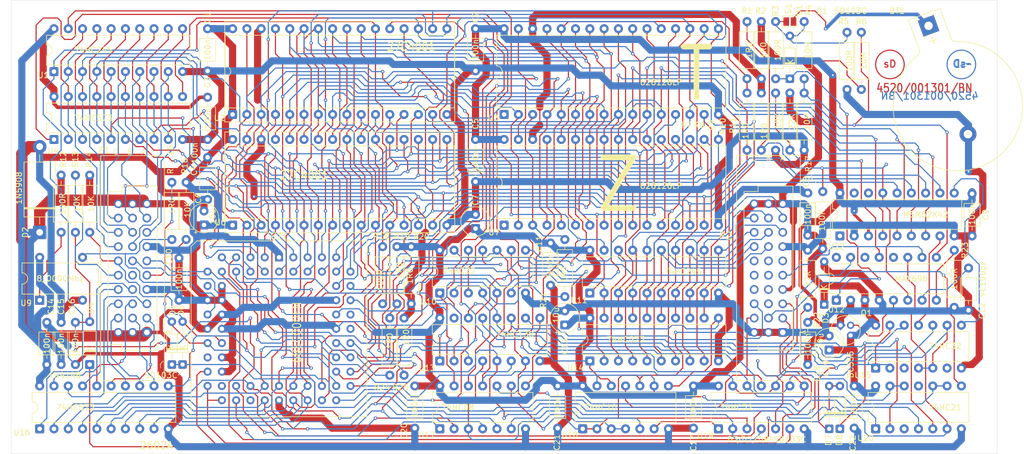
<source format=kicad_pcb>
(kicad_pcb (version 20241229) (generator "pcbnew") (generator_version "9.0")
  (title_block (title "sus") (company "stonedDiscord"))
  (layers (0 "F.Cu" signal) (2 "B.Cu" signal) (13 "F.Paste" user) (15 "B.Paste" user) (5 "F.SilkS" user "F.Silkscreen") (7 "B.SilkS" user "B.Silkscreen") (1 "F.Mask" user) (3 "B.Mask" user) (25 "Edge.Cuts" user))
  (net 0 "")
  (net 1 "GND")
  (net 2 "VCCQ")
  (net 4 "A9")
  (net 5 "D6")
  (net 6 "D5")
  (net 8 "BATT_OK")
  (net 11 "Net-(U12-~{CE_IN})")
  (net 12 "Net-(U2-A18)")
  (net 13 "A4")
  (net 14 "Net-(U1-CE)")
  (net 15 "D2")
  (net 16 "D4")
  (net 17 "VCC")
  (net 18 "Net-(U14-Load)")
  (net 19 "Net-(Q1-B)")
  (net 20 "Net-(U12-~{LOW_LINE})")
  (net 21 "Net-(U22-~{RD})")
  (net 22 "D9")
  (net 23 "Net-(U14-OE)")
  (net 24 "A17")
  (net 25 "Net-(U9-OE)")
  (net 26 "Net-(U3-~{OE})")
  (net 27 "Net-(U2-A17)")
  (net 29 "D0")
  (net 31 "Net-(U12-OSC_SEL)")
  (net 33 "A2")
  (net 34 "Net-(U3-~{WE})")
  (net 35 "A16")
  (net 36 "A5")
  (net 37 "D8")
  (net 38 "p2_c3")
  (net 39 "p2_c2")
  (net 40 "p2_a2")
  (net 41 "A1")
  (net 42 "D15")
  (net 44 "A12")
  (net 45 "D1")
  (net 46 "D7")
  (net 47 "~{DATA_VALID}")
  (net 48 "p1_a5")
  (net 49 "p2_b2")
  (net 50 "Net-(BT1-+)")
  (net 51 "Net-(U18-Pad6)")
  (net 52 "A6")
  (net 53 "A3")
  (net 54 "D10")
  (net 55 "A22")
  (net 56 "D3")
  (net 57 "A10")
  (net 58 "A23")
  (net 59 "A19")
  (net 60 "D12")
  (net 61 "A15")
  (net 62 "A11")
  (net 63 "A13")
  (net 64 "A7")
  (net 65 "A18")
  (net 66 "D13")
  (net 68 "A14")
  (net 69 "D14")
  (net 70 "D11")
  (net 71 "A8")
  (net 72 "Net-(U17-Pad6)")
  (net 75 "EXT_A2")
  (net 76 "EXT_A5")
  (net 77 "EXT_A3")
  (net 78 "EXT_A6")
  (net 79 "EXT_A1")
  (net 80 "EXT_A4")
  (net 81 "EXT_A8")
  (net 82 "EXT_A7")
  (net 83 "Net-(D5-K)")
  (net 85 "Net-(U22-~{WR})")
  (net 88 "~{LDS}")
  (net 90 "p1_c5")
  (net 92 "p1_b6")
  (net 93 "Net-(U12-OSC_IN)")
  (net 94 "RW")
  (net 95 "Net-(D1-K)")
  (net 104 "Net-(U3-A13)")
  (net 106 "Net-(D4-A)")
  (net 107 "Net-(D1-A)")
  (net 108 "CLK")
  (net 109 "DTACK")
  (net 110 "~{UDS}")
  (net 111 "RESET")
  (net 112 "IPL0")
  (net 113 "FC0")
  (net 114 "BERR")
  (net 115 "~{SPACE_VALID}")
  (net 116 "FC1")
  (net 117 "Net-(U12-PFI)")
  (net 118 "HALT")
  (net 119 "AS")
  (net 120 "EXT_D1")
  (net 121 "EXT_D5")
  (net 122 "EXT_D0")
  (net 123 "EXT_D4")
  (net 124 "EXT_D7")
  (net 125 "EXT_D2")
  (net 126 "EXT_D6")
  (net 127 "EXT_D3")
  (net 128 "EXT_D15")
  (net 129 "Y1")
  (net 130 "EXT_D14")
  (net 131 "EXT_D11")
  (net 132 "EXT_D9")
  (net 133 "EXT_D13")
  (net 134 "EXT_D10")
  (net 135 "EXT_D12")
  (net 136 "EXT_D8")
  (net 137 "Net-(U2-~{OE})")
  (net 138 "CE")
  (net 139 "VDD")
  (net 140 "Net-(U3-A14)")
  (net 141 "Y4")
  (net 142 "Y3")
  (net 143 "Y2")
  (net 144 "Y6")
  (net 145 "Y5")
  (net 146 "Y7")
  (net 147 "Net-(U7-~{WE})")
  (footprint "Capacitor_THT:C_Axial_L3.8mm_D2.6mm_P7.50mm_Horizontal" (layer "F.Cu") (at 89.535 71.12 -90)
    (property "Reference" "C1")
    (property "Value" "100n")
  )
  (footprint "Capacitor_THT:C_Axial_L3.8mm_D2.6mm_P7.50mm_Horizontal" (layer "F.Cu") (at 60.96 130.81 90)
    (property "Reference" "C14")
    (property "Value" "100n")
  )
  (footprint "Capacitor_THT:C_Axial_L3.8mm_D2.6mm_P7.50mm_Horizontal" (layer "F.Cu") (at 196.215 107.83 90)
    (property "Reference" "C8")
    (property "Value" "100n")
  )
  (footprint "Resistor_THT:R_Axial_DIN0207_L6.3mm_D2.5mm_P10.16mm_Horizontal" (layer "F.Cu") (at 66.04 107.315 90)
    (property "Reference" "R13")
    (property "Value" "10K")
  )
  (footprint "Resistor_THT:R_Axial_DIN0207_L6.3mm_D2.5mm_P10.16mm_Horizontal" (layer "F.Cu") (at 190.5 92.71 90)
    (property "Reference" "R9")
    (property "Value" "10K")
  )
  (footprint "Resistor_THT:R_Axial_DIN0207_L6.3mm_D2.5mm_P10.16mm_Horizontal" (layer "F.Cu") (at 121.92 132.715 90)
    (property "Reference" "R24")
    (property "Value" "1R0")
  )
  (footprint "Resistor_THT:R_Axial_DIN0207_L6.3mm_D2.5mm_P10.16mm_Horizontal" (layer "F.Cu") (at 193.04 92.71 90)
    (property "Reference" "R10")
    (property "Value" "22K")
  )
  (footprint "Capacitor_THT:C_Axial_L3.8mm_D2.6mm_P7.50mm_Horizontal" (layer "F.Cu") (at 196.215 130.81 90)
    (property "Reference" "C18")
    (property "Value" "100n")
  )
  (footprint "Package_LCC:PLCC-68_THT-Socket" (layer "F.Cu") (at 102.235 111.76)
    (property "Reference" "U21")
    (property "Value" "68EC000FN")
  )
  (footprint "Package_DIP:DIP-14_W7.62mm" (layer "F.Cu") (at 156.21 142.24 90)
    (property "Reference" "U18")
    (property "Value" "74HC10")
  )
  (footprint "Package_TO_SOT_THT:TO-92" (layer "F.Cu") (at 202.038949 123.825 -45)
    (property "Reference" "Q1")
    (property "Value" "BC556")
  )
  (footprint "Capacitor_THT:C_Axial_L3.8mm_D2.6mm_P7.50mm_Horizontal" (layer "F.Cu") (at 84.455 119.38 90)
    (property "Reference" "C10")
    (property "Value" "100n")
  )
  (footprint "Package_DIP:DIP-32_W15.24mm_Socket" (layer "F.Cu") (at 93.98 106.045 90)
    (property "Reference" "U6")
    (property "Value" "27C4001")
  )
  (footprint "Package_DIP:DIP-14_W7.62mm" (layer "F.Cu") (at 208.28 142.24 90)
    (property "Reference" "U20")
    (property "Value" "74HC21")
  )
  (footprint "Capacitor_THT:C_Axial_L3.8mm_D2.6mm_P7.50mm_Horizontal" (layer "F.Cu") (at 63.5 130.81 90)
    (property "Reference" "C15")
    (property "Value" "100n")
  )
  (footprint "Diode_THT:D_DO-34_SOD68_P7.62mm_Horizontal" (layer "F.Cu") (at 85.09 130.81 90)
    (property "Reference" "D6")
    (property "Value" "SD103C")
  )
  (footprint "Resistor_THT:R_Axial_DIN0207_L6.3mm_D2.5mm_P10.16mm_Horizontal" (layer "F.Cu") (at 63.5 107.315 90)
    (property "Reference" "R12")
    (property "Value" "100R")
  )
  (footprint "MountingHole:MountingHole_3mm" (layer "F.Cu") (at 57.785 128.905)
    (property "Reference" "H1")
    (property "Value" "MountingHole")
  )
  (footprint "Package_DIP:DIP-20_W7.62mm" (layer "F.Cu") (at 59.69 142.24 90)
    (property "Reference" "U16")
    (property "Value" "74HC573")
  )
  (footprint "Package_DIP:DIP-14_W7.62mm" (layer "F.Cu") (at 130.81 142.24 90)
    (property "Reference" "U17")
    (property "Value" "74HC08")
  )
  (footprint "Capacitor_THT:CP_Radial_Tantal_D5.0mm_P2.50mm" (layer "F.Cu") (at 200.025 128.23 90)
    (property "Reference" "C19")
    (property "Value" "10u")
  )
  (footprint "Capacitor_THT:CP_Radial_Tantal_D5.0mm_P2.50mm" (layer "F.Cu") (at 88.9 106.005 90)
    (property "Reference" "C6")
    (property "Value" "10u")
  )
  (footprint "Resistor_THT:R_Axial_DIN0207_L6.3mm_D2.5mm_P10.16mm_Horizontal" (layer "F.Cu") (at 185.42 92.71 90)
    (property "Reference" "R7")
    (property "Value" "1R0")
  )
  (footprint "Resistor_THT:R_Axial_DIN0207_L6.3mm_D2.5mm_P10.16mm_Horizontal" (layer "F.Cu") (at 68.58 107.315 90)
    (property "Reference" "R14")
    (property "Value" "10K")
  )
  (footprint "Resistor_THT:R_Axial_DIN0207_L6.3mm_D2.5mm_P10.16mm_Horizontal" (layer "F.Cu") (at 185.42 80.01 90)
    (property "Reference" "R1")
    (property "Value" "1R0")
  )
  (footprint "Package_DIP:DIP-16_W7.62mm" (layer "F.Cu") (at 130.81 130.175 90)
    (property "Reference" "U13")
    (property "Value" "74HC138")
  )
  (footprint "Battery:BatteryHolder_Keystone_103_1x20mm" (layer "F.Cu") (at 217.686936 70.604528 -70)
    (property "Reference" "BT1")
    (property "Value" "Battery")
  )
  (footprint "Jumper:SolderJumper-2_P1.3mm_Open_Pad1.0x1.5mm" (layer "F.Cu") (at 193.04 69.85)
    (property "Reference" "S1")
    (property "Value" "Batterie")
  )
  (footprint "Capacitor_THT:C_Axial_L3.8mm_D2.6mm_P7.50mm_Horizontal" (layer "F.Cu") (at 89.535 93.98 -90)
    (property "Reference" "C4")
    (property "Value" "100n")
  )
  (footprint "Capacitor_THT:C_Axial_L3.8mm_D2.6mm_P7.50mm_Horizontal" (layer "F.Cu") (at 137.16 71.12 -90)
    (property "Reference" "C2")
    (property "Value" "100n")
  )
  (footprint "Capacitor_THT:C_Axial_L3.8mm_D2.6mm_P7.50mm_Horizontal" (layer "F.Cu") (at 137.16 90.805 -90)
    (property "Reference" "C5")
    (property "Value" "100n")
  )
  (footprint "Diode_THT:D_DO-34_SOD68_P7.62mm_Horizontal" (layer "F.Cu") (at 201.93 142.24 90)
    (property "Reference" "D8")
    (property "Value" "SD103C")
  )
  (footprint "Diode_THT:D_DO-27_P15.24mm_Horizontal" (layer "F.Cu") (at 59.69 107.315 90)
    (property "Reference" "D2")
    (property "Value" "1N5908")
  )
  (footprint "Connector_DIN:DIN41612_R3_3x10_Male_Vertical_THT" (layer "F.Cu") (at 78.74 125.095 180)
    (property "Reference" "P1")
    (property "Value" "DIN41612_03x10_ABC")
  )
  (footprint "Diode_THT:D_DO-34_SOD68_P7.62mm_Horizontal" (layer "F.Cu") (at 200.025 142.24 90)
    (property "Reference" "D7")
    (property "Value" "SD103C")
  )
  (footprint "Capacitor_THT:C_Axial_L3.8mm_D2.6mm_P7.50mm_Horizontal" (layer "F.Cu") (at 175.895 134.62 -90)
    (property "Reference" "C17")
    (property "Value" "100n")
  )
  (footprint "Capacitor_THT:C_Axial_L3.8mm_D2.6mm_P7.50mm_Horizontal" (layer "F.Cu") (at 151.765 134.62 -90)
    (property "Reference" "C21")
    (property "Value" "100n")
  )
  (footprint "Resistor_THT:R_Axial_DIN0207_L6.3mm_D2.5mm_P10.16mm_Horizontal" (layer "F.Cu") (at 85.725 108.585 90)
    (property "Reference" "R16")
    (property "Value" "10K")
  )
  (footprint "Diode_THT:D_DO-34_SOD68_P7.62mm_Horizontal" (layer "F.Cu") (at 83.185 130.81 90)
    (property "Reference" "D5")
    (property "Value" "SD103C")
  )
  (footprint "Package_DIP:DIP-14_W7.62mm" (layer "F.Cu") (at 208.28 131.445 90)
    (property "Reference" "U15")
    (property "Value" "74HC32")
  )
  (footprint "Package_DIP:DIP-14_W7.62mm" (layer "F.Cu") (at 180.34 142.24 90)
    (property "Reference" "U19")
    (property "Value" "74HC32")
  )
  (footprint "Resistor_THT:R_Axial_DIN0207_L6.3mm_D2.5mm_P10.16mm_Horizontal" (layer "F.Cu") (at 190.5 80.01 90)
    (property "Reference" "R3")
    (property "Value" "100R")
  )
  (footprint "Capacitor_THT:C_Axial_L3.8mm_D2.6mm_P7.50mm_Horizontal" (layer "F.Cu") (at 66.04 130.81 90)
    (property "Reference" "C16")
    (property "Value" "100n")
  )
  (footprint "Resistor_THT:R_Axial_DIN0207_L6.3mm_D2.5mm_P10.16mm_Horizontal" (layer "F.Cu") (at 198.882 110.236 90)
    (property "Reference" "R17")
    (property "Value" "100K")
  )
  (footprint "Capacitor_THT:C_Axial_L3.8mm_D2.6mm_P7.50mm_Horizontal" (layer "F.Cu") (at 150.495 109.22 -90)
    (property "Reference" "C11")
    (property "Value" "100n")
  )
  (footprint "Package_DIP:DIP-18_W7.62mm" (layer "F.Cu") (at 201.93 107.95 90)
    (property "Reference" "U22")
    (property "Value" "MSM62X42")
  )
  (footprint "Diode_THT:D_DO-34_SOD68_P7.62mm_Horizontal" (layer "F.Cu") (at 193.04 80.01 90)
    (property "Reference" "D1")
    (property "Value" "SD103C")
  )
  (footprint "Package_DIP:DIP-20_W7.62mm" (layer "F.Cu") (at 157.48 130.175 90)
    (property "Reference" "U14")
    (property "Value" "74HC573")
  )
  (footprint "Package_DIP:DIP-32_W15.24mm" (layer "F.Cu") (at 142.24 86.36 90)
    (property "Reference" "U3")
    (property "Value" "628128LP")
  )
  (footprint "Capacitor_THT:C_Axial_L3.8mm_D2.6mm_P7.50mm_Horizontal" (layer "F.Cu") (at 126.365 134.62 -90)
    (property "Reference" "C20")
    (property "Value" "100n")
  )
  (footprint "Package_DIP:DIP-20_W7.62mm" (layer "F.Cu") (at 62.23 78.74 90)
    (property "Reference" "U1")
    (property "Value" "74HC245")
  )
  (footprint "Resistor_THT:R_Axial_DIN0207_L6.3mm_D2.5mm_P10.16mm_Horizontal" (layer "F.Cu") (at 123.19 120.015 90)
    (property "Reference" "R19")
    (property "Value" "1R0")
  )
  (footprint "Resistor_THT:R_Axial_DIN0207_L6.3mm_D2.5mm_P10.16mm_Horizontal" (layer "F.Cu") (at 195.58 92.71 90)
    (property "Reference" "R11")
    (property "Value" "10M")
  )
  (footprint "Resistor_THT:R_Axial_DIN0207_L6.3mm_D2.5mm_P10.16mm_Horizontal" (layer "F.Cu") (at 125.73 120.015 90)
    (property "Reference" "R20")
    (property "Value" "1R0")
  )
  (footprint "Oscillator:Oscillator_SeikoEpson_SG-8002DC" (layer "F.Cu") (at 59.69 119.38 90)
    (property "Reference" "U9")
    (property "Value" "8_0000Mhz")
  )
  (footprint "Package_DIP:DIP-14_W7.62mm" (layer "F.Cu") (at 130.81 118.11 90)
    (property "Reference" "U10")
    (property "Value" "74HC32")
  )
  (footprint "Capacitor_THT:C_Axial_L3.8mm_D2.6mm_P7.50mm_Horizontal" (layer "F.Cu") (at 204.47 134.62 -90)
    (property "Reference" "C22")
    (property "Value" "100n")
  )
  (footprint "Resistor_THT:R_Axial_DIN0207_L6.3mm_D2.5mm_P10.16mm_Horizontal" (layer "F.Cu") (at 153.035 118.745 90)
    (property "Reference" "R21")
    (property "Value" "1R0")
  )
  (footprint "Connector_DIN:DIN41612_R3_3x10_Male_Vertical_THT" (layer "F.Cu") (at 191.77 125.095 180)
    (property "Reference" "P2")
    (property "Value" "DIN41612_03x10_ABC")
  )
  (footprint "Package_DIP:DIP-16_W7.62mm" (layer "F.Cu") (at 201.295 119.38 90)
    (property "Reference" "U12")
    (property "Value" "MAX696")
  )
  (footprint "Resistor_THT:R_Axial_DIN0207_L6.3mm_D2.5mm_P10.16mm_Horizontal" (layer "F.Cu") (at 187.96 92.71 90)
    (property "Reference" "R8")
    (property "Value" "1R0")
  )
  (footprint "MountingHole:MountingHole_2.1mm" (layer "F.Cu") (at 57.785 138.43)
    (property "Reference" "H3")
    (property "Value" "MountingHole")
  )
  (footprint "Resistor_THT:R_Axial_DIN0207_L6.3mm_D2.5mm_P10.16mm_Horizontal" (layer "F.Cu") (at 83.185 108.585 90)
    (property "Reference" "R15")
    (property "Value" "1R0")
  )
  (footprint "Resistor_THT:R_Axial_DIN0207_L6.3mm_D2.5mm_P10.16mm_Horizontal" (layer "F.Cu") (at 196.215 120.65 90)
    (property "Reference" "R22")
    (property "Value" "22K")
  )
  (footprint "Package_DIP:DIP-32_W15.24mm_Socket" (layer "F.Cu") (at 93.98 86.36 90)
    (property "Reference" "U2")
    (property "Value" "27C4001")
  )
  (footprint "Resistor_THT:R_Axial_DIN0207_L6.3mm_D2.5mm_P10.16mm_Horizontal" (layer "F.Cu") (at 222.25 120.65 90)
    (property "Reference" "R23")
    (property "Value" "100R")
  )
  (footprint "Resistor_THT:R_Axial_DIN0207_L6.3mm_D2.5mm_P10.16mm_Horizontal" (layer "F.Cu") (at 205.74 81.915 90)
    (property "Reference" "R6")
    (property "Value" "10M")
  )
  (footprint "Capacitor_THT:C_Axial_L3.8mm_D2.6mm_P7.50mm_Horizontal" (layer "F.Cu") (at 89.535 83.305 -90)
    (property "Reference" "C3")
    (property "Value" "100n")
  )
  (footprint "Resistor_THT:R_Axial_DIN0207_L6.3mm_D2.5mm_P10.16mm_Horizontal" (layer "F.Cu") (at 195.58 80.01 90)
    (property "Reference" "R4")
    (property "Value" "10M")
  )
  (footprint "Resistor_THT:R_Axial_DIN0207_L6.3mm_D2.5mm_P10.16mm_Horizontal" (layer "F.Cu") (at 187.96 80.01 90)
    (property "Reference" "R2")
    (property "Value" "1R0")
  )
  (footprint "Diode_THT:D_DO-35_SOD27_P7.62mm_Horizontal" (layer "F.Cu") (at 68.58 130.81 90)
    (property "Reference" "D4")
    (property "Value" "1N4148")
  )
  (footprint "Diode_THT:D_DO-34_SOD68_P7.62mm_Horizontal" (layer "F.Cu") (at 199.136 120.142 90)
    (property "Reference" "D3")
    (property "Value" "SD103C")
  )
  (footprint "Package_DIP:DIP-32_W15.24mm" (layer "F.Cu") (at 142.24 106.045 90)
    (property "Reference" "U7")
    (property "Value" "628128LP")
  )
  (footprint "Capacitor_THT:CP_Radial_Tantal_D5.0mm_P2.50mm" (layer "F.Cu") (at 153.035 123.785 90)
    (property "Reference" "C13")
    (property "Value" "10u")
  )
  (footprint "Resistor_THT:R_Axial_DIN0207_L6.3mm_D2.5mm_P10.16mm_Horizontal" (layer "F.Cu") (at 124.46 132.715 90)
    (property "Reference" "R25")
    (property "Value" "1R0")
  )
  (footprint "Capacitor_THT:C_Axial_L3.8mm_D2.6mm_P7.50mm_Horizontal" (layer "F.Cu") (at 225.425 100.45 -90)
    (property "Reference" "C9")
    (property "Value" "100n")
  )
  (footprint "Capacitor_THT:C_Axial_L3.8mm_D2.6mm_P7.50mm_Horizontal" (layer "F.Cu") (at 224.79 113.665 -90)
    (property "Reference" "C12")
    (property "Value" "VC100pF")
  )
  (footprint "Resistor_THT:R_Axial_DIN0207_L6.3mm_D2.5mm_P10.16mm_Horizontal" (layer "F.Cu") (at 203.2 81.915 90)
    (property "Reference" "R5")
    (property "Value" "100R")
  )
  (footprint "Package_DIP:DIP-20_W7.62mm" (layer "F.Cu") (at 157.48 118.11 90)
    (property "Reference" "U11")
    (property "Value" "74HC245")
  )
  (footprint "Resistor_THT:R_Axial_DIN0207_L6.3mm_D2.5mm_P10.16mm_Horizontal" (layer "F.Cu") (at 120.65 120.015 90)
    (property "Reference" "R18")
    (property "Value" "100R")
  )
  (footprint "Capacitor_THT:CP_Radial_Tantal_D5.0mm_P2.50mm" (layer "F.Cu") (at 137.16 106.64 90)
    (property "Reference" "C7")
    (property "Value" "10u")
  )
  (footprint "MountingHole:MountingHole_3mm" (layer "F.Cu") (at 227.33 133.35)
    (property "Reference" "H2")
    (property "Value" "MountingHole")
  )
  (footprint "Package_DIP:DIP-20_W7.62mm" (layer "F.Cu") (at 62.23 90.805 90)
    (property "Reference" "U4")
    (property "Value" "74HC573")
  )
  (footprint "MountingHole:MountingHole_2.1mm" (layer "F.Cu") (at 225.425 71.12)
    (property "Reference" "H4")
    (property "Value" "MountingHole")
  )
  (gr_circle (center 210.82 77.47) (end 213.36 77.47) (stroke (width 0.2)) (fill no) (layer "F.Cu"))
  (gr_circle (center 223.52 77.47) (end 226.06 77.47) (stroke (width 0.2)) (fill no) (layer "B.Cu"))
  (gr_line (start 196.85 97.028) (end 196.342 96.52) (stroke (width 0.1)) (layer "F.SilkS"))
  (gr_line (start 81.153 130.683) (end 81.661 130.175) (stroke (width 0.1)) (layer "F.SilkS"))
  (gr_line (start 81.153 131.445) (end 81.153 130.683) (stroke (width 0.1)) (layer "F.SilkS"))
  (gr_line (start 196.85 97.663) (end 196.85 97.028) (stroke (width 0.1)) (layer "F.SilkS"))
  (gr_line (start 198.12 98.933) (end 196.85 97.663) (stroke (width 0.1)) (layer "F.SilkS"))
  (gr_line (start 84.328 132.715) (end 84.963 132.08) (stroke (width 0.1)) (layer "F.SilkS"))
  (gr_rect (start 54.61 66.04) (end 229.87 146.685) (stroke (width 0.05)) (fill no) (layer "Edge.Cuts"))
  (gr_text "4520/001301/BN" (at 208.28 82.55 0) (layer "F.Cu") (effects (font (size 1.5 1.25) (thickness 0.2)) (justify left bottom)))
  (gr_text "sD" (at 209.55 78.105 0) (layer "F.Cu") (effects (font (size 1.25 1.25) (thickness 0.2)) (justify left bottom)))
  (gr_text "4520/001301/BN" (at 226.695 83.82 0) (layer "B.Cu") (effects (font (size 1.27 1.27) (thickness 0.2)) (justify left bottom mirror)))
  (gr_text "~sD" (at 225.425 78.105 0) (layer "B.Cu") (effects (font (size 1.27 1.27) (thickness 0.3) (bold yes)) (justify left bottom mirror)))
  (gr_text "2602A" (at 77.343 145.923 0) (layer "F.SilkS") (effects (font (size 1.27 1.27) (thickness 0.2)) (justify left bottom)))
  (gr_text "Z" (at 158.115 104.14 0) (layer "F.SilkS") (effects (font (size 9 8) (thickness 1)) (justify left bottom)))
  (gr_text "=" (at 189.103 144.526 0) (layer "F.SilkS") (effects (font (size 1 0.8)) (justify left bottom)))
  (gr_text "C  B  A" (at 186.182 94.742 0) (layer "F.SilkS") (effects (font (size 1 1) (thickness 0.1)) (justify left bottom)))
  (gr_text "C  B  A" (at 72.644 93.599 0) (layer "F.SilkS") (effects (font (size 1 1) (thickness 0.1)) (justify left bottom)))
  (gr_text "/" (at 183.515 144.653 0) (layer "F.SilkS") (effects (font (size 1 1)) (justify left bottom)))
  (gr_text "T" (at 172.72 84.455 0) (layer "F.SilkS") (effects (font (size 9 8) (thickness 1)) (justify left bottom)))
  (gr_text "/" (at 186.309 144.653 0) (layer "F.SilkS") (effects (font (size 1 1)) (justify left bottom)))
  (segment (start 84.455 111.88) (end 84.455 116.84) (width 1.27) (layer "F.Cu") (net 1))
  (segment (start 80.585296 96.52) (end 81.28 96.52) (width 1.27) (layer "F.Cu") (net 1))
  (segment (start 224.79 121.165) (end 224.79 118.745) (width 1.27) (layer "F.Cu") (net 1))
  (segment (start 84.455 133.35) (end 83.82 132.715) (width 1.27) (layer "F.Cu") (net 1))
  (segment (start 59.69 125.73) (end 60.325 125.73) (width 1.27) (layer "F.Cu") (net 1))
  (segment (start 89.415 78.74) (end 89.535 78.62) (width 1.27) (layer "F.Cu") (net 1))
  (segment (start 121.285 119.38) (end 121.285 114.3) (width 0.2) (layer "F.Cu") (net 1))
  (segment (start 65.62 119.38) (end 63.5 121.5) (width 1.27) (layer "F.Cu") (net 1))
  (segment (start 81.28 128.905) (end 82.55 127.635) (width 0.635) (layer "F.Cu") (net 1))
  (segment (start 103.505 139.7) (end 104.14 139.7) (width 1.27) (layer "F.Cu") (net 1))
  (segment (start 186.69 125.095) (end 191.77 125.095) (width 1.27) (layer "F.Cu") (net 1))
  (segment (start 190.5 93.98) (end 190.5 92.71) (width 1.27) (layer "F.Cu") (net 1))
  (segment (start 180.34 86.36) (end 182.245 88.265) (width 1.27) (layer "F.Cu") (net 1))
  (segment (start 226.695 129.54) (end 226.695 122.435) (width 1.27) (layer "F.Cu") (net 1))
  (segment (start 198.12 125.73) (end 200.025 125.73) (width 1.27) (layer "F.Cu") (net 1))
  (segment (start 199.136 112.522) (end 199.136 113.411) (width 1.27) (layer "F.Cu") (net 1))
  (segment (start 81.28 132.08) (end 81.28 128.905) (width 1.27) (layer "F.Cu") (net 1))
  (segment (start 92.075 84.455) (end 92.075 81.16) (width 1.27) (layer "F.Cu") (net 1))
  (segment (start 85.09 78.74) (end 89.415 78.74) (width 1.27) (layer "F.Cu") (net 1))
  (segment (start 224.79 118.745) (end 222.885 116.84) (width 1.27) (layer "F.Cu") (net 1))
  (segment (start 182.245 88.265) (end 182.245 93.98) (width 1.27) (layer "F.Cu") (net 1))
  (segment (start 121.92 113.665) (end 121.92 113.03) (width 0.2) (layer "F.Cu") (net 1))
  (segment (start 85.09 90.805) (end 87.63 90.805) (width 1.27) (layer "F.Cu") (net 1))
  (segment (start 81.915 100.33) (end 86.36 100.33) (width 1.27) (layer "F.Cu") (net 1))
  (segment (start 86.36 100.33) (end 87.51 101.48) (width 1.27) (layer "F.Cu") (net 1))
  (segment (start 132.08 86.36) (end 133.35 86.36) (width 1.27) (layer "F.Cu") (net 1))
  (segment (start 87.63 90.805) (end 87.63 93.345) (width 1.27) (layer "F.Cu") (net 1))
  (segment (start 222.885 112.168654) (end 224.155 110.898654) (width 1.27) (layer "F.Cu") (net 1))
  (segment (start 56.515 108.585) (end 57.15 109.22) (width 2) (layer "F.Cu") (net 1))
  (segment (start 153.67 133.35) (end 151.13 130.81) (width 1.27) (layer "F.Cu") (net 1))
  (segment (start 208.915 118.11) (end 208.915 119.38) (width 1.27) (layer "F.Cu") (net 1))
  (segment (start 120.65 120.015) (end 121.285 119.38) (width 0.2) (layer "F.Cu") (net 1))
  (segment (start 63.5 121.5) (end 63.5 123.31) (width 1.27) (layer "F.Cu") (net 1))
  (segment (start 195.58 93.98) (end 194.31 95.25) (width 1.27) (layer "F.Cu") (net 1))
  (segment (start 153.67 140.215) (end 153.67 133.35) (width 1.27) (layer "F.Cu") (net 1))
  (segment (start 82.55 127.635) (end 82.55 126.365) (width 0.635) (layer "F.Cu") (net 1))
  (segment (start 59.69 92.075) (end 59.69 93.98) (width 1.27) (layer "F.Cu") (net 1))
  (segment (start 57.785 92.075) (end 56.515 93.345) (width 2) (layer "F.Cu") (net 1))
  (segment (start 87.63 93.345) (end 84.455 96.52) (width 1.27) (layer "F.Cu") (net 1))
  (segment (start 78.105 125.73) (end 78.74 125.095) (width 2) (layer "F.Cu") (net 1))
  (segment (start 67.31 119.38) (end 65.62 119.38) (width 1.27) (layer "F.Cu") (net 1))
  (segment (start 225.425 104.775) (end 225.425 107.95) (width 1.27) (layer "F.Cu") (net 1))
  (segment (start 225.425 121.165) (end 224.79 121.165) (width 1.27) (layer "F.Cu") (net 1))
  (segment (start 180.34 118.11) (end 182.245 120.015) (width 1.27) (layer "F.Cu") (net 1))
  (segment (start 84.455 140.335) (end 84.455 133.35) (width 1.27) (layer "F.Cu") (net 1))
  (segment (start 223.52 131.445) (end 224.155 130.81) (width 1.27) (layer "F.Cu") (net 1))
  (segment (start 180.34 95.885) (end 180.34 106.045) (width 1.27) (layer "F.Cu") (net 1))
  (segment (start 111.64 142.12) (end 126.365 142.12) (width 1.27) (layer "F.Cu") (net 1))
  (segment (start 135.255 96.52) (end 135.255 102.87) (width 1.27) (layer "F.Cu") (net 1))
  (segment (start 134.62 88.265) (end 134.62 95.885) (width 1.27) (layer "F.Cu") (net 1))
  (segment (start 82.55 121.285) (end 86.995 121.285) (width 0.635) (layer "F.Cu") (net 1))
  (segment (start 86.995 123.19) (end 88.265 124.46) (width 1.27) (layer "F.Cu") (net 1))
  (segment (start 226.695 122.435) (end 225.425 121.165) (width 1.27) (layer "F.Cu") (net 1))
  (segment (start 199.136 113.411) (end 200.326 114.601) (width 1.27) (layer "F.Cu") (net 1))
  (segment (start 109.855 140.335) (end 111.64 142.12) (width 1.27) (layer "F.Cu") (net 1))
  (segment (start 90.805 89.535) (end 90.805 85.725) (width 1.27) (layer "F.Cu") (net 1))
  (segment (start 151.13 117.475) (end 151.13 121.285) (width 1.27) (layer "F.Cu") (net 1))
  (segment (start 182.245 93.98) (end 180.34 95.885) (width 1.27) (layer "F.Cu") (net 1))
  (segment (start 180.34 125.73) (end 180.34 130.175) (width 1.27) (layer "F.Cu") (net 1))
  (segment (start 81.28 99.695) (end 81.915 100.33) (width 1.27) (layer "F.Cu") (net 1))
  (segment (start 87.51 101.48) (end 88.9 101.48) (width 1.27) (layer "F.Cu") (net 1))
  (segment (start 57.15 123.19) (end 59.69 125.73) (width 2) (layer "F.Cu") (net 1))
  (segment (start 133.35 86.36) (end 133.35 86.995) (width 1.27) (layer "F.Cu") (net 1))
  (segment (start 182.245 123.825) (end 180.34 125.73) (width 1.27) (layer "F.Cu") (net 1))
  (segment (start 78.039296 93.974) (end 80.585296 96.52) (width 1.27) (layer "F.Cu") (net 1))
  (segment (start 89.535 101.48) (end 88.9 101.48) (width 1.27) (layer "F.Cu") (net 1))
  (segment (start 88.9 103.505) (end 88.9 101.48) (width 1.27) (layer "F.Cu") (net 1))
  (segment (start 171.57 142.12) (end 171.45 142.24) (width 1.27) (layer "F.Cu") (net 1))
  (segment (start 104.14 139.7) (end 104.775 140.335) (width 1.27) (layer "F.Cu") (net 1))
  (segment (start 57.15 109.22) (end 57.15 123.19) (width 2) (layer "F.Cu") (net 1))
  (segment (start 59.696 93.974) (end 78.039296 93.974) (width 1.27) (layer "F.Cu") (net 1))
  (segment (start 224.79 96.52) (end 226.695 96.52) (width 1.27) (layer "F.Cu") (net 1))
  (segment (start 222.25 107.95) (end 224.155 107.95) (width 1.27) (layer "F.Cu") (net 1))
  (segment (start 89.535 124.46) (end 92.075 121.92) (width 1.27) (layer "F.Cu") (net 1))
  (segment (start 86.995 119.38) (end 86.995 121.285) (width 1.27) (layer "F.Cu") (net 1))
  (segment (start 84.455 96.52) (end 81.28 96.52) (width 1.27) (layer "F.Cu") (net 1))
  (segment (start 151.13 130.81) (end 151.13 130.175) (width 1.27) (layer "F.Cu") (net 1))
  (segment (start 205.406 114.601) (end 208.915 118.11) (width 1.27) (layer "F.Cu") (net 1))
  (segment (start 133.35 86.995) (end 134.62 88.265) (width 1.27) (layer "F.Cu") (net 1))
  (segment (start 67.945 128.905) (end 81.28 128.905) (width 0.635) (layer "F.Cu") (net 1))
  (segment (start 227.33 97.155) (end 227.33 102.87) (width 1.27) (layer "F.Cu") (net 1))
  (segment (start 200.326 114.601) (end 205.406 114.601) (width 1.27) (layer "F.Cu") (net 1))
  (segment (start 81.28 122.555) (end 82.55 121.285) (width 0.635) (layer "F.Cu") (net 1))
  (segment (start 148.59 130.175) (end 151.13 130.175) (width 1.27) (layer "F.Cu") (net 1))
  (segment (start 102.235 138.43) (end 103.505 139.7) (width 1.27) (layer "F.Cu") (net 1))
  (segment (start 86.995 121.285) (end 86.995 123.19) (width 1.27) (layer "F.Cu") (net 1))
  (segment (start 82.55 142.24) (end 84.455 140.335) (width 1.27) (layer "F.Cu") (net 1))
  (segment (start 226.695 96.52) (end 227.33 97.155) (width 1.27) (layer "F.Cu") (net 1))
  (segment (start 227.33 102.87) (end 225.425 104.775) (width 1.27) (layer "F.Cu") (net 1))
  (segment (start 87.63 90.805) (end 89.535 90.805) (width 1.27) (layer "F.Cu") (net 1))
  (segment (start 182.245 120.015) (end 182.245 123.825) (width 1.27) (layer "F.Cu") (net 1))
  (segment (start 59.69 93.98) (end 59.696 93.974) (width 1.27) (layer "F.Cu") (net 1))
  (segment (start 88.265 124.46) (end 89.535 124.46) (width 1.27) (layer "F.Cu") (net 1))
  (segment (start 222.885 116.84) (end 222.885 112.168654) (width 1.27) (layer "F.Cu") (net 1))
  (segment (start 137.16 98.305) (end 137.16 104.14) (width 1.27) (layer "F.Cu") (net 1))
  (segment (start 191.77 95.25) (end 190.5 93.98) (width 1.27) (layer "F.Cu") (net 1))
  (segment (start 133.35 81.28) (end 133.35 85.725) (width 1.27) (layer "F.Cu") (net 1))
  (segment (start 104.775 140.335) (end 109.855 140.335) (width 1.27) (layer "F.Cu") (net 1))
  (segment (start 224.155 110.898654) (end 224.155 107.95) (width 1.27) (layer "F.Cu") (net 1))
  (segment (start 84.455 116.84) (end 86.995 119.38) (width 1.27) (layer "F.Cu") (net 1))
  (segment (start 136.01 78.62) (end 133.35 81.28) (width 1.27) (layer "F.Cu") (net 1))
  (segment (start 175.895 142.12) (end 171.57 142.12) (width 1.27) (layer "F.Cu") (net 1))
  (segment (start 151.13 121.285) (end 151.13 130.175) (width 1.27) (layer "F.Cu") (net 1))
  (segment (start 81.28 125.095) (end 78.74 125.095) (width 0.635) (layer "F.Cu") (net 1))
  (segment (start 195.58 92.71) (end 195.58 93.98) (width 1.27) (layer "F.Cu") (net 1))
  (segment (start 151.765 142.12) (end 153.67 140.215) (width 1.27) (layer "F.Cu") (net 1))
  (segment (start 60.325 125.73) (end 78.105 125.73) (width 2) (layer "F.Cu") (net 1))
  (segment (start 89.535 90.805) (end 90.805 89.535) (width 1.27) (layer "F.Cu") (net 1))
  (segment (start 66.04 130.81) (end 67.945 128.905) (width 0.635) (layer "F.Cu") (net 1))
  (segment (start 59.69 92.075) (end 57.785 92.075) (width 2) (layer "F.Cu") (net 1))
  (segment (start 134.62 95.885) (end 135.255 96.52) (width 1.27) (layer "F.Cu") (net 1))
  (segment (start 102.235 137.16) (end 102.235 138.43) (width 1.27) (layer "F.Cu") (net 1))
  (segment (start 150.495 116.84) (end 151.13 117.475) (width 1.27) (layer "F.Cu") (net 1))
  (segment (start 81.28 125.095) (end 81.28 122.555) (width 0.635) (layer "F.Cu") (net 1))
  (segment (start 121.285 114.3) (end 121.92 113.665) (width 0.2) (layer "F.Cu") (net 1))
  (segment (start 90.805 85.725) (end 92.075 84.455) (width 1.27) (layer "F.Cu") (net 1))
  (segment (start 137.16 78.62) (end 136.01 78.62) (width 1.27) (layer "F.Cu") (net 1))
  (segment (start 83.82 132.715) (end 81.915 132.715) (width 1.27) (layer "F.Cu") (net 1))
  (segment (start 81.28 96.52) (end 81.28 99.695) (width 1.27) (layer "F.Cu") (net 1))
  (segment (start 196.215 130.81) (end 196.215 127.635) (width 1.27) (layer "F.Cu") (net 1))
  (segment (start 225.425 130.81) (end 226.695 129.54) (width 1.27) (layer "F.Cu") (net 1))
  (segment (start 196.215 127.635) (end 198.12 125.73) (width 1.27) (layer "F.Cu") (net 1))
  (segment (start 81.915 132.715) (end 81.28 132.08) (width 1.27) (layer "F.Cu") (net 1))
  (segment (start 82.55 126.365) (end 81.28 125.095) (width 0.635) (layer "F.Cu") (net 1))
  (segment (start 153.035 121.285) (end 151.13 121.285) (width 1.27) (layer "F.Cu") (net 1))
  (segment (start 224.155 130.81) (end 225.425 130.81) (width 1.27) (layer "F.Cu") (net 1))
  (segment (start 194.31 95.25) (end 191.77 95.25) (width 1.27) (layer "F.Cu") (net 1))
  (segment (start 224.155 107.95) (end 225.425 107.95) (width 1.27) (layer "F.Cu") (net 1))
  (segment (start 92.075 81.16) (end 89.535 78.62) (width 1.27) (layer "F.Cu") (net 1))
  (segment (start 56.515 93.345) (end 56.515 108.585) (width 2) (layer "F.Cu") (net 1))
  (segment (start 135.255 102.87) (end 132.08 106.045) (width 1.27) (layer "F.Cu") (net 1))
  (via (at 121.92 113.03) (size 0.6) (drill 0.3) (layers "F.Cu" "B.Cu") (net 1))
  (via (at 224.79 96.52) (size 0.6) (drill 0.3) (layers "F.Cu" "B.Cu") (net 1))
  (segment (start 180.34 118.11) (end 180.34 120.015) (width 1.27) (layer "B.Cu") (net 1))
  (segment (start 205.105 142.755) (end 205.105 145.415) (width 1.27) (layer "B.Cu") (net 1))
  (segment (start 209.55 121.285) (end 209.55 120.015) (width 1.27) (layer "B.Cu") (net 1))
  (segment (start 100.965 76.835) (end 121.92 76.835) (width 1.27) (layer "B.Cu") (net 1))
  (segment (start 204.47 106.045) (end 222.25 106.045) (width 1.27) (layer "B.Cu") (net 1))
  (segment (start 160.535 98.305) (end 161.925 99.695) (width 1.27) (layer "B.Cu") (net 1))
  (segment (start 195.58 100.33) (end 194.945 99.695) (width 1.27) (layer "B.Cu") (net 1))
  (segment (start 98.425 109.22) (end 100.33 109.22) (width 1.27) (layer "B.Cu") (net 1))
  (segment (start 88.385 101.48) (end 86.995 102.87) (width 1.27) (layer "B.Cu") (net 1))
  (segment (start 195.58 142.24) (end 196.215 142.875) (width 1.27) (layer "B.Cu") (net 1))
  (segment (start 177.8 99.06) (end 179.07 99.06) (width 1.27) (layer "B.Cu") (net 1))
  (segment (start 134.62 105.41) (end 132.715 105.41) (width 1.27) (layer "B.Cu") (net 1))
  (segment (start 222.25 106.045) (end 222.25 107.95) (width 1.27) (layer "B.Cu") (net 1))
  (segment (start 82.55 142.24) (end 82.55 143.51) (width 1.27) (layer "B.Cu") (net 1))
  (segment (start 182.245 92.075) (end 184.15 90.17) (width 1.27) (layer "B.Cu") (net 1))
  (segment (start 161.29 81.28) (end 179.07 81.28) (width 1.27) (layer "B.Cu") (net 1))
  (segment (start 223.52 144.145) (end 223.52 142.24) (width 1.27) (layer "B.Cu") (net 1))
  (segment (start 135.255 78.105) (end 154.305 78.105) (width 1.27) (layer "B.Cu") (net 1))
  (segment (start 151.765 142.12) (end 151.765 145.415) (width 1.27) (layer "B.Cu") (net 1))
  (segment (start 204.47 142.12) (end 205.105 142.755) (width 1.27) (layer "B.Cu") (net 1))
  (segment (start 122.555 108.585) (end 121.92 109.22) (width 0.2) (layer "B.Cu") (net 1))
  (segment (start 155.575 79.375) (end 159.385 79.375) (width 1.27) (layer "B.Cu") (net 1))
  (segment (start 209.55 121.285) (end 224.035 121.285) (width 1.27) (layer "B.Cu") (net 1))
  (segment (start 121.92 76.835) (end 122.555 77.47) (width 1.27) (layer "B.Cu") (net 1))
  (segment (start 198.882 107.823) (end 198.882 106.553) (width 1.27) (layer "B.Cu") (net 1))
  (segment (start 151.13 121.285) (end 149.86 120.015) (width 1.27) (layer "B.Cu") (net 1))
  (segment (start 206.375 86.36) (end 222.885 86.36) (width 1.27) (layer "B.Cu") (net 1))
  (segment (start 93.345 108.585) (end 92.71 107.95) (width 1.27) (layer "B.Cu") (net 1))
  (segment (start 200.66 121.285) (end 209.55 121.285) (width 1.27) (layer "B.Cu") (net 1))
  (segment (start 89.535 78.62) (end 99.18 78.62) (width 1.27) (layer "B.Cu") (net 1))
  (segment (start 60.96 123.737346) (end 64.77 127.547346) (width 1.27) (layer "B.Cu") (net 1))
  (segment (start 122.555 77.47) (end 134.62 77.47) (width 1.27) (layer "B.Cu") (net 1))
  (segment (start 171.45 145.415) (end 196.215 145.415) (width 1.27) (layer "B.Cu") (net 1))
  (segment (start 132.08 107.315) (end 130.81 108.585) (width 0.2) (layer "B.Cu") (net 1))
  (segment (start 199.39 122.555) (end 200.66 121.285) (width 1.27) (layer "B.Cu") (net 1))
  (segment (start 179.07 81.28) (end 180.34 82.55) (width 1.27) (layer "B.Cu") (net 1))
  (segment (start 151.765 145.415) (end 171.45 145.415) (width 1.27) (layer "B.Cu") (net 1))
  (segment (start 95.885 120.65) (end 94.615 121.92) (width 1.27) (layer "B.Cu") (net 1))
  (segment (start 126.365 142.12) (end 126.365 145.415) (width 1.27) (layer "B.Cu") (net 1))
  (segment (start 137.16 104.14) (end 135.89 104.14) (width 1.27) (layer "B.Cu") (net 1))
  (segment (start 196.215 110.49) (end 198.882 107.823) (width 1.27) (layer "B.Cu") (net 1))
  (segment (start 161.925 99.695) (end 177.165 99.695) (width 1.27) (layer "B.Cu") (net 1))
  (segment (start 86.36 110.49) (end 81.28 110.49) (width 1.27) (layer "B.Cu") (net 1))
  (segment (start 89.535 101.48) (end 88.385 101.48) (width 1.27) (layer "B.Cu") (net 1))
  (segment (start 84.455 145.415) (end 126.365 145.415) (width 1.27) (layer "B.Cu") (net 1))
  (segment (start 147.32 120.015) (end 146.05 118.745) (width 1.27) (layer "B.Cu") (net 1))
  (segment (start 194.945 90.17) (end 195.58 90.805) (width 1.27) (layer "B.Cu") (net 1))
  (segment (start 132.715 105.41) (end 132.08 106.045) (width 1.27) (layer "B.Cu") (net 1))
  (segment (start 63.5 118.11) (end 61.726 116.336) (width 1.27) (layer "B.Cu") (net 1))
  (segment (start 195.58 90.805) (end 195.58 92.71) (width 1.27) (layer "B.Cu") (net 1))
  (segment (start 184.15 90.17) (end 194.945 90.17) (width 1.27) (layer "B.Cu") (net 1))
  (segment (start 126.365 145.415) (end 146.05 145.415) (width 1.27) (layer "B.Cu") (net 1))
  (segment (start 101.6 110.49) (end 100.33 109.22) (width 1.27) (layer "B.Cu") (net 1))
  (segment (start 102.235 111.76) (end 102.235 111.125) (width 1.27) (layer "B.Cu") (net 1))
  (segment (start 146.05 118.745) (end 146.05 118.11) (width 1.27) (layer "B.Cu") (net 1))
  (segment (start 153.67 120.65) (end 156.21 120.65) (width 1.27) (layer "B.Cu") (net 1))
  (segment (start 154.305 78.105) (end 155.575 79.375) (width 1.27) (layer "B.Cu") (net 1))
  (segment (start 137.16 98.305) (end 160.535 98.305) (width 1.27) (layer "B.Cu") (net 1))
  (segment (start 203.2 83.185) (end 206.375 86.36) (width 1.27) (layer "B.Cu") (net 1))
  (segment (start 195.58 109.855) (end 196.215 110.49) (width 1.27) (layer "B.Cu") (net 1))
  (segment (start 198.882 106.553) (end 199.39 106.045) (width 1.27) (layer "B.Cu") (net 1))
  (segment (start 171.45 142.24) (end 171.45 145.415) (width 1.27) (layer "B.Cu") (net 1))
  (segment (start 222.885 86.36) (end 224.79 88.265) (width 1.27) (layer "B.Cu") (net 1))
  (segment (start 224.79 88.265) (end 224.79 96.52) (width 1.27) (layer "B.Cu") (net 1))
  (segment (start 159.385 79.375) (end 161.29 81.28) (width 1.27) (layer "B.Cu") (net 1))
  (segment (start 177.165 99.695) (end 177.8 99.06) (width 1.27) (layer "B.Cu") (net 1))
  (segment (start 183.515 122.555) (end 186.055 125.095) (width 1.27) (layer "B.Cu") (net 1))
  (segment (start 81.28 110.49) (end 80.645 109.855) (width 1.27) (layer "B.Cu") (net 1))
  (segment (start 209.55 120.015) (end 208.915 119.38) (width 1.27) (layer "B.Cu") (net 1))
  (segment (start 60.96 123.31) (end 60.96 123.737346) (width 1.27) (layer "B.Cu") (net 1))
  (segment (start 191.77 125.095) (end 199.39 125.095) (width 1.27) (layer "B.Cu") (net 1))
  (segment (start 93.345 108.585) (end 97.79 108.585) (width 1.27) (layer "B.Cu") (net 1))
  (segment (start 199.39 125.095) (end 199.39 122.555) (width 1.27) (layer "B.Cu") (net 1))
  (segment (start 196.215 142.875) (end 196.215 145.415) (width 1.27) (layer "B.Cu") (net 1))
  (segment (start 66.04 130.81) (end 64.77 129.54) (width 0.2) (layer "B.Cu") (net 1))
  (segment (start 156.21 120.65) (end 156.845 120.015) (width 1.27) (layer "B.Cu") (net 1))
  (segment (start 98.425 109.22) (end 97.79 108.585) (width 1.27) (layer "B.Cu") (net 1))
  (segment (start 196.215 145.415) (end 205.105 145.415) (width 1.27) (layer "B.Cu") (net 1))
  (segment (start 149.86 120.015) (end 147.32 120.015) (width 1.27) (layer "B.Cu") (net 1))
  (segment (start 134.62 77.47) (end 135.255 78.105) (width 1.27) (layer "B.Cu") (net 1))
  (segment (start 146.05 145.415) (end 151.765 145.415) (width 1.27) (layer "B.Cu") (net 1))
  (segment (start 94.615 121.92) (end 92.075 121.92) (width 1.27) (layer "B.Cu") (net 1))
  (segment (start 122.555 108.585) (end 130.81 108.585) (width 0.2) (layer "B.Cu") (net 1))
  (segment (start 194.945 99.695) (end 184.785 99.695) (width 1.27) (layer "B.Cu") (net 1))
  (segment (start 224.155 121.165) (end 224.79 121.165) (width 1.27) (layer "B.Cu") (net 1))
  (segment (start 182.88 120.015) (end 183.515 120.65) (width 1.27) (layer "B.Cu") (net 1))
  (segment (start 199.39 106.045) (end 204.47 106.045) (width 1.27) (layer "B.Cu") (net 1))
  (segment (start 86.995 107.315) (end 87.63 107.95) (width 1.27) (layer "B.Cu") (net 1))
  (segment (start 179.07 99.06) (end 182.245 95.885) (width 1.27) (layer "B.Cu") (net 1))
  (segment (start 153.035 121.285) (end 153.67 120.65) (width 1.27) (layer "B.Cu") (net 1))
  (segment (start 92.71 107.95) (end 87.63 107.95) (width 1.27) (layer "B.Cu") (net 1))
  (segment (start 61.726 116.336) (end 61.726 99.826) (width 1.27) (layer "B.Cu") (net 1))
  (segment (start 204.47 107.95) (end 204.47 106.045) (width 1.27) (layer "B.Cu") (net 1))
  (segment (start 61.726 99.826) (end 59.69 97.79) (width 1.27) (layer "B.Cu") (net 1))
  (segment (start 112.395 119.38) (end 102.235 119.38) (width 1.27) (layer "B.Cu") (net 1))
  (segment (start 180.34 104.14) (end 180.34 106.045) (width 1.27) (layer "B.Cu") (net 1))
  (segment (start 224.035 121.285) (end 224.155 121.165) (width 1.27) (layer "B.Cu") (net 1))
  (segment (start 222.25 145.415) (end 223.52 144.145) (width 1.27) (layer "B.Cu") (net 1))
  (segment (start 121.92 109.22) (end 121.92 113.03) (width 0.2) (layer "B.Cu") (net 1))
  (segment (start 191.77 109.855) (end 195.58 109.855) (width 1.27) (layer "B.Cu") (net 1))
  (segment (start 186.055 125.095) (end 186.69 125.095) (width 1.27) (layer "B.Cu") (net 1))
  (segment (start 132.08 106.045) (end 132.08 107.315) (width 0.2) (layer "B.Cu") (net 1))
  (segment (start 183.515 120.65) (end 183.515 122.555) (width 1.27) (layer "B.Cu") (net 1))
  (segment (start 180.34 82.55) (end 180.34 86.36) (width 1.27) (layer "B.Cu") (net 1))
  (segment (start 87.63 107.95) (end 87.63 109.22) (width 1.27) (layer "B.Cu") (net 1))
  (segment (start 102.235 111.125) (end 101.6 110.49) (width 1.27) (layer "B.Cu") (net 1))
  (segment (start 199.39 125.095) (end 200.025 125.73) (width 1.27) (layer "B.Cu") (net 1))
  (segment (start 135.89 104.14) (end 134.62 105.41) (width 1.27) (layer "B.Cu") (net 1))
  (segment (start 156.845 120.015) (end 180.34 120.015) (width 1.27) (layer "B.Cu") (net 1))
  (segment (start 82.55 143.51) (end 84.455 145.415) (width 1.27) (layer "B.Cu") (net 1))
  (segment (start 182.245 95.885) (end 182.245 92.075) (width 1.27) (layer "B.Cu") (net 1))
  (segment (start 184.785 99.695) (end 180.34 104.14) (width 1.27) (layer "B.Cu") (net 1))
  (segment (start 80.645 109.855) (end 78.74 109.855) (width 1.27) (layer "B.Cu") (net 1))
  (segment (start 64.77 129.54) (end 64.77 127.547346) (width 0.2) (layer "B.Cu") (net 1))
  (segment (start 205.105 145.415) (end 222.25 145.415) (width 1.27) (layer "B.Cu") (net 1))
  (segment (start 100.965 120.65) (end 95.885 120.65) (width 1.27) (layer "B.Cu") (net 1))
  (segment (start 153.035 121.285) (end 151.13 121.285) (width 1.27) (layer "B.Cu") (net 1))
  (segment (start 196.215 100.33) (end 195.58 100.33) (width 1.27) (layer "B.Cu") (net 1))
  (segment (start 87.63 109.22) (end 86.36 110.49) (width 1.27) (layer "B.Cu") (net 1))
  (segment (start 102.235 119.38) (end 100.965 120.65) (width 1.27) (layer "B.Cu") (net 1))
  (segment (start 99.18 78.62) (end 100.965 76.835) (width 1.27) (layer "B.Cu") (net 1))
  (segment (start 86.995 102.87) (end 86.995 107.315) (width 1.27) (layer "B.Cu") (net 1))
  (segment (start 146.05 142.24) (end 146.05 145.415) (width 1.27) (layer "B.Cu") (net 1))
  (segment (start 59.69 97.79) (end 59.69 92.075) (width 1.27) (layer "B.Cu") (net 1))
  (segment (start 63.5 123.31) (end 63.5 118.11) (width 1.27) (layer "B.Cu") (net 1))
  (segment (start 203.2 81.915) (end 203.2 83.185) (width 1.27) (layer "B.Cu") (net 1))
  (segment (start 180.34 120.015) (end 182.88 120.015) (width 1.27) (layer "B.Cu") (net 1))
  (segment (start 148.59 83.82) (end 148.59 85.09) (width 1.27) (layer "F.Cu") (net 2))
  (segment (start 147.32 71.12) (end 147.32 73.3425) (width 1.27) (layer "F.Cu") (net 2))
  (segment (start 147.32 73.3425) (end 149.86 75.8825) (width 1.27) (layer "F.Cu") (net 2))
  (segment (start 187.96 80.01) (end 183.515 75.565) (width 1.27) (layer "F.Cu") (net 2))
  (segment (start 149.86 75.8825) (end 149.86 82.55) (width 1.27) (layer "F.Cu") (net 2))
  (segment (start 187.96 82.55) (end 187.96 80.01) (width 1.27) (layer "F.Cu") (net 2))
  (segment (start 183.515 75.565) (end 183.515 69.85) (width 1.27) (layer "F.Cu") (net 2))
  (segment (start 147.32 89.535) (end 148.59 88.265) (width 1.27) (layer "F.Cu") (net 2))
  (segment (start 148.59 88.265) (end 148.59 85.09) (width 0.2) (layer "F.Cu") (net 2))
  (segment (start 147.32 69.215) (end 147.32 71.12) (width 1.27) (layer "F.Cu") (net 2))
  (segment (start 182.245 68.58) (end 147.955 68.58) (width 1.27) (layer "F.Cu") (net 2))
  (segment (start 183.515 69.85) (end 182.245 68.58) (width 1.27) (layer "F.Cu") (net 2))
  (segment (start 147.955 68.58) (end 147.32 69.215) (width 1.27) (layer "F.Cu") (net 2))
  (segment (start 149.86 82.55) (end 148.59 83.82) (width 1.27) (layer "F.Cu") (net 2))
  (segment (start 147.32 90.805) (end 147.32 89.535) (width 1.27) (layer "F.Cu") (net 2))
  (segment (start 154.94 88.9) (end 154.94 90.805) (width 0.2) (layer "F.Cu") (net 4))
  (segment (start 111.125 135.89) (end 111.125 128.905) (width 0.2) (layer "F.Cu") (net 4))
  (segment (start 156.21 110.49) (end 154.305 112.395) (width 0.2) (layer "F.Cu") (net 4))
  (segment (start 109.855 137.16) (end 111.125 135.89) (width 0.2) (layer "F.Cu") (net 4))
  (segment (start 121.92 120.65) (end 121.92 114.935) (width 0.2) (layer "F.Cu") (net 4))
  (segment (start 111.76 128.27) (end 115.57 128.27) (width 0.2) (layer "F.Cu") (net 4))
  (segment (start 107.95 88.265) (end 107.95 78.105) (width 0.2) (layer "F.Cu") (net 4))
  (segment (start 156.845 107.315) (end 156.845 109.22) (width 0.2) (layer "F.Cu") (net 4))
  (segment (start 107.95 78.105) (end 105.41 75.565) (width 0.2) (layer "F.Cu") (net 4))
  (segment (start 121.285 128.905) (end 121.285 123.825) (width 0.2) (layer "F.Cu") (net 4))
  (segment (start 111.125 128.905) (end 111.76 128.27) (width 0.2) (layer "F.Cu") (net 4))
  (segment (start 156.845 76.2) (end 156.845 76.835) (width 0.2) (layer "F.Cu") (net 4))
  (segment (start 154.94 90.805) (end 154.94 104.14) (width 0.2) (layer "F.Cu") (net 4))
  (segment (start 154.305 112.395) (end 154.305 113.03) (width 0.2) (layer "F.Cu") (net 4))
  (segment (start 120.65 129.54) (end 121.285 128.905) (width 0.2) (layer "F.Cu") (net 4))
  (segment (start 121.285 123.825) (end 120.65 123.19) (width 0.2) (layer "F.Cu") (net 4))
  (segment (start 120.65 121.92) (end 121.92 120.65) (width 0.2) (layer "F.Cu") (net 4))
  (segment (start 154.94 104.14) (end 156.21 105.41) (width 0.2) (layer "F.Cu") (net 4))
  (segment (start 121.92 114.935) (end 124.46 112.395) (width 0.2) (layer "F.Cu") (net 4))
  (segment (start 156.845 109.22) (end 156.21 109.855) (width 0.2) (layer "F.Cu") (net 4))
  (segment (start 120.65 123.19) (end 120.65 121.92) (width 0.2) (layer "F.Cu") (net 4))
  (segment (start 156.21 105.41) (end 156.21 106.68) (width 0.2) (layer "F.Cu") (net 4))
  (segment (start 156.21 106.68) (end 156.845 107.315) (width 0.2) (layer "F.Cu") (net 4))
  (segment (start 156.21 85.09) (end 156.21 87.63) (width 0.2) (layer "F.Cu") (net 4))
  (segment (start 105.41 75.565) (end 105.41 72.39) (width 0.2) (layer "F.Cu") (net 4))
  (segment (start 105.41 72.39) (end 106.68 71.12) (width 0.2) (layer "F.Cu") (net 4))
  (segment (start 106.68 89.535) (end 107.95 88.265) (width 0.2) (layer "F.Cu") (net 4))
  (segment (start 106.68 90.805) (end 106.68 89.535) (width 0.2) (layer "F.Cu") (net 4))
  (segment (start 156.21 109.855) (end 156.21 110.49) (width 0.2) (layer "F.Cu") (net 4))
  (segment (start 156.21 87.63) (end 154.94 88.9) (width 0.2) (layer "F.Cu") (net 4))
  (segment (start 154.94 74.295) (end 156.845 76.2) (width 0.2) (layer "F.Cu") (net 4))
  (segment (start 154.94 71.12) (end 154.94 74.295) (width 0.2) (layer "F.Cu") (net 4))
  (segment (start 116.84 129.54) (end 120.65 129.54) (width 0.2) (layer "F.Cu") (net 4))
  (segment (start 157.48 83.82) (end 156.21 85.09) (width 0.2) (layer "F.Cu") (net 4))
  (segment (start 115.57 128.27) (end 116.84 129.54) (width 0.2) (layer "F.Cu") (net 4))
  (segment (start 156.845 76.835) (end 157.48 77.47) (width 0.2) (layer "F.Cu") (net 4))
  (segment (start 157.48 77.47) (end 157.48 83.82) (width 0.2) (layer "F.Cu") (net 4))
  (via (at 154.305 113.03) (size 0.6) (drill 0.3) (layers "F.Cu" "B.Cu") (net 4))
  (via (at 124.46 112.395) (size 0.6) (drill 0.3) (layers "F.Cu" "B.Cu") (net 4))
  (via (at 156.845 76.835) (size 0.6) (drill 0.3) (layers "F.Cu" "B.Cu") (net 4))
  (segment (start 107.315 74.93) (end 123.825 74.93) (width 0.2) (layer "B.Cu") (net 4))
  (segment (start 156.21 76.2) (end 156.845 76.835) (width 0.2) (layer "B.Cu") (net 4))
  (segment (start 140.335 111.76) (end 139.7 112.395) (width 0.2) (layer "B.Cu") (net 4))
  (segment (start 124.46 112.395) (end 139.7 112.395) (width 0.2) (layer "B.Cu") (net 4))
  (segment (start 154.305 113.03) (end 153.67 112.395) (width 0.2) (layer "B.Cu") (net 4))
  (segment (start 136.525 76.2) (end 156.21 76.2) (width 0.2) (layer "B.Cu") (net 4))
  (segment (start 106.68 71.12) (end 106.68 74.295) (width 0.2) (layer "B.Cu") (net 4))
  (segment (start 147.955 112.395) (end 153.67 112.395) (width 0.2) (layer "B.Cu") (net 4))
  (segment (start 106.68 74.295) (end 107.315 74.93) (width 0.2) (layer "B.Cu") (net 4))
  (segment (start 123.825 74.93) (end 124.46 75.565) (width 0.2) (layer "B.Cu") (net 4))
  (segment (start 135.89 75.565) (end 136.525 76.2) (width 0.2) (layer "B.Cu") (net 4))
  (segment (start 124.46 75.565) (end 135.89 75.565) (width 0.2) (layer "B.Cu") (net 4))
  (segment (start 140.335 111.76) (end 147.32 111.76) (width 0.2) (layer "B.Cu") (net 4))
  (segment (start 147.955 112.395) (end 147.32 111.76) (width 0.2) (layer "B.Cu") (net 4))
  (segment (start 81.28 88.265) (end 80.01 89.535) (width 0.2) (layer "F.Cu") (net 5))
  (segment (start 99.695 101.6) (end 99.695 93.98) (width 0.2) (layer "F.Cu") (net 5))
  (segment (start 174.625 93.345) (end 172.72 91.44) (width 0.2) (layer "F.Cu") (net 5))
  (segment (start 100.33 102.235) (end 99.695 101.6) (width 0.2) (layer "F.Cu") (net 5))
  (segment (start 80.01 89.535) (end 80.01 90.805) (width 0.2) (layer "F.Cu") (net 5))
  (segment (start 88.9 85.725) (end 87.63 86.995) (width 0.2) (layer "F.Cu") (net 5))
  (segment (start 86.995 86.995) (end 85.725 88.265) (width 0.2) (layer "F.Cu") (net 5))
  (segment (start 85.725 88.265) (end 81.28 88.265) (width 0.2) (layer "F.Cu") (net 5))
  (segment (start 87.63 86.995) (end 86.995 86.995) (width 0.2) (layer "F.Cu") (net 5))
  (segment (start 99.695 93.98) (end 100.33 93.345) (width 0.2) (layer "F.Cu") (net 5))
  (segment (start 124.46 90.805) (end 124.46 93.98) (width 0.2) (layer "F.Cu") (net 5))
  (segment (start 124.46 93.98) (end 125.095 94.615) (width 0.2) (layer "F.Cu") (net 5))
  (segment (start 100.33 103.505) (end 100.33 102.235) (width 0.2) (layer "F.Cu") (net 5))
  (segment (start 174.625 94.615) (end 174.625 93.345) (width 0.2) (layer "F.Cu") (net 5))
  (segment (start 125.095 94.615) (end 125.095 96.52) (width 0.2) (layer "F.Cu") (net 5))
  (via (at 174.625 94.615) (size 0.6) (drill 0.3) (layers "F.Cu" "B.Cu") (net 5))
  (via (at 100.33 103.505) (size 0.6) (drill 0.3) (layers "F.Cu" "B.Cu") (net 5))
  (via (at 125.095 96.52) (size 0.6) (drill 0.3) (layers "F.Cu" "B.Cu") (net 5))
  (via (at 100.33 93.345) (size 0.6) (drill 0.3) (layers "F.Cu" "B.Cu") (net 5))
  (via (at 88.9 85.725) (size 0.6) (drill 0.3) (layers "F.Cu" "B.Cu") (net 5))
  (segment (start 100.965 107.315) (end 100.33 106.68) (width 0.2) (layer "B.Cu") (net 5))
  (segment (start 125.095 96.52) (end 125.73 95.885) (width 0.2) (layer "B.Cu") (net 5))
  (segment (start 100.965 93.345) (end 103.505 95.885) (width 0.2) (layer "B.Cu") (net 5))
  (segment (start 88.9 86.36) (end 91.44 88.9) (width 0.2) (layer "B.Cu") (net 5))
  (segment (start 100.33 106.68) (end 100.33 103.505) (width 0.2) (layer "B.Cu") (net 5))
  (segment (start 95.25 89.535) (end 94.615 88.9) (width 0.2) (layer "B.Cu") (net 5))
  (segment (start 162.56 95.25) (end 163.83 96.52) (width 0.2) (layer "B.Cu") (net 5))
  (segment (start 104.775 95.885) (end 106.045 97.155) (width 0.2) (layer "B.Cu") (net 5))
  (segment (start 103.505 95.885) (end 104.775 95.885) (width 0.2) (layer "B.Cu") (net 5))
  (segment (start 80.01 80.01) (end 78.74 81.28) (width 0.2) (layer "B.Cu") (net 5))
  (segment (start 104.775 111.76) (end 104.775 110.49) (width 0.2) (layer "B.Cu") (net 5))
  (segment (start 133.35 95.25) (end 162.56 95.25) (width 0.2) (layer "B.Cu") (net 5))
  (segment (start 106.045 97.155) (end 123.825 97.155) (width 0.2) (layer "B.Cu") (net 5))
  (segment (start 80.01 89.535) (end 80.01 90.805) (width 0.2) (layer "B.Cu") (net 5))
  (segment (start 91.44 88.9) (end 94.615 88.9) (width 0.2) (layer "B.Cu") (net 5))
  (segment (start 101.6 107.315) (end 104.775 110.49) (width 0.2) (layer "B.Cu") (net 5))
  (segment (start 101.6 107.315) (end 100.965 107.315) (width 0.2) (layer "B.Cu") (net 5))
  (segment (start 100.33 93.345) (end 96.52 93.345) (width 0.2) (layer "B.Cu") (net 5))
  (segment (start 123.825 97.155) (end 124.46 96.52) (width 0.2) (layer "B.Cu") (net 5))
  (segment (start 78.74 81.28) (end 78.74 88.265) (width 0.2) (layer "B.Cu") (net 5))
  (segment (start 132.08 96.52) (end 133.35 95.25) (width 0.2) (layer "B.Cu") (net 5))
  (segment (start 124.46 96.52) (end 125.095 96.52) (width 0.2) (layer "B.Cu") (net 5))
  (segment (start 163.83 96.52) (end 172.085 96.52) (width 0.2) (layer "B.Cu") (net 5))
  (segment (start 95.25 92.075) (end 95.25 89.535) (width 0.2) (layer "B.Cu") (net 5))
  (segment (start 128.905 96.52) (end 132.08 96.52) (width 0.2) (layer "B.Cu") (net 5))
  (segment (start 78.74 88.265) (end 80.01 89.535) (width 0.2) (layer "B.Cu") (net 5))
  (segment (start 128.27 95.885) (end 128.905 96.52) (width 0.2) (layer "B.Cu") (net 5))
  (segment (start 95.25 92.075) (end 96.52 93.345) (width 0.2) (layer "B.Cu") (net 5))
  (segment (start 100.33 93.345) (end 100.965 93.345) (width 0.2) (layer "B.Cu") (net 5))
  (segment (start 125.73 95.885) (end 128.27 95.885) (width 0.2) (layer "B.Cu") (net 5))
  (segment (start 88.9 86.36) (end 88.9 85.725) (width 0.2) (layer "B.Cu") (net 5))
  (segment (start 80.01 78.74) (end 80.01 80.01) (width 0.2) (layer "B.Cu") (net 5))
  (segment (start 172.085 96.52) (end 173.99 94.615) (width 0.2) (layer "B.Cu") (net 5))
  (segment (start 173.99 94.615) (end 174.625 94.615) (width 0.2) (layer "B.Cu") (net 5))
  (segment (start 127 90.805) (end 127 97.155) (width 0.2) (layer "F.Cu") (net 6))
  (segment (start 101.6 100.965) (end 101.6 95.885) (width 0.2) (layer "F.Cu") (net 6))
  (segment (start 102.87 103.505) (end 102.87 102.235) (width 0.2) (layer "F.Cu") (net 6))
  (segment (start 177.165 95.885) (end 177.165 93.345) (width 0.2) (layer "F.Cu") (net 6))
  (segment (start 177.165 93.345) (end 175.26 91.44) (width 0.2) (layer "F.Cu") (net 6))
  (segment (start 102.87 102.235) (end 101.6 100.965) (width 0.2) (layer "F.Cu") (net 6))
  (via (at 127 97.155) (size 0.6) (drill 0.3) (layers "F.Cu" "B.Cu") (net 6))
  (via (at 177.165 95.885) (size 0.6) (drill 0.3) (layers "F.Cu" "B.Cu") (net 6))
  (via (at 101.6 95.885) (size 0.6) (drill 0.3) (layers "F.Cu" "B.Cu") (net 6))
  (via (at 102.87 103.505) (size 0.6) (drill 0.3) (layers "F.Cu" "B.Cu") (net 6))
  (segment (start 176.53 95.885) (end 177.165 95.885) (width 0.2) (layer "B.Cu") (net 6))
  (segment (start 175.26 97.155) (end 176.53 95.885) (width 0.2) (layer "B.Cu") (net 6))
  (segment (start 133.985 95.885) (end 161.925 95.885) (width 0.2) (layer "B.Cu") (net 6))
  (segment (start 86.995 76.835) (end 87.63 77.47) (width 0.2) (layer "B.Cu") (net 6))
  (segment (start 92.075 90.805) (end 92.075 92.075) (width 0.2) (layer "B.Cu") (net 6))
  (segment (start 106.045 113.03) (end 106.045 109.855) (width 0.2) (layer "B.Cu") (net 6))
  (segment (start 102.235 95.885) (end 101.6 95.885) (width 0.2) (layer "B.Cu") (net 6))
  (segment (start 67.31 80.01) (end 66.04 81.28) (width 0.2) (layer "B.Cu") (net 6))
  (segment (start 102.87 96.52) (end 102.235 95.885) (width 0.2) (layer "B.Cu") (net 6))
  (segment (start 85.725 76.2) (end 86.36 76.835) (width 0.2) (layer "B.Cu") (net 6))
  (segment (start 102.87 106.68) (end 106.045 109.855) (width 0.2) (layer "B.Cu") (net 6))
  (segment (start 103.505 96.52) (end 102.87 96.52) (width 0.2) (layer "B.Cu") (net 6))
  (segment (start 67.31 89.535) (end 67.31 90.805) (width 0.2) (layer "B.Cu") (net 6))
  (segment (start 102.87 106.68) (end 102.87 103.505) (width 0.2) (layer "B.Cu") (net 6))
  (segment (start 67.945 76.2) (end 85.725 76.2) (width 0.2) (layer "B.Cu") (net 6))
  (segment (start 132.715 97.155) (end 133.985 95.885) (width 0.2) (layer "B.Cu") (net 6))
  (segment (start 104.775 97.79) (end 103.505 96.52) (width 0.2) (layer "B.Cu") (net 6))
  (segment (start 67.31 78.74) (end 67.31 80.01) (width 0.2) (layer "B.Cu") (net 6))
  (segment (start 126.365 97.79) (end 104.775 97.79) (width 0.2) (layer "B.Cu") (net 6))
  (segment (start 92.71 92.71) (end 94.615 92.71) (width 0.2) (layer "B.Cu") (net 6))
  (segment (start 66.04 88.265) (end 67.31 89.535) (width 0.2) (layer "B.Cu") (net 6))
  (segment (start 161.925 95.885) (end 163.195 97.155) (width 0.2) (layer "B.Cu") (net 6))
  (segment (start 67.31 76.835) (end 67.945 76.2) (width 0.2) (layer "B.Cu") (net 6))
  (segment (start 87.63 86.36) (end 92.075 90.805) (width 0.2) (layer "B.Cu") (net 6))
  (segment (start 99.695 94.615) (end 100.965 95.885) (width 0.2) (layer "B.Cu") (net 6))
  (segment (start 92.075 92.075) (end 92.71 92.71) (width 0.2) (layer "B.Cu") (net 6))
  (segment (start 87.63 77.47) (end 87.63 86.36) (width 0.2) (layer "B.Cu") (net 6))
  (segment (start 127 97.155) (end 132.715 97.155) (width 0.2) (layer "B.Cu") (net 6))
  (segment (start 100.965 95.885) (end 101.6 95.885) (width 0.2) (layer "B.Cu") (net 6))
  (segment (start 67.31 78.74) (end 67.31 76.835) (width 0.2) (layer "B.Cu") (net 6))
  (segment (start 86.36 76.835) (end 86.995 76.835) (width 0.2) (layer "B.Cu") (net 6))
  (segment (start 127 97.155) (end 126.365 97.79) (width 0.2) (layer "B.Cu") (net 6))
  (segment (start 163.195 97.155) (end 175.26 97.155) (width 0.2) (layer "B.Cu") (net 6))
  (segment (start 94.615 92.71) (end 96.52 94.615) (width 0.2) (layer "B.Cu") (net 6))
  (segment (start 104.775 114.3) (end 106.045 113.03) (width 0.2) (layer "B.Cu") (net 6))
  (segment (start 66.04 81.28) (end 66.04 88.265) (width 0.2) (layer "B.Cu") (net 6))
  (segment (start 96.52 94.615) (end 99.695 94.615) (width 0.2) (layer "B.Cu") (net 6))
  (segment (start 196.215 113.03) (end 194.945 113.03) (width 0.2) (layer "B.Cu") (net 8))
  (segment (start 200.66 109.855) (end 200.025 110.49) (width 0.2) (layer "B.Cu") (net 8))
  (segment (start 193.04 114.935) (end 191.77 114.935) (width 0.2) (layer "B.Cu") (net 8))
  (segment (start 197.908 111.337) (end 196.215 113.03) (width 0.2) (layer "B.Cu") (net 8))
  (segment (start 200.025 110.49) (end 200.025 111.125) (width 0.2) (layer "B.Cu") (net 8))
  (segment (start 216.535 111.76) (end 216.535 110.49) (width 0.2) (layer "B.Cu") (net 8))
  (segment (start 199.813 111.337) (end 197.908 111.337) (width 0.2) (layer "B.Cu") (net 8))
  (segment (start 200.025 111.125) (end 199.813 111.337) (width 0.2) (layer "B.Cu") (net 8))
  (segment (start 215.9 109.855) (end 200.66 109.855) (width 0.2) (layer "B.Cu") (net 8))
  (segment (start 216.535 110.49) (end 215.9 109.855) (width 0.2) (layer "B.Cu") (net 8))
  (segment (start 194.945 113.03) (end 193.04 114.935) (width 0.2) (layer "B.Cu") (net 8))
  (segment (start 193.04 91.44) (end 193.04 92.71) (width 0.2) (layer "F.Cu") (net 11))
  (segment (start 205.74 102.235) (end 205.74 94.615) (width 0.2) (layer "F.Cu") (net 11))
  (segment (start 190.5 82.55) (end 190.5 88.9) (width 0.2) (layer "F.Cu") (net 11))
  (segment (start 208.915 111.76) (end 208.915 110.49) (width 0.2) (layer "F.Cu") (net 11))
  (segment (start 208.915 110.49) (end 208.28 109.855) (width 0.2) (layer "F.Cu") (net 11))
  (segment (start 208.28 109.855) (end 208.28 104.775) (width 0.2) (layer "F.Cu") (net 11))
  (segment (start 190.5 88.9) (end 193.04 91.44) (width 0.2) (layer "F.Cu") (net 11))
  (segment (start 208.28 104.775) (end 205.74 102.235) (width 0.2) (layer "F.Cu") (net 11))
  (via (at 205.74 94.615) (size 0.6) (drill 0.3) (layers "F.Cu" "B.Cu") (net 11))
  (segment (start 193.04 92.71) (end 194.945 94.615) (width 0.2) (layer "B.Cu") (net 11))
  (segment (start 194.945 94.615) (end 205.74 94.615) (width 0.2) (layer "B.Cu") (net 11))
  (segment (start 93.98 100.965) (end 94.615 100.965) (width 0.2) (layer "F.Cu") (net 12))
  (segment (start 123.19 120.015) (end 122.555 119.38) (width 0.2) (layer "F.Cu") (net 12))
  (segment (start 93.345 98.425) (end 93.345 100.33) (width 0.2) (layer "F.Cu") (net 12))
  (segment (start 124.46 108.585) (end 125.73 107.315) (width 0.2) (layer "F.Cu") (net 12))
  (segment (start 125.73 105.41) (end 124.46 104.14) (width 0.2) (layer "F.Cu") (net 12))
  (segment (start 125.73 107.315) (end 125.73 105.41) (width 0.2) (layer "F.Cu") (net 12))
  (segment (start 95.885 92.71) (end 94.615 93.98) (width 0.2) (layer "F.Cu") (net 12))
  (segment (start 122.555 119.38) (end 122.555 115.8875) (width 0.2) (layer "F.Cu") (net 12))
  (segment (start 121.92 122.555) (end 121.92 121.793) (width 0.2) (layer "F.Cu") (net 12))
  (segment (start 124.46 110.49) (end 124.46 108.585) (width 0.2) (layer "F.Cu") (net 12))
  (segment (start 94.615 97.155) (end 93.345 98.425) (width 0.2) (layer "F.Cu") (net 12))
  (segment (start 93.345 100.33) (end 93.98 100.965) (width 0.2) (layer "F.Cu") (net 12))
  (segment (start 94.615 93.98) (end 94.615 97.155) (width 0.2) (layer "F.Cu") (net 12))
  (segment (start 96.52 91.44) (end 95.885 92.075) (width 0.2) (layer "F.Cu") (net 12))
  (segment (start 95.885 92.075) (end 95.885 92.71) (width 0.2) (layer "F.Cu") (net 12))
  (segment (start 125.73 112.7125) (end 125.73 111.76) (width 0.2) (layer "F.Cu") (net 12))
  (segment (start 96.52 89.535) (end 97.79 88.265) (width 0.2) (layer "F.Cu") (net 12))
  (segment (start 96.52 83.82) (end 96.52 71.12) (width 0.2) (layer "F.Cu") (net 12))
  (segment (start 97.79 88.265) (end 97.79 85.09) (width 0.2) (layer "F.Cu") (net 12))
  (segment (start 125.73 111.76) (end 124.46 110.49) (width 0.2) (layer "F.Cu") (net 12))
  (segment (start 122.555 115.8875) (end 125.73 112.7125) (width 0.2) (layer "F.Cu") (net 12))
  (segment (start 96.52 90.805) (end 96.52 89.535) (width 0.2) (layer "F.Cu") (net 12))
  (segment (start 121.92 121.793) (end 123.19 120.523) (width 0.2) (layer "F.Cu") (net 12))
  (segment (start 97.79 85.09) (end 96.52 83.82) (width 0.2) (layer "F.Cu") (net 12))
  (segment (start 124.46 104.14) (end 124.46 102.87) (width 0.2) (layer "F.Cu") (net 12))
  (via (at 124.46 102.87) (size 0.6) (drill 0.3) (layers "F.Cu" "B.Cu") (net 12))
  (via (at 94.615 100.965) (size 0.6) (drill 0.3) (layers "F.Cu" "B.Cu") (net 12))
  (segment (start 99.06 101.6) (end 123.825 101.6) (width 0.2) (layer "B.Cu") (net 12))
  (segment (start 98.425 102.235) (end 99.06 101.6) (width 0.2) (layer "B.Cu") (net 12))
  (segment (start 95.885 102.235) (end 98.425 102.235) (width 0.2) (layer "B.Cu") (net 12))
  (segment (start 123.825 101.6) (end 124.46 102.235) (width 0.2) (layer "B.Cu") (net 12))
  (segment (start 94.615 100.965) (end 95.885 102.235) (width 0.2) (layer "B.Cu") (net 12))
  (segment (start 124.46 102.235) (end 124.46 102.87) (width 0.2) (layer "B.Cu") (net 12))
  (segment (start 161.29 98.425) (end 161.29 88.9) (width 0.2) (layer "F.Cu") (net 13))
  (segment (start 113.665 117.475) (end 113.665 109.22) (width 0.2) (layer "F.Cu") (net 13))
  (segment (start 113.03 89.535) (end 114.3 88.265) (width 0.2) (layer "F.Cu") (net 13))
  (segment (start 113.03 92.075) (end 113.03 89.535) (width 0.2) (layer "F.Cu") (net 13))
  (segment (start 112.395 92.71) (end 113.03 92.075) (width 0.2) (layer "F.Cu") (net 13))
  (segment (start 114.3 97.79) (end 112.395 95.885) (width 0.2) (layer "F.Cu") (net 13))
  (segment (start 218.44 102.235) (end 217.17 103.505) (width 0.2) (layer "F.Cu") (net 13))
  (segment (start 114.3 88.265) (end 114.3 86.36) (width 0.2) (layer "F.Cu") (net 13))
  (segment (start 114.3 108.585) (end 114.3 106.045) (width 0.2) (layer "F.Cu") (net 13))
  (segment (start 162.56 106.045) (end 162.56 99.695) (width 0.2) (layer "F.Cu") (net 13))
  (segment (start 112.395 95.885) (end 112.395 92.71) (width 0.2) (layer "F.Cu") (net 13))
  (segment (start 217.17 103.505) (end 217.17 107.95) (width 0.2) (layer "F.Cu") (net 13))
  (segment (start 162.56 86.36) (end 162.56 79.375) (width 0.2) (layer "F.Cu") (net 13))
  (segment (start 162.56 87.63) (end 162.56 86.36) (width 0.2) (layer "F.Cu") (net 13))
  (segment (start 110.49 118.11) (end 113.03 118.11) (width 0.2) (layer "F.Cu") (net 13))
  (segment (start 218.44 93.98) (end 218.44 102.235) (width 0.2) (layer "F.Cu") (net 13))
  (segment (start 107.95 131.445) (end 107.315 130.81) (width 0.2) (layer "F.Cu") (net 13))
  (segment (start 107.315 130.81) (end 107.315 121.285) (width 0.2) (layer "F.Cu") (net 13))
  (segment (start 162.56 99.695) (end 161.29 98.425) (width 0.2) (layer "F.Cu") (net 13))
  (segment (start 114.3 106.045) (end 114.3 97.79) (width 0.2) (layer "F.Cu") (net 13))
  (segment (start 161.29 88.9) (end 162.56 87.63) (width 0.2) (layer "F.Cu") (net 13))
  (segment (start 107.315 121.285) (end 110.49 118.11) (width 0.2) (layer "F.Cu") (net 13))
  (segment (start 113.03 118.11) (end 113.665 117.475) (width 0.2) (layer "F.Cu") (net 13))
  (segment (start 102.235 134.62) (end 102.235 132.08) (width 0.2) (layer "F.Cu") (net 13))
  (segment (start 113.665 109.22) (end 114.3 108.585) (width 0.2) (layer "F.Cu") (net 13))
  (segment (start 102.235 132.08) (end 102.87 131.445) (width 0.2) (layer "F.Cu") (net 13))
  (via (at 107.95 131.445) (size 0.6) (drill 0.3) (layers "F.Cu" "B.Cu") (net 13))
  (via (at 102.87 131.445) (size 0.6) (drill 0.3) (layers "F.Cu" "B.Cu") (net 13))
  (via (at 162.56 79.375) (size 0.6) (drill 0.3) (layers "F.Cu" "B.Cu") (net 13))
  (via (at 218.44 93.98) (size 0.6) (drill 0.3) (layers "F.Cu" "B.Cu") (net 13))
  (segment (start 99.85375 138.43) (end 99.21875 139.065) (width 0.2) (layer "B.Cu") (net 13))
  (segment (start 69.85 140.97) (end 69.85 142.24) (width 0.2) (layer "B.Cu") (net 13))
  (segment (start 102.235 134.62) (end 100.965 135.89) (width 0.2) (layer "B.Cu") (net 13))
  (segment (start 217.805 93.345) (end 215.265 93.345) (width 0.2) (layer "B.Cu") (net 13))
  (segment (start 75.565 137.795) (end 73.66 139.7) (width 0.2) (layer "B.Cu") (net 13))
  (segment (start 128.27 86.995) (end 128.905 87.63) (width 0.2) (layer "B.Cu") (net 13))
  (segment (start 195.58 86.36) (end 182.88 86.36) (width 0.2) (layer "B.Cu") (net 13))
  (segment (start 181.61 85.09) (end 181.61 81.915) (width 0.2) (layer "B.Cu") (net 13))
  (segment (start 99.21875 139.065) (end 86.995 139.065) (width 0.2) (layer "B.Cu") (net 13))
  (segment (start 201.93 92.71) (end 195.58 86.36) (width 0.2) (layer "B.Cu") (net 13))
  (segment (start 100.965 135.89) (end 100.965 137.795) (width 0.2) (layer "B.Cu") (net 13))
  (segment (start 100.33 138.43) (end 99.85375 138.43) (width 0.2) (layer "B.Cu") (net 13))
  (segment (start 127 84.455) (end 128.27 85.725) (width 0.2) (layer "B.Cu") (net 13))
  (segment (start 71.12 139.7) (end 69.85 140.97) (width 0.2) (layer "B.Cu") (net 13))
  (segment (start 179.705 80.01) (end 163.195 80.01) (width 0.2) (layer "B.Cu") (net 13))
  (segment (start 215.265 93.345) (end 214.63 92.71) (width 0.2) (layer "B.Cu") (net 13))
  (segment (start 73.66 139.7) (end 71.12 139.7) (width 0.2) (layer "B.Cu") (net 13))
  (segment (start 114.935 84.455) (end 127 84.455) (width 0.2) (layer "B.Cu") (net 13))
  (segment (start 163.195 80.01) (end 162.56 79.375) (width 0.2) (layer "B.Cu") (net 13))
  (segment (start 218.44 93.98) (end 217.805 93.345) (width 0.2) (layer "B.Cu") (net 13))
  (segment (start 114.3 86.36) (end 114.3 85.09) (width 0.2) (layer "B.Cu") (net 13))
  (segment (start 128.27 85.725) (end 128.27 86.995) (width 0.2) (layer "B.Cu") (net 13))
  (segment (start 100.965 137.795) (end 100.33 138.43) (width 0.2) (layer "B.Cu") (net 13))
  (segment (start 161.29 87.63) (end 162.56 86.36) (width 0.2) (layer "B.Cu") (net 13))
  (segment (start 181.61 81.915) (end 179.705 80.01) (width 0.2) (layer "B.Cu") (net 13))
  (segment (start 114.3 85.09) (end 114.935 84.455) (width 0.2) (layer "B.Cu") (net 13))
  (segment (start 85.725 137.795) (end 75.565 137.795) (width 0.2) (layer "B.Cu") (net 13))
  (segment (start 214.63 92.71) (end 201.93 92.71) (width 0.2) (layer "B.Cu") (net 13))
  (segment (start 86.995 139.065) (end 85.725 137.795) (width 0.2) (layer "B.Cu") (net 13))
  (segment (start 102.87 131.445) (end 107.95 131.445) (width 0.2) (layer "B.Cu") (net 13))
  (segment (start 128.905 87.63) (end 161.29 87.63) (width 0.2) (layer "B.Cu") (net 13))
  (segment (start 182.88 86.36) (end 181.61 85.09) (width 0.2) (layer "B.Cu") (net 13))
  (segment (start 154.94 109.855) (end 149.225 115.57) (width 0.2) (layer "F.Cu") (net 14))
  (segment (start 149.225 119.38) (end 149.86 120.015) (width 0.2) (layer "F.Cu") (net 14))
  (segment (start 140.97 92.71) (end 143.51 95.25) (width 0.2) (layer "F.Cu") (net 14))
  (segment (start 143.51 95.25) (end 143.51 104.14) (width 0.2) (layer "F.Cu") (net 14))
  (segment (start 64.77 71.12) (end 64.77 69.215) (width 0.2) (layer "F.Cu") (net 14))
  (segment (start 154.94 109.22) (end 154.94 109.855) (width 0.2) (layer "F.Cu") (net 14))
  (segment (start 64.77 69.215) (end 66.04 67.945) (width 0.2) (layer "F.Cu") (net 14))
  (segment (start 66.04 67.945) (end 142.24 67.945) (width 0.2) (layer "F.Cu") (net 14))
  (segment (start 149.86 120.015) (end 149.86 127) (width 0.2) (layer "F.Cu") (net 14))
  (segment (start 147.32 133.35) (end 146.05 134.62) (width 0.2) (layer "F.Cu") (net 14))
  (segment (start 140.97 85.725) (end 140.97 92.71) (width 0.2) (layer "F.Cu") (net 14))
  (segment (start 142.24 67.945) (end 143.51 69.215) (width 0.2) (layer "F.Cu") (net 14))
  (segment (start 149.86 127) (end 147.32 129.54) (width 0.2) (layer "F.Cu") (net 14))
  (segment (start 147.32 129.54) (end 147.32 133.35) (width 0.2) (layer "F.Cu") (net 14))
  (segment (start 143.51 69.215) (end 143.51 83.185) (width 0.2) (layer "F.Cu") (net 14))
  (segment (start 149.225 115.57) (end 149.225 119.38) (width 0.2) (layer "F.Cu") (net 14))
  (segment (start 155.575 108.585) (end 154.94 109.22) (width 0.2) (layer "F.Cu") (net 14))
  (segment (start 143.51 83.185) (end 140.97 85.725) (width 0.2) (layer "F.Cu") (net 14))
  (via (at 155.575 108.585) (size 0.6) (drill 0.3) (layers "F.Cu" "B.Cu") (net 14))
  (via (at 143.51 104.14) (size 0.6) (drill 0.3) (layers "F.Cu" "B.Cu") (net 14))
  (segment (start 153.67 106.68) (end 153.67 104.775) (width 0.2) (layer "B.Cu") (net 14))
  (segment (start 159.385 108.585) (end 160.02 109.22) (width 0.2) (layer "B.Cu") (net 14))
  (segment (start 153.035 104.14) (end 143.51 104.14) (width 0.2) (layer "B.Cu") (net 14))
  (segment (start 155.575 108.585) (end 159.385 108.585) (width 0.2) (layer "B.Cu") (net 14))
  (segment (start 155.575 108.585) (end 153.67 106.68) (width 0.2) (layer "B.Cu") (net 14))
  (segment (start 153.67 104.775) (end 153.035 104.14) (width 0.2) (layer "B.Cu") (net 14))
  (segment (start 160.02 109.22) (end 160.02 110.49) (width 0.2) (layer "B.Cu") (net 14))
  (segment (start 85.09 86.995) (end 73.66 86.995) (width 0.2) (layer "F.Cu") (net 15))
  (segment (start 131.445 103.505) (end 131.445 100.33) (width 0.2) (layer "F.Cu") (net 15))
  (segment (start 73.66 86.995) (end 72.39 88.265) (width 0.2) (layer "F.Cu") (net 15))
  (segment (start 129.54 105.41) (end 131.445 103.505) (width 0.2) (layer "F.Cu") (net 15))
  (segment (start 90.17 109.855) (end 91.44 108.585) (width 0.2) (layer "F.Cu") (net 15))
  (segment (start 177.8 106.045) (end 177.8 100.965) (width 0.2) (layer "F.Cu") (net 15))
  (segment (start 91.44 108.585) (end 91.44 95.885) (width 0.2) (layer "F.Cu") (net 15))
  (segment (start 72.39 88.265) (end 72.39 90.805) (width 0.2) (layer "F.Cu") (net 15))
  (via (at 90.17 109.855) (size 0.6) (drill 0.3) (layers "F.Cu" "B.Cu") (net 15))
  (via (at 177.8 100.965) (size 0.6) (drill 0.3) (layers "F.Cu" "B.Cu") (net 15))
  (via (at 85.09 86.995) (size 0.6) (drill 0.3) (layers "F.Cu" "B.Cu") (net 15))
  (via (at 91.44 95.885) (size 0.6) (drill 0.3) (layers "F.Cu" "B.Cu") (net 15))
  (via (at 131.445 100.33) (size 0.6) (drill 0.3) (layers "F.Cu" "B.Cu") (net 15))
  (segment (start 98.425 113.03) (end 98.425 111.125) (width 0.2) (layer "B.Cu") (net 15))
  (segment (start 217.17 100.33) (end 217.17 98.425) (width 0.2) (layer "B.Cu") (net 15))
  (segment (start 160.655 100.965) (end 177.8 100.965) (width 0.2) (layer "B.Cu") (net 15))
  (segment (start 71.12 81.28) (end 71.12 88.265) (width 0.2) (layer "B.Cu") (net 15))
  (segment (start 185.927 94.108) (end 179.07 100.965) (width 0.2) (layer "B.Cu") (net 15))
  (segment (start 134.62 99.695) (end 159.385 99.695) (width 0.2) (layer "B.Cu") (net 15))
  (segment (start 127.635 99.695) (end 128.27 100.33) (width 0.2) (layer "B.Cu") (net 15))
  (segment (start 85.09 88.9) (end 85.09 86.995) (width 0.2) (layer "B.Cu") (net 15))
  (segment (start 101.6 98.425) (end 102.87 99.695) (width 0.2) (layer "B.Cu") (net 15))
  (segment (start 97.155 109.855) (end 98.425 111.125) (width 0.2) (layer "B.Cu") (net 15))
  (segment (start 72.39 89.535) (end 72.39 90.805) (width 0.2) (layer "B.Cu") (net 15))
  (segment (start 95.885 97.79) (end 96.52 98.425) (width 0.2) (layer "B.Cu") (net 15))
  (segment (start 128.27 100.33) (end 131.445 100.33) (width 0.2) (layer "B.Cu") (net 15))
  (segment (start 86.36 93.98) (end 86.36 90.17) (width 0.2) (layer "B.Cu") (net 15))
  (segment (start 217.17 98.425) (end 215.9 97.155) (width 0.2) (layer "B.Cu") (net 15))
  (segment (start 85.09 88.9) (end 86.36 90.17) (width 0.2) (layer "B.Cu") (net 15))
  (segment (start 93.345 97.79) (end 95.885 97.79) (width 0.2) (layer "B.Cu") (net 15))
  (segment (start 191.263 94.108) (end 185.927 94.108) (width 0.2) (layer "B.Cu") (net 15))
  (segment (start 72.39 80.01) (end 71.12 81.28) (width 0.2) (layer "B.Cu") (net 15))
  (segment (start 102.87 99.695) (end 127.635 99.695) (width 0.2) (layer "B.Cu") (net 15))
  (segment (start 71.12 88.265) (end 72.39 89.535) (width 0.2) (layer "B.Cu") (net 15))
  (segment (start 215.9 97.155) (end 194.31 97.155) (width 0.2) (layer "B.Cu") (net 15))
  (segment (start 97.155 109.855) (end 90.17 109.855) (width 0.2) (layer "B.Cu") (net 15))
  (segment (start 91.44 95.885) (end 88.265 95.885) (width 0.2) (layer "B.Cu") (net 15))
  (segment (start 72.39 78.74) (end 72.39 80.01) (width 0.2) (layer "B.Cu") (net 15))
  (segment (start 96.52 98.425) (end 101.6 98.425) (width 0.2) (layer "B.Cu") (net 15))
  (segment (start 194.31 97.155) (end 191.263 94.108) (width 0.2) (layer "B.Cu") (net 15))
  (segment (start 86.36 93.98) (end 88.265 95.885) (width 0.2) (layer "B.Cu") (net 15))
  (segment (start 99.695 114.3) (end 98.425 113.03) (width 0.2) (layer "B.Cu") (net 15))
  (segment (start 179.07 100.965) (end 177.8 100.965) (width 0.2) (layer "B.Cu") (net 15))
  (segment (start 159.385 99.695) (end 160.655 100.965) (width 0.2) (layer "B.Cu") (net 15))
  (segment (start 133.985 100.33) (end 134.62 99.695) (width 0.2) (layer "B.Cu") (net 15))
  (segment (start 91.44 95.885) (end 93.345 97.79) (width 0.2) (layer "B.Cu") (net 15))
  (segment (start 131.445 100.33) (end 133.985 100.33) (width 0.2) (layer "B.Cu") (net 15))
  (segment (start 92.71 97.79) (end 93.98 96.52) (width 0.2) (layer "F.Cu") (net 16))
  (segment (start 129.54 90.805) (end 129.54 98.425) (width 0.2) (layer "F.Cu") (net 16))
  (segment (start 92.71 102.87) (end 92.71 97.79) (width 0.2) (layer "F.Cu") (net 16))
  (segment (start 93.345 103.505) (end 92.71 102.87) (width 0.2) (layer "F.Cu") (net 16))
  (segment (start 93.98 103.505) (end 93.345 103.505) (width 0.2) (layer "F.Cu") (net 16))
  (segment (start 93.98 96.52) (end 93.98 94.615) (width 0.2) (layer "F.Cu") (net 16))
  (segment (start 93.98 94.615) (end 93.345 93.98) (width 0.2) (layer "F.Cu") (net 16))
  (via (at 93.345 93.98) (size 0.6) (drill 0.3) (layers "F.Cu" "B.Cu") (net 16))
  (via (at 93.98 103.505) (size 0.6) (drill 0.3) (layers "F.Cu" "B.Cu") (net 16))
  (via (at 129.54 98.425) (size 0.6) (drill 0.3) (layers "F.Cu" "B.Cu") (net 16))
  (segment (start 69.85 80.01) (end 68.58 81.28) (width 0.2) (layer "B.Cu") (net 16))
  (segment (start 134.62 96.52) (end 133.35 97.79) (width 0.2) (layer "B.Cu") (net 16))
  (segment (start 100.33 107.315) (end 103.505 110.49) (width 0.2) (layer "B.Cu") (net 16))
  (segment (start 86.36 77.47) (end 86.995 78.105) (width 0.2) (layer "B.Cu") (net 16))
  (segment (start 179.07 95.885) (end 177.8 97.155) (width 0.2) (layer "B.Cu") (net 16))
  (segment (start 161.29 96.52) (end 134.62 96.52) (width 0.2) (layer "B.Cu") (net 16))
  (segment (start 85.4075 77.47) (end 86.36 77.47) (width 0.2) (layer "B.Cu") (net 16))
  (segment (start 102.235 114.3) (end 103.505 113.03) (width 0.2) (layer "B.Cu") (net 16))
  (segment (start 96.52 103.505) (end 93.98 103.505) (width 0.2) (layer "B.Cu") (net 16))
  (segment (start 97.79 106.33205) (end 97.79 104.775) (width 0.2) (layer "B.Cu") (net 16))
  (segment (start 86.995 78.105) (end 86.995 86.995) (width 0.2) (layer "B.Cu") (net 16))
  (segment (start 93.345 93.98) (end 94.615 95.25) (width 0.2) (layer "B.Cu") (net 16))
  (segment (start 99.06 95.25) (end 100.965 97.155) (width 0.2) (layer "B.Cu") (net 16))
  (segment (start 133.35 97.79) (end 130.81 97.79) (width 0.2) (layer "B.Cu") (net 16))
  (segment (start 96.52 103.505) (end 97.79 104.775) (width 0.2) (layer "B.Cu") (net 16))
  (segment (start 92.71 93.345) (end 93.345 93.98) (width 0.2) (layer "B.Cu") (net 16))
  (segment (start 98.77295 107.315) (end 100.33 107.315) (width 0.2) (layer "B.Cu") (net 16))
  (segment (start 98.77295 107.315) (end 97.79 106.33205) (width 0.2) (layer "B.Cu") (net 16))
  (segment (start 177.8 97.155) (end 176.53 97.155) (width 0.2) (layer "B.Cu") (net 16))
  (segment (start 69.85 78.74) (end 69.85 80.01) (width 0.2) (layer "B.Cu") (net 16))
  (segment (start 70.485 76.835) (end 84.7725 76.835) (width 0.2) (layer "B.Cu") (net 16))
  (segment (start 175.895 97.79) (end 162.56 97.79) (width 0.2) (layer "B.Cu") (net 16))
  (segment (start 68.58 88.265) (end 69.85 89.535) (width 0.2) (layer "B.Cu") (net 16))
  (segment (start 84.7725 76.835) (end 85.4075 77.47) (width 0.2) (layer "B.Cu") (net 16))
  (segment (start 86.995 86.995) (end 88.265 88.265) (width 0.2) (layer "B.Cu") (net 16))
  (segment (start 130.175 98.425) (end 129.54 98.425) (width 0.2) (layer "B.Cu") (net 16))
  (segment (start 102.87 97.155) (end 104.14 98.425) (width 0.2) (layer "B.Cu") (net 16))
  (segment (start 69.85 89.535) (end 69.85 90.805) (width 0.2) (layer "B.Cu") (net 16))
  (segment (start 88.265 88.265) (end 88.265 92.075) (width 0.2) (layer "B.Cu") (net 16))
  (segment (start 103.505 113.03) (end 103.505 110.49) (width 0.2) (layer "B.Cu") (net 16))
  (segment (start 91.44 92.71) (end 92.075 93.345) (width 0.2) (layer "B.Cu") (net 16))
  (segment (start 179.07 92.075) (end 179.07 95.885) (width 0.2) (layer "B.Cu") (net 16))
  (segment (start 92.075 93.345) (end 92.71 93.345) (width 0.2) (layer "B.Cu") (net 16))
  (segment (start 69.85 77.47) (end 70.485 76.835) (width 0.2) (layer "B.Cu") (net 16))
  (segment (start 68.58 81.28) (end 68.58 88.265) (width 0.2) (layer "B.Cu") (net 16))
  (segment (start 176.53 97.155) (end 175.895 97.79) (width 0.2) (layer "B.Cu") (net 16))
  (segment (start 69.85 78.74) (end 69.85 77.47) (width 0.2) (layer "B.Cu") (net 16))
  (segment (start 130.81 97.79) (end 130.175 98.425) (width 0.2) (layer "B.Cu") (net 16))
  (segment (start 100.965 97.155) (end 102.87 97.155) (width 0.2) (layer "B.Cu") (net 16))
  (segment (start 162.56 97.79) (end 161.29 96.52) (width 0.2) (layer "B.Cu") (net 16))
  (segment (start 177.8 90.805) (end 179.07 92.075) (width 0.2) (layer "B.Cu") (net 16))
  (segment (start 88.265 92.075) (end 88.9 92.71) (width 0.2) (layer "B.Cu") (net 16))
  (segment (start 88.9 92.71) (end 91.44 92.71) (width 0.2) (layer "B.Cu") (net 16))
  (segment (start 94.615 95.25) (end 99.06 95.25) (width 0.2) (layer "B.Cu") (net 16))
  (segment (start 104.14 98.425) (end 129.54 98.425) (width 0.2) (layer "B.Cu") (net 16))
  (segment (start 92.075 124.46) (end 92.71 124.46) (width 1.27) (layer "F.Cu") (net 17))
  (segment (start 69.215 101.6) (end 61.595 101.6) (width 2) (layer "F.Cu") (net 17))
  (segment (start 178.822704 133.016) (end 179.758704 132.08) (width 1.27) (layer "F.Cu") (net 17))
  (segment (start 135.93 106.64) (end 134.921 107.649) (width 1.27) (layer "F.Cu") (net 17))
  (segment (start 86.955 106.005) (end 87.63 106.005) (width 1.27) (layer "F.Cu") (net 17))
  (segment (start 193.04 102.235) (end 193.675 102.87) (width 1.27) (layer "F.Cu") (net 17))
  (segment (start 93.345 124.46) (end 93.98 125.095) (width 1.27) (layer "F.Cu") (net 17))
  (segment (start 133.931296 108.585) (end 132.715 108.585) (width 1.27) (layer "F.Cu") (net 17))
  (segment (start 198.12 93.98) (end 191.77 100.33) (width 1.27) (layer "F.Cu") (net 17))
  (segment (start 193.04 82.55) (end 193.04 85.725) (width 1.27) (layer "F.Cu") (net 17))
  (segment (start 78.74 102.235) (end 78.105 101.6) (width 1.27) (layer "F.Cu") (net 17))
  (segment (start 85.09 102.235) (end 85.725 102.87) (width 1.27) (layer "F.Cu") (net 17))
  (segment (start 195.58 76.835) (end 198.12 79.375) (width 1.27) (layer "F.Cu") (net 17))
  (segment (start 93.98 131.445) (end 93.345 132.08) (width 1.27) (layer "F.Cu") (net 17))
  (segment (start 78.105 101.6) (end 69.215 101.6) (width 2) (layer "F.Cu") (net 17))
  (segment (start 86.36 85.09) (end 62.865 85.09) (width 0.635) (layer "F.Cu") (net 17))
  (segment (start 193.04 117.475) (end 193.675 116.84) (width 0.635) (layer "F.Cu") (net 17))
  (segment (start 203.835 128.23) (end 204.43 128.23) (width 1.27) (layer "F.Cu") (net 17))
  (segment (start 92.71 124.46) (end 93.98 123.19) (width 1.27) (layer "F.Cu") (net 17))
  (segment (start 191.77 100.33) (end 191.77 102.235) (width 1.27) (layer "F.Cu") (net 17))
  (segment (start 130.81 122.555) (end 130.81 123.19) (width 1.27) (layer "F.Cu") (net 17))
  (segment (start 205.74 81.915) (end 203.2 79.375) (width 0.2) (layer "F.Cu") (net 17))
  (segment (start 156.845 116.205) (end 158.75 114.3) (width 1.27) (layer "F.Cu") (net 17))
  (segment (start 88.145 83.305) (end 86.36 85.09) (width 0.635) (layer "F.Cu") (net 17))
  (segment (start 198.882 109.347) (end 197.365 107.83) (width 1.27) (layer "F.Cu") (net 17))
  (segment (start 87.63 106.005) (end 87.63 109.855) (width 1.27) (layer "F.Cu") (net 17))
  (segment (start 88.9 106.005) (end 87.63 106.005) (width 1.27) (layer "F.Cu") (net 17))
  (segment (start 158.75 114.3) (end 158.75 113.03) (width 1.27) (layer "F.Cu") (net 17))
  (segment (start 157.48 122.555) (end 157.48 121.285) (width 1.27) (layer "F.Cu") (net 17))
  (segment (start 196.85 112.268) (end 198.882 110.236) (width 1.27) (layer "F.Cu") (net 17))
  (segment (start 198.755 116.84) (end 199.136 117.221) (width 1.27) (layer "F.Cu") (net 17))
  (segment (start 191.77 117.475) (end 193.04 117.475) (width 0.635) (layer "F.Cu") (net 17))
  (segment (start 198.882 110.236) (end 198.882 109.347) (width 1.27) (layer "F.Cu") (net 17))
  (segment (start 93.98 86.36) (end 92.71 87.63) (width 1.27) (layer "F.Cu") (net 17))
  (segment (start 93.98 90.805) (end 92.71 90.805) (width 1.27) (layer "F.Cu") (net 17))
  (segment (start 200.025 128.23) (end 203.835 128.23) (width 1.27) (layer "F.Cu") (net 17))
  (segment (start 92.075 119.38) (end 93.98 121.285) (width 1.27) (layer "F.Cu") (net 17))
  (segment (start 193.675 102.87) (end 193.675 105.41) (width 1.27) (layer "F.Cu") (net 17))
  (segment (start 61.595 101.6) (end 59.69 103.505) (width 2) (layer "F.Cu") (net 17))
  (segment (start 181.61 132.08) (end 184.15 129.54) (width 1.27) (layer "F.Cu") (net 17))
  (segment (start 60.325 73.025) (end 62.23 71.12) (width 1.27) (layer "F.Cu") (net 17))
  (segment (start 89.535 83.305) (end 88.145 83.305) (width 0.635) (layer "F.Cu") (net 17))
  (segment (start 175.895 134.62) (end 177.165 134.62) (width 1.27) (layer "F.Cu") (net 17))
  (segment (start 157.48 126.365) (end 155.575 128.27) (width 1.27) (layer "F.Cu") (net 17))
  (segment (start 62.23 83.185) (end 62.23 81.915) (width 1.27) (layer "F.Cu") (net 17))
  (segment (start 89.535 94.615) (end 89.535 93.98) (width 1.27) (layer "F.Cu") (net 17))
  (segment (start 86.995 116.84) (end 89.535 119.38) (width 1.27) (layer "F.Cu") (net 17))
  (segment (start 157.48 121.285) (end 155.575 119.38) (width 1.27) (layer "F.Cu") (net 17))
  (segment (start 177.165 134.62) (end 178.769 133.016) (width 1.27) (layer "F.Cu") (net 17))
  (segment (start 63.5 97.155) (end 63.5 101.6) (width 1.27) (layer "F.Cu") (net 17))
  (segment (start 187.96 73.66) (end 191.135 76.835) (width 1.27) (layer "F.Cu") (net 17))
  (segment (start 191.135 76.835) (end 195.58 76.835) (width 1.27) (layer "F.Cu") (net 17))
  (segment (start 178.769 133.016) (end 178.822704 133.016) (width 1.27) (layer "F.Cu") (net 17))
  (segment (start 198.12 87.63) (end 198.12 93.98) (width 1.27) (layer "F.Cu") (net 17))
  (segment (start 204.47 128.27) (end 204.47 134.62) (width 1.27) (layer "F.Cu") (net 17))
  (segment (start 130.81 114.935) (end 130.81 110.49) (width 1.27) (layer "F.Cu") (net 17))
  (segment (start 60.325 80.01) (end 60.325 73.025) (width 1.27) (layer "F.Cu") (net 17))
  (segment (start 89.535 119.38) (end 92.075 119.38) (width 1.27) (layer "F.Cu") (net 17))
  (segment (start 198.755 116.84) (end 196.85 114.935) (width 1.27) (layer "F.Cu") (net 17))
  (segment (start 85.725 102.87) (end 85.725 104.775) (width 1.27) (layer "F.Cu") (net 17))
  (segment (start 191.77 102.235) (end 193.04 102.235) (width 1.27) (layer "F.Cu") (net 17))
  (segment (start 85.725 98.425) (end 89.535 94.615) (width 1.27) (layer "F.Cu") (net 17))
  (segment (start 194.945 87.63) (end 198.12 87.63) (width 1.27) (layer "F.Cu") (net 17))
  (segment (start 128.905 116.84) (end 130.81 114.935) (width 1.27) (layer "F.Cu") (net 17))
  (segment (start 89.535 71.12) (end 90.805 71.12) (width 1.27) (layer "F.Cu") (net 17))
  (segment (start 92.075 124.46) (end 93.345 124.46) (width 1.27) (layer "F.Cu") (net 17))
  (segment (start 68.58 97.155) (end 68.58 100.965) (width 1.27) (layer "F.Cu") (net 17))
  (segment (start 128.905 132.715) (end 130.81 134.62) (width 1.27) (layer "F.Cu") (net 17))
  (segment (start 203.2 79.375) (end 203.2 78.105) (width 0.2) (layer "F.Cu") (net 17))
  (segment (start 156.21 116.205) (end 156.845 116.205) (width 1.27) (layer "F.Cu") (net 17))
  (segment (start 130.81 123.19) (end 128.905 125.095) (width 1.27) (layer "F.Cu") (net 17))
  (segment (start 126.365 134.62) (end 130.81 134.62) (width 1.27) (layer "F.Cu") (net 17))
  (segment (start 204.43 128.23) (end 204.47 128.27) (width 1.27) (layer "F.Cu") (net 17))
  (segment (start 59.69 103.505) (end 59.69 107.315) (width 2) (layer "F.Cu") (net 17))
  (segment (start 93.98 125.095) (end 93.98 128.905) (width 1.27) (layer "F.Cu") (net 17))
  (segment (start 93.98 121.285) (end 93.98 123.19) (width 1.27) (layer "F.Cu") (net 17))
  (segment (start 193.675 116.84) (end 193.675 105.41) (width 0.635) (layer "F.Cu") (net 17))
  (segment (start 130.81 121.285) (end 128.905 119.38) (width 1.27) (layer "F.Cu") (net 17))
  (segment (start 78.74 102.235) (end 85.09 102.235) (width 1.27) (layer "F.Cu") (net 17))
  (segment (start 93.345 132.08) (end 92.075 132.08) (width 1.27) (layer "F.Cu") (net 17))
  (segment (start 128.905 125.095) (end 128.905 132.715) (width 1.27) (layer "F.Cu") (net 17))
  (segment (start 92.075 119.38) (end 92.075 116.84) (width 1.27) (layer "F.Cu") (net 17))
  (segment (start 197.365 107.83) (end 196.215 107.83) (width 1.27) (layer "F.Cu") (net 17))
  (segment (start 203.835 125.621051) (end 203.835 128.23) (width 1.27) (layer "F.Cu") (net 17))
  (segment (start 199.136 117.221) (end 199.136 120.142) (width 1.27) (layer "F.Cu") (net 17))
  (segment (start 93.98 130.175) (end 93.98 131.445) (width 1.27) (layer "F.Cu") (net 17))
  (segment (start 206.375 119.38) (end 206.375 118.11) (width 1.27) (layer "F.Cu") (net 17))
  (segment (start 205.105 116.84) (end 198.755 116.84) (width 1.27) (layer "F.Cu") (net 17))
  (segment (start 157.48 111.76) (end 157.48 110.49) (width 1.27) (layer "F.Cu") (net 17))
  (segment (start 62.23 81.915) (end 60.325 80.01) (width 1.27) (layer "F.Cu") (net 17))
  (segment (start 85.725 104.775) (end 86.955 106.005) (width 1.27) (layer "F.Cu") (net 17))
  (segment (start 158.75 113.03) (end 157.48 111.76) (width 1.27) (layer "F.Cu") (net 17))
  (segment (start 62.23 84.455) (end 62.23 83.185) (width 0.635) (layer "F.Cu") (net 17))
  (segment (start 87.63 109.855) (end 86.995 110.49) (width 1.27) (layer "F.Cu") (net 17))
  (segment (start 93.345 129.54) (end 92.075 129.54) (width 1.27) (layer "F.Cu") (net 17))
  (segment (start 137.16 106.64) (end 135.93 106.64) (width 1.27) (layer "F.Cu") (net 17))
  (segment (start 73.66 102.235) (end 78.74 102.235) (width 1.27) (layer "F.Cu") (net 17))
  (segment (start 134.921 107.649) (end 134.867296 107.649) (width 1.27) (layer "F.Cu") (net 17))
  (segment (start 155.575 132.715) (end 156.21 133.35) (width 1.27) (layer "F.Cu") (net 17))
  (segment (start 201.93 76.835) (end 195.58 76.835) (width 0.2) (layer "F.Cu") (net 17))
  (segment (start 92.71 87.63) (end 92.71 90.17) (width 1.27) (layer "F.Cu") (net 17))
  (segment (start 179.758704 132.08) (end 181.61 132.08) (width 1.27) (layer "F.Cu") (net 17))
  (segment (start 156.21 133.35) (end 156.21 134.62) (width 1.27) (layer "F.Cu") (net 17))
  (segment (start 191.77 102.235) (end 186.69 102.235) (width 1.27) (layer "F.Cu") (net 17))
  (segment (start 206.375 121.285) (end 208.28 123.19) (width 1.27) (layer "F.Cu") (net 17))
  (segment (start 90.805 71.12) (end 93.98 74.295) (width 1.27) (layer "F.Cu") (net 17))
  (segment (start 206.375 118.11) (end 205.105 116.84) (width 1.27) (layer "F.Cu") (net 17))
  (segment (start 86.995 110.49) (end 86.995 116.84) (width 1.27) (layer "F.Cu") (net 17))
  (segment (start 62.865 85.09) (end 62.23 84.455) (width 0.635) (layer "F.Cu") (net 17))
  (segment (start 130.81 122.555) (end 130.81 121.285) (width 1.27) (layer "F.Cu") (net 17))
  (segment (start 196.85 114.935) (end 196.85 112.268) (width 1.27) (layer "F.Cu") (net 17))
  (segment (start 157.48 122.555) (end 157.48 126.365) (width 1.27) (layer "F.Cu") (net 17))
  (segment (start 68.58 100.965) (end 69.215 101.6) (width 1.27) (layer "F.Cu") (net 17))
  (segment (start 206.375 119.38) (end 206.375 121.285) (width 1.27) (layer "F.Cu") (net 17))
  (segment (start 193.04 85.725) (end 194.945 87.63) (width 1.27) (layer "F.Cu") (net 17))
  (segment (start 187.96 69.85) (end 187.96 73.66) (width 1.27) (layer "F.Cu") (net 17))
  (segment (start 93.98 128.905) (end 93.345 129.54) (width 1.27) (layer "F.Cu") (net 17))
  (segment (start 155.575 119.38) (end 155.575 116.84) (width 1.27) (layer "F.Cu") (net 17))
  (segment (start 92.71 90.805) (end 89.535 93.98) (width 1.27) (layer "F.Cu") (net 17))
  (segment (start 155.575 116.84) (end 156.21 116.205) (width 1.27) (layer "F.Cu") (net 17))
  (segment (start 134.867296 107.649) (end 133.931296 108.585) (width 1.27) (layer "F.Cu") (net 17))
  (segment (start 203.2 78.105) (end 201.93 76.835) (width 0.2) (layer "F.Cu") (net 17))
  (segment (start 184.15 129.54) (end 184.15 104.775) (width 1.27) (layer "F.Cu") (net 17))
  (segment (start 92.71 90.17) (end 92.71 90.805) (width 1.27) (layer "F.Cu") (net 17))
  (segment (start 132.715 108.585) (end 130.81 110.49) (width 1.27) (layer "F.Cu") (net 17))
  (segment (start 208.28 123.19) (end 208.28 123.825) (width 1.27) (layer "F.Cu") (net 17))
  (segment (start 198.12 79.375) (end 198.12 87.63) (width 1.27) (layer "F.Cu") (net 17))
  (segment (start 93.345 129.54) (end 93.98 130.175) (width 1.27) (layer "F.Cu") (net 17))
  (segment (start 93.98 74.295) (end 93.98 86.36) (width 1.27) (layer "F.Cu") (net 17))
  (segment (start 155.575 128.27) (end 155.575 132.715) (width 1.27) (layer "F.Cu") (net 17))
  (segment (start 184.15 104.775) (end 186.69 102.235) (width 1.27) (layer "F.Cu") (net 17))
  (segment (start 128.905 119.38) (end 128.905 116.84) (width 1.27) (layer "F.Cu") (net 17))
  (segment (start 93.98 71.12) (end 89.535 71.12) (width 1.27) (layer "B.Cu") (net 17))
  (segment (start 99.695 123.19) (end 102.87 123.19) (width 1.27) (layer "B.Cu") (net 17))
  (segment (start 86.995 99.695) (end 90.17 99.695) (width 1.27) (layer "B.Cu") (net 17))
  (segment (start 59.324 122.286) (end 59.324 124.729) (width 1.27) (layer "B.Cu") (net 17))
  (segment (start 128.905 125.095) (end 119.38 125.095) (width 1.27) (layer "B.Cu") (net 17))
  (segment (start 59.69 133.296296) (end 60.96 132.026296) (width 1.27) (layer "B.Cu") (net 17))
  (segment (start 84.455 119.38) (end 89.535 119.38) (width 1.27) (layer "B.Cu") (net 17))
  (segment (start 60.96 121.285) (end 60.325 121.285) (width 1.27) (layer "B.Cu") (net 17))
  (segment (start 111.76 123.825) (end 112.395 124.46) (width 1.27) (layer "B.Cu") (net 17))
  (segment (start 84.455 118.11) (end 84.455 119.38) (width 1.27) (layer "B.Cu") (net 17))
  (segment (start 137.16 106.64) (end 138.47 107.95) (width 1.27) (layer "B.Cu") (net 17))
  (segment (start 206.375 135.89) (end 205.105 134.62) (width 1.27) (layer "B.Cu") (net 17))
  (segment (start 196.215 102.87) (end 195.58 102.235) (width 1.27) (layer "B.Cu") (net 17))
  (segment (start 148.59 109.22) (end 150.495 109.22) (width 1.27) (layer "B.Cu") (net 17))
  (segment (start 83.82 117.475) (end 84.455 118.11) (width 1.27) (layer "B.Cu") (net 17))
  (segment (start 132.08 137.16) (end 130.81 135.89) (width 1.27) (layer "B.Cu") (net 17))
  (segment (start 130.81 135.89) (end 130.81 134.62) (width 1.27) (layer "B.Cu") (net 17))
  (segment (start 60.96 130.81) (end 60.96 128.27) (width 1.27) (layer "B.Cu") (net 17))
  (segment (start 208.28 123.825) (end 207.645 123.19) (width 1.27) (layer "B.Cu") (net 17))
  (segment (start 195.58 102.235) (end 191.77 102.235) (width 1.27) (layer "B.Cu") (net 17))
  (segment (start 56.515 107.315) (end 56.515 76.835) (width 1.27) (layer "B.Cu") (net 17))
  (segment (start 91.44 106.045) (end 88.94 106.045) (width 1.27) (layer "B.Cu") (net 17))
  (segment (start 157.846 136.256) (end 175.529 136.256) (width 1.27) (layer "B.Cu") (net 17))
  (segment (start 92.075 124.46) (end 98.425 124.46) (width 1.27) (layer "B.Cu") (net 17))
  (segment (start 150.965001 133.815999) (end 150.800002 133.651) (width 1.27) (layer "B.Cu") (net 17))
  (segment (start 147.955 134.62) (end 147.955 135.255) (width 1.27) (layer "B.Cu") (net 17))
  (segment (start 130.81 122.555) (end 130.81 123.19) (width 1.27) (layer "B.Cu") (net 17))
  (segment (start 138.47 107.95) (end 147.32 107.95) (width 1.27) (layer "B.Cu") (net 17))
  (segment (start 208.28 134.62) (end 208.28 135.255) (width 1.27) (layer "B.Cu") (net 17))
  (segment (start 207.50637 123.19) (end 205.075319 125.621051) (width 1.27) (layer "B.Cu") (net 17))
  (segment (start 117.475 123.19) (end 119.38 125.095) (width 0.2) (layer "B.Cu") (net 17))
  (segment (start 148.924 133.651) (end 147.955 134.62) (width 1.27) (layer "B.Cu") (net 17))
  (segment (start 58.039 123.444) (end 59.324 124.729) (width 1.27) (layer "B.Cu") (net 17))
  (segment (start 93.98 106.045) (end 91.44 106.045) (width 1.27) (layer "B.Cu") (net 17))
  (segment (start 208.28 135.255) (end 207.645 135.89) (width 1.27) (layer "B.Cu") (net 17))
  (segment (start 63.5 128.905) (end 63.5 130.81) (width 1.27) (layer "B.Cu") (net 17))
  (segment (start 59.69 107.315) (end 56.515 107.315) (width 1.27) (layer "B.Cu") (net 17))
  (segment (start 56.515 123.825) (end 56.515 107.315) (width 1.27) (layer "B.Cu") (net 17))
  (segment (start 180.34 134.62) (end 175.895 134.62) (width 1.27) (layer "B.Cu") (net 17))
  (segment (start 59.69 107.315) (end 58.039 108.966) (width 1.27) (layer "B.Cu") (net 17))
  (segment (start 85.725 98.425) (end 86.995 99.695) (width 1.27) (layer "B.Cu") (net 17))
  (segment (start 98.425 124.46) (end 99.695 123.19) (width 1.27) (layer "B.Cu") (net 17))
  (segment (start 151.765 134.62) (end 150.965001 133.820001) (width 1.27) (layer "B.Cu") (net 17))
  (segment (start 130.81 123.19) (end 128.905 125.095) (width 1.27) (layer "B.Cu") (net 17))
  (segment (start 175.895 135.89) (end 175.895 134.62) (width 1.27) (layer "B.Cu") (net 17))
  (segment (start 154.94 122.555) (end 153.71 123.785) (width 1.27) (layer "B.Cu") (net 17))
  (segment (start 78.74 117.475) (end 83.82 117.475) (width 1.27) (layer "B.Cu") (net 17))
  (segment (start 60.96 132.026296) (end 60.96 130.81) (width 1.27) (layer "B.Cu") (net 17))
  (segment (start 58.039 108.966) (end 58.039 123.444) (width 1.27) (layer "B.Cu") (net 17))
  (segment (start 59.69 116.474) (end 61.595 118.379) (width 1.27) (layer "B.Cu") (net 17))
  (segment (start 61.595 118.379) (end 61.595 120.65) (width 1.27) (layer "B.Cu") (net 17))
  (segment (start 91.44 100.965) (end 91.44 106.045) (width 1.27) (layer "B.Cu") (net 17))
  (segment (start 56.515 76.835) (end 62.23 71.12) (width 1.27) (layer "B.Cu") (net 17))
  (segment (start 156.21 134.62) (end 157.846 136.256) (width 1.27) (layer "B.Cu") (net 17))
  (segment (start 60.325 121.285) (end 59.324 122.286) (width 1.27) (layer "B.Cu") (net 17))
  (segment (start 150.800002 133.651) (end 148.924 133.651) (width 1.27) (layer "B.Cu") (net 17))
  (segment (start 103.505 123.825) (end 111.76 123.825) (width 1.27) (layer "B.Cu") (net 17))
  (segment (start 60.96 128.27) (end 56.515 123.825) (width 1.27) (layer "B.Cu") (net 17))
  (segment (start 175.529 136.256) (end 175.895 135.89) (width 1.27) (layer "B.Cu") (net 17))
  (segment (start 112.395 124.46) (end 113.665 123.19) (width 0.2) (layer "B.Cu") (net 17))
  (segment (start 123.19 109.855) (end 130.175 109.855) (width 1.27) (layer "B.Cu") (net 17))
  (segment (start 207.645 123.19) (end 207.50637 123.19) (width 1.27) (layer "B.Cu") (net 17))
  (segment (start 61.595 120.65) (end 60.96 121.285) (width 1.27) (layer "B.Cu") (net 17))
  (segment (start 153.71 123.785) (end 153.035 123.785) (width 1.27) (layer "B.Cu") (net 17))
  (segment (start 59.69 111.76) (end 59.69 116.474) (width 1.27) (layer "B.Cu") (net 17))
  (segment (start 147.955 135.255) (end 146.05 137.16) (width 1.27) (layer "B.Cu") (net 17))
  (segment (start 150.965001 133.820001) (end 150.965001 133.815999) (width 1.27) (layer "B.Cu") (net 17))
  (segment (start 146.05 137.16) (end 132.08 137.16) (width 1.27) (layer "B.Cu") (net 17))
  (segment (start 151.765 110.49) (end 150.495 109.22) (width 1.27) (layer "B.Cu") (net 17))
  (segment (start 157.48 110.49) (end 151.765 110.49) (width 1.27) (layer "B.Cu") (net 17))
  (segment (start 59.324 124.729) (end 63.5 128.905) (width 1.27) (layer "B.Cu") (net 17))
  (segment (start 156.21 134.62) (end 151.765 134.62) (width 1.27) (layer "B.Cu") (net 17))
  (segment (start 113.665 123.19) (end 117.475 123.19) (width 0.2) (layer "B.Cu") (net 17))
  (segment (start 59.69 134.62) (end 59.69 133.296296) (width 1.27) (layer "B.Cu") (net 17))
  (segment (start 207.645 135.89) (end 206.375 135.89) (width 1.27) (layer "B.Cu") (net 17))
  (segment (start 157.48 122.555) (end 154.94 122.555) (width 1.27) (layer "B.Cu") (net 17))
  (segment (start 90.17 99.695) (end 91.44 100.965) (width 1.27) (layer "B.Cu") (net 17))
  (segment (start 130.175 109.855) (end 130.81 110.49) (width 1.27) (layer "B.Cu") (net 17))
  (segment (start 205.105 134.62) (end 204.47 134.62) (width 1.27) (layer "B.Cu") (net 17))
  (segment (start 147.32 107.95) (end 148.59 109.22) (width 1.27) (layer "B.Cu") (net 17))
  (segment (start 196.215 107.83) (end 196.215 102.87) (width 1.27) (layer "B.Cu") (net 17))
  (segment (start 205.075319 125.621051) (end 203.835 125.621051) (width 1.27) (layer "B.Cu") (net 17))
  (segment (start 102.87 123.19) (end 103.505 123.825) (width 1.27) (layer "B.Cu") (net 17))
  (segment (start 154.305 120.015) (end 155.575 121.285) (width 0.2) (layer "F.Cu") (net 18))
  (segment (start 173.355 134.62) (end 175.895 132.08) (width 0.2) (layer "F.Cu") (net 18))
  (segment (start 85.09 80.645) (end 83.82 79.375) (width 0.2) (layer "F.Cu") (net 18))
  (segment (start 140.335 94.615) (end 140.335 107.315) (width 0.2) (layer "F.Cu") (net 18))
  (segment (start 83.82 76.835) (end 86.36 74.295) (width 0.2) (layer "F.Cu") (net 18))
  (segment (start 156.791296 114.3) (end 156.845 114.3) (width 0.2) (layer "F.Cu") (net 18))
  (segment (start 175.895 132.08) (end 177.8 132.08) (width 0.2) (layer "F.Cu") (net 18))
  (segment (start 177.8 132.08) (end 179.07 130.81) (width 0.2) (layer "F.Cu") (net 18))
  (segment (start 144.78 109.22) (end 144.78 113.03) (width 0.2) (layer "F.Cu") (net 18))
  (segment (start 85.09 83.185) (end 85.09 80.645) (width 0.2) (layer "F.Cu") (net 18))
  (segment (start 144.78 113.03) (end 145.415 113.665) (width 0.2) (layer "F.Cu") (net 18))
  (segment (start 142.24 75.565) (end 142.24 81.915) (width 0.2) (layer "F.Cu") (net 18))
  (segment (start 83.82 79.375) (end 83.82 76.835) (width 0.2) (layer "F.Cu") (net 18))
  (segment (start 140.335 73.66) (end 142.24 75.565) (width 0.2) (layer "F.Cu") (net 18))
  (segment (start 86.36 74.295) (end 86.36 70.485) (width 0.2) (layer "F.Cu") (net 18))
  (segment (start 171.45 134.62) (end 173.355 134.62) (width 0.2) (layer "F.Cu") (net 18))
  (segment (start 139.7 84.455) (end 139.7 93.98) (width 0.2) (layer "F.Cu") (net 18))
  (segment (start 144.145 108.585) (end 144.78 109.22) (width 0.2) (layer "F.Cu") (net 18))
  (segment (start 86.36 70.485) (end 87.63 69.215) (width 0.2) (layer "F.Cu") (net 18))
  (segment (start 179.07 123.825) (end 180.34 122.555) (width 0.2) (layer "F.Cu") (net 18))
  (segment (start 141.605 108.585) (end 144.145 108.585) (width 0.2) (layer "F.Cu") (net 18))
  (segment (start 135.89 69.215) (end 138.43 69.215) (width 0.2) (layer "F.Cu") (net 18))
  (segment (start 154.305 116.786296) (end 156.791296 114.3) (width 0.2) (layer "F.Cu") (net 18))
  (segment (start 87.63 69.215) (end 135.89 69.215) (width 0.2) (layer "F.Cu") (net 18))
  (segment (start 139.7 93.98) (end 140.335 94.615) (width 0.2) (layer "F.Cu") (net 18))
  (segment (start 142.24 81.915) (end 139.7 84.455) (width 0.2) (layer "F.Cu") (net 18))
  (segment (start 155.575 124.46) (end 155.575 121.285) (width 0.2) (layer "F.Cu") (net 18))
  (segment (start 154.305 120.015) (end 154.305 116.786296) (width 0.2) (layer "F.Cu") (net 18))
  (segment (start 179.07 130.81) (end 179.07 123.825) (width 0.2) (layer "F.Cu") (net 18))
  (segment (start 140.335 107.315) (end 141.605 108.585) (width 0.2) (layer "F.Cu") (net 18))
  (segment (start 140.335 71.12) (end 140.335 73.66) (width 0.2) (layer "F.Cu") (net 18))
  (segment (start 138.43 69.215) (end 140.335 71.12) (width 0.2) (layer "F.Cu") (net 18))
  (via (at 145.415 113.665) (size 0.6) (drill 0.3) (layers "F.Cu" "B.Cu") (net 18))
  (via (at 155.575 124.46) (size 0.6) (drill 0.3) (layers "F.Cu" "B.Cu") (net 18))
  (via (at 156.845 114.3) (size 0.6) (drill 0.3) (layers "F.Cu" "B.Cu") (net 18))
  (segment (start 180.34 123.825) (end 179.705 124.46) (width 0.2) (layer "B.Cu") (net 18))
  (segment (start 153.035 114.935) (end 156.21 114.935) (width 0.2) (layer "B.Cu") (net 18))
  (segment (start 151.765 113.665) (end 153.035 114.935) (width 0.2) (layer "B.Cu") (net 18))
  (segment (start 172.085 123.825) (end 173.99 123.825) (width 0.2) (layer "B.Cu") (net 18))
  (segment (start 171.45 124.46) (end 155.575 124.46) (width 0.2) (layer "B.Cu") (net 18))
  (segment (start 174.625 124.46) (end 179.705 124.46) (width 0.2) (layer "B.Cu") (net 18))
  (segment (start 156.845 114.3) (end 156.21 114.935) (width 0.2) (layer "B.Cu") (net 18))
  (segment (start 174.625 124.46) (end 173.99 123.825) (width 0.2) (layer "B.Cu") (net 18))
  (segment (start 180.34 122.555) (end 180.34 123.825) (width 0.2) (layer "B.Cu") (net 18))
  (segment (start 145.415 113.665) (end 151.765 113.665) (width 0.2) (layer "B.Cu") (net 18))
  (segment (start 172.085 123.825) (end 171.45 124.46) (width 0.2) (layer "B.Cu") (net 18))
  (segment (start 209.55 122.555) (end 211.455 120.65) (width 0.2) (layer "F.Cu") (net 19))
  (segment (start 209.55 125.095) (end 209.55 122.555) (width 0.2) (layer "F.Cu") (net 19))
  (segment (start 211.455 120.65) (end 211.455 119.38) (width 0.2) (layer "F.Cu") (net 19))
  (segment (start 208.915 125.73) (end 209.55 125.095) (width 0.2) (layer "F.Cu") (net 19))
  (segment (start 205.105 123.825) (end 207.01 125.73) (width 0.2) (layer "F.Cu") (net 19))
  (segment (start 203.835 123.825) (end 205.105 123.825) (width 0.2) (layer "F.Cu") (net 19))
  (segment (start 207.01 125.73) (end 208.915 125.73) (width 0.2) (layer "F.Cu") (net 19))
  (segment (start 209.55 95.885) (end 210.185 95.25) (width 0.2) (layer "F.Cu") (net 20))
  (segment (start 189.399 90.3185) (end 189.399 77.004) (width 0.2) (layer "F.Cu") (net 20))
  (segment (start 210.185 114.3) (end 210.185 109.855) (width 0.2) (layer "F.Cu") (net 20))
  (segment (start 213.995 119.38) (end 213.995 118.11) (width 0.2) (layer "F.Cu") (net 20))
  (segment (start 198.882 96.012) (end 198.882 100.076) (width 0.2) (layer "F.Cu") (net 20))
  (segment (start 185.42 73.025) (end 185.42 69.85) (width 0.2) (layer "F.Cu") (net 20))
  (segment (start 210.82 103.505) (end 209.55 102.235) (width 0.2) (layer "F.Cu") (net 20))
  (segment (start 213.995 118.11) (end 210.185 114.3) (width 0.2) (layer "F.Cu") (net 20))
  (segment (start 187.96 91.7575) (end 189.399 90.3185) (width 0.2) (layer "F.Cu") (net 20))
  (segment (start 187.96 92.71) (end 187.96 91.7575) (width 0.2) (layer "F.Cu") (net 20))
  (segment (start 209.55 102.235) (end 209.55 100.33) (width 0.2) (layer "F.Cu") (net 20))
  (segment (start 210.82 109.22) (end 210.82 103.505) (width 0.2) (layer "F.Cu") (net 20))
  (segment (start 209.55 100.33) (end 209.55 95.885) (width 0.2) (layer "F.Cu") (net 20))
  (segment (start 198.755 95.885) (end 198.882 96.012) (width 0.2) (layer "F.Cu") (net 20))
  (segment (start 210.185 109.855) (end 210.82 109.22) (width 0.2) (layer "F.Cu") (net 20))
  (segment (start 189.399 77.004) (end 185.42 73.025) (width 0.2) (layer "F.Cu") (net 20))
  (via (at 210.185 95.25) (size 0.6) (drill 0.3) (layers "F.Cu" "B.Cu") (net 20))
  (via (at 198.755 95.885) (size 0.6) (drill 0.3) (layers "F.Cu" "B.Cu") (net 20))
  (segment (start 191.77 92.075) (end 191.135 91.44) (width 0.2) (layer "B.Cu") (net 20))
  (segment (start 191.135 91.44) (end 189.23 91.44) (width 0.2) (layer "B.Cu") (net 20))
  (segment (start 194.31 95.885) (end 191.77 93.345) (width 0.2) (layer "B.Cu") (net 20))
  (segment (start 189.23 91.44) (end 187.96 92.71) (width 0.2) (layer "B.Cu") (net 20))
  (segment (start 209.55 95.885) (end 210.185 95.25) (width 0.2) (layer "B.Cu") (net 20))
  (segment (start 198.755 95.885) (end 209.55 95.885) (width 0.2) (layer "B.Cu") (net 20))
  (segment (start 198.755 95.885) (end 194.31 95.885) (width 0.2) (layer "B.Cu") (net 20))
  (segment (start 191.77 93.345) (end 191.77 92.075) (width 0.2) (layer "B.Cu") (net 20))
  (segment (start 219.71 109.22) (end 219.71 107.95) (width 0.2) (layer "F.Cu") (net 21))
  (segment (start 217.805 111.125) (end 219.71 109.22) (width 0.2) (layer "F.Cu") (net 21))
  (segment (start 215.9 123.19) (end 217.805 121.285) (width 0.2) (layer "F.Cu") (net 21))
  (segment (start 217.805 121.285) (end 217.805 111.125) (width 0.2) (layer "F.Cu") (net 21))
  (segment (start 182.245 116.84) (end 182.88 116.205) (width 0.2) (layer "F.Cu") (net 22))
  (segment (start 163.83 120.65) (end 165.1 119.38) (width 0.2) (layer "F.Cu") (net 22))
  (segment (start 182.88 99.06) (end 186.69 95.25) (width 0.2) (layer "F.Cu") (net 22))
  (segment (start 165.1 130.175) (end 165.1 128.905) (width 0.2) (layer "F.Cu") (net 22))
  (segment (start 186.69 95.25) (end 186.69 87.63) (width 0.2) (layer "F.Cu") (net 22))
  (segment (start 163.83 127.635) (end 163.83 120.65) (width 0.2) (layer "F.Cu") (net 22))
  (segment (start 165.1 128.905) (end 163.83 127.635) (width 0.2) (layer "F.Cu") (net 22))
  (segment (start 125.73 93.345) (end 125.73 87.63) (width 0.2) (layer "F.Cu") (net 22))
  (segment (start 111.125 94.615) (end 111.125 96.2025) (width 0.2) (layer "F.Cu") (net 22))
  (segment (start 165.1 119.38) (end 165.1 118.11) (width 0.2) (layer "F.Cu") (net 22))
  (segment (start 113.03 98.1075) (end 113.03 103.505) (width 0.2) (layer "F.Cu") (net 22))
  (segment (start 182.88 116.205) (end 182.88 99.06) (width 0.2) (layer "F.Cu") (net 22))
  (segment (start 111.125 96.2025) (end 113.03 98.1075) (width 0.2) (layer "F.Cu") (net 22))
  (segment (start 125.73 87.63) (end 127 86.36) (width 0.2) (layer "F.Cu") (net 22))
  (via (at 111.125 94.615) (size 0.6) (drill 0.3) (layers "F.Cu" "B.Cu") (net 22))
  (via (at 125.73 93.345) (size 0.6) (drill 0.3) (layers "F.Cu" "B.Cu") (net 22))
  (via (at 182.245 116.84) (size 0.6) (drill 0.3) (layers "F.Cu" "B.Cu") (net 22))
  (via (at 186.69 87.63) (size 0.6) (drill 0.3) (layers "F.Cu" "B.Cu") (net 22))
  (via (at 113.03 103.505) (size 0.6) (drill 0.3) (layers "F.Cu" "B.Cu") (net 22))
  (segment (start 125.73 93.345) (end 164.465 93.345) (width 0.2) (layer "B.Cu") (net 22))
  (segment (start 186.055 88.265) (end 186.69 87.63) (width 0.2) (layer "B.Cu") (net 22))
  (segment (start 164.465 93.345) (end 165.735 94.615) (width 0.2) (layer "B.Cu") (net 22))
  (segment (start 165.735 94.615) (end 167.64 94.615) (width 0.2) (layer "B.Cu") (net 22))
  (segment (start 173.355 92.71) (end 170.815 92.71) (width 0.2) (layer "B.Cu") (net 22))
  (segment (start 111.76 95.25) (end 120.65 95.25) (width 0.2) (layer "B.Cu") (net 22))
  (segment (start 175.895 84.455) (end 178.435 84.455) (width 0.2) (layer "B.Cu") (net 22))
  (segment (start 120.65 95.25) (end 121.92 93.98) (width 0.2) (layer "B.Cu") (net 22))
  (segment (start 165.735 116.205) (end 180.975 116.205) (width 0.2) (layer "B.Cu") (net 22))
  (segment (start 165.1 118.11) (end 165.1 116.84) (width 0.2) (layer "B.Cu") (net 22))
  (segment (start 111.76 95.25) (end 111.125 94.615) (width 0.2) (layer "B.Cu") (net 22))
  (segment (start 173.99 89.535) (end 175.26 88.265) (width 0.2) (layer "B.Cu") (net 22))
  (segment (start 179.705 88.265) (end 186.055 88.265) (width 0.2) (layer "B.Cu") (net 22))
  (segment (start 179.07 85.09) (end 179.07 87.63) (width 0.2) (layer "B.Cu") (net 22))
  (segment (start 125.095 93.98) (end 121.92 93.98) (width 0.2) (layer "B.Cu") (net 22))
  (segment (start 113.03 107.315) (end 113.03 103.505) (width 0.2) (layer "B.Cu") (net 22))
  (segment (start 178.435 84.455) (end 179.07 85.09) (width 0.2) (layer "B.Cu") (net 22))
  (segment (start 165.1 116.84) (end 165.735 116.205) (width 0.2) (layer "B.Cu") (net 22))
  (segment (start 170.18 93.345) (end 168.91 93.345) (width 0.2) (layer "B.Cu") (net 22))
  (segment (start 173.99 89.535) (end 173.99 92.075) (width 0.2) (layer "B.Cu") (net 22))
  (segment (start 175.26 86.36) (end 175.26 85.09) (width 0.2) (layer "B.Cu") (net 22))
  (segment (start 175.26 85.09) (end 175.895 84.455) (width 0.2) (layer "B.Cu") (net 22))
  (segment (start 181.61 116.84) (end 182.245 116.84) (width 0.2) (layer "B.Cu") (net 22))
  (segment (start 111.125 109.22) (end 113.03 107.315) (width 0.2) (layer "B.Cu") (net 22))
  (segment (start 170.815 92.71) (end 170.18 93.345) (width 0.2) (layer "B.Cu") (net 22))
  (segment (start 111.125 113.03) (end 111.125 109.22) (width 0.2) (layer "B.Cu") (net 22))
  (segment (start 109.855 114.3) (end 111.125 113.03) (width 0.2) (layer "B.Cu") (net 22))
  (segment (start 125.73 93.345) (end 125.095 93.98) (width 0.2) (layer "B.Cu") (net 22))
  (segment (start 179.07 87.63) (end 179.705 88.265) (width 0.2) (layer "B.Cu") (net 22))
  (segment (start 167.64 94.615) (end 168.91 93.345) (width 0.2) (layer "B.Cu") (net 22))
  (segment (start 180.975 116.205) (end 181.61 116.84) (width 0.2) (layer "B.Cu") (net 22))
  (segment (start 175.26 86.36) (end 175.26 88.265) (width 0.2) (layer "B.Cu") (net 22))
  (segment (start 173.99 92.075) (end 173.355 92.71) (width 0.2) (layer "B.Cu") (net 22))
  (segment (start 140.335 84.7725) (end 142.875 82.2325) (width 0.2) (layer "F.Cu") (net 23))
  (segment (start 146.685 116.84) (end 146.685 111.76) (width 0.2) (layer "F.Cu") (net 23))
  (segment (start 140.97 70.485) (end 139.065 68.58) (width 0.2) (layer "F.Cu") (net 23))
  (segment (start 59.055 88.9) (end 60.96 90.805) (width 0.2) (layer "F.Cu") (net 23))
  (segment (start 60.325 69.215) (end 59.055 70.485) (width 0.2) (layer "F.Cu") (net 23))
  (segment (start 160.655 133.35) (end 161.29 133.985) (width 0.2) (layer "F.Cu") (net 23))
  (segment (start 159.385 133.35) (end 160.655 133.35) (width 0.2) (layer "F.Cu") (net 23))
  (segment (start 140.97 106.68) (end 140.97 93.98) (width 0.2) (layer "F.Cu") (net 23))
  (segment (start 142.24 107.95) (end 140.97 106.68) (width 0.2) (layer "F.Cu") (net 23))
  (segment (start 140.97 93.98) (end 140.335 93.345) (width 0.2) (layer "F.Cu") (net 23))
  (segment (start 147.32 111.125) (end 147.32 109.22) (width 0.2) (layer "F.Cu") (net 23))
  (segment (start 66.04 72.39) (end 65.405 73.025) (width 0.2) (layer "F.Cu") (net 23))
  (segment (start 147.32 117.475) (end 146.685 116.84) (width 0.2) (layer "F.Cu") (net 23))
  (segment (start 59.055 70.485) (end 59.055 88.9) (width 0.2) (layer "F.Cu") (net 23))
  (segment (start 146.685 111.76) (end 147.32 111.125) (width 0.2) (layer "F.Cu") (net 23))
  (segment (start 66.04 69.85) (end 66.04 72.39) (width 0.2) (layer "F.Cu") (net 23))
  (segment (start 142.875 74.93) (end 140.97 73.025) (width 0.2) (layer "F.Cu") (net 23))
  (segment (start 145.415 127.635) (end 145.415 126.365) (width 0.2) (layer "F.Cu") (net 23))
  (segment (start 157.48 131.445) (end 159.385 133.35) (width 0.2) (layer "F.Cu") (net 23))
  (segment (start 139.065 68.58) (end 67.31 68.58) (width 0.2) (layer "F.Cu") (net 23))
  (segment (start 147.32 109.22) (end 146.05 107.95) (width 0.2) (layer "F.Cu") (net 23))
  (segment (start 67.31 68.58) (end 66.04 69.85) (width 0.2) (layer "F.Cu") (net 23))
  (segment (start 140.97 73.025) (end 140.97 70.485) (width 0.2) (layer "F.Cu") (net 23))
  (segment (start 142.875 82.2325) (end 142.875 74.93) (width 0.2) (layer "F.Cu") (net 23))
  (segment (start 63.5 69.85) (end 62.865 69.215) (width 0.2) (layer "F.Cu") (net 23))
  (segment (start 157.48 130.175) (end 157.48 131.445) (width 0.2) (layer "F.Cu") (net 23))
  (segment (start 60.96 90.805) (end 62.23 90.805) (width 0.2) (layer "F.Cu") (net 23))
  (segment (start 62.865 69.215) (end 60.325 69.215) (width 0.2) (layer "F.Cu") (net 23))
  (segment (start 146.05 107.95) (end 142.24 107.95) (width 0.2) (layer "F.Cu") (net 23))
  (segment (start 65.405 73.025) (end 64.135 73.025) (width 0.2) (layer "F.Cu") (net 23))
  (segment (start 147.32 124.46) (end 147.32 117.475) (width 0.2) (layer "F.Cu") (net 23))
  (segment (start 63.5 72.39) (end 63.5 69.85) (width 0.2) (layer "F.Cu") (net 23))
  (segment (start 140.335 93.345) (end 140.335 84.7725) (width 0.2) (layer "F.Cu") (net 23))
  (segment (start 145.415 126.365) (end 147.32 124.46) (width 0.2) (layer "F.Cu") (net 23))
  (segment (start 64.135 73.025) (end 63.5 72.39) (width 0.2) (layer "F.Cu") (net 23))
  (via (at 145.415 127.635) (size 0.6) (drill 0.3) (layers "F.Cu" "B.Cu") (net 23))
  (segment (start 145.415 127.635) (end 146.685 128.905) (width 0.2) (layer "B.Cu") (net 23))
  (segment (start 157.48 130.175) (end 151.13 130.175) (width 0.2) (layer "B.Cu") (net 23))
  (segment (start 149.86 128.905) (end 151.13 130.175) (width 0.2) (layer "B.Cu") (net 23))
  (segment (start 146.685 128.905) (end 149.86 128.905) (width 0.2) (layer "B.Cu") (net 23))
  (segment (start 143.51 92.71) (end 143.51 88.265) (width 0.2) (layer "F.Cu") (net 24))
  (segment (start 95.25 104.775) (end 96.52 106.045) (width 0.2) (layer "F.Cu") (net 24))
  (segment (start 144.78 93.98) (end 143.51 92.71) (width 0.2) (layer "F.Cu") (net 24))
  (segment (start 93.345 92.075) (end 92.075 93.345) (width 0.2) (layer "F.Cu") (net 24))
  (segment (start 96.52 116.84) (end 95.885 116.205) (width 0.2) (layer "F.Cu") (net 24))
  (segment (start 93.345 104.775) (end 95.25 104.775) (width 0.2) (layer "F.Cu") (net 24))
  (segment (start 128.27 83.185) (end 123.825 83.185) (width 0.2) (layer "F.Cu") (net 24))
  (segment (start 92.075 93.345) (end 92.075 94.615) (width 0.2) (layer "F.Cu") (net 24))
  (segment (start 95.885 106.68) (end 96.52 106.045) (width 0.2) (layer "F.Cu") (net 24))
  (segment (start 92.71 96.52) (end 92.075 97.155) (width 0.2) (layer "F.Cu") (net 24))
  (segment (start 92.075 94.615) (end 92.71 95.25) (width 0.2) (layer "F.Cu") (net 24))
  (segment (start 92.075 103.505) (end 93.345 104.775) (width 0.2) (layer "F.Cu") (net 24))
  (segment (start 96.52 86.995) (end 95.25 88.265) (width 0.2) (layer "F.Cu") (net 24))
  (segment (start 123.825 83.185) (end 120.65 80.01) (width 0.2) (layer "F.Cu") (net 24))
  (segment (start 95.25 91.44) (end 94.615 92.075) (width 0.2) (layer "F.Cu") (net 24))
  (segment (start 120.65 80.01) (end 120.65 78.74) (width 0.2) (layer "F.Cu") (net 24))
  (segment (start 92.71 95.25) (end 92.71 96.52) (width 0.2) (layer "F.Cu") (net 24))
  (segment (start 94.615 92.075) (end 93.345 92.075) (width 0.2) (layer "F.Cu") (net 24))
  (segment (start 96.52 120.015) (end 96.52 116.84) (width 0.2) (layer "F.Cu") (net 24))
  (segment (start 98.425 126.365) (end 98.425 121.92) (width 0.2) (layer "F.Cu") (net 24))
  (segment (start 143.51 88.265) (end 144.78 86.995) (width 0.2) (layer "F.Cu") (net 24))
  (segment (start 92.075 97.155) (end 92.075 103.505) (width 0.2) (layer "F.Cu") (net 24))
  (segment (start 144.78 106.045) (end 144.78 93.98) (width 0.2) (layer "F.Cu") (net 24))
  (segment (start 95.25 88.265) (end 95.25 91.44) (width 0.2) (layer "F.Cu") (net 24))
  (segment (start 95.885 116.205) (end 95.885 106.68) (width 0.2) (layer "F.Cu") (net 24))
  (segment (start 98.425 121.92) (end 96.52 120.015) (width 0.2) (layer "F.Cu") (net 24))
  (via (at 128.27 83.185) (size 0.6) (drill 0.3) (layers "F.Cu" "B.Cu") (net 24))
  (via (at 98.425 126.365) (size 0.6) (drill 0.3) (layers "F.Cu" "B.Cu") (net 24))
  (via (at 120.65 78.74) (size 0.6) (drill 0.3) (layers "F.Cu" "B.Cu") (net 24))
  (segment (start 118.745 78.74) (end 120.65 78.74) (width 0.2) (layer "B.Cu") (net 24))
  (segment (start 101.6 78.105) (end 118.11 78.105) (width 0.2) (layer "B.Cu") (net 24))
  (segment (start 133.35 85.725) (end 134.62 86.995) (width 0.2) (layer "B.Cu") (net 24))
  (segment (start 99.06 127) (end 102.87 127) (width 0.2) (layer "B.Cu") (net 24))
  (segment (start 109.855 127.635) (end 109.855 127) (width 0.2) (layer "B.Cu") (net 24))
  (segment (start 134.62 86.995) (end 139.7 86.995) (width 0.2) (layer "B.Cu") (net 24))
  (segment (start 103.505 126.365) (end 102.87 127) (width 0.2) (layer "B.Cu") (net 24))
  (segment (start 99.06 127) (end 98.425 126.365) (width 0.2) (layer "B.Cu") (net 24))
  (segment (start 144.78 86.36) (end 143.51 85.09) (width 0.2) (layer "B.Cu") (net 24))
  (segment (start 133.35 85.09) (end 132.715 84.455) (width 0.2) (layer "B.Cu") (net 24))
  (segment (start 96.52 83.185) (end 101.6 78.105) (width 0.2) (layer "B.Cu") (net 24))
  (segment (start 103.505 126.365) (end 109.22 126.365) (width 0.2) (layer "B.Cu") (net 24))
  (segment (start 141.605 85.09) (end 143.51 85.09) (width 0.2) (layer "B.Cu") (net 24))
  (segment (start 96.52 86.36) (end 96.52 83.185) (width 0.2) (layer "B.Cu") (net 24))
  (segment (start 111.125 128.905) (end 109.855 127.635) (width 0.2) (layer "B.Cu") (net 24))
  (segment (start 129.54 84.455) (end 128.27 83.185) (width 0.2) (layer "B.Cu") (net 24))
  (segment (start 118.11 78.105) (end 118.745 78.74) (width 0.2) (layer "B.Cu") (net 24))
  (segment (start 112.395 129.54) (end 111.76 128.905) (width 0.2) (layer "B.Cu") (net 24))
  (segment (start 109.855 127) (end 109.22 126.365) (width 0.2) (layer "B.Cu") (net 24))
  (segment (start 133.35 85.725) (end 133.35 85.09) (width 0.2) (layer "B.Cu") (net 24))
  (segment (start 139.7 86.995) (end 141.605 85.09) (width 0.2) (layer "B.Cu") (net 24))
  (segment (start 111.76 128.905) (end 111.125 128.905) (width 0.2) (layer "B.Cu") (net 24))
  (segment (start 129.54 84.455) (end 132.715 84.455) (width 0.2) (layer "B.Cu") (net 24))
  (segment (start 60.96 112.395) (end 63.5 109.855) (width 0.2) (layer "F.Cu") (net 25))
  (segment (start 59.69 119.38) (end 59.69 115.57) (width 0.2) (layer "F.Cu") (net 25))
  (segment (start 63.5 109.855) (end 63.5 107.315) (width 0.2) (layer "F.Cu") (net 25))
  (segment (start 59.69 115.57) (end 60.96 114.3) (width 0.2) (layer "F.Cu") (net 25))
  (segment (start 60.96 114.3) (end 60.96 112.395) (width 0.2) (layer "F.Cu") (net 25))
  (segment (start 162.56 76.835) (end 163.83 78.105) (width 0.2) (layer "F.Cu") (net 26))
  (segment (start 162.56 71.12) (end 162.56 76.835) (width 0.2) (layer "F.Cu") (net 26))
  (segment (start 162.56 98.425) (end 162.56 90.805) (width 0.2) (layer "F.Cu") (net 26))
  (segment (start 163.83 87.63) (end 162.56 88.9) (width 0.2) (layer "F.Cu") (net 26))
  (segment (start 163.83 107.95) (end 163.83 99.695) (width 0.2) (layer "F.Cu") (net 26))
  (segment (start 163.83 78.105) (end 163.83 87.63) (width 0.2) (layer "F.Cu") (net 26))
  (segment (start 162.56 88.9) (end 162.56 90.805) (width 0.2) (layer "F.Cu") (net 26))
  (segment (start 163.83 99.695) (end 162.56 98.425) (width 0.2) (layer "F.Cu") (net 26))
  (via (at 163.83 107.95) (size 0.6) (drill 0.3) (layers "F.Cu" "B.Cu") (net 26))
  (segment (start 163.83 107.95) (end 162.56 107.95) (width 0.2) (layer "B.Cu") (net 26))
  (segment (start 155.575 112.395) (end 154.94 111.76) (width 0.2) (layer "B.Cu") (net 26))
  (segment (start 161.29 111.76) (end 160.655 112.395) (width 0.2) (layer "B.Cu") (net 26))
  (segment (start 154.94 111.76) (end 148.59 111.76) (width 0.2) (layer "B.Cu") (net 26))
  (segment (start 162.56 107.95) (end 161.29 109.22) (width 0.2) (layer "B.Cu") (net 26))
  (segment (start 160.655 112.395) (end 155.575 112.395) (width 0.2) (layer "B.Cu") (net 26))
  (segment (start 161.29 109.22) (end 161.29 111.76) (width 0.2) (layer "B.Cu") (net 26))
  (segment (start 147.32 110.49) (end 146.05 110.49) (width 0.2) (layer "B.Cu") (net 26))
  (segment (start 148.59 111.76) (end 147.32 110.49) (width 0.2) (layer "B.Cu") (net 26))
  (segment (start 98.425 83.82) (end 100.33 85.725) (width 0.2) (layer "F.Cu") (net 27))
  (segment (start 125.095 117.475) (end 125.73 116.84) (width 1.27) (layer "F.Cu") (net 27))
  (segment (start 99.06 89.535) (end 99.06 90.805) (width 0.2) (layer "F.Cu") (net 27))
  (segment (start 125.73 118.691296) (end 125.095 118.056296) (width 1.27) (layer "F.Cu") (net 27))
  (segment (start 127.635 107.95) (end 128.27 107.315) (width 1.27) (layer "F.Cu") (net 27))
  (segment (start 125.73 121.285) (end 125.73 120.015) (width 1.27) (layer "F.Cu") (net 27))
  (segment (start 127 102.87) (end 127 103.505) (width 0.2) (layer "F.Cu") (net 27))
  (segment (start 127 113.665) (end 127 113.03) (width 1.27) (layer "F.Cu") (net 27))
  (segment (start 100.33 88.265) (end 99.06 89.535) (width 0.2) (layer "F.Cu") (net 27))
  (segment (start 96.52 95.25) (end 96.52 97.155) (width 1.27) (layer "F.Cu") (net 27))
  (segment (start 125.73 116.84) (end 125.73 114.935) (width 1.27) (layer "F.Cu") (net 27))
  (segment (start 100.33 85.725) (end 100.33 88.265) (width 0.2) (layer "F.Cu") (net 27))
  (segment (start 99.06 71.12) (end 98.425 71.755) (width 1.27) (layer "F.Cu") (net 27))
  (segment (start 127 113.03) (end 127.635 112.395) (width 1.27) (layer "F.Cu") (net 27))
  (segment (start 127.635 112.395) (end 127.635 107.95) (width 1.27) (layer "F.Cu") (net 27))
  (segment (start 125.73 120.015) (end 125.73 118.691296) (width 1.27) (layer "F.Cu") (net 27))
  (segment (start 96.52 97.155) (end 97.79 98.425) (width 1.27) (layer "F.Cu") (net 27))
  (segment (start 99.06 92.71) (end 96.52 95.25) (width 1.27) (layer "F.Cu") (net 27))
  (segment (start 99.06 90.805) (end 99.06 92.71) (width 1.27) (layer "F.Cu") (net 27))
  (segment (start 125.095 118.056296) (end 125.095 117.475) (width 1.27) (layer "F.Cu") (net 27))
  (segment (start 127 103.505) (end 128.27 104.775) (width 0.2) (layer "F.Cu") (net 27))
  (segment (start 125.73 114.935) (end 127 113.665) (width 1.27) (layer "F.Cu") (net 27))
  (segment (start 128.27 104.775) (end 128.27 107.315) (width 0.2) (layer "F.Cu") (net 27))
  (segment (start 98.425 71.755) (end 98.425 83.82) (width 1.27) (layer "F.Cu") (net 27))
  (segment (start 124.46 122.555) (end 125.73 121.285) (width 1.27) (layer "F.Cu") (net 27))
  (segment (start 97.79 98.425) (end 97.79 100.965) (width 1.27) (layer "F.Cu") (net 27))
  (via (at 127 102.87) (size 0.6) (drill 0.3) (layers "F.Cu" "B.Cu") (net 27))
  (via (at 97.79 100.965) (size 0.6) (drill 0.3) (layers "F.Cu" "B.Cu") (net 27))
  (segment (start 97.79 100.965) (end 98.425 100.965) (width 0.2) (layer "B.Cu") (net 27))
  (segment (start 98.425 100.965) (end 125.095 100.965) (width 0.2) (layer "B.Cu") (net 27))
  (segment (start 125.095 100.965) (end 127 102.87) (width 0.2) (layer "B.Cu") (net 27))
  (segment (start 83.185 94.615) (end 83.82 94.615) (width 0.2) (layer "F.Cu") (net 29))
  (segment (start 89.535 111.76) (end 88.9 111.125) (width 0.2) (layer "F.Cu") (net 29))
  (segment (start 89.535 108.585) (end 90.17 108.585) (width 0.2) (layer "F.Cu") (net 29))
  (segment (start 76.835 92.075) (end 78.105 92.075) (width 0.2) (layer "F.Cu") (net 29))
  (segment (start 90.805 107.95) (end 90.805 99.06) (width 0.2) (layer "F.Cu") (net 29))
  (segment (start 90.805 99.06) (end 89.535 97.79) (width 0.2) (layer "F.Cu") (net 29))
  (segment (start 80.01 93.98) (end 82.55 93.98) (width 0.2) (layer "F.Cu") (net 29))
  (segment (start 82.55 93.98) (end 83.185 94.615) (width 0.2) (layer "F.Cu") (net 29))
  (segment (start 88.9 109.22) (end 89.535 108.585) (width 0.2) (layer "F.Cu") (net 29))
  (segment (start 88.9 111.125) (end 88.9 109.22) (width 0.2) (layer "F.Cu") (net 29))
  (segment (start 78.105 92.075) (end 80.01 93.98) (width 0.2) (layer "F.Cu") (net 29))
  (segment (start 75.565 90.805) (end 76.835 92.075) (width 0.2) (layer "F.Cu") (net 29))
  (segment (start 90.17 108.585) (end 90.805 107.95) (width 0.2) (layer "F.Cu") (net 29))
  (via (at 89.535 97.79) (size 0.6) (drill 0.3) (layers "F.Cu" "B.Cu") (net 29))
  (via (at 89.535 111.76) (size 0.6) (drill 0.3) (layers "F.Cu" "B.Cu") (net 29))
  (via (at 83.82 94.615) (size 0.6) (drill 0.3) (layers "F.Cu" "B.Cu") (net 29))
  (segment (start 212.09 100.33) (end 212.09 99.06) (width 0.2) (layer "B.Cu") (net 29))
  (segment (start 95.25 102.87) (end 99.06 102.87) (width 0.2) (layer "B.Cu") (net 29))
  (segment (start 158.115 100.965) (end 159.385 102.235) (width 0.2) (layer "B.Cu") (net 29))
  (segment (start 84.455 94.615) (end 83.82 94.615) (width 0.2) (layer "B.Cu") (net 29))
  (segment (start 93.345 101.6) (end 93.345 100.965) (width 0.2) (layer "B.Cu") (net 29))
  (segment (start 73.66 81.28) (end 73.66 88.265) (width 0.2) (layer "B.Cu") (net 29))
  (segment (start 135.89 100.965) (end 135.255 101.6) (width 0.2) (layer "B.Cu") (net 29))
  (segment (start 90.17 111.76) (end 91.44 110.49) (width 0.2) (layer "B.Cu") (net 29))
  (segment (start 128.27 102.87) (end 128.27 103.505) (width 0.2) (layer "B.Cu") (net 29))
  (segment (start 93.345 100.965) (end 90.17 97.79) (width 0.2) (layer "B.Cu") (net 29))
  (segment (start 211.455 98.425) (end 184.15 98.425) (width 0.2) (layer "B.Cu") (net 29))
  (segment (start 97.155 114.3) (end 97.155 113.665) (width 0.2) (layer "B.Cu") (net 29))
  (segment (start 90.17 111.76) (end 89.535 111.76) (width 0.2) (layer "B.Cu") (net 29))
  (segment (start 135.255 101.6) (end 133.985 101.6) (width 0.2) (layer "B.Cu") (net 29))
  (segment (start 179.07 103.505) (end 173.99 103.505) (width 0.2) (layer "B.Cu") (net 29))
  (segment (start 133.985 101.6) (end 133.35 102.235) (width 0.2) (layer "B.Cu") (net 29))
  (segment (start 84.455 94.615) (end 87.63 97.79) (width 0.2) (layer "B.Cu") (net 29))
  (segment (start 99.695 102.235) (end 99.06 102.87) (width 0.2) (layer "B.Cu") (net 29))
  (segment (start 95.25 102.87) (end 94.615 102.235) (width 0.2) (layer "B.Cu") (net 29))
  (segment (start 184.15 98.425) (end 179.07 103.505) (width 0.2) (layer "B.Cu") (net 29))
  (segment (start 173.99 103.505) (end 173.99 102.87) (width 0.2) (layer "B.Cu") (net 29))
  (segment (start 89.535 97.79) (end 87.63 97.79) (width 0.2) (layer "B.Cu") (net 29))
  (segment (start 173.99 103.505) (end 172.72 104.775) (width 0.2) (layer "B.Cu") (net 29))
  (segment (start 74.93 80.01) (end 73.66 81.28) (width 0.2) (layer "B.Cu") (net 29))
  (segment (start 95.885 111.125) (end 95.25 110.49) (width 0.2) (layer "B.Cu") (net 29))
  (segment (start 91.44 110.49) (end 95.25 110.49) (width 0.2) (layer "B.Cu") (net 29))
  (segment (start 159.385 102.235) (end 173.355 102.235) (width 0.2) (layer "B.Cu") (net 29))
  (segment (start 122.555 103.505) (end 122.555 102.87) (width 0.2) (layer "B.Cu") (net 29))
  (segment (start 172.72 104.775) (end 172.72 106.045) (width 0.2) (layer "B.Cu") (net 29))
  (segment (start 99.695 102.235) (end 121.92 102.235) (width 0.2) (layer "B.Cu") (net 29))
  (segment (start 133.35 102.235) (end 128.905 102.235) (width 0.2) (layer "B.Cu") (net 29))
  (segment (start 122.555 102.87) (end 121.92 102.235) (width 0.2) (layer "B.Cu") (net 29))
  (segment (start 95.885 112.395) (end 97.155 113.665) (width 0.2) (layer "B.Cu") (net 29))
  (segment (start 124.46 104.14) (end 127.635 104.14) (width 0.2) (layer "B.Cu") (net 29))
  (segment (start 93.98 102.235) (end 93.345 101.6) (width 0.2) (layer "B.Cu") (net 29))
  (segment (start 95.885 112.395) (end 95.885 111.125) (width 0.2) (layer "B.Cu") (net 29))
  (segment (start 135.89 100.965) (end 158.115 100.965) (width 0.2) (layer "B.Cu") (net 29))
  (segment (start 128.27 103.505) (end 127.635 104.14) (width 0.2) (layer "B.Cu") (net 29))
  (segment (start 74.93 78.74) (end 74.93 80.01) (width 0.2) (layer "B.Cu") (net 29))
  (segment (start 124.46 104.14) (end 123.19 104.14) (width 0.2) (layer "B.Cu") (net 29))
  (segment (start 212.09 99.06) (end 211.455 98.425) (width 0.2) (layer "B.Cu") (net 29))
  (segment (start 90.17 97.79) (end 89.535 97.79) (width 0.2) (layer "B.Cu") (net 29))
  (segment (start 124.46 106.045) (end 124.46 104.14) (width 0.2) (layer "B.Cu") (net 29))
  (segment (start 123.19 104.14) (end 122.555 103.505) (width 0.2) (layer "B.Cu") (net 29))
  (segment (start 74.93 89.535) (end 74.93 90.805) (width 0.2) (layer "B.Cu") (net 29))
  (segment (start 173.99 102.87) (end 173.355 102.235) (width 0.2) (layer "B.Cu") (net 29))
  (segment (start 94.615 102.235) (end 93.98 102.235) (width 0.2) (layer "B.Cu") (net 29))
  (segment (start 128.905 102.235) (end 128.27 102.87) (width 0.2) (layer "B.Cu") (net 29))
  (segment (start 73.66 88.265) (end 74.93 89.535) (width 0.2) (layer "B.Cu") (net 29))
  (segment (start 219.075 114.3) (end 219.075 119.38) (width 0.2) (layer "F.Cu") (net 31))
  (segment (start 222.25 111.125) (end 219.075 114.3) (width 0.2) (layer "F.Cu") (net 31))
  (segment (start 123.19 133.985) (end 123.19 132.08) (width 0.2) (layer "F.Cu") (net 33))
  (segment (start 212.09 90.805) (end 213.36 92.075) (width 0.2) (layer "F.Cu") (net 33))
  (segment (start 119.38 124.46) (end 118.11 123.19) (width 0.2) (layer "F.Cu") (net 33))
  (segment (start 167.64 87.63) (end 167.64 86.36) (width 0.2) (layer "F.Cu") (net 33))
  (segment (start 213.36 92.075) (end 213.36 102.235) (width 0.2) (layer "F.Cu") (net 33))
  (segment (start 119.38 113.03) (end 119.38 106.045) (width 0.2) (layer "F.Cu") (net 33))
  (segment (start 120.015 113.665) (end 119.38 113.03) (width 0.2) (layer "F.Cu") (net 33))
  (segment (start 125.73 131.445) (end 126.365 130.81) (width 0.2) (layer "F.Cu") (net 33))
  (segment (start 120.015 102.87) (end 119.38 102.235) (width 0.2) (layer "F.Cu") (net 33))
  (segment (start 99.695 137.16) (end 99.695 139.065) (width 0.2) (layer "F.Cu") (net 33))
  (segment (start 212.09 103.505) (end 212.09 107.95) (width 0.2) (layer "F.Cu") (net 33))
  (segment (start 167.64 106.045) (end 167.64 92.71) (width 0.2) (layer "F.Cu") (net 33))
  (segment (start 166.37 91.44) (end 166.37 88.9) (width 0.2) (layer "F.Cu") (net 33))
  (segment (start 118.11 89.535) (end 119.38 88.265) (width 0.2) (layer "F.Cu") (net 33))
  (segment (start 118.11 119.38) (end 120.015 117.475) (width 0.2) (layer "F.Cu") (net 33))
  (segment (start 119.38 102.235) (end 119.38 96.52) (width 0.2) (layer "F.Cu") (net 33))
  (segment (start 119.38 96.52) (end 118.11 95.25) (width 0.2) (layer "F.Cu") (net 33))
  (segment (start 123.825 131.445) (end 125.73 131.445) (width 0.2) (layer "F.Cu") (net 33))
  (segment (start 119.38 88.265) (end 119.38 86.36) (width 0.2) (layer "F.Cu") (net 33))
  (segment (start 99.695 139.065) (end 102.87 142.24) (width 0.2) (layer "F.Cu") (net 33))
  (segment (start 119.38 106.045) (end 120.015 105.41) (width 0.2) (layer "F.Cu") (net 33))
  (segment (start 120.015 105.41) (end 120.015 102.87) (width 0.2) (layer "F.Cu") (net 33))
  (segment (start 167.64 86.36) (end 167.64 78.105) (width 0.2) (layer "F.Cu") (net 33))
  (segment (start 213.36 102.235) (end 212.09 103.505) (width 0.2) (layer "F.Cu") (net 33))
  (segment (start 119.38 137.795) (end 123.19 133.985) (width 0.2) (layer "F.Cu") (net 33))
  (segment (start 118.11 128.27) (end 119.38 127) (width 0.2) (layer "F.Cu") (net 33))
  (segment (start 123.19 132.08) (end 123.825 131.445) (width 0.2) (layer "F.Cu") (net 33))
  (segment (start 167.64 92.71) (end 166.37 91.44) (width 0.2) (layer "F.Cu") (net 33))
  (segment (start 120.015 117.475) (end 120.015 113.665) (width 0.2) (layer "F.Cu") (net 33))
  (segment (start 166.37 88.9) (end 167.64 87.63) (width 0.2) (layer "F.Cu") (net 33))
  (segment (start 119.38 127) (end 119.38 124.46) (width 0.2) (layer "F.Cu") (net 33))
  (segment (start 118.11 95.25) (end 118.11 89.535) (width 0.2) (layer "F.Cu") (net 33))
  (segment (start 118.11 123.19) (end 118.11 119.38) (width 0.2) (layer "F.Cu") (net 33))
  (via (at 102.87 142.24) (size 0.6) (drill 0.3) (layers "F.Cu" "B.Cu") (net 33))
  (via (at 126.365 130.81) (size 0.6) (drill 0.3) (layers "F.Cu" "B.Cu") (net 33))
  (via (at 167.64 78.105) (size 0.6) (drill 0.3) (layers "F.Cu" "B.Cu") (net 33))
  (via (at 118.11 128.27) (size 0.6) (drill 0.3) (layers "F.Cu" "B.Cu") (net 33))
  (via (at 212.09 90.805) (size 0.6) (drill 0.3) (layers "F.Cu" "B.Cu") (net 33))
  (via (at 119.38 137.795) (size 0.6) (drill 0.3) (layers "F.Cu" "B.Cu") (net 33))
  (segment (start 212.09 90.805) (end 212.09 90.17) (width 0.2) (layer "B.Cu") (net 33))
  (segment (start 120.015 88.9) (end 119.38 88.265) (width 0.2) (layer "B.Cu") (net 33))
  (segment (start 126.365 130.81) (end 125.73 130.175) (width 0.2) (layer "B.Cu") (net 33))
  (segment (start 119.38 88.265) (end 119.38 86.36) (width 0.2) (layer "B.Cu") (net 33))
  (segment (start 114.935 141.605) (end 118.745 137.795) (width 0.2) (layer "B.Cu") (net 33))
  (segment (start 86.36 137.16) (end 74.93 137.16) (width 0.2) (layer "B.Cu") (net 33))
  (segment (start 167.64 86.36) (end 167.64 87.63) (width 0.2) (layer "B.Cu") (net 33))
  (segment (start 131.445 140.335) (end 130.81 139.7) (width 0.2) (layer "B.Cu") (net 33))
  (segment (start 69.215 139.065) (end 67.31 140.97) (width 0.2) (layer "B.Cu") (net 33))
  (segment (start 183.515 83.185) (end 183.515 79.375) (width 0.2) (layer "B.Cu") (net 33))
  (segment (start 123.19 139.7) (end 130.81 139.7) (width 0.2) (layer "B.Cu") (net 33))
  (segment (start 110.49 141.605) (end 114.935 141.605) (width 0.2) (layer "B.Cu") (net 33))
  (segment (start 73.025 139.065) (end 69.215 139.065) (width 0.2) (layer "B.Cu") (net 33))
  (segment (start 121.285 137.795) (end 123.19 139.7) (width 0.2) (layer "B.Cu") (net 33))
  (segment (start 167.64 87.63) (end 166.37 88.9) (width 0.2) (layer "B.Cu") (net 33))
  (segment (start 197.485 84.455) (end 184.785 84.455) (width 0.2) (layer "B.Cu") (net 33))
  (segment (start 110.49 141.605) (end 109.855 140.97) (width 0.2) (layer "B.Cu") (net 33))
  (segment (start 139.7 140.335) (end 140.97 141.605) (width 0.2) (layer "B.Cu") (net 33))
  (segment (start 182.245 78.105) (end 173.355 78.105) (width 0.2) (layer "B.Cu") (net 33))
  (segment (start 98.425 138.43) (end 87.63 138.43) (width 0.2) (layer "B.Cu") (net 33))
  (segment (start 104.775 142.24) (end 102.87 142.24) (width 0.2) (layer "B.Cu") (net 33))
  (segment (start 210.82 88.9) (end 201.93 88.9) (width 0.2) (layer "B.Cu") (net 33))
  (segment (start 121.285 137.795) (end 119.38 137.795) (width 0.2) (layer "B.Cu") (net 33))
  (segment (start 166.37 88.9) (end 120.015 88.9) (width 0.2) (layer "B.Cu") (net 33))
  (segment (start 120.015 130.175) (end 125.73 130.175) (width 0.2) (layer "B.Cu") (net 33))
  (segment (start 183.515 79.375) (end 182.245 78.105) (width 0.2) (layer "B.Cu") (net 33))
  (segment (start 120.015 130.175) (end 118.11 128.27) (width 0.2) (layer "B.Cu") (net 33))
  (segment (start 119.38 137.795) (end 118.745 137.795) (width 0.2) (layer "B.Cu") (net 33))
  (segment (start 74.93 137.16) (end 73.025 139.065) (width 0.2) (layer "B.Cu") (net 33))
  (segment (start 104.775 142.24) (end 106.045 140.97) (width 0.2) (layer "B.Cu") (net 33))
  (segment (start 99.695 137.16) (end 98.425 138.43) (width 0.2) (layer "B.Cu") (net 33))
  (segment (start 131.445 140.335) (end 139.7 140.335) (width 0.2) (layer "B.Cu") (net 33))
  (segment (start 212.09 90.17) (end 210.82 88.9) (width 0.2) (layer "B.Cu") (net 33))
  (segment (start 106.045 140.97) (end 109.855 140.97) (width 0.2) (layer "B.Cu") (net 33))
  (segment (start 184.785 84.455) (end 183.515 83.185) (width 0.2) (layer "B.Cu") (net 33))
  (segment (start 172.085 76.835) (end 168.91 76.835) (width 0.2) (layer "B.Cu") (net 33))
  (segment (start 201.93 88.9) (end 197.485 84.455) (width 0.2) (layer "B.Cu") (net 33))
  (segment (start 67.31 140.97) (end 67.31 142.24) (width 0.2) (layer "B.Cu") (net 33))
  (segment (start 87.63 138.43) (end 86.36 137.16) (width 0.2) (layer "B.Cu") (net 33))
  (segment (start 173.355 78.105) (end 172.085 76.835) (width 0.2) (layer "B.Cu") (net 33))
  (segment (start 168.91 76.835) (end 167.64 78.105) (width 0.2) (layer "B.Cu") (net 33))
  (segment (start 139.065 94.615) (end 139.7 95.25) (width 0.2) (layer "F.Cu") (net 34))
  (segment (start 135.89 113.665) (end 135.89 118.11) (width 0.2) (layer "F.Cu") (net 34))
  (segment (start 137.16 109.855) (end 137.16 112.395) (width 0.2) (layer "F.Cu") (net 34))
  (segment (start 140.97 81.28) (end 139.065 83.185) (width 0.2) (layer "F.Cu") (net 34))
  (segment (start 149.86 71.12) (end 149.86 73.025) (width 0.2) (layer "F.Cu") (net 34))
  (segment (start 139.065 83.185) (end 139.065 94.615) (width 0.2) (layer "F.Cu") (net 34))
  (segment (start 139.7 107.315) (end 137.16 109.855) (width 0.2) (layer "F.Cu") (net 34))
  (segment (start 149.86 73.025) (end 153.67 76.835) (width 0.2) (layer "F.Cu") (net 34))
  (segment (start 139.7 95.25) (end 139.7 107.315) (width 0.2) (layer "F.Cu") (net 34))
  (segment (start 153.67 76.835) (end 153.67 80.01) (width 0.2) (layer "F.Cu") (net 34))
  (segment (start 137.16 112.395) (end 135.89 113.665) (width 0.2) (layer "F.Cu") (net 34))
  (via (at 153.67 80.01) (size 0.6) (drill 0.3) (layers "F.Cu" "B.Cu") (net 34))
  (via (at 140.97 81.28) (size 0.6) (drill 0.3) (layers "F.Cu" "B.Cu") (net 34))
  (segment (start 146.05 81.28) (end 140.97 81.28) (width 0.2) (layer "B.Cu") (net 34))
  (segment (start 146.685 81.915) (end 151.765 81.915) (width 0.2) (layer "B.Cu") (net 34))
  (segment (start 146.685 81.915) (end 146.05 81.28) (width 0.2) (layer "B.Cu") (net 34))
  (segment (start 153.67 80.01) (end 151.765 81.915) (width 0.2) (layer "B.Cu") (net 34))
  (segment (start 99.06 88.265) (end 97.79 89.535) (width 0.2) (layer "F.Cu") (net 35))
  (segment (start 144.78 71.12) (end 144.78 78.74) (width 0.2) (layer "F.Cu") (net 35))
  (segment (start 99.06 124.46) (end 99.695 125.095) (width 0.2) (layer "F.Cu") (net 35))
  (segment (start 96.52 99.06) (end 96.52 102.87) (width 0.2) (layer "F.Cu") (net 35))
  (segment (start 97.155 116.84) (end 97.155 119.38) (width 0.2) (layer "F.Cu") (net 35))
  (segment (start 144.78 78.74) (end 146.05 80.01) (width 0.2) (layer "F.Cu") (net 35))
  (segment (start 96.52 92.71) (end 96.52 93.345) (width 0.2) (layer "F.Cu") (net 35))
  (segment (start 97.155 119.38) (end 99.06 121.285) (width 0.2) (layer "F.Cu") (net 35))
  (segment (start 146.05 80.01) (end 146.05 86.995) (width 0.2) (layer "F.Cu") (net 35))
  (segment (start 97.79 89.535) (end 97.79 91.44) (width 0.2) (layer "F.Cu") (net 35))
  (segment (start 146.05 86.995) (end 144.78 88.265) (width 0.2) (layer "F.Cu") (net 35))
  (segment (start 97.79 91.44) (end 96.52 92.71) (width 0.2) (layer "F.Cu") (net 35))
  (segment (start 96.52 102.87) (end 99.06 105.41) (width 0.2) (layer "F.Cu") (net 35))
  (segment (start 98.425 106.68) (end 98.425 115.57) (width 0.2) (layer "F.Cu") (net 35))
  (segment (start 95.25 94.615) (end 95.25 97.79) (width 0.2) (layer "F.Cu") (net 35))
  (segment (start 144.78 88.265) (end 144.78 90.805) (width 0.2) (layer "F.Cu") (net 35))
  (segment (start 95.25 97.79) (end 96.52 99.06) (width 0.2) (layer "F.Cu") (net 35))
  (segment (start 99.06 86.36) (end 99.06 88.265) (width 0.2) (layer "F.Cu") (net 35))
  (segment (start 99.06 106.045) (end 98.425 106.68) (width 0.2) (layer "F.Cu") (net 35))
  (segment (start 99.06 121.285) (end 99.06 124.46) (width 0.2) (layer "F.Cu") (net 35))
  (segment (start 98.425 115.57) (end 97.155 116.84) (width 0.2) (layer "F.Cu") (net 35))
  (segment (start 96.52 93.345) (end 95.25 94.615) (width 0.2) (layer "F.Cu") (net 35))
  (segment (start 147.955 80.01) (end 146.05 80.01) (width 0.2) (layer "F.Cu") (net 35))
  (via (at 147.955 80.01) (size 0.6) (drill 0.3) (layers "F.Cu" "B.Cu") (net 35))
  (via (at 99.695 125.095) (size 0.6) (drill 0.3) (layers "F.Cu" "B.Cu") (net 35))
  (segment (start 114.935 129.54) (end 114.3 129.54) (width 0.2) (layer "B.Cu") (net 35))
  (segment (start 111.76 128.27) (end 113.03 128.27) (width 0.2) (layer "B.Cu") (net 35))
  (segment (start 102.87 125.73) (end 109.855 125.73) (width 0.2) (layer "B.Cu") (net 35))
  (segment (start 133.985 78.74) (end 135.255 80.01) (width 0.2) (layer "B.Cu") (net 35))
  (segment (start 118.745 80.01) (end 121.285 80.01) (width 0.2) (layer "B.Cu") (net 35))
  (segment (start 138.43 79.375) (end 147.32 79.375) (width 0.2) (layer "B.Cu") (net 35))
  (segment (start 110.49 126.365) (end 109.855 125.73) (width 0.2) (layer "B.Cu") (net 35))
  (segment (start 100.965 126.365) (end 99.695 125.095) (width 0.2) (layer "B.Cu") (net 35))
  (segment (start 121.285 80.01) (end 122.555 78.74) (width 0.2) (layer "B.Cu") (net 35))
  (segment (start 122.555 78.74) (end 133.985 78.74) (width 0.2) (layer "B.Cu") (net 35))
  (segment (start 103.505 78.74) (end 117.475 78.74) (width 0.2) (layer "B.Cu") (net 35))
  (segment (start 117.475 78.74) (end 118.745 80.01) (width 0.2) (layer "B.Cu") (net 35))
  (segment (start 113.03 128.27) (end 114.3 129.54) (width 0.2) (layer "B.Cu") (net 35))
  (segment (start 102.87 125.73) (end 102.235 126.365) (width 0.2) (layer "B.Cu") (net 35))
  (segment (start 99.06 83.185) (end 103.505 78.74) (width 0.2) (layer "B.Cu") (net 35))
  (segment (start 110.49 127) (end 111.76 128.27) (width 0.2) (layer "B.Cu") (net 35))
  (segment (start 147.32 79.375) (end 147.955 80.01) (width 0.2) (layer "B.Cu") (net 35))
  (segment (start 135.255 80.01) (end 137.795 80.01) (width 0.2) (layer "B.Cu") (net 35))
  (segment (start 100.965 126.365) (end 102.235 126.365) (width 0.2) (layer "B.Cu") (net 35))
  (segment (start 110.49 127) (end 110.49 126.365) (width 0.2) (layer "B.Cu") (net 35))
  (segment (start 137.795 80.01) (end 138.43 79.375) (width 0.2) (layer "B.Cu") (net 35))
  (segment (start 99.06 86.36) (end 99.06 83.185) (width 0.2) (layer "B.Cu") (net 35))
  (segment (start 104.775 137.16) (end 106.045 138.43) (width 0.2) (layer "F.Cu") (net 36))
  (segment (start 160.02 87.63) (end 160.02 86.36) (width 0.2) (layer "F.Cu") (net 36))
  (segment (start 106.68 132.08) (end 106.68 120.65) (width 0.2) (layer "F.Cu") (net 36))
  (segment (start 111.125 106.68) (end 111.76 106.045) (width 0.2) (layer "F.Cu") (net 36))
  (segment (start 107.95 138.43) (end 108.585 137.795) (width 0.2) (layer "F.Cu") (net 36))
  (segment (start 111.125 116.205) (end 111.125 106.68) (width 0.2) (layer "F.Cu") (net 36))
  (segment (start 108.585 133.985) (end 106.68 132.08) (width 0.2) (layer "F.Cu") (net 36))
  (segment (start 108.585 137.795) (end 108.585 133.985) (width 0.2) (layer "F.Cu") (net 36))
  (segment (start 158.75 88.9) (end 160.02 87.63) (width 0.2) (layer "F.Cu") (net 36))
  (segment (start 111.76 106.045) (end 111.76 97.79) (width 0.2) (layer "F.Cu") (net 36))
  (segment (start 110.49 89.535) (end 111.76 88.265) (width 0.2) (layer "F.Cu") (net 36))
  (segment (start 109.855 92.71) (end 110.49 92.075) (width 0.2) (layer "F.Cu") (net 36))
  (segment (start 111.76 97.79) (end 109.855 95.885) (width 0.2) (layer "F.Cu") (net 36))
  (segment (start 106.045 138.43) (end 107.95 138.43) (width 0.2) (layer "F.Cu") (net 36))
  (segment (start 160.02 106.045) (end 160.02 99.695) (width 0.2) (layer "F.Cu") (net 36))
  (segment (start 109.855 95.885) (end 109.855 92.71) (width 0.2) (layer "F.Cu") (net 36))
  (segment (start 106.68 120.65) (end 111.125 116.205) (width 0.2) (layer "F.Cu") (net 36))
  (segment (start 158.75 98.425) (end 158.75 88.9) (width 0.2) (layer "F.Cu") (net 36))
  (segment (start 111.76 88.265) (end 111.76 86.36) (width 0.2) (layer "F.Cu") (net 36))
  (segment (start 160.02 99.695) (end 158.75 98.425) (width 0.2) (layer "F.Cu") (net 36))
  (segment (start 110.49 92.075) (end 110.49 89.535) (width 0.2) (layer "F.Cu") (net 36))
  (segment (start 160.02 85.09) (end 160.02 86.36) (width 0.2) (layer "B.Cu") (net 36))
  (segment (start 112.395 82.55) (end 113.665 82.55) (width 0.2) (layer "B.Cu") (net 36))
  (segment (start 111.76 86.36) (end 111.76 83.185) (width 0.2) (layer "B.Cu") (net 36))
  (segment (start 114.935 83.82) (end 126.365 83.82) (width 0.2) (layer "B.Cu") (net 36))
  (segment (start 134.62 83.185) (end 136.525 85.09) (width 0.2) (layer "B.Cu") (net 36))
  (segment (start 100.965 139.7) (end 100.33 140.335) (width 0.2) (layer "B.Cu") (net 36))
  (segment (start 103.505 139.7) (end 100.965 139.7) (width 0.2) (layer "B.Cu") (net 36))
  (segment (start 136.525 85.09) (end 140.335 85.09) (width 0.2) (layer "B.Cu") (net 36))
  (segment (start 140.335 85.09) (end 140.97 84.455) (width 0.2) (layer "B.Cu") (net 36))
  (segment (start 127 83.185) (end 127 82.55) (width 0.2) (layer "B.Cu") (net 36))
  (segment (start 74.93 140.97) (end 74.93 142.24) (width 0.2) (layer "B.Cu") (net 36))
  (segment (start 132.08 83.185) (end 134.62 83.185) (width 0.2) (layer "B.Cu") (net 36))
  (segment (start 104.775 137.16) (end 104.775 138.43) (width 0.2) (layer "B.Cu") (net 36))
  (segment (start 140.97 84.455) (end 159.385 84.455) (width 0.2) (layer "B.Cu") (net 36))
  (segment (start 85.725 140.335) (end 84.455 139.065) (width 0.2) (layer "B.Cu") (net 36))
  (segment (start 126.365 83.82) (end 127 83.185) (width 0.2) (layer "B.Cu") (net 36))
  (segment (start 159.385 84.455) (end 160.02 85.09) (width 0.2) (layer "B.Cu") (net 36))
  (segment (start 100.33 140.335) (end 85.725 140.335) (width 0.2) (layer "B.Cu") (net 36))
  (segment (start 104.775 138.43) (end 103.505 139.7) (width 0.2) (layer "B.Cu") (net 36))
  (segment (start 111.76 83.185) (end 112.395 82.55) (width 0.2) (layer "B.Cu") (net 36))
  (segment (start 130.81 81.915) (end 132.08 83.185) (width 0.2) (layer "B.Cu") (net 36))
  (segment (start 76.835 139.065) (end 74.93 140.97) (width 0.2) (layer "B.Cu") (net 36))
  (segment (start 113.665 82.55) (end 114.935 83.82) (width 0.2) (layer "B.Cu") (net 36))
  (segment (start 127 82.55) (end 127.635 81.915) (width 0.2) (layer "B.Cu") (net 36))
  (segment (start 84.455 139.065) (end 76.835 139.065) (width 0.2) (layer "B.Cu") (net 36))
  (segment (start 127.635 81.915) (end 130.81 81.915) (width 0.2) (layer "B.Cu") (net 36))
  (segment (start 105.41 101.6) (end 104.14 100.33) (width 0.2) (layer "F.Cu") (net 37))
  (segment (start 166.37 93.345) (end 166.37 106.68) (width 0.2) (layer "F.Cu") (net 37))
  (segment (start 162.56 130.175) (end 162.56 128.905) (width 0.2) (layer "F.Cu") (net 37))
  (segment (start 165.1 114.935) (end 162.56 117.475) (width 0.2) (layer "F.Cu") (net 37))
  (segment (start 165.1 112.395) (end 165.1 114.935) (width 0.2) (layer "F.Cu") (net 37))
  (segment (start 104.14 100.33) (end 104.14 93.345) (width 0.2) (layer "F.Cu") (net 37))
  (segment (start 166.37 106.68) (end 163.83 109.22) (width 0.2) (layer "F.Cu") (net 37))
  (segment (start 105.41 103.505) (end 105.41 101.6) (width 0.2) (layer "F.Cu") (net 37))
  (segment (start 163.83 111.125) (end 165.1 112.395) (width 0.2) (layer "F.Cu") (net 37))
  (segment (start 163.83 109.22) (end 163.83 111.125) (width 0.2) (layer "F.Cu") (net 37))
  (segment (start 123.19 87.63) (end 124.46 86.36) (width 0.2) (layer "F.Cu") (net 37))
  (segment (start 161.29 127.635) (end 161.29 120.65) (width 0.2) (layer "F.Cu") (net 37))
  (segment (start 161.29 120.65) (end 162.56 119.38) (width 0.2) (layer "F.Cu") (net 37))
  (segment (start 123.19 92.71) (end 123.19 87.63) (width 0.2) (layer "F.Cu") (net 37))
  (segment (start 162.56 128.905) (end 161.29 127.635) (width 0.2) (layer "F.Cu") (net 37))
  (segment (start 162.56 119.38) (end 162.56 118.11) (width 0.2) (layer "F.Cu") (net 37))
  (via (at 123.19 92.71) (size 0.6) (drill 0.3) (layers "F.Cu" "B.Cu") (net 37))
  (via (at 166.37 93.345) (size 0.6) (drill 0.3) (layers "F.Cu" "B.Cu") (net 37))
  (via (at 105.41 103.505) (size 0.6) (drill 0.3) (layers "F.Cu" "B.Cu") (net 37))
  (via (at 104.14 93.345) (size 0.6) (drill 0.3) (layers "F.Cu" "B.Cu") (net 37))
  (segment (start 170.815 88.265) (end 172.085 88.265) (width 0.2) (layer "B.Cu") (net 37))
  (segment (start 105.41 107.315) (end 105.41 103.505) (width 0.2) (layer "B.Cu") (net 37))
  (segment (start 124.46 92.71) (end 123.19 92.71) (width 0.2) (layer "B.Cu") (net 37))
  (segment (start 120.65 93.98) (end 120.015 94.615) (width 0.2) (layer "B.Cu") (net 37))
  (segment (start 126.365 92.075) (end 125.095 92.075) (width 0.2) (layer "B.Cu") (net 37))
  (segment (start 107.315 111.76) (end 107.315 109.22) (width 0.2) (layer "B.Cu") (net 37))
  (segment (start 111.76 93.345) (end 104.14 93.345) (width 0.2) (layer "B.Cu") (net 37))
  (segment (start 111.76 93.345) (end 113.03 94.615) (width 0.2) (layer "B.Cu") (net 37))
  (segment (start 121.285 92.71) (end 120.65 93.345) (width 0.2) (layer "B.Cu") (net 37))
  (segment (start 166.37 93.345) (end 167.005 92.71) (width 0.2) (layer "B.Cu") (net 37))
  (segment (start 125.095 92.075) (end 124.46 92.71) (width 0.2) (layer "B.Cu") (net 37))
  (segment (start 166.37 93.345) (end 165.735 92.71) (width 0.2) (layer "B.Cu") (net 37))
  (segment (start 113.03 94.615) (end 120.015 94.615) (width 0.2) (layer "B.Cu") (net 37))
  (segment (start 127 92.71) (end 126.365 92.075) (width 0.2) (layer "B.Cu") (net 37))
  (segment (start 168.91 92.075) (end 168.91 90.17) (width 0.2) (layer "B.Cu") (net 37))
  (segment (start 105.41 107.315) (end 107.315 109.22) (width 0.2) (layer "B.Cu") (net 37))
  (segment (start 168.275 92.71) (end 168.91 92.075) (width 0.2) (layer "B.Cu") (net 37))
  (segment (start 120.65 93.345) (end 120.65 93.98) (width 0.2) (layer "B.Cu") (net 37))
  (segment (start 172.085 88.265) (end 172.72 87.63) (width 0.2) (layer "B.Cu") (net 37))
  (segment (start 167.005 92.71) (end 168.275 92.71) (width 0.2) (layer "B.Cu") (net 37))
  (segment (start 123.19 92.71) (end 121.285 92.71) (width 0.2) (layer "B.Cu") (net 37))
  (segment (start 172.72 87.63) (end 172.72 86.36) (width 0.2) (layer "B.Cu") (net 37))
  (segment (start 165.735 92.71) (end 127 92.71) (width 0.2) (layer "B.Cu") (net 37))
  (segment (start 168.91 90.17) (end 170.815 88.265) (width 0.2) (layer "B.Cu") (net 37))
  (segment (start 173.99 128.905) (end 172.72 127.635) (width 0.2) (layer "F.Cu") (net 38))
  (segment (start 166.37 134.62) (end 166.37 133.35) (width 0.2) (layer "F.Cu") (net 38))
  (segment (start 185.42 140.335) (end 162.56 140.335) (width 0.2) (layer "F.Cu") (net 38))
  (segment (start 160.655 140.335) (end 162.56 140.335) (width 0.2) (layer "F.Cu") (net 38))
  (segment (start 162.56 133.35) (end 162.56 140.335) (width 0.2) (layer "F.Cu") (net 38))
  (segment (start 185.42 142.24) (end 185.42 140.335) (width 0.2) (layer "F.Cu") (net 38))
  (segment (start 143.51 136.525) (end 149.225 142.24) (width 0.2) (layer "F.Cu") (net 38))
  (segment (start 163.195 132.715) (end 162.56 133.35) (width 0.2) (layer "F.Cu") (net 38))
  (segment (start 172.72 127.635) (end 172.72 125.095) (width 0.2) (layer "F.Cu") (net 38))
  (segment (start 167.005 132.715) (end 172.72 132.715) (width 0.2) (layer "F.Cu") (net 38))
  (segment (start 165.735 132.715) (end 163.195 132.715) (width 0.2) (layer "F.Cu") (net 38))
  (segment (start 156.21 142.24) (end 158.75 142.24) (width 0.2) (layer "F.Cu") (net 38))
  (segment (start 166.37 133.35) (end 165.735 132.715) (width 0.2) (layer "F.Cu") (net 38))
  (segment (start 172.72 132.715) (end 173.99 131.445) (width 0.2) (layer "F.Cu") (net 38))
  (segment (start 166.37 133.35) (end 167.005 132.715) (width 0.2) (layer "F.Cu") (net 38))
  (segment (start 143.51 134.62) (end 143.51 136.525) (width 0.2) (layer "F.Cu") (net 38))
  (segment (start 158.75 142.24) (end 160.655 140.335) (width 0.2) (layer "F.Cu") (net 38))
  (segment (start 173.99 131.445) (end 173.99 128.905) (width 0.2) (layer "F.Cu") (net 38))
  (via (at 172.72 125.095) (size 0.6) (drill 0.3) (layers "F.Cu" "B.Cu") (net 38))
  (via (at 149.225 142.24) (size 0.6) (drill 0.3) (layers "F.Cu" "B.Cu") (net 38))
  (segment (start 187.519 126.171) (end 185.226 126.171) (width 0.2) (layer "B.Cu") (net 38))
  (segment (start 151.13 140.335) (end 149.225 142.24) (width 0.2) (layer "B.Cu") (net 38))
  (segment (start 153.035 140.335) (end 154.94 142.24) (width 0.2) (layer "B.Cu") (net 38))
  (segment (start 151.13 140.335) (end 153.035 140.335) (width 0.2) (layer "B.Cu") (net 38))
  (segment (start 187.519 126.171) (end 188.154 125.536) (width 0.2) (layer "B.Cu") (net 38))
  (segment (start 156.21 142.24) (end 154.94 142.24) (width 0.2) (layer "B.Cu") (net 38))
  (segment (start 186.69 120.015) (end 188.154 121.479) (width 0.2) (layer "B.Cu") (net 38))
  (segment (start 185.226 126.171) (end 184.15 125.095) (width 0.2) (layer "B.Cu") (net 38))
  (segment (start 188.154 121.479) (end 188.154 125.536) (width 0.2) (layer "B.Cu") (net 38))
  (segment (start 184.15 125.095) (end 172.72 125.095) (width 0.2) (layer "B.Cu") (net 38))
  (segment (start 185.42 122.555) (end 185.42 132.715) (width 0.2) (layer "F.Cu") (net 39))
  (segment (start 163.83 134.62) (end 163.83 137.16) (width 0.2) (layer "F.Cu") (net 39))
  (segment (start 180.34 138.43) (end 181.61 137.16) (width 0.2) (layer "F.Cu") (net 39))
  (segment (start 163.83 137.16) (end 165.1 138.43) (width 0.2) (layer "F.Cu") (net 39))
  (segment (start 165.1 138.43) (end 180.34 138.43) (width 0.2) (layer "F.Cu") (net 39))
  (segment (start 187.325 132.715) (end 187.96 133.35) (width 0.2) (layer "F.Cu") (net 39))
  (segment (start 185.42 132.715) (end 187.325 132.715) (width 0.2) (layer "F.Cu") (net 39))
  (segment (start 181.61 137.16) (end 181.61 133.985) (width 0.2) (layer "F.Cu") (net 39))
  (segment (start 181.61 133.985) (end 182.88 132.715) (width 0.2) (layer "F.Cu") (net 39))
  (segment (start 187.96 133.35) (end 187.96 134.62) (width 0.2) (layer "F.Cu") (net 39))
  (segment (start 186.69 122.555) (end 185.42 122.555) (width 0.2) (layer "F.Cu") (net 39))
  (segment (start 182.88 132.715) (end 185.42 132.715) (width 0.2) (layer "F.Cu") (net 39))
  (segment (start 193.04 125.73) (end 193.04 123.825) (width 0.2) (layer "F.Cu") (net 40))
  (segment (start 177.8 136.525) (end 169.545 136.525) (width 0.2) (layer "F.Cu") (net 40))
  (segment (start 169.545 136.525) (end 168.91 135.89) (width 0.2) (layer "F.Cu") (net 40))
  (segment (start 195.58 134.62) (end 195.58 136.525) (width 0.2) (layer "F.Cu") (net 40))
  (segment (start 168.91 135.89) (end 168.91 134.62) (width 0.2) (layer "F.Cu") (net 40))
  (segment (start 193.04 123.825) (end 191.77 122.555) (width 0.2) (layer "F.Cu") (net 40))
  (segment (start 193.675 132.715) (end 191.77 132.715) (width 0.2) (layer "F.Cu") (net 40))
  (segment (start 191.306 132.251) (end 191.306 127.464) (width 0.2) (layer "F.Cu") (net 40))
  (segment (start 195.58 136.525) (end 194.31 137.795) (width 0.2) (layer "F.Cu") (net 40))
  (segment (start 195.58 134.62) (end 193.675 132.715) (width 0.2) (layer "F.Cu") (net 40))
  (segment (start 191.77 132.715) (end 191.306 132.251) (width 0.2) (layer "F.Cu") (net 40))
  (segment (start 191.306 127.464) (end 193.04 125.73) (width 0.2) (layer "F.Cu") (net 40))
  (via (at 194.31 137.795) (size 0.6) (drill 0.3) (layers "F.Cu" "B.Cu") (net 40))
  (via (at 177.8 136.525) (size 0.6) (drill 0.3) (layers "F.Cu" "B.Cu") (net 40))
  (segment (start 193.675 137.16) (end 194.31 137.795) (width 0.2) (layer "B.Cu") (net 40))
  (segment (start 177.8 136.525) (end 178.435 137.16) (width 0.2) (layer "B.Cu") (net 40))
  (segment (start 158.75 132.715) (end 168.275 132.715) (width 0.2) (layer "B.Cu") (net 40))
  (segment (start 141.605 135.89) (end 144.145 135.89) (width 0.2) (layer "B.Cu") (net 40))
  (segment (start 168.91 133.35) (end 168.91 134.62) (width 0.2) (layer "B.Cu") (net 40))
  (segment (start 158.75 134.62) (end 158.75 132.715) (width 0.2) (layer "B.Cu") (net 40))
  (segment (start 168.275 132.715) (end 168.91 133.35) (width 0.2) (layer "B.Cu") (net 40))
  (segment (start 140.97 135.255) (end 141.605 135.89) (width 0.2) (layer "B.Cu") (net 40))
  (segment (start 145.415 132.715) (end 158.75 132.715) (width 0.2) (layer "B.Cu") (net 40))
  (segment (start 144.78 133.35) (end 145.415 132.715) (width 0.2) (layer "B.Cu") (net 40))
  (segment (start 144.78 135.255) (end 144.78 133.35) (width 0.2) (layer "B.Cu") (net 40))
  (segment (start 178.435 137.16) (end 193.675 137.16) (width 0.2) (layer "B.Cu") (net 40))
  (segment (start 144.145 135.89) (end 144.78 135.255) (width 0.2) (layer "B.Cu") (net 40))
  (segment (start 97.155 134.62) (end 97.79 135.255) (width 0.2) (layer "F.Cu") (net 41))
  (segment (start 168.91 91.44) (end 168.91 88.9) (width 0.2) (layer "F.Cu") (net 41))
  (segment (start 121.92 106.045) (end 121.92 111.125) (width 0.2) (layer "F.Cu") (net 41))
  (segment (start 121.285 92.075) (end 121.285 99.695) (width 0.2) (layer "F.Cu") (net 41))
  (segment (start 120.65 89.535) (end 120.65 91.44) (width 0.2) (layer "F.Cu") (net 41))
  (segment (start 120.65 138.43) (end 127.635 131.445) (width 0.2) (layer "F.Cu") (net 41))
  (segment (start 118.745 120.015) (end 118.745 122.555) (width 0.2) (layer "F.Cu") (net 41))
  (segment (start 170.18 86.36) (end 170.18 78.105) (width 0.2) (layer "F.Cu") (net 41))
  (segment (start 100.33 135.89) (end 100.965 136.525) (width 0.2) (layer "F.Cu") (net 41))
  (segment (start 120.65 118.11) (end 118.745 120.015) (width 0.2) (layer "F.Cu") (net 41))
  (segment (start 99.06 135.89) (end 100.33 135.89) (width 0.2) (layer "F.Cu") (net 41))
  (segment (start 170.815 93.345) (end 168.91 91.44) (width 0.2) (layer "F.Cu") (net 41))
  (segment (start 120.65 91.44) (end 121.285 92.075) (width 0.2) (layer "F.Cu") (net 41))
  (segment (start 98.425 135.255) (end 99.06 135.89) (width 0.2) (layer "F.Cu") (net 41))
  (segment (start 127.635 131.445) (end 127.635 130.175) (width 0.2) (layer "F.Cu") (net 41))
  (segment (start 168.91 88.9) (end 170.18 87.63) (width 0.2) (layer "F.Cu") (net 41))
  (segment (start 121.92 86.36) (end 121.92 88.265) (width 0.2) (layer "F.Cu") (net 41))
  (segment (start 104.775 142.24) (end 107.315 142.24) (width 0.2) (layer "F.Cu") (net 41))
  (segment (start 208.28 90.805) (end 208.28 102.235) (width 0.2) (layer "F.Cu") (net 41))
  (segment (start 120.015 123.825) (end 120.015 128.27) (width 0.2) (layer "F.Cu") (net 41))
  (segment (start 120.65 112.395) (end 120.65 118.11) (width 0.2) (layer "F.Cu") (net 41))
  (segment (start 97.79 135.255) (end 98.425 135.255) (width 0.2) (layer "F.Cu") (net 41))
  (segment (start 170.18 105.41) (end 170.815 104.775) (width 0.2) (layer "F.Cu") (net 41))
  (segment (start 120.65 139.065) (end 120.65 138.43) (width 0.2) (layer "F.Cu") (net 41))
  (segment (start 209.55 103.505) (end 209.55 107.95) (width 0.2) (layer "F.Cu") (net 41))
  (segment (start 208.28 102.235) (end 209.55 103.505) (width 0.2) (layer "F.Cu") (net 41))
  (segment (start 121.92 111.125) (end 120.65 112.395) (width 0.2) (layer "F.Cu") (net 41))
  (segment (start 100.965 139.065) (end 102.87 140.97) (width 0.2) (layer "F.Cu") (net 41))
  (segment (start 121.92 88.265) (end 120.65 89.535) (width 0.2) (layer "F.Cu") (net 41))
  (segment (start 123.19 104.775) (end 121.92 106.045) (width 0.2) (layer "F.Cu") (net 41))
  (segment (start 118.745 122.555) (end 120.015 123.825) (width 0.2) (layer "F.Cu") (net 41))
  (segment (start 170.815 104.775) (end 170.815 93.345) (width 0.2) (layer "F.Cu") (net 41))
  (segment (start 100.965 136.525) (end 100.965 139.065) (width 0.2) (layer "F.Cu") (net 41))
  (segment (start 103.505 140.97) (end 104.775 142.24) (width 0.2) (layer "F.Cu") (net 41))
  (segment (start 127.635 130.175) (end 126.365 128.905) (width 0.2) (layer "F.Cu") (net 41))
  (segment (start 170.18 87.63) (end 170.18 86.36) (width 0.2) (layer "F.Cu") (net 41))
  (segment (start 102.87 140.97) (end 103.505 140.97) (width 0.2) (layer "F.Cu") (net 41))
  (segment (start 123.19 101.6) (end 123.19 104.775) (width 0.2) (layer "F.Cu") (net 41))
  (segment (start 121.285 99.695) (end 123.19 101.6) (width 0.2) (layer "F.Cu") (net 41))
  (via (at 126.365 128.905) (size 0.6) (drill 0.3) (layers "F.Cu" "B.Cu") (net 41))
  (via (at 170.18 78.105) (size 0.6) (drill 0.3) (layers "F.Cu" "B.Cu") (net 41))
  (via (at 208.28 90.805) (size 0.6) (drill 0.3) (layers "F.Cu" "B.Cu") (net 41))
  (via (at 120.65 139.065) (size 0.6) (drill 0.3) (layers "F.Cu" "B.Cu") (net 41))
  (via (at 120.015 128.27) (size 0.6) (drill 0.3) (layers "F.Cu" "B.Cu") (net 41))
  (via (at 107.315 142.24) (size 0.6) (drill 0.3) (layers "F.Cu" "B.Cu") (net 41))
  (segment (start 121.92 87.63) (end 122.555 88.265) (width 0.2) (layer "B.Cu") (net 41))
  (segment (start 65.7225 137.795) (end 71.755 137.795) (width 0.2) (layer "B.Cu") (net 41))
  (segment (start 208.28 90.805) (end 207.645 90.17) (width 0.2) (layer "B.Cu") (net 41))
  (segment (start 121.285 129.54) (end 120.015 128.27) (width 0.2) (layer "B.Cu") (net 41))
  (segment (start 201.77125 90.17) (end 196.69125 85.09) (width 0.2) (layer "B.Cu") (net 41))
  (segment (start 121.92 86.36) (end 121.92 87.63) (width 0.2) (layer "B.Cu") (net 41))
  (segment (start 170.18 85.09) (end 170.18 86.36) (width 0.2) (layer "B.Cu") (net 41))
  (segment (start 138.43 141.605) (end 137.795 140.97) (width 0.2) (layer "B.Cu") (net 41))
  (segment (start 121.92 140.335) (end 120.65 139.065) (width 0.2) (layer "B.Cu") (net 41))
  (segment (start 165.1 83.82) (end 168.91 83.82) (width 0.2) (layer "B.Cu") (net 41))
  (segment (start 184.15 85.09) (end 182.88 83.82) (width 0.2) (layer "B.Cu") (net 41))
  (segment (start 73.66 135.89) (end 86.36 135.89) (width 0.2) (layer "B.Cu") (net 41))
  (segment (start 130.81 140.97) (end 137.795 140.97) (width 0.2) (layer "B.Cu") (net 41))
  (segment (start 196.69125 85.09) (end 184.15 85.09) (width 0.2) (layer "B.Cu") (net 41))
  (segment (start 130.81 140.97) (end 130.175 140.335) (width 0.2) (layer "B.Cu") (net 41))
  (segment (start 207.645 90.17) (end 201.77125 90.17) (width 0.2) (layer "B.Cu") (net 41))
  (segment (start 162.56 88.265) (end 163.83 86.995) (width 0.2) (layer "B.Cu") (net 41))
  (segment (start 115.57 142.24) (end 107.315 142.24) (width 0.2) (layer "B.Cu") (net 41))
  (segment (start 86.36 135.89) (end 88.6422 133.6078) (width 0.2) (layer "B.Cu") (net 41))
  (segment (start 115.57 142.24) (end 118.745 139.065) (width 0.2) (layer "B.Cu") (net 41))
  (segment (start 182.88 83.82) (end 182.88 80.01) (width 0.2) (layer "B.Cu") (net 41))
  (segment (start 120.65 139.065) (end 118.745 139.065) (width 0.2) (layer "B.Cu") (net 41))
  (segment (start 121.92 140.335) (end 130.175 140.335) (width 0.2) (layer "B.Cu") (net 41))
  (segment (start 62.23 142.24) (end 62.23 141.2875) (width 0.2) (layer "B.Cu") (net 41))
  (segment (start 125.73 129.54) (end 121.285 129.54) (width 0.2) (layer "B.Cu") (net 41))
  (segment (start 96.1428 133.6078) (end 97.155 134.62) (width 0.2) (layer "B.Cu") (net 41))
  (segment (start 170.815 78.74) (end 170.18 78.105) (width 0.2) (layer "B.Cu") (net 41))
  (segment (start 62.23 141.2875) (end 65.7225 137.795) (width 0.2) (layer "B.Cu") (net 41))
  (segment (start 168.91 83.82) (end 170.18 85.09) (width 0.2) (layer "B.Cu") (net 41))
  (segment (start 71.755 137.795) (end 73.66 135.89) (width 0.2) (layer "B.Cu") (net 41))
  (segment (start 122.555 88.265) (end 162.56 88.265) (width 0.2) (layer "B.Cu") (net 41))
  (segment (start 163.83 85.09) (end 165.1 83.82) (width 0.2) (layer "B.Cu") (net 41))
  (segment (start 163.83 86.995) (end 163.83 85.09) (width 0.2) (layer "B.Cu") (net 41))
  (segment (start 181.61 78.74) (end 170.815 78.74) (width 0.2) (layer "B.Cu") (net 41))
  (segment (start 126.365 128.905) (end 125.73 129.54) (width 0.2) (layer "B.Cu") (net 41))
  (segment (start 182.88 80.01) (end 181.61 78.74) (width 0.2) (layer "B.Cu") (net 41))
  (segment (start 88.6422 133.6078) (end 96.1428 133.6078) (width 0.2) (layer "B.Cu") (net 41))
  (segment (start 121.92 71.12) (end 121.92 70.358) (width 0.2) (layer "F.Cu") (net 42))
  (segment (start 160.02 119.38) (end 160.02 118.11) (width 0.2) (layer "F.Cu") (net 42))
  (segment (start 160.02 128.905) (end 158.75 127.635) (width 0.2) (layer "F.Cu") (net 42))
  (segment (start 132.08 75.565) (end 135.255 72.39) (width 0.2) (layer "F.Cu") (net 42))
  (segment (start 133.35 97.155) (end 133.35 89.535) (width 0.2) (layer "F.Cu") (net 42))
  (segment (start 158.75 127.635) (end 158.75 120.65) (width 0.2) (layer "F.Cu") (net 42))
  (segment (start 128.905 109.22) (end 130.81 107.315) (width 0.2) (layer "F.Cu") (net 42))
  (segment (start 130.81 105.41) (end 133.985 102.235) (width 0.2) (layer "F.Cu") (net 42))
  (segment (start 130.81 86.995) (end 130.81 85.725) (width 0.2) (layer "F.Cu") (net 42))
  (segment (start 133.985 102.235) (end 133.985 97.79) (width 0.2) (layer "F.Cu") (net 42))
  (segment (start 133.35 89.535) (end 130.81 86.995) (width 0.2) (layer "F.Cu") (net 42))
  (segment (start 130.81 107.315) (end 130.81 105.41) (width 0.2) (layer "F.Cu") (net 42))
  (segment (start 132.08 84.455) (end 132.08 75.565) (width 0.2) (layer "F.Cu") (net 42))
  (segment (start 128.905 113.665) (end 128.905 109.22) (width 0.2) (layer "F.Cu") (net 42))
  (segment (start 133.35 69.85) (end 135.255 71.755) (width 0.2) (layer "F.Cu") (net 42))
  (segment (start 160.02 130.175) (end 160.02 128.905) (width 0.2) (layer "F.Cu") (net 42))
  (segment (start 127.635 114.935) (end 128.905 113.665) (width 0.2) (layer "F.Cu") (net 42))
  (segment (start 135.255 71.755) (end 135.255 72.39) (width 0.2) (layer "F.Cu") (net 42))
  (segment (start 133.985 97.79) (end 133.35 97.155) (width 0.2) (layer "F.Cu") (net 42))
  (segment (start 130.81 85.725) (end 132.08 84.455) (width 0.2) (layer "F.Cu") (net 42))
  (segment (start 158.75 120.65) (end 160.02 119.38) (width 0.2) (layer "F.Cu") (net 42))
  (segment (start 121.92 70.358) (end 122.428 69.85) (width 0.2) (layer "F.Cu") (net 42))
  (segment (start 122.428 69.85) (end 133.35 69.85) (width 0.2) (layer "F.Cu") (net 42))
  (via (at 127.635 114.935) (size 0.6) (drill 0.3) (layers "F.Cu" "B.Cu") (net 42))
  (via (at 135.255 72.39) (size 0.6) (drill 0.3) (layers "F.Cu" "B.Cu") (net 42))
  (segment (start 159.385 116.205) (end 160.02 116.84) (width 0.2) (layer "B.Cu") (net 42))
  (segment (start 135.89 69.85) (end 168.91 69.85) (width 0.2) (layer "B.Cu") (net 42))
  (segment (start 114.935 116.84) (end 115.57 117.475) (width 0.2) (layer "B.Cu") (net 42))
  (segment (start 115.57 117.475) (end 124.46 117.475) (width 0.2) (layer "B.Cu") (net 42))
  (segment (start 135.255 70.485) (end 135.255 72.39) (width 0.2) (layer "B.Cu") (net 42))
  (segment (start 144.145 115.57) (end 146.685 115.57) (width 0.2) (layer "B.Cu") (net 42))
  (segment (start 170.18 71.12) (end 168.91 69.85) (width 0.2) (layer "B.Cu") (net 42))
  (segment (start 151.765 116.205) (end 159.385 116.205) (width 0.2) (layer "B.Cu") (net 42))
  (segment (start 142.875 116.84) (end 144.145 115.57) (width 0.2) (layer "B.Cu") (net 42))
  (segment (start 135.89 69.85) (end 135.255 70.485) (width 0.2) (layer "B.Cu") (net 42))
  (segment (start 139.7 114.935) (end 141.605 116.84) (width 0.2) (layer "B.Cu") (net 42))
  (segment (start 124.46 117.475) (end 127 114.935) (width 0.2) (layer "B.Cu") (net 42))
  (segment (start 127.635 114.935) (end 139.7 114.935) (width 0.2) (layer "B.Cu") (net 42))
  (segment (start 141.605 116.84) (end 142.875 116.84) (width 0.2) (layer "B.Cu") (net 42))
  (segment (start 160.02 116.84) (end 160.02 118.11) (width 0.2) (layer "B.Cu") (net 42))
  (segment (start 146.685 115.57) (end 147.32 114.935) (width 0.2) (layer "B.Cu") (net 42))
  (segment (start 150.495 114.935) (end 151.765 116.205) (width 0.2) (layer "B.Cu") (net 42))
  (segment (start 127 114.935) (end 127.635 114.935) (width 0.2) (layer "B.Cu") (net 42))
  (segment (start 147.32 114.935) (end 150.495 114.935) (width 0.2) (layer "B.Cu") (net 42))
  (segment (start 140.97 115.57) (end 142.24 115.57) (width 0.2) (layer "F.Cu") (net 44))
  (segment (start 137.16 121.92) (end 139.7 119.38) (width 0.2) (layer "F.Cu") (net 44))
  (segment (start 120.015 131.445) (end 122.555 131.445) (width 0.2) (layer "F.Cu") (net 44))
  (segment (start 139.7 119.38) (end 139.7 116.84) (width 0.2) (layer "F.Cu") (net 44))
  (segment (start 111.76 89.535) (end 113.03 88.265) (width 0.2) (layer "F.Cu") (net 44))
  (segment (start 114.3 78.105) (end 111.76 75.565) (width 0.2) (layer "F.Cu") (net 44))
  (segment (start 160.02 74.295) (end 161.29 75.565) (width 0.2) (layer "F.Cu") (net 44))
  (segment (start 160.02 71.12) (end 160.02 74.295) (width 0.2) (layer "F.Cu") (net 44))
  (segment (start 113.03 85.725) (end 114.3 84.455) (width 0.2) (layer "F.Cu") (net 44))
  (segment (start 116.84 134.62) (end 120.015 131.445) (width 0.2) (layer "F.Cu") (net 44))
  (segment (start 137.16 126.365) (end 137.16 121.92) (width 0.2) (layer "F.Cu") (net 44))
  (segment (start 160.02 98.425) (end 160.02 90.805) (width 0.2) (layer "F.Cu") (net 44))
  (segment (start 114.3 84.455) (end 114.3 78.105) (width 0.2) (layer "F.Cu") (net 44))
  (segment (start 123.825 130.175) (end 123.825 127.635) (width 0.2) (layer "F.Cu") (net 44))
  (segment (start 122.555 131.445) (end 123.825 130.175) (width 0.2) (layer "F.Cu") (net 44))
  (segment (start 161.29 87.63) (end 161.29 75.565) (width 0.2) (layer "F.Cu") (net 44))
  (segment (start 113.03 88.265) (end 113.03 85.725) (width 0.2) (layer "F.Cu") (net 44))
  (segment (start 162.56 113.665) (end 161.29 112.395) (width 0.2) (layer "F.Cu") (net 44))
  (segment (start 111.76 75.565) (end 111.76 71.12) (width 0.2) (layer "F.Cu") (net 44))
  (segment (start 160.02 90.805) (end 160.02 88.9) (width 0.2) (layer "F.Cu") (net 44))
  (segment (start 114.935 134.62) (end 116.84 134.62) (width 0.2) (layer "F.Cu") (net 44))
  (segment (start 111.76 90.805) (end 111.76 89.535) (width 0.2) (layer "F.Cu") (net 44))
  (segment (start 161.29 99.695) (end 160.02 98.425) (width 0.2) (layer "F.Cu") (net 44))
  (segment (start 139.7 116.84) (end 140.97 115.57) (width 0.2) (layer "F.Cu") (net 44))
  (segment (start 160.02 88.9) (end 161.29 87.63) (width 0.2) (layer "F.Cu") (net 44))
  (segment (start 162.56 114.3) (end 162.56 113.665) (width 0.2) (layer "F.Cu") (net 44))
  (segment (start 161.29 112.395) (end 161.29 99.695) (width 0.2) (layer "F.Cu") (net 44))
  (via (at 162.56 114.3) (size 0.6) (drill 0.3) (layers "F.Cu" "B.Cu") (net 44))
  (via (at 137.16 126.365) (size 0.6) (drill 0.3) (layers "F.Cu" "B.Cu") (net 44))
  (via (at 123.825 127.635) (size 0.6) (drill 0.3) (layers "F.Cu" "B.Cu") (net 44))
  (via (at 161.29 75.565) (size 0.6) (drill 0.3) (layers "F.Cu" "B.Cu") (net 44))
  (via (at 142.24 115.57) (size 0.6) (drill 0.3) (layers "F.Cu" "B.Cu") (net 44))
  (segment (start 128.27 127.635) (end 135.89 127.635) (width 0.2) (layer "B.Cu") (net 44))
  (segment (start 127.635 127) (end 128.27 127.635) (width 0.2) (layer "B.Cu") (net 44))
  (segment (start 140.335 74.295) (end 140.97 74.93) (width 0.2) (layer "B.Cu") (net 44))
  (segment (start 152.4 115.57) (end 161.29 115.57) (width 0.2) (layer "B.Cu") (net 44))
  (segment (start 113.03 73.66) (end 125.095 73.66) (width 0.2) (layer "B.Cu") (net 44))
  (segment (start 140.97 74.93) (end 159.385 74.93) (width 0.2) (layer "B.Cu") (net 44))
  (segment (start 111.76 72.39) (end 113.03 73.66) (width 0.2) (layer "B.Cu") (net 44))
  (segment (start 151.13 114.3) (end 152.4 115.57) (width 0.2) (layer "B.Cu") (net 44))
  (segment (start 146.685 114.3) (end 151.13 114.3) (width 0.2) (layer "B.Cu") (net 44))
  (segment (start 146.05 114.935) (end 146.685 114.3) (width 0.2) (layer "B.Cu") (net 44))
  (segment (start 123.825 127.635) (end 124.46 127) (width 0.2) (layer "B.Cu") (net 44))
  (segment (start 159.385 74.93) (end 160.02 75.565) (width 0.2) (layer "B.Cu") (net 44))
  (segment (start 124.46 127) (end 127.635 127) (width 0.2) (layer "B.Cu") (net 44))
  (segment (start 161.29 115.57) (end 162.56 114.3) (width 0.2) (layer "B.Cu") (net 44))
  (segment (start 125.095 73.66) (end 125.73 74.295) (width 0.2) (layer "B.Cu") (net 44))
  (segment (start 135.89 127.635) (end 137.16 126.365) (width 0.2) (layer "B.Cu") (net 44))
  (segment (start 142.875 114.935) (end 146.05 114.935) (width 0.2) (layer "B.Cu") (net 44))
  (segment (start 160.02 75.565) (end 161.29 75.565) (width 0.2) (layer "B.Cu") (net 44))
  (segment (start 142.24 115.57) (end 142.875 114.935) (width 0.2) (layer "B.Cu") (net 44))
  (segment (start 125.73 74.295) (end 140.335 74.295) (width 0.2) (layer "B.Cu") (net 44))
  (segment (start 111.76 71.12) (end 111.76 72.39) (width 0.2) (layer "B.Cu") (net 44))
  (segment (start 97.79 106.68) (end 97.79 105.41) (width 0.2) (layer "F.Cu") (net 45))
  (segment (start 80.01 92.71) (end 84.455 92.71) (width 0.2) (layer "F.Cu") (net 45))
  (segment (start 125.73 102.235) (end 127 100.965) (width 0.2) (layer "F.Cu") (net 45))
  (segment (start 125.73 103.505) (end 125.73 102.235) (width 0.2) (layer "F.Cu") (net 45))
  (segment (start 127 106.045) (end 127 104.775) (width 0.2) (layer "F.Cu") (net 45))
  (segment (start 97.155 107.315) (end 97.79 106.68) (width 0.2) (layer "F.Cu") (net 45))
  (segment (start 127 104.775) (end 125.73 103.505) (width 0.2) (layer "F.Cu") (net 45))
  (segment (start 97.155 111.76) (end 97.155 107.315) (width 0.2) (layer "F.Cu") (net 45))
  (segment (start 95.885 100.33) (end 94.615 99.06) (width 0.2) (layer "F.Cu") (net 45))
  (segment (start 84.455 92.71) (end 85.09 93.345) (width 0.2) (layer "F.Cu") (net 45))
  (segment (start 175.26 106.045) (end 175.26 102.235) (width 0.2) (layer "F.Cu") (net 45))
  (segment (start 95.885 103.505) (end 95.885 100.33) (width 0.2) (layer "F.Cu") (net 45))
  (segment (start 78.105 90.805) (end 80.01 92.71) (width 0.2) (layer "F.Cu") (net 45))
  (segment (start 97.79 105.41) (end 95.885 103.505) (width 0.2) (layer "F.Cu") (net 45))
  (via (at 94.615 99.06) (size 0.6) (drill 0.3) (layers "F.Cu" "B.Cu") (net 45))
  (via (at 85.09 93.345) (size 0.6) (drill 0.3) (layers "F.Cu" "B.Cu") (net 45))
  (via (at 175.26 102.235) (size 0.6) (drill 0.3) (layers "F.Cu" "B.Cu") (net 45))
  (via (at 127 100.965) (size 0.6) (drill 0.3) (layers "F.Cu" "B.Cu") (net 45))
  (segment (start 127.635 101.6) (end 127 100.965) (width 0.2) (layer "B.Cu") (net 45))
  (segment (start 77.47 78.74) (end 77.47 80.01) (width 0.2) (layer "B.Cu") (net 45))
  (segment (start 160.02 101.6) (end 174.625 101.6) (width 0.2) (layer "B.Cu") (net 45))
  (segment (start 158.75 100.33) (end 160.02 101.6) (width 0.2) (layer "B.Cu") (net 45))
  (segment (start 134.62 100.965) (end 133.35 100.965) (width 0.2) (layer "B.Cu") (net 45))
  (segment (start 87.63 96.52) (end 90.17 96.52) (width 0.2) (layer "B.Cu") (net 45))
  (segment (start 179.07 102.235) (end 175.26 102.235) (width 0.2) (layer "B.Cu") (net 45))
  (segment (start 94.615 99.06) (end 100.965 99.06) (width 0.2) (layer "B.Cu") (net 45))
  (segment (start 214.63 100.33) (end 214.63 99.06) (width 0.2) (layer "B.Cu") (net 45))
  (segment (start 102.235 100.33) (end 126.365 100.33) (width 0.2) (layer "B.Cu") (net 45))
  (segment (start 135.255 100.33) (end 158.75 100.33) (width 0.2) (layer "B.Cu") (net 45))
  (segment (start 85.725 93.98) (end 85.09 93.345) (width 0.2) (layer "B.Cu") (net 45))
  (segment (start 190.7115 94.509) (end 186.796 94.509) (width 0.2) (layer "B.Cu") (net 45))
  (segment (start 213.36 97.79) (end 193.9925 97.79) (width 0.2) (layer "B.Cu") (net 45))
  (segment (start 133.35 100.965) (end 132.715 101.6) (width 0.2) (layer "B.Cu") (net 45))
  (segment (start 85.725 94.615) (end 85.725 93.98) (width 0.2) (layer "B.Cu") (net 45))
  (segment (start 77.47 89.535) (end 77.47 90.805) (width 0.2) (layer "B.Cu") (net 45))
  (segment (start 100.965 99.06) (end 102.235 100.33) (width 0.2) (layer "B.Cu") (net 45))
  (segment (start 77.47 80.01) (end 76.2 81.28) (width 0.2) (layer "B.Cu") (net 45))
  (segment (start 186.796 94.509) (end 179.07 102.235) (width 0.2) (layer "B.Cu") (net 45))
  (segment (start 127.635 101.6) (end 132.715 101.6) (width 0.2) (layer "B.Cu") (net 45))
  (segment (start 85.725 94.615) (end 87.63 96.52) (width 0.2) (layer "B.Cu") (net 45))
  (segment (start 175.26 102.235) (end 174.625 101.6) (width 0.2) (layer "B.Cu") (net 45))
  (segment (start 76.2 88.265) (end 77.47 89.535) (width 0.2) (layer "B.Cu") (net 45))
  (segment (start 214.63 99.06) (end 213.36 97.79) (width 0.2) (layer "B.Cu") (net 45))
  (segment (start 193.9925 97.79) (end 190.7115 94.509) (width 0.2) (layer "B.Cu") (net 45))
  (segment (start 90.17 96.52) (end 92.71 99.06) (width 0.2) (layer "B.Cu") (net 45))
  (segment (start 94.615 99.06) (end 92.71 99.06) (width 0.2) (layer "B.Cu") (net 45))
  (segment (start 135.255 100.33) (end 134.62 100.965) (width 0.2) (layer "B.Cu") (net 45))
  (segment (start 76.2 81.28) (end 76.2 88.265) (width 0.2) (layer "B.Cu") (net 45))
  (segment (start 127 100.965) (end 126.365 100.33) (width 0.2) (layer "B.Cu") (net 45))
  (segment (start 172.085 94.615) (end 172.085 93.345) (width 0.2) (layer "F.Cu") (net 46))
  (segment (start 123.19 95.25) (end 123.19 95.885) (width 0.2) (layer "F.Cu") (net 46))
  (segment (start 107.95 101.6) (end 106.045 99.695) (width 0.2) (layer "F.Cu") (net 46))
  (segment (start 121.92 93.98) (end 123.19 95.25) (width 0.2) (layer "F.Cu") (net 46))
  (segment (start 106.045 99.695) (end 106.045 95.25) (width 0.2) (layer "F.Cu") (net 46))
  (segment (start 107.95 103.505) (end 107.95 101.6) (width 0.2) (layer "F.Cu") (net 46))
  (segment (start 172.085 93.345) (end 170.18 91.44) (width 0.2) (layer "F.Cu") (net 46))
  (segment (start 121.92 90.805) (end 121.92 93.98) (width 0.2) (layer "F.Cu") (net 46))
  (via (at 123.19 95.885) (size 0.6) (drill 0.3) (layers "F.Cu" "B.Cu") (net 46))
  (via (at 107.95 103.505) (size 0.6) (drill 0.3) (layers "F.Cu" "B.Cu") (net 46))
  (via (at 172.085 94.615) (size 0.6) (drill 0.3) (layers "F.Cu" "B.Cu") (net 46))
  (via (at 106.045 95.25) (size 0.6) (drill 0.3) (layers "F.Cu" "B.Cu") (net 46))
  (segment (start 63.5 88.265) (end 64.77 89.535) (width 0.2) (layer "B.Cu") (net 46))
  (segment (start 107.315 96.52) (end 122.555 96.52) (width 0.2) (layer "B.Cu") (net 46))
  (segment (start 88.9 80.01) (end 92.075 80.01) (width 0.2) (layer "B.Cu") (net 46))
  (segment (start 88.265 76.835) (end 88.265 79.375) (width 0.2) (layer "B.Cu") (net 46))
  (segment (start 64.77 78.74) (end 64.77 80.01) (width 0.2) (layer "B.Cu") (net 46))
  (segment (start 172.085 95.25) (end 172.085 94.615) (width 0.2) (layer "B.Cu") (net 46))
  (segment (start 64.77 76.835) (end 66.04 75.565) (width 0.2) (layer "B.Cu") (net 46))
  (segment (start 163.195 94.615) (end 164.465 95.885) (width 0.2) (layer "B.Cu") (net 46))
  (segment (start 130.175 95.885) (end 131.445 95.885) (width 0.2) (layer "B.Cu") (net 46))
  (segment (start 86.995 76.2) (end 87.63 76.2) (width 0.2) (layer "B.Cu") (net 46))
  (segment (start 64.77 80.01) (end 63.5 81.28) (width 0.2) (layer "B.Cu") (net 46))
  (segment (start 95.885 88.265) (end 99.06 88.265) (width 0.2) (layer "B.Cu") (net 46))
  (segment (start 63.5 81.28) (end 63.5 88.265) (width 0.2) (layer "B.Cu") (net 46))
  (segment (start 95.25 83.185) (end 95.25 87.63) (width 0.2) (layer "B.Cu") (net 46))
  (segment (start 164.465 95.885) (end 171.45 95.885) (width 0.2) (layer "B.Cu") (net 46))
  (segment (start 107.95 107.315) (end 107.95 103.505) (width 0.2) (layer "B.Cu") (net 46))
  (segment (start 105.41 94.615) (end 106.045 95.25) (width 0.2) (layer "B.Cu") (net 46))
  (segment (start 108.585 113.03) (end 108.585 107.95) (width 0.2) (layer "B.Cu") (net 46))
  (segment (start 132.715 94.615) (end 163.195 94.615) (width 0.2) (layer "B.Cu") (net 46))
  (segment (start 64.77 89.535) (end 64.77 90.805) (width 0.2) (layer "B.Cu") (net 46))
  (segment (start 95.25 87.63) (end 95.885 88.265) (width 0.2) (layer "B.Cu") (net 46))
  (segment (start 66.04 75.565) (end 86.36 75.565) (width 0.2) (layer "B.Cu") (net 46))
  (segment (start 171.45 95.885) (end 172.085 95.25) (width 0.2) (layer "B.Cu") (net 46))
  (segment (start 88.265 79.375) (end 88.9 80.01) (width 0.2) (layer "B.Cu") (net 46))
  (segment (start 129.54 95.25) (end 130.175 95.885) (width 0.2) (layer "B.Cu") (net 46))
  (segment (start 123.825 95.25) (end 129.54 95.25) (width 0.2) (layer "B.Cu") (net 46))
  (segment (start 99.06 88.265) (end 100.33 89.535) (width 0.2) (layer "B.Cu") (net 46))
  (segment (start 107.315 114.3) (end 108.585 113.03) (width 0.2) (layer "B.Cu") (net 46))
  (segment (start 100.33 89.535) (end 100.33 91.44) (width 0.2) (layer "B.Cu") (net 46))
  (segment (start 108.585 107.95) (end 107.95 107.315) (width 0.2) (layer "B.Cu") (net 46))
  (segment (start 131.445 95.885) (end 132.715 94.615) (width 0.2) (layer "B.Cu") (net 46))
  (segment (start 103.505 94.615) (end 105.41 94.615) (width 0.2) (layer "B.Cu") (net 46))
  (segment (start 86.36 75.565) (end 86.995 76.2) (width 0.2) (layer "B.Cu") (net 46))
  (segment (start 106.045 95.25) (end 107.315 96.52) (width 0.2) (layer "B.Cu") (net 46))
  (segment (start 64.77 78.74) (end 64.77 76.835) (width 0.2) (layer "B.Cu") (net 46))
  (segment (start 87.63 76.2) (end 88.265 76.835) (width 0.2) (layer "B.Cu") (net 46))
  (segment (start 123.19 95.885) (end 123.825 95.25) (width 0.2) (layer "B.Cu") (net 46))
  (segment (start 100.33 91.44) (end 103.505 94.615) (width 0.2) (layer "B.Cu") (net 46))
  (segment (start 92.075 80.01) (end 95.25 83.185) (width 0.2) (layer "B.Cu") (net 46))
  (segment (start 122.555 96.52) (end 123.19 95.885) (width 0.2) (layer "B.Cu") (net 46))
  (segment (start 208.28 127.635) (end 208.28 131.445) (width 0.2) (layer "F.Cu") (net 47))
  (segment (start 142.875 114.3) (end 142.875 112.395) (width 0.2) (layer "F.Cu") (net 47))
  (segment (start 138.43 134.62) (end 138.43 132.715) (width 0.2) (layer "F.Cu") (net 47))
  (segment (start 218.44 128.905) (end 220.98 126.365) (width 0.2) (layer "F.Cu") (net 47))
  (segment (start 182.88 134.62) (end 184.15 135.89) (width 0.2) (layer "F.Cu") (net 47))
  (segment (start 142.24 117.475) (end 143.51 116.205) (width 0.2) (layer "F.Cu") (net 47))
  (segment (start 189.23 135.89) (end 190.5 134.62) (width 0.2) (layer "F.Cu") (net 47))
  (segment (start 220.98 126.365) (end 220.98 123.825) (width 0.2) (layer "F.Cu") (net 47))
  (segment (start 143.51 116.205) (end 143.51 114.935) (width 0.2) (layer "F.Cu") (net 47))
  (segment (start 138.43 132.715) (end 139.7 131.445) (width 0.2) (layer "F.Cu") (net 47))
  (segment (start 139.7 127) (end 142.24 124.46) (width 0.2) (layer "F.Cu") (net 47))
  (segment (start 210.82 125.095) (end 208.28 127.635) (width 0.2) (layer "F.Cu") (net 47))
  (segment (start 184.15 135.89) (end 189.23 135.89) (width 0.2) (layer "F.Cu") (net 47))
  (segment (start 218.44 131.445) (end 218.44 128.905) (width 0.2) (layer "F.Cu") (net 47))
  (segment (start 143.51 114.935) (end 142.875 114.3) (width 0.2) (layer "F.Cu") (net 47))
  (segment (start 210.82 123.825) (end 210.82 125.095) (width 0.2) (layer "F.Cu") (net 47))
  (segment (start 142.24 124.46) (end 142.24 117.475) (width 0.2) (layer "F.Cu") (net 47))
  (segment (start 139.7 131.445) (end 139.7 127) (width 0.2) (layer "F.Cu") (net 47))
  (segment (start 142.875 112.395) (end 140.97 110.49) (width 0.2) (layer "F.Cu") (net 47))
  (segment (start 143.51 132.715) (end 139.065 132.715) (width 0.2) (layer "B.Cu") (net 47))
  (segment (start 140.335 111.125) (end 139.7 111.125) (width 0.2) (layer "B.Cu") (net 47))
  (segment (start 210.185 130.81) (end 210.82 131.445) (width 0.2) (layer "B.Cu") (net 47))
  (segment (start 216.535 129.54) (end 220.98 125.095) (width 0.2) (layer "B.Cu") (net 47))
  (segment (start 220.98 125.095) (end 220.98 123.825) (width 0.2) (layer "B.Cu") (net 47))
  (segment (start 207.645 129.54) (end 216.535 129.54) (width 0.2) (layer "B.Cu") (net 47))
  (segment (start 204.47 130.81) (end 207.01 130.81) (width 0.2) (layer "B.Cu") (net 47))
  (segment (start 198.12 132.715) (end 202.565 132.715) (width 0.2) (layer "B.Cu") (net 47))
  (segment (start 182.245 132.715) (end 169.545 132.715) (width 0.2) (layer "B.Cu") (net 47))
  (segment (start 144.145 132.08) (end 143.51 132.715) (width 0.2) (layer "B.Cu") (net 47))
  (segment (start 182.88 133.35) (end 182.245 132.715) (width 0.2) (layer "B.Cu") (net 47))
  (segment (start 190.5 133.985) (end 192.405 132.08) (width 0.2) (layer "B.Cu") (net 47))
  (segment (start 215.9 131.445) (end 218.44 131.445) (width 0.2) (layer "B.Cu") (net 47))
  (segment (start 140.97 110.49) (end 140.335 111.125) (width 0.2) (layer "B.Cu") (net 47))
  (segment (start 207.01 130.81) (end 210.185 130.81) (width 0.2) (layer "B.Cu") (net 47))
  (segment (start 182.88 134.62) (end 182.88 133.35) (width 0.2) (layer "B.Cu") (net 47))
  (segment (start 202.565 132.715) (end 204.47 130.81) (width 0.2) (layer "B.Cu") (net 47))
  (segment (start 134.62 111.76) (end 133.35 110.49) (width 0.2) (layer "B.Cu") (net 47))
  (segment (start 168.91 132.08) (end 144.145 132.08) (width 0.2) (layer "B.Cu") (net 47))
  (segment (start 207.01 130.175) (end 207.645 129.54) (width 0.2) (layer "B.Cu") (net 47))
  (segment (start 139.065 132.715) (end 138.43 133.35) (width 0.2) (layer "B.Cu") (net 47))
  (segment (start 139.065 111.76) (end 134.62 111.76) (width 0.2) (layer "B.Cu") (net 47))
  (segment (start 192.405 132.08) (end 197.485 132.08) (width 0.2) (layer "B.Cu") (net 47))
  (segment (start 169.545 132.715) (end 168.91 132.08) (width 0.2) (layer "B.Cu") (net 47))
  (segment (start 197.485 132.08) (end 198.12 132.715) (width 0.2) (layer "B.Cu") (net 47))
  (segment (start 207.01 130.81) (end 207.01 130.175) (width 0.2) (layer "B.Cu") (net 47))
  (segment (start 138.43 133.35) (end 138.43 134.62) (width 0.2) (layer "B.Cu") (net 47))
  (segment (start 139.7 111.125) (end 139.065 111.76) (width 0.2) (layer "B.Cu") (net 47))
  (segment (start 81.915 114.3) (end 81.28 114.935) (width 0.2) (layer "F.Cu") (net 48))
  (segment (start 83.185 105.41) (end 81.915 106.68) (width 0.2) (layer "F.Cu") (net 48))
  (segment (start 81.915 106.68) (end 81.915 114.3) (width 0.2) (layer "F.Cu") (net 48))
  (segment (start 81.28 114.935) (end 78.74 114.935) (width 0.2) (layer "F.Cu") (net 48))
  (via (at 83.185 105.41) (size 0.6) (drill 0.3) (layers "F.Cu" "B.Cu") (net 48))
  (segment (start 83.185 98.425) (end 83.185 105.41) (width 0.2) (layer "B.Cu") (net 48))
  (segment (start 220.98 115.57) (end 220.98 121.285) (width 0.2) (layer "F.Cu") (net 49))
  (segment (start 220.345 114.935) (end 220.98 115.57) (width 0.2) (layer "F.Cu") (net 49))
  (segment (start 220.98 121.285) (end 222.25 122.555) (width 0.2) (layer "F.Cu") (net 49))
  (segment (start 222.25 133.35) (end 223.52 134.62) (width 0.2) (layer "F.Cu") (net 49))
  (segment (start 222.25 122.555) (end 222.25 133.35) (width 0.2) (layer "F.Cu") (net 49))
  (via (at 220.345 114.935) (size 0.6) (drill 0.3) (layers "F.Cu" "B.Cu") (net 49))
  (segment (start 203.835 114.3) (end 201.93 116.205) (width 0.2) (layer "B.Cu") (net 49))
  (segment (start 219.71 114.3) (end 203.835 114.3) (width 0.2) (layer "B.Cu") (net 49))
  (segment (start 198.755 116.205) (end 193.675 121.285) (width 0.2) (layer "B.Cu") (net 49))
  (segment (start 193.675 121.285) (end 190.5 121.285) (width 0.2) (layer "B.Cu") (net 49))
  (segment (start 201.93 116.205) (end 198.755 116.205) (width 0.2) (layer "B.Cu") (net 49))
  (segment (start 220.345 114.935) (end 219.71 114.3) (width 0.2) (layer "B.Cu") (net 49))
  (segment (start 190.5 121.285) (end 189.23 122.555) (width 0.2) (layer "B.Cu") (net 49))
  (segment (start 194.945 67.945) (end 197.485 67.945) (width 0.2) (layer "F.Cu") (net 50))
  (segment (start 193.69 69.2) (end 194.945 67.945) (width 0.2) (layer "F.Cu") (net 50))
  (segment (start 199.39 69.85) (end 199.39 71.12) (width 0.2) (layer "F.Cu") (net 50))
  (segment (start 197.485 67.945) (end 199.39 69.85) (width 0.2) (layer "F.Cu") (net 50))
  (via (at 199.39 71.12) (size 0.6) (drill 0.3) (layers "F.Cu" "B.Cu") (net 50))
  (segment (start 217.686936 70.604528) (end 215.662408 68.58) (width 0.635) (layer "B.Cu") (net 50))
  (segment (start 201.93 68.58) (end 199.39 71.12) (width 0.635) (layer "B.Cu") (net 50))
  (segment (start 215.662408 68.58) (end 201.93 68.58) (width 0.635) (layer "B.Cu") (net 50))
  (segment (start 168.91 142.24) (end 170.18 140.97) (width 0.2) (layer "F.Cu") (net 51))
  (segment (start 170.18 140.97) (end 179.07 140.97) (width 0.2) (layer "F.Cu") (net 51))
  (segment (start 179.07 140.97) (end 180.34 142.24) (width 0.2) (layer "F.Cu") (net 51))
  (segment (start 104.775 134.62) (end 104.775 133.985) (width 0.2) (layer "F.Cu") (net 52))
  (segment (start 155.575 103.505) (end 155.575 100.965) (width 0.2) (layer "F.Cu") (net 52))
  (segment (start 109.22 88.265) (end 109.22 86.36) (width 0.2) (layer "F.Cu") (net 52))
  (segment (start 107.95 116.205) (end 108.585 115.57) (width 0.2) (layer "F.Cu") (net 52))
  (segment (start 107.95 89.535) (end 109.22 88.265) (width 0.2) (layer "F.Cu") (net 52))
  (segment (start 105.41 133.35) (end 105.41 119.38) (width 0.2) (layer "F.Cu") (net 52))
  (segment (start 157.48 86.36) (end 157.48 85.09) (width 0.2) (layer "F.Cu") (net 52))
  (segment (start 157.48 87.63) (end 157.48 86.36) (width 0.2) (layer "F.Cu") (net 52))
  (segment (start 157.48 85.09) (end 158.75 83.82) (width 0.2) (layer "F.Cu") (net 52))
  (segment (start 107.315 94.615) (end 107.95 93.98) (width 0.2) (layer "F.Cu") (net 52))
  (segment (start 108.585 115.57) (end 108.585 109.22) (width 0.2) (layer "F.Cu") (net 52))
  (segment (start 156.21 100.33) (end 156.21 88.9) (width 0.2) (layer "F.Cu") (net 52))
  (segment (start 109.22 100.965) (end 107.315 99.06) (width 0.2) (layer "F.Cu") (net 52))
  (segment (start 109.22 108.585) (end 109.22 106.045) (width 0.2) (layer "F.Cu") (net 52))
  (segment (start 106.68 116.84) (end 107.315 116.205) (width 0.2) (layer "F.Cu") (net 52))
  (segment (start 107.315 99.06) (end 107.315 94.615) (width 0.2) (layer "F.Cu") (net 52))
  (segment (start 108.585 109.22) (end 109.22 108.585) (width 0.2) (layer "F.Cu") (net 52))
  (segment (start 104.775 133.985) (end 105.41 133.35) (width 0.2) (layer "F.Cu") (net 52))
  (segment (start 107.315 116.205) (end 107.95 116.205) (width 0.2) (layer "F.Cu") (net 52))
  (segment (start 106.68 118.11) (end 106.68 116.84) (width 0.2) (layer "F.Cu") (net 52))
  (segment (start 107.95 93.98) (end 107.95 89.535) (width 0.2) (layer "F.Cu") (net 52))
  (segment (start 157.48 105.41) (end 155.575 103.505) (width 0.2) (layer "F.Cu") (net 52))
  (segment (start 105.41 119.38) (end 106.68 118.11) (width 0.2) (layer "F.Cu") (net 52))
  (segment (start 156.21 88.9) (end 157.48 87.63) (width 0.2) (layer "F.Cu") (net 52))
  (segment (start 109.22 106.045) (end 109.22 100.965) (width 0.2) (layer "F.Cu") (net 52))
  (segment (start 158.75 83.82) (end 158.75 83.185) (width 0.2) (layer "F.Cu") (net 52))
  (segment (start 155.575 100.965) (end 156.21 100.33) (width 0.2) (layer "F.Cu") (net 52))
  (via (at 158.75 83.185) (size 0.6) (drill 0.3) (layers "F.Cu" "B.Cu") (net 52))
  (segment (start 109.22 86.36) (end 109.22 83.185) (width 0.2) (layer "B.Cu") (net 52))
  (segment (start 99.695 139.7) (end 100.33 139.065) (width 0.2) (layer "B.Cu") (net 52))
  (segment (start 132.715 82.55) (end 135.255 82.55) (width 0.2) (layer "B.Cu") (net 52))
  (segment (start 136.525 83.82) (end 156.845 83.82) (width 0.2) (layer "B.Cu") (net 52))
  (segment (start 102.87 139.065) (end 103.505 138.43) (width 0.2) (layer "B.Cu") (net 52))
  (segment (start 110.49 81.915) (end 114.3 81.915) (width 0.2) (layer "B.Cu") (net 52))
  (segment (start 103.505 138.43) (end 103.505 135.89) (width 0.2) (layer "B.Cu") (net 52))
  (segment (start 76.2 138.43) (end 85.09 138.43) (width 0.2) (layer "B.Cu") (net 52))
  (segment (start 73.025 140.335) (end 74.295 140.335) (width 0.2) (layer "B.Cu") (net 52))
  (segment (start 85.09 138.43) (end 86.36 139.7) (width 0.2) (layer "B.Cu") (net 52))
  (segment (start 131.445 81.28) (end 132.715 82.55) (width 0.2) (layer "B.Cu") (net 52))
  (segment (start 135.255 82.55) (end 136.525 83.82) (width 0.2) (layer "B.Cu") (net 52))
  (segment (start 74.295 140.335) (end 76.2 138.43) (width 0.2) (layer "B.Cu") (net 52))
  (segment (start 100.33 139.065) (end 102.87 139.065) (width 0.2) (layer "B.Cu") (net 52))
  (segment (start 156.845 83.82) (end 157.48 83.185) (width 0.2) (layer "B.Cu") (net 52))
  (segment (start 115.57 83.185) (end 125.73 83.185) (width 0.2) (layer "B.Cu") (net 52))
  (segment (start 109.22 83.185) (end 110.49 81.915) (width 0.2) (layer "B.Cu") (net 52))
  (segment (start 86.36 139.7) (end 99.695 139.7) (width 0.2) (layer "B.Cu") (net 52))
  (segment (start 127 81.28) (end 131.445 81.28) (width 0.2) (layer "B.Cu") (net 52))
  (segment (start 126.365 81.915) (end 127 81.28) (width 0.2) (layer "B.Cu") (net 52))
  (segment (start 72.39 140.97) (end 73.025 140.335) (width 0.2) (layer "B.Cu") (net 52))
  (segment (start 103.505 135.89) (end 104.775 134.62) (width 0.2) (layer "B.Cu") (net 52))
  (segment (start 72.39 142.24) (end 72.39 140.97) (width 0.2) (layer "B.Cu") (net 52))
  (segment (start 125.73 83.185) (end 126.365 82.55) (width 0.2) (layer "B.Cu") (net 52))
  (segment (start 114.3 81.915) (end 115.57 83.185) (width 0.2) (layer "B.Cu") (net 52))
  (segment (start 157.48 83.185) (end 158.75 83.185) (width 0.2) (layer "B.Cu") (net 52))
  (segment (start 126.365 82.55) (end 126.365 81.915) (width 0.2) (layer "B.Cu") (net 52))
  (segment (start 116.84 106.045) (end 117.475 105.41) (width 0.2) (layer "F.Cu") (net 53))
  (segment (start 113.665 118.745) (end 114.3 118.11) (width 0.2) (layer "F.Cu") (net 53))
  (segment (start 117.475 97.155) (end 115.57 95.25) (width 0.2) (layer "F.Cu") (net 53))
  (segment (start 215.9 102.235) (end 214.63 103.505) (width 0.2) (layer "F.Cu") (net 53))
  (segment (start 99.695 133.985) (end 99.06 133.35) (width 0.2) (layer "F.Cu") (net 53))
  (segment (start 163.83 98.425) (end 163.83 88.9) (width 0.2) (layer "F.Cu") (net 53))
  (segment (start 165.1 87.63) (end 165.1 86.36) (width 0.2) (layer "F.Cu") (net 53))
  (segment (start 118.745 114.935) (end 117.475 113.665) (width 0.2) (layer "F.Cu") (net 53))
  (segment (start 165.1 106.045) (end 165.1 99.695) (width 0.2) (layer "F.Cu") (net 53))
  (segment (start 114.3 118.11) (end 116.84 118.11) (width 0.2) (layer "F.Cu") (net 53))
  (segment (start 116.84 112.395) (end 116.84 106.045) (width 0.2) (layer "F.Cu") (net 53))
  (segment (start 117.475 105.41) (end 117.475 97.155) (width 0.2) (layer "F.Cu") (net 53))
  (segment (start 117.475 113.665) (end 117.475 113.03) (width 0.2) (layer "F.Cu") (net 53))
  (segment (start 215.9 92.71) (end 215.9 102.235) (width 0.2) (layer "F.Cu") (net 53))
  (segment (start 163.83 88.9) (end 165.1 87.63) (width 0.2) (layer "F.Cu") (net 53))
  (segment (start 113.665 120.015) (end 113.665 118.745) (width 0.2) (layer "F.Cu") (net 53))
  (segment (start 115.57 95.25) (end 115.57 89.535) (width 0.2) (layer "F.Cu") (net 53))
  (segment (start 116.84 88.265) (end 116.84 86.36) (width 0.2) (layer "F.Cu") (net 53))
  (segment (start 116.84 118.11) (end 118.745 116.205) (width 0.2) (layer "F.Cu") (net 53))
  (segment (start 99.06 133.35) (end 99.06 128.27) (width 0.2) (layer "F.Cu") (net 53))
  (segment (start 117.475 113.03) (end 116.84 112.395) (width 0.2) (layer "F.Cu") (net 53))
  (segment (start 99.695 134.62) (end 99.695 133.985) (width 0.2) (layer "F.Cu") (net 53))
  (segment (start 165.1 86.36) (end 165.1 78.105) (width 0.2) (layer "F.Cu") (net 53))
  (segment (start 108.585 121.285) (end 109.22 120.65) (width 0.2) (layer "F.Cu") (net 53))
  (segment (start 113.03 120.65) (end 113.665 120.015) (width 0.2) (layer "F.Cu") (net 53))
  (segment (start 115.57 89.535) (end 116.84 88.265) (width 0.2) (layer "F.Cu") (net 53))
  (segment (start 165.1 99.695) (end 163.83 98.425) (width 0.2) (layer "F.Cu") (net 53))
  (segment (start 109.22 120.65) (end 113.03 120.65) (width 0.2) (layer "F.Cu") (net 53))
  (segment (start 108.585 127.635) (end 108.585 121.285) (width 0.2) (layer "F.Cu") (net 53))
  (segment (start 214.63 103.505) (end 214.63 107.315) (width 0.2) (layer "F.Cu") (net 53))
  (segment (start 118.745 116.205) (end 118.745 114.935) (width 0.2) (layer "F.Cu") (net 53))
  (via (at 99.06 128.27) (size 0.6) (drill 0.3) (layers "F.Cu" "B.Cu") (net 53))
  (via (at 165.1 78.105) (size 0.6) (drill 0.3) (layers "F.Cu" "B.Cu") (net 53))
  (via (at 215.9 92.71) (size 0.6) (drill 0.3) (layers "F.Cu" "B.Cu") (net 53))
  (via (at 108.585 127.635) (size 0.6) (drill 0.3) (layers "F.Cu" "B.Cu") (net 53))
  (segment (start 165.735 84.455) (end 165.1 85.09) (width 0.2) (layer "B.Cu") (net 53))
  (segment (start 201.93 91.44) (end 196.215 85.725) (width 0.2) (layer "B.Cu") (net 53))
  (segment (start 116.84 86.36) (end 116.84 87.63) (width 0.2) (layer "B.Cu") (net 53))
  (segment (start 116.84 87.63) (end 117.475 88.265) (width 0.2) (layer "B.Cu") (net 53))
  (segment (start 67.6275 138.43) (end 72.7075 138.43) (width 0.2) (layer "B.Cu") (net 53))
  (segment (start 99.695 127.635) (end 108.585 127.635) (width 0.2) (layer "B.Cu") (net 53))
  (segment (start 168.91 85.09) (end 168.275 84.455) (width 0.2) (layer "B.Cu") (net 53))
  (segment (start 167.005 89.535) (end 168.91 87.63) (width 0.2) (layer "B.Cu") (net 53))
  (segment (start 64.77 141.2875) (end 67.6275 138.43) (width 0.2) (layer "B.Cu") (net 53))
  (segment (start 118.11 88.265) (end 119.38 89.535) (width 0.2) (layer "B.Cu") (net 53))
  (segment (start 182.245 84.455) (end 182.245 80.645) (width 0.2) (layer "B.Cu") (net 53))
  (segment (start 166.37 79.375) (end 165.1 78.105) (width 0.2) (layer "B.Cu") (net 53))
  (segment (start 119.38 89.535) (end 167.005 89.535) (width 0.2) (layer "B.Cu") (net 53))
  (segment (start 168.275 84.455) (end 165.735 84.455) (width 0.2) (layer "B.Cu") (net 53))
  (segment (start 72.7075 138.43) (end 74.6125 136.525) (width 0.2) (layer "B.Cu") (net 53))
  (segment (start 117.475 88.265) (end 118.11 88.265) (width 0.2) (layer "B.Cu") (net 53))
  (segment (start 165.1 85.09) (end 165.1 86.36) (width 0.2) (layer "B.Cu") (net 53))
  (segment (start 74.6125 136.525) (end 88.265 136.525) (width 0.2) (layer "B.Cu") (net 53))
  (segment (start 182.245 80.645) (end 180.975 79.375) (width 0.2) (layer "B.Cu") (net 53))
  (segment (start 168.91 87.63) (end 168.91 85.09) (width 0.2) (layer "B.Cu") (net 53))
  (segment (start 64.77 142.24) (end 64.77 141.2875) (width 0.2) (layer "B.Cu") (net 53))
  (segment (start 180.975 79.375) (end 166.37 79.375) (width 0.2) (layer "B.Cu") (net 53))
  (segment (start 88.9 135.89) (end 98.425 135.89) (width 0.2) (layer "B.Cu") (net 53))
  (segment (start 183.515 85.725) (end 182.245 84.455) (width 0.2) (layer "B.Cu") (net 53))
  (segment (start 196.215 85.725) (end 183.515 85.725) (width 0.2) (layer "B.Cu") (net 53))
  (segment (start 98.425 135.89) (end 99.695 134.62) (width 0.2) (layer "B.Cu") (net 53))
  (segment (start 99.06 128.27) (end 99.695 127.635) (width 0.2) (layer "B.Cu") (net 53))
  (segment (start 215.265 91.44) (end 201.93 91.44) (width 0.2) (layer "B.Cu") (net 53))
  (segment (start 215.9 92.71) (end 215.9 92.075) (width 0.2) (layer "B.Cu") (net 53))
  (segment (start 215.9 92.075) (end 215.265 91.44) (width 0.2) (layer "B.Cu") (net 53))
  (segment (start 88.265 136.525) (end 88.9 135.89) (width 0.2) (layer "B.Cu") (net 53))
  (segment (start 129.54 88.265) (end 129.54 86.36) (width 0.2) (layer "F.Cu") (net 54))
  (segment (start 177.8 87.63) (end 179.07 88.9) (width 0.2) (layer "F.Cu") (net 54))
  (segment (start 130.81 89.535) (end 129.54 88.265) (width 0.2) (layer "F.Cu") (net 54))
  (segment (start 175.26 128.905) (end 175.26 130.175) (width 0.2) (layer "F.Cu") (net 54))
  (segment (start 176.53 116.205) (end 175.26 117.475) (width 0.2) (layer "F.Cu") (net 54))
  (segment (start 179.07 88.9) (end 179.07 106.68) (width 0.2) (layer "F.Cu") (net 54))
  (segment (start 110.49 103.505) (end 110.49 97.79) (width 0.2) (layer "F.Cu") (net 54))
  (segment (start 179.07 106.68) (end 176.53 109.22) (width 0.2) (layer "F.Cu") (net 54))
  (segment (start 173.99 120.65) (end 173.99 127.635) (width 0.2) (layer "F.Cu") (net 54))
  (segment (start 175.26 118.11) (end 175.26 119.38) (width 0.2) (layer "F.Cu") (net 54))
  (segment (start 175.26 119.38) (end 173.99 120.65) (width 0.2) (layer "F.Cu") (net 54))
  (segment (start 177.8 86.36) (end 177.8 87.63) (width 0.2) (layer "F.Cu") (net 54))
  (segment (start 109.22 95.885) (end 108.585 95.25) (width 0.2) (layer "F.Cu") (net 54))
  (segment (start 110.49 97.79) (end 109.22 96.52) (width 0.2) (layer "F.Cu") (net 54))
  (segment (start 109.22 96.52) (end 109.22 95.885) (width 0.2) (layer "F.Cu") (net 54))
  (segment (start 173.99 127.635) (end 175.26 128.905) (width 0.2) (layer "F.Cu") (net 54))
  (segment (start 176.53 109.22) (end 176.53 116.205) (width 0.2) (layer "F.Cu") (net 54))
  (segment (start 130.81 94.615) (end 130.81 89.535) (width 0.2) (layer "F.Cu") (net 54))
  (via (at 108.585 95.25) (size 0.6) (drill 0.3) (layers "F.Cu" "B.Cu") (net 54))
  (via (at 110.49 103.505) (size 0.6) (drill 0.3) (layers "F.Cu" "B.Cu") (net 54))
  (via (at 130.81 94.615) (size 0.6) (drill 0.3) (layers "F.Cu" "B.Cu") (net 54))
  (segment (start 109.855 111.76) (end 109.855 107.95) (width 0.2) (layer "B.Cu") (net 54))
  (segment (start 110.49 107.315) (end 110.49 103.505) (width 0.2) (layer "B.Cu") (net 54))
  (segment (start 121.285 95.885) (end 122.555 94.615) (width 0.2) (layer "B.Cu") (net 54))
  (segment (start 171.45 93.345) (end 175.895 93.345) (width 0.2) (layer "B.Cu") (net 54))
  (segment (start 109.22 95.885) (end 121.285 95.885) (width 0.2) (layer "B.Cu") (net 54))
  (segment (start 170.815 94.615) (end 170.18 95.25) (width 0.2) (layer "B.Cu") (net 54))
  (segment (start 109.22 95.885) (end 108.585 95.25) (width 0.2) (layer "B.Cu") (net 54))
  (segment (start 130.81 94.615) (end 122.555 94.615) (width 0.2) (layer "B.Cu") (net 54))
  (segment (start 177.8 86.36) (end 177.8 88.265) (width 0.2) (layer "B.Cu") (net 54))
  (segment (start 176.53 89.535) (end 177.8 88.265) (width 0.2) (layer "B.Cu") (net 54))
  (segment (start 176.53 89.535) (end 176.53 92.71) (width 0.2) (layer "B.Cu") (net 54))
  (segment (start 131.445 93.98) (end 163.83 93.98) (width 0.2) (layer "B.Cu") (net 54))
  (segment (start 170.18 95.25) (end 165.1 95.25) (width 0.2) (layer "B.Cu") (net 54))
  (segment (start 171.45 93.345) (end 170.815 93.98) (width 0.2) (layer "B.Cu") (net 54))
  (segment (start 109.855 107.95) (end 110.49 107.315) (width 0.2) (layer "B.Cu") (net 54))
  (segment (start 165.1 95.25) (end 163.83 93.98) (width 0.2) (layer "B.Cu") (net 54))
  (segment (start 131.445 93.98) (end 130.81 94.615) (width 0.2) (layer "B.Cu") (net 54))
  (segment (start 176.53 92.71) (end 175.895 93.345) (width 0.2) (layer "B.Cu") (net 54))
  (segment (start 170.815 93.98) (end 170.815 94.615) (width 0.2) (layer "B.Cu") (net 54))
  (segment (start 130.81 130.175) (end 130.81 125.73) (width 0.2) (layer "F.Cu") (net 55))
  (via (at 130.81 125.73) (size 0.6) (drill 0.3) (layers "F.Cu" "B.Cu") (net 55))
  (segment (start 116.4628 120.9078) (end 113.4072 120.9078) (width 0.2) (layer "B.Cu") (net 55))
  (segment (start 132.08 121.285) (end 131.445 120.65) (width 0.2) (layer "B.Cu") (net 55))
  (segment (start 130.175 120.65) (end 129.54 121.285) (width 0.2) (layer "B.Cu") (net 55))
  (segment (start 129.54 121.92) (end 127.635 123.825) (width 0.2) (layer "B.Cu") (net 55))
  (segment (start 127.635 123.825) (end 119.38 123.825) (width 0.2) (layer "B.Cu") (net 55))
  (segment (start 113.4072 120.9078) (end 112.395 121.92) (width 0.2) (layer "B.Cu") (net 55))
  (segment (start 129.54 121.285) (end 129.54 121.92) (width 0.2) (layer "B.Cu") (net 55))
  (segment (start 132.08 124.46) (end 132.08 121.285) (width 0.2) (layer "B.Cu") (net 55))
  (segment (start 131.445 120.65) (end 130.175 120.65) (width 0.2) (layer "B.Cu") (net 55))
  (segment (start 130.81 125.73) (end 132.08 124.46) (width 0.2) (layer "B.Cu") (net 55))
  (segment (start 119.38 123.825) (end 116.4628 120.9078) (width 0.2) (layer "B.Cu") (net 55))
  (segment (start 132.08 98.425) (end 132.715 99.06) (width 0.2) (layer "F.Cu") (net 56))
  (segment (start 132.08 90.805) (end 132.08 98.425) (width 0.2) (layer "F.Cu") (net 56))
  (segment (start 82.55 89.535) (end 82.55 90.805) (width 0.2) (layer "F.Cu") (net 56))
  (segment (start 86.995 88.9) (end 83.185 88.9) (width 0.2) (layer "F.Cu") (net 56))
  (segment (start 99.06 104.14) (end 99.06 97.155) (width 0.2) (layer "F.Cu") (net 56))
  (segment (start 99.695 111.76) (end 99.695 107.95) (width 0.2) (layer "F.Cu") (net 56))
  (segment (start 100.33 105.41) (end 99.06 104.14) (width 0.2) (layer "F.Cu") (net 56))
  (segment (start 99.695 107.95) (end 100.33 107.315) (width 0.2) (layer "F.Cu") (net 56))
  (segment (start 83.185 88.9) (end 82.55 89.535) (width 0.2) (layer "F.Cu") (net 56))
  (segment (start 99.06 97.155) (end 98.425 96.52) (width 0.2) (layer "F.Cu") (net 56))
  (segment (start 100.33 107.315) (end 100.33 105.41) (width 0.2) (layer "F.Cu") (net 56))
  (via (at 132.715 99.06) (size 0.6) (drill 0.3) (layers "F.Cu" "B.Cu") (net 56))
  (via (at 86.995 88.9) (size 0.6) (drill 0.3) (layers "F.Cu" "B.Cu") (net 56))
  (via (at 98.425 96.52) (size 0.6) (drill 0.3) (layers "F.Cu" "B.Cu") (net 56))
  (segment (start 99.06 96.52) (end 100.33 97.79) (width 0.2) (layer "B.Cu") (net 56))
  (segment (start 86.995 93.345) (end 86.995 88.9) (width 0.2) (layer "B.Cu") (net 56))
  (segment (start 176.53 98.425) (end 161.978704 98.425) (width 0.2) (layer "B.Cu") (net 56))
  (segment (start 215.9 95.25) (end 215.265 95.25) (width 0.2) (layer "B.Cu") (net 56))
  (segment (start 100.33 97.79) (end 102.235 97.79) (width 0.2) (layer "B.Cu") (net 56))
  (segment (start 180.975 88.9) (end 180.34 89.535) (width 0.2) (layer "B.Cu") (net 56))
  (segment (start 82.55 78.74) (end 82.55 80.01) (width 0.2) (layer "B.Cu") (net 56))
  (segment (start 219.71 99.06) (end 215.9 95.25) (width 0.2) (layer "B.Cu") (net 56))
  (segment (start 161.978704 98.425) (end 160.708704 97.155) (width 0.2) (layer "B.Cu") (net 56))
  (segment (start 180.34 95.885) (end 178.435 97.79) (width 0.2) (layer "B.Cu") (net 56))
  (segment (start 200.025 93.345) (end 195.58 88.9) (width 0.2) (layer "B.Cu") (net 56))
  (segment (start 160.708704 97.155) (end 135.255 97.155) (width 0.2) (layer "B.Cu") (net 56))
  (segment (start 128.905 99.695) (end 130.175 99.695) (width 0.2) (layer "B.Cu") (net 56))
  (segment (start 219.71 100.33) (end 219.71 99.06) (width 0.2) (layer "B.Cu") (net 56))
  (segment (start 81.28 88.265) (end 82.55 89.535) (width 0.2) (layer "B.Cu") (net 56))
  (segment (start 90.805 94.615) (end 90.17 95.25) (width 0.2) (layer "B.Cu") (net 56))
  (segment (start 135.255 97.155) (end 133.35 99.06) (width 0.2) (layer "B.Cu") (net 56))
  (segment (start 130.81 99.06) (end 130.175 99.695) (width 0.2) (layer "B.Cu") (net 56))
  (segment (start 215.265 95.25) (end 213.36 93.345) (width 0.2) (layer "B.Cu") (net 56))
  (segment (start 93.345 95.25) (end 94.615 96.52) (width 0.2) (layer "B.Cu") (net 56))
  (segment (start 195.58 88.9) (end 180.975 88.9) (width 0.2) (layer "B.Cu") (net 56))
  (segment (start 102.235 97.79) (end 103.505 99.06) (width 0.2) (layer "B.Cu") (net 56))
  (segment (start 98.425 96.52) (end 94.615 96.52) (width 0.2) (layer "B.Cu") (net 56))
  (segment (start 213.36 93.345) (end 200.025 93.345) (width 0.2) (layer "B.Cu") (net 56))
  (segment (start 82.55 89.535) (end 82.55 90.805) (width 0.2) (layer "B.Cu") (net 56))
  (segment (start 178.435 97.79) (end 177.165 97.79) (width 0.2) (layer "B.Cu") (net 56))
  (segment (start 90.17 95.25) (end 88.9 95.25) (width 0.2) (layer "B.Cu") (net 56))
  (segment (start 180.34 90.805) (end 180.34 95.885) (width 0.2) (layer "B.Cu") (net 56))
  (segment (start 82.55 80.01) (end 81.28 81.28) (width 0.2) (layer "B.Cu") (net 56))
  (segment (start 132.715 99.06) (end 130.81 99.06) (width 0.2) (layer "B.Cu") (net 56))
  (segment (start 88.9 95.25) (end 86.995 93.345) (width 0.2) (layer "B.Cu") (net 56))
  (segment (start 81.28 81.28) (end 81.28 88.265) (width 0.2) (layer "B.Cu") (net 56))
  (segment (start 103.505 99.06) (end 128.27 99.06) (width 0.2) (layer "B.Cu") (net 56))
  (segment (start 177.165 97.79) (end 176.53 98.425) (width 0.2) (layer "B.Cu") (net 56))
  (segment (start 180.34 89.535) (end 180.34 90.805) (width 0.2) (layer "B.Cu") (net 56))
  (segment (start 133.35 99.06) (end 132.715 99.06) (width 0.2) (layer "B.Cu") (net 56))
  (segment (start 99.06 96.52) (end 98.425 96.52) (width 0.2) (layer "B.Cu") (net 56))
  (segment (start 92.71 95.25) (end 92.075 94.615) (width 0.2) (layer "B.Cu") (net 56))
  (segment (start 128.905 99.695) (end 128.27 99.06) (width 0.2) (layer "B.Cu") (net 56))
  (segment (start 92.075 94.615) (end 90.805 94.615) (width 0.2) (layer "B.Cu") (net 56))
  (segment (start 93.345 95.25) (end 92.71 95.25) (width 0.2) (layer "B.Cu") (net 56))
  (segment (start 106.68 73.025) (end 108.585 71.12) (width 0.2) (layer "F.Cu") (net 57))
  (segment (start 157.48 90.805) (end 157.48 102.235) (width 0.2) (layer "F.Cu") (net 57))
  (segment (start 110.49 85.725) (end 109.22 84.455) (width 0.2) (layer "F.Cu") (net 57))
  (segment (start 109.22 89.535) (end 110.49 88.265) (width 0.2) (layer "F.Cu") (net 57))
  (segment (start 158.75 87.63) (end 158.75 85.09) (width 0.2) (layer "F.Cu") (net 57))
  (segment (start 157.48 102.235) (end 156.845 102.87) (width 0.2) (layer "F.Cu") (net 57))
  (segment (start 119.38 116.84) (end 117.475 118.745) (width 0.2) (layer "F.Cu") (net 57))
  (segment (start 119.38 114.3) (end 119.38 116.84) (width 0.2) (layer "F.Cu") (net 57))
  (segment (start 115.57 125.73) (end 111.125 125.73) (width 0.2) (layer "F.Cu") (net 57))
  (segment (start 109.22 84.455) (end 109.22 78.105) (width 0.2) (layer "F.Cu") (net 57))
  (segment (start 118.11 113.03) (end 119.38 114.3) (width 0.2) (layer "F.Cu") (net 57))
  (segment (start 109.22 78.105) (end 106.68 75.565) (width 0.2) (layer "F.Cu") (net 57))
  (segment (start 158.75 75.565) (end 158.75 76.2) (width 0.2) (layer "F.Cu") (net 57))
  (segment (start 158.75 85.09) (end 160.02 83.82) (width 0.2) (layer "F.Cu") (net 57))
  (segment (start 160.02 83.82) (end 160.02 78.105) (width 0.2) (layer "F.Cu") (net 57))
  (segment (start 157.48 71.12) (end 157.48 74.295) (width 0.2) (layer "F.Cu") (net 57))
  (segment (start 117.475 123.825) (end 118.745 125.095) (width 0.2) (layer "F.Cu") (net 57))
  (segment (start 116.84 127) (end 115.57 125.73) (width 0.2) (layer "F.Cu") (net 57))
  (segment (start 160.02 78.105) (end 158.75 76.835) (width 0.2) (layer "F.Cu") (net 57))
  (segment (start 110.49 88.265) (end 110.49 85.725) (width 0.2) (layer "F.Cu") (net 57))
  (segment (start 109.855 127) (end 109.855 134.62) (width 0.2) (layer "F.Cu") (net 57))
  (segment (start 118.745 126.365) (end 118.11 127) (width 0.2) (layer "F.Cu") (net 57))
  (segment (start 118.745 125.095) (end 118.745 126.365) (width 0.2) (layer "F.Cu") (net 57))
  (segment (start 118.11 127) (end 116.84 127) (width 0.2) (layer "F.Cu") (net 57))
  (segment (start 157.48 88.9) (end 158.75 87.63) (width 0.2) (layer "F.Cu") (net 57))
  (segment (start 106.68 75.565) (end 106.68 73.025) (width 0.2) (layer "F.Cu") (net 57))
  (segment (start 111.125 125.73) (end 109.855 127) (width 0.2) (layer "F.Cu") (net 57))
  (segment (start 109.22 90.805) (end 109.22 89.535) (width 0.2) (layer "F.Cu") (net 57))
  (segment (start 117.475 118.745) (end 117.475 123.825) (width 0.2) (layer "F.Cu") (net 57))
  (segment (start 118.11 111.125) (end 118.11 113.03) (width 0.2) (layer "F.Cu") (net 57))
  (segment (start 157.48 74.295) (end 158.75 75.565) (width 0.2) (layer "F.Cu") (net 57))
  (segment (start 158.75 76.835) (end 158.75 76.2) (width 0.2) (layer "F.Cu") (net 57))
  (segment (start 157.48 90.805) (end 157.48 88.9) (width 0.2) (layer "F.Cu") (net 57))
  (via (at 118.11 111.125) (size 0.6) (drill 0.3) (layers "F.Cu" "B.Cu") (net 57))
  (via (at 156.845 102.87) (size 0.6) (drill 0.3) (layers "F.Cu" "B.Cu") (net 57))
  (via (at 158.75 76.2) (size 0.6) (drill 0.3) (layers "F.Cu" "B.Cu") (net 57))
  (segment (start 137.16 102.235) (end 156.21 102.235) (width 0.2) (layer "B.Cu") (net 57))
  (segment (start 109.855 74.295) (end 124.46 74.295) (width 0.2) (layer "B.Cu") (net 57))
  (segment (start 109.22 73.66) (end 109.855 74.295) (width 0.2) (layer "B.Cu") (net 57))
  (segment (start 119.38 109.22) (end 118.745 109.22) (width 0.2) (layer "B.Cu") (net 57))
  (segment (start 132.08 104.14) (end 133.985 104.14) (width 0.2) (layer "B.Cu") (net 57))
  (segment (start 135.255 102.87) (end 133.985 104.14) (width 0.2) (layer "B.Cu") (net 57))
  (segment (start 118.745 109.22) (end 118.11 109.855) (width 0.2) (layer "B.Cu") (net 57))
  (segment (start 120.015 108.585) (end 119.38 109.22) (width 0.2) (layer "B.Cu") (net 57))
  (segment (start 136.525 102.87) (end 135.255 102.87) (width 0.2) (layer "B.Cu") (net 57))
  (segment (start 118.11 109.855) (end 118.11 111.125) (width 0.2) (layer "B.Cu") (net 57))
  (segment (start 130.81 105.41) (end 130.81 106.68) (width 0.2) (layer "B.Cu") (net 57))
  (segment (start 156.845 102.87) (end 156.21 102.235) (width 0.2) (layer "B.Cu") (net 57))
  (segment (start 121.92 107.95) (end 121.285 108.585) (width 0.2) (layer "B.Cu") (net 57))
  (segment (start 109.22 71.12) (end 109.22 73.66) (width 0.2) (layer "B.Cu") (net 57))
  (segment (start 132.08 104.14) (end 130.81 105.41) (width 0.2) (layer "B.Cu") (net 57))
  (segment (start 129.54 107.95) (end 121.92 107.95) (width 0.2) (layer "B.Cu") (net 57))
  (segment (start 130.81 106.68) (end 129.54 107.95) (width 0.2) (layer "B.Cu") (net 57))
  (segment (start 121.285 108.585) (end 120.015 108.585) (width 0.2) (layer "B.Cu") (net 57))
  (segment (start 136.525 74.93) (end 137.16 75.565) (width 0.2) (layer "B.Cu") (net 57))
  (segment (start 158.115 75.565) (end 158.75 76.2) (width 0.2) (layer "B.Cu") (net 57))
  (segment (start 125.095 74.93) (end 136.525 74.93) (width 0.2) (layer "B.Cu") (net 57))
  (segment (start 137.16 102.235) (end 136.525 102.87) (width 0.2) (layer "B.Cu") (net 57))
  (segment (start 137.16 75.565) (end 158.115 75.565) (width 0.2) (layer "B.Cu") (net 57))
  (segment (start 124.46 74.295) (end 125.095 74.93) (width 0.2) (layer "B.Cu") (net 57))
  (segment (start 133.35 127.635) (end 134.62 126.365) (width 0.2) (layer "F.Cu") (net 58))
  (segment (start 133.35 130.175) (end 133.35 127.635) (width 0.2) (layer "F.Cu") (net 58))
  (via (at 134.62 126.365) (size 0.6) (drill 0.3) (layers "F.Cu" "B.Cu") (net 58))
  (segment (start 127.635 121.285) (end 128.905 120.015) (width 0.2) (layer "B.Cu") (net 58))
  (segment (start 116.205 119.38) (end 118.11 121.285) (width 0.2) (layer "B.Cu") (net 58))
  (segment (start 128.905 120.015) (end 132.715 120.015) (width 0.2) (layer "B.Cu") (net 58))
  (segment (start 118.11 121.285) (end 127.635 121.285) (width 0.2) (layer "B.Cu") (net 58))
  (segment (start 132.715 120.015) (end 134.62 121.92) (width 0.2) (layer "B.Cu") (net 58))
  (segment (start 114.935 119.38) (end 116.205 119.38) (width 0.2) (layer "B.Cu") (net 58))
  (segment (start 134.62 121.92) (end 134.62 126.365) (width 0.2) (layer "B.Cu") (net 58))
  (segment (start 114.3 128.27) (end 115.57 128.27) (width 0.2) (layer "B.Cu") (net 59))
  (segment (start 116.205 129.54) (end 119.38 132.715) (width 0.2) (layer "B.Cu") (net 59))
  (segment (start 116.205 128.905) (end 116.205 129.54) (width 0.2) (layer "B.Cu") (net 59))
  (segment (start 112.395 127) (end 113.03 127) (width 0.2) (layer "B.Cu") (net 59))
  (segment (start 119.38 132.715) (end 121.92 132.715) (width 0.2) (layer "B.Cu") (net 59))
  (segment (start 115.57 128.27) (end 116.205 128.905) (width 0.2) (layer "B.Cu") (net 59))
  (segment (start 113.03 127) (end 114.3 128.27) (width 0.2) (layer "B.Cu") (net 59))
  (segment (start 173.99 109.22) (end 176.53 106.68) (width 0.2) (layer "F.Cu") (net 60))
  (segment (start 178.435 98.425) (end 178.435 93.345) (width 0.2) (layer "F.Cu") (net 60))
  (segment (start 175.26 74.93) (end 177.8 72.39) (width 0.2) (layer "F.Cu") (net 60))
  (segment (start 115.57 103.505) (end 114.935 102.87) (width 0.2) (layer "F.Cu") (net 60))
  (segment (start 114.935 102.87) (end 114.935 97.155) (width 0.2) (layer "F.Cu") (net 60))
  (segment (start 176.53 91.44) (end 176.53 85.09) (width 0.2) (layer "F.Cu") (net 60))
  (segment (start 172.72 128.905) (end 172.72 130.175) (width 0.2) (layer "F.Cu") (net 60))
  (segment (start 171.45 127.635) (end 172.72 128.905) (width 0.2) (layer "F.Cu") (net 60))
  (segment (start 100.33 73.025) (end 100.33 83.82) (width 0.2) (layer "F.Cu") (net 60))
  (segment (start 172.72 117.475) (end 173.99 116.205) (width 0.2) (layer "F.Cu") (net 60))
  (segment (start 172.72 119.38) (end 171.45 120.65) (width 0.2) (layer "F.Cu") (net 60))
  (segment (start 113.665 95.885) (end 113.665 93.345) (width 0.2) (layer "F.Cu") (net 60))
  (segment (start 176.53 85.09) (end 175.26 83.82) (width 0.2) (layer "F.Cu") (net 60))
  (segment (start 177.8 72.39) (end 177.8 71.12) (width 0.2) (layer "F.Cu") (net 60))
  (segment (start 114.935 97.155) (end 113.665 95.885) (width 0.2) (layer "F.Cu") (net 60))
  (segment (start 173.99 116.205) (end 173.99 109.22) (width 0.2) (layer "F.Cu") (net 60))
  (segment (start 175.26 83.82) (end 175.26 74.93) (width 0.2) (layer "F.Cu") (net 60))
  (segment (start 176.53 100.33) (end 178.435 98.425) (width 0.2) (layer "F.Cu") (net 60))
  (segment (start 178.435 93.345) (end 176.53 91.44) (width 0.2) (layer "F.Cu") (net 60))
  (segment (start 172.72 118.11) (end 172.72 119.38) (width 0.2) (layer "F.Cu") (net 60))
  (segment (start 171.45 120.65) (end 171.45 127.635) (width 0.2) (layer "F.Cu") (net 60))
  (segment (start 176.53 106.68) (end 176.53 100.33) (width 0.2) (layer "F.Cu") (net 60))
  (via (at 100.33 73.025) (size 0.6) (drill 0.3) (layers "F.Cu" "B.Cu") (net 60))
  (via (at 113.665 93.345) (size 0.6) (drill 0.3) (layers "F.Cu" "B.Cu") (net 60))
  (via (at 100.33 83.82) (size 0.6) (drill 0.3) (layers "F.Cu" "B.Cu") (net 60))
  (via (at 115.57 103.505) (size 0.6) (drill 0.3) (layers "F.Cu" "B.Cu") (net 60))
  (segment (start 177.8 72.39) (end 178.435 73.025) (width 0.2) (layer "B.Cu") (net 60))
  (segment (start 129.54 67.945) (end 180.34 67.945) (width 0.2) (layer "B.Cu") (net 60))
  (segment (start 178.435 73.025) (end 180.975 73.025) (width 0.2) (layer "B.Cu") (net 60))
  (segment (start 181.61 72.39) (end 181.61 69.215) (width 0.2) (layer "B.Cu") (net 60))
  (segment (start 112.395 110.49) (end 115.57 107.315) (width 0.2) (layer "B.Cu") (net 60))
  (segment (start 100.965 88.265) (end 107.315 88.265) (width 0.2) (layer "B.Cu") (net 60))
  (segment (start 100.33 69.85) (end 100.33 73.025) (width 0.2) (layer "B.Cu") (net 60))
  (segment (start 180.975 73.025) (end 181.61 72.39) (width 0.2) (layer "B.Cu") (net 60))
  (segment (start 112.395 111.76) (end 112.395 110.49) (width 0.2) (layer "B.Cu") (net 60))
  (segment (start 107.315 88.265) (end 107.95 88.9) (width 0.2) (layer "B.Cu") (net 60))
  (segment (start 109.22 92.71) (end 113.03 92.71) (width 0.2) (layer "B.Cu") (net 60))
  (segment (start 100.33 83.82) (end 100.161 83.989) (width 0.2) (layer "B.Cu") (net 60))
  (segment (start 177.8 71.12) (end 177.8 72.39) (width 0.2) (layer "B.Cu") (net 60))
  (segment (start 115.57 107.315) (end 115.57 103.505) (width 0.2) (layer "B.Cu") (net 60))
  (segment (start 113.03 92.71) (end 113.665 93.345) (width 0.2) (layer "B.Cu") (net 60))
  (segment (start 129.54 67.945) (end 102.235 67.945) (width 0.2) (layer "B.Cu") (net 60))
  (segment (start 100.33 69.85) (end 102.235 67.945) (width 0.2) (layer "B.Cu") (net 60))
  (segment (start 181.61 69.215) (end 180.34 67.945) (width 0.2) (layer "B.Cu") (net 60))
  (segment (start 129.54 71.12) (end 129.54 67.945) (width 0.2) (layer "B.Cu") (net 60))
  (segment (start 100.161 87.461) (end 100.965 88.265) (width 0.2) (layer "B.Cu") (net 60))
  (segment (start 100.161 83.989) (end 100.161 87.461) (width 0.2) (layer "B.Cu") (net 60))
  (segment (start 107.95 88.9) (end 107.95 91.44) (width 0.2) (layer "B.Cu") (net 60))
  (segment (start 107.95 91.44) (end 109.22 92.71) (width 0.2) (layer "B.Cu") (net 60))
  (segment (start 135.89 86.36) (end 135.255 85.725) (width 0.2) (layer "F.Cu") (net 61))
  (segment (start 129.54 109.855) (end 132.08 107.315) (width 0.2) (layer "F.Cu") (net 61))
  (segment (start 127.635 121.92) (end 127.635 118.745) (width 0.2) (layer "F.Cu") (net 61))
  (segment (start 130.175 82.55) (end 130.175 83.185) (width 0.2) (layer "F.Cu") (net 61))
  (segment (start 102.87 76.835) (end 102.87 83.185) (width 0.2) (layer "F.Cu") (net 61))
  (segment (start 127.635 118.745) (end 127 118.11) (width 0.2) (layer "F.Cu") (net 61))
  (segment (start 129.54 114.3) (end 129.54 109.855) (width 0.2) (layer "F.Cu") (net 61))
  (segment (start 101.6 89.535) (end 101.6 90.805) (width 0.2) (layer "F.Cu") (net 61))
  (segment (start 101.6 75.565) (end 102.87 76.835) (width 0.2) (layer "F.Cu") (net 61))
  (segment (start 137.795 105.41) (end 138.43 104.775) (width 0.2) (layer "F.Cu") (net 61))
  (segment (start 101.6 71.12) (end 101.6 75.565) (width 0.2) (layer "F.Cu") (net 61))
  (segment (start 132.08 107.315) (end 133.35 107.315) (width 0.2) (layer "F.Cu") (net 61))
  (segment (start 121.92 130.81) (end 122.555 130.175) (width 0.2) (layer "F.Cu") (net 61))
  (segment (start 135.255 105.41) (end 137.795 105.41) (width 0.2) (layer "F.Cu") (net 61))
  (segment (start 113.665 133.35) (end 116.205 133.35) (width 0.2) (layer "F.Cu") (net 61))
  (segment (start 102.87 88.265) (end 101.6 89.535) (width 0.2) (layer "F.Cu") (net 61))
  (segment (start 102.87 83.185) (end 102.87 88.265) (width 0.2) (layer "F.Cu") (net 61))
  (segment (start 135.89 94.615) (end 135.89 86.36) (width 0.2) (layer "F.Cu") (net 61))
  (segment (start 138.43 97.155) (end 135.89 94.615) (width 0.2) (layer "F.Cu") (net 61))
  (segment (start 122.555 127) (end 127.635 121.92) (width 0.2) (layer "F.Cu") (net 61))
  (segment (start 122.555 130.175) (end 122.555 127) (width 0.2) (layer "F.Cu") (net 61))
  (segment (start 118.745 130.81) (end 121.92 130.81) (width 0.2) (layer "F.Cu") (net 61))
  (segment (start 127 118.11) (end 127.635 117.475) (width 0.2) (layer "F.Cu") (net 61))
  (segment (start 116.205 133.35) (end 118.745 130.81) (width 0.2) (layer "F.Cu") (net 61))
  (segment (start 123.825 80.645) (end 128.27 80.645) (width 0.2) (layer "F.Cu") (net 61))
  (segment (start 133.35 107.315) (end 135.255 105.41) (width 0.2) (layer "F.Cu") (net 61))
  (segment (start 127.635 117.475) (end 127.635 116.205) (width 0.2) (layer "F.Cu") (net 61))
  (segment (start 128.27 80.645) (end 130.175 82.55) (width 0.2) (layer "F.Cu") (net 61))
  (segment (start 127.635 116.205) (end 129.54 114.3) (width 0.2) (layer "F.Cu") (net 61))
  (segment (start 138.43 104.775) (end 138.43 97.155) (width 0.2) (layer "F.Cu") (net 61))
  (segment (start 112.395 132.08) (end 113.665 133.35) (width 0.2) (layer "F.Cu") (net 61))
  (via (at 135.255 85.725) (size 0.6) (drill 0.3) (layers "F.Cu" "B.Cu") (net 61))
  (via (at 123.825 80.645) (size 0.6) (drill 0.3) (layers "F.Cu" "B.Cu") (net 61))
  (via (at 130.175 83.185) (size 0.6) (drill 0.3) (layers "F.Cu" "B.Cu") (net 61))
  (via (at 102.87 83.185) (size 0.6) (drill 0.3) (layers "F.Cu" "B.Cu") (net 61))
  (via (at 127 118.11) (size 0.6) (drill 0.3) (layers "F.Cu" "B.Cu") (net 61))
  (segment (start 130.175 83.185) (end 130.81 83.82) (width 0.2) (layer "B.Cu") (net 61))
  (segment (start 116.205 80.01) (end 117.475 81.28) (width 0.2) (layer "B.Cu") (net 61))
  (segment (start 139.7 118.745) (end 139.7 117.475) (width 0.2) (layer "B.Cu") (net 61))
  (segment (start 140.97 120.015) (end 139.7 118.745) (width 0.2) (layer "B.Cu") (net 61))
  (segment (start 139.7 117.475) (end 138.43 116.205) (width 0.2) (layer "B.Cu") (net 61))
  (segment (start 132.715 116.205) (end 138.43 116.205) (width 0.2) (layer "B.Cu") (net 61))
  (segment (start 153.035 118.745) (end 149.225 118.745) (width 0.2) (layer "B.Cu") (net 61))
  (segment (start 102.87 83.185) (end 106.045 80.01) (width 0.2) (layer "B.Cu") (net 61))
  (segment (start 128.27 118.11) (end 129.54 119.38) (width 0.2) (layer "B.Cu") (net 61))
  (segment (start 106.045 80.01) (end 116.205 80.01) (width 0.2) (layer "B.Cu") (net 61))
  (segment (start 145.415 116.84) (end 147.32 116.84) (width 0.2) (layer "B.Cu") (net 61))
  (segment (start 130.81 83.82) (end 133.35 83.82) (width 0.2) (layer "B.Cu") (net 61))
  (segment (start 129.54 119.38) (end 131.445 119.38) (width 0.2) (layer "B.Cu") (net 61))
  (segment (start 147.32 116.84) (end 149.225 118.745) (width 0.2) (layer "B.Cu") (net 61))
  (segment (start 145.415 116.84) (end 144.78 117.475) (width 0.2) (layer "B.Cu") (net 61))
  (segment (start 117.475 81.28) (end 122.555 81.28) (width 0.2) (layer "B.Cu") (net 61))
  (segment (start 122.555 81.28) (end 123.19 80.645) (width 0.2) (layer "B.Cu") (net 61))
  (segment (start 140.97 120.015) (end 144.145 120.015) (width 0.2) (layer "B.Cu") (net 61))
  (segment (start 144.78 119.38) (end 144.145 120.015) (width 0.2) (layer "B.Cu") (net 61))
  (segment (start 132.08 118.745) (end 131.445 119.38) (width 0.2) (layer "B.Cu") (net 61))
  (segment (start 128.27 118.11) (end 127 118.11) (width 0.2) (layer "B.Cu") (net 61))
  (segment (start 144.78 117.475) (end 144.78 119.38) (width 0.2) (layer "B.Cu") (net 61))
  (segment (start 132.715 116.205) (end 132.08 116.84) (width 0.2) (layer "B.Cu") (net 61))
  (segment (start 133.35 83.82) (end 135.255 85.725) (width 0.2) (layer "B.Cu") (net 61))
  (segment (start 123.19 80.645) (end 123.825 80.645) (width 0.2) (layer "B.Cu") (net 61))
  (segment (start 132.08 116.84) (end 132.08 118.745) (width 0.2) (layer "B.Cu") (net 61))
  (segment (start 165.1 88.9) (end 166.37 87.63) (width 0.2) (layer "F.Cu") (net 62))
  (segment (start 134.62 112.395) (end 133.35 113.665) (width 0.2) (layer "F.Cu") (net 62))
  (segment (start 134.62 123.825) (end 135.89 125.095) (width 0.2) (layer "F.Cu") (net 62))
  (segment (start 134.62 128.905) (end 134.62 135.89) (width 0.2) (layer "F.Cu") (net 62))
  (segment (start 166.37 76.835) (end 165.1 75.565) (width 0.2) (layer "F.Cu") (net 62))
  (segment (start 133.35 116.205) (end 132.08 117.475) (width 0.2) (layer "F.Cu") (net 62))
  (segment (start 132.08 118.745) (end 133.35 120.015) (width 0.2) (layer "F.Cu") (net 62))
  (segment (start 134.62 121.92) (end 134.62 123.825) (width 0.2) (layer "F.Cu") (net 62))
  (segment (start 118.11 88.265) (end 116.84 89.535) (width 0.2) (layer "F.Cu") (net 62))
  (segment (start 139.065 74.295) (end 140.335 75.565) (width 0.2) (layer "F.Cu") (net 62))
  (segment (start 133.35 120.65) (end 134.62 121.92) (width 0.2) (layer "F.Cu") (net 62))
  (segment (start 116.84 89.535) (end 116.84 90.805) (width 0.2) (layer "F.Cu") (net 62))
  (segment (start 135.89 127.635) (end 134.62 128.905) (width 0.2) (layer "F.Cu") (net 62))
  (segment (start 134.62 109.22) (end 134.62 112.395) (width 0.2) (layer "F.Cu") (net 62))
  (segment (start 135.89 125.095) (end 135.89 127.635) (width 0.2) (layer "F.Cu") (net 62))
  (segment (start 165.1 71.12) (end 165.1 75.565) (width 0.2) (layer "F.Cu") (net 62))
  (segment (start 138.43 81.915) (end 138.43 95.25) (width 0.2) (layer "F.Cu") (net 62))
  (segment (start 140.335 75.565) (end 140.335 80.01) (width 0.2) (layer "F.Cu") (net 62))
  (segment (start 139.065 106.68) (end 137.16 108.585) (width 0.2) (layer "F.Cu") (net 62))
  (segment (start 165.1 90.805) (end 165.1 88.9) (width 0.2) (layer "F.Cu") (net 62))
  (segment (start 135.255 108.585) (end 134.62 109.22) (width 0.2) (layer "F.Cu") (net 62))
  (segment (start 134.62 135.89) (end 133.35 137.16) (width 0.2) (layer "F.Cu") (net 62))
  (segment (start 137.16 108.585) (end 135.255 108.585) (width 0.2) (layer "F.Cu") (net 62))
  (segment (start 132.08 117.475) (end 132.08 118.745) (width 0.2) (layer "F.Cu") (net 62))
  (segment (start 133.35 113.665) (end 133.35 116.205) (width 0.2) (layer "F.Cu") (net 62))
  (segment (start 139.065 95.885) (end 139.065 106.68) (width 0.2) (layer "F.Cu") (net 62))
  (segment (start 166.37 87.63) (end 166.37 76.835) (width 0.2) (layer "F.Cu") (net 62))
  (segment (start 116.84 75.565) (end 118.11 76.835) (width 0.2) (layer "F.Cu") (net 62))
  (segment (start 139.065 73.025) (end 139.065 74.295) (width 0.2) (layer "F.Cu") (net 62))
  (segment (start 138.43 95.25) (end 139.065 95.885) (width 0.2) (layer "F.Cu") (net 62))
  (segment (start 133.35 137.16) (end 129.54 137.16) (width 0.2) (layer "F.Cu") (net 62))
  (segment (start 133.35 120.015) (end 133.35 120.65) (width 0.2) (layer "F.Cu") (net 62))
  (segment (start 118.11 76.835) (end 118.11 88.265) (width 0.2) (layer "F.Cu") (net 62))
  (segment (start 116.84 71.12) (end 116.84 75.565) (width 0.2) (layer "F.Cu") (net 62))
  (segment (start 140.335 80.01) (end 138.43 81.915) (width 0.2) (layer "F.Cu") (net 62))
  (via (at 139.065 73.025) (size 0.6) (drill 0.3) (layers "F.Cu" "B.Cu") (net 62))
  (via (at 165.1 75.565) (size 0.6) (drill 0.3) (layers "F.Cu" "B.Cu") (net 62))
  (via (at 129.54 137.16) (size 0.6) (drill 0.3) (layers "F.Cu" "B.Cu") (net 62))
  (segment (start 163.83 74.295) (end 165.1 75.565) (width 0.2) (layer "B.Cu") (net 62))
  (segment (start 141.605 74.295) (end 163.83 74.295) (width 0.2) (layer "B.Cu") (net 62))
  (segment (start 112.395 137.16) (end 115.57 137.16) (width 0.2) (layer "B.Cu") (net 62))
  (segment (start 140.335 73.025) (end 141.605 74.295) (width 0.2) (layer "B.Cu") (net 62))
  (segment (start 116.84 72.39) (end 117.475 73.025) (width 0.2) (layer "B.Cu") (net 62))
  (segment (start 126.365 73.66) (end 138.43 73.66) (width 0.2) (layer "B.Cu") (net 62))
  (segment (start 115.57 137.16) (end 117.475 135.255) (width 0.2) (layer "B.Cu") (net 62))
  (segment (start 117.475 135.255) (end 123.19 135.255) (width 0.2) (layer "B.Cu") (net 62))
  (segment (start 125.095 137.16) (end 129.54 137.16) (width 0.2) (layer "B.Cu") (net 62))
  (segment (start 123.19 135.255) (end 125.095 137.16) (width 0.2) (layer "B.Cu") (net 62))
  (segment (start 138.43 73.66) (end 139.065 73.025) (width 0.2) (layer "B.Cu") (net 62))
  (segment (start 117.475 73.025) (end 125.73 73.025) (width 0.2) (layer "B.Cu") (net 62))
  (segment (start 139.065 73.025) (end 140.335 73.025) (width 0.2) (layer "B.Cu") (net 62))
  (segment (start 125.73 73.025) (end 126.365 73.66) (width 0.2) (layer "B.Cu") (net 62))
  (segment (start 116.84 71.12) (end 116.84 72.39) (width 0.2) (layer "B.Cu") (net 62))
  (segment (start 101.6 88.265) (end 100.33 89.535) (width 0.2) (layer "F.Cu") (net 63))
  (segment (start 100.965 121.285) (end 100.965 107.95) (width 0.2) (layer "F.Cu") (net 63))
  (segment (start 149.86 104.14) (end 148.59 102.87) (width 0.2) (layer "F.Cu") (net 63))
  (segment (start 149.86 86.36) (end 151.13 85.09) (width 0.2) (layer "F.Cu") (net 63))
  (segment (start 101.6 92.71) (end 101.6 93.98) (width 0.2) (layer "F.Cu") (net 63))
  (segment (start 101.6 102.235) (end 101.6 106.045) (width 0.2) (layer "F.Cu") (net 63))
  (segment (start 148.59 102.87) (end 148.59 90.17) (width 0.2) (layer "F.Cu") (net 63))
  (segment (start 103.505 123.825) (end 100.965 121.285) (width 0.2) (layer "F.Cu") (net 63))
  (segment (start 100.33 89.535) (end 100.33 91.44) (width 0.2) (layer "F.Cu") (net 63))
  (segment (start 103.505 128.905) (end 103.505 123.825) (width 0.2) (layer "F.Cu") (net 63))
  (segment (start 149.86 88.9) (end 149.86 86.36) (width 0.2) (layer "F.Cu") (net 63))
  (segment (start 100.33 95.25) (end 100.33 100.965) (width 0.2) (layer "F.Cu") (net 63))
  (segment (start 100.965 107.95) (end 101.6 107.315) (width 0.2) (layer "F.Cu") (net 63))
  (segment (start 151.13 85.09) (end 151.13 80.645) (width 0.2) (layer "F.Cu") (net 63))
  (segment (start 101.6 107.315) (end 101.6 106.045) (width 0.2) (layer "F.Cu") (net 63))
  (segment (start 101.6 86.36) (end 101.6 88.265) (width 0.2) (layer "F.Cu") (net 63))
  (segment (start 102.87 129.54) (end 103.505 128.905) (width 0.2) (layer "F.Cu") (net 63))
  (segment (start 148.59 90.17) (end 149.86 88.9) (width 0.2) (layer "F.Cu") (net 63))
  (segment (start 149.86 106.045) (end 149.86 104.14) (width 0.2) (layer "F.Cu") (net 63))
  (segment (start 101.6 93.98) (end 100.33 95.25) (width 0.2) (layer "F.Cu") (net 63))
  (segment (start 100.33 100.965) (end 101.6 102.235) (width 0.2) (layer "F.Cu") (net 63))
  (segment (start 100.33 91.44) (end 101.6 92.71) (width 0.2) (layer "F.Cu") (net 63))
  (segment (start 151.13 80.645) (end 151.765 80.01) (width 0.2) (layer "F.Cu") (net 63))
  (via (at 151.765 80.01) (size 0.6) (drill 0.3) (layers "F.Cu" "B.Cu") (net 63))
  (via (at 102.87 129.54) (size 0.6) (drill 0.3) (layers "F.Cu" "B.Cu") (net 63))
  (segment (start 123.19 79.375) (end 133.35 79.375) (width 0.2) (layer "B.Cu") (net 63))
  (segment (start 134.62 80.645) (end 138.43 80.645) (width 0.2) (layer "B.Cu") (net 63))
  (segment (start 148.59 81.28) (end 149.86 80.01) (width 0.2) (layer "B.Cu") (net 63))
  (segment (start 146.05 80.01) (end 147.32 81.28) (width 0.2) (layer "B.Cu") (net 63))
  (segment (start 111.125 132.715) (end 111.125 131.445) (width 0.2) (layer "B.Cu") (net 63))
  (segment (start 139.065 80.01) (end 146.05 80.01) (width 0.2) (layer "B.Cu") (net 63))
  (segment (start 104.775 79.375) (end 116.84 79.375) (width 0.2) (layer "B.Cu") (net 63))
  (segment (start 149.86 80.01) (end 151.765 80.01) (width 0.2) (layer "B.Cu") (net 63))
  (segment (start 133.35 79.375) (end 134.62 80.645) (width 0.2) (layer "B.Cu") (net 63))
  (segment (start 112.395 134.62) (end 112.395 133.985) (width 0.2) (layer "B.Cu") (net 63))
  (segment (start 118.11 80.645) (end 121.92 80.645) (width 0.2) (layer "B.Cu") (net 63))
  (segment (start 147.32 81.28) (end 148.59 81.28) (width 0.2) (layer "B.Cu") (net 63))
  (segment (start 116.84 79.375) (end 118.11 80.645) (width 0.2) (layer "B.Cu") (net 63))
  (segment (start 101.6 86.36) (end 101.6 82.55) (width 0.2) (layer "B.Cu") (net 63))
  (segment (start 101.6 82.55) (end 104.775 79.375) (width 0.2) (layer "B.Cu") (net 63))
  (segment (start 121.92 80.645) (end 123.19 79.375) (width 0.2) (layer "B.Cu") (net 63))
  (segment (start 111.125 132.715) (end 112.395 133.985) (width 0.2) (layer "B.Cu") (net 63))
  (segment (start 109.22 129.54) (end 111.125 131.445) (width 0.2) (layer "B.Cu") (net 63))
  (segment (start 109.22 129.54) (end 102.87 129.54) (width 0.2) (layer "B.Cu") (net 63))
  (segment (start 138.43 80.645) (end 139.065 80.01) (width 0.2) (layer "B.Cu") (net 63))
  (segment (start 154.94 105.41) (end 153.67 104.14) (width 0.2) (layer "F.Cu") (net 64))
  (segment (start 106.68 101.6) (end 106.68 106.045) (width 0.2) (layer "F.Cu") (net 64))
  (segment (start 105.41 93.98) (end 104.775 94.615) (width 0.2) (layer "F.Cu") (net 64))
  (segment (start 103.505 135.255) (end 104.14 135.89) (width 0.2) (layer "F.Cu") (net 64))
  (segment (start 106.045 117.475) (end 104.775 118.745) (width 0.2) (layer "F.Cu") (net 64))
  (segment (start 106.045 135.89) (end 107.315 137.16) (width 0.2) (layer "F.Cu") (net 64))
  (segment (start 104.775 99.695) (end 106.68 101.6) (width 0.2) (layer "F.Cu") (net 64))
  (segment (start 106.68 106.045) (end 106.68 108.585) (width 0.2) (layer "F.Cu") (net 64))
  (segment (start 104.775 94.615) (end 104.775 99.695) (width 0.2) (layer "F.Cu") (net 64))
  (segment (start 104.775 118.745) (end 104.775 132.08) (width 0.2) (layer "F.Cu") (net 64))
  (segment (start 106.045 109.22) (end 106.045 117.475) (width 0.2) (layer "F.Cu") (net 64))
  (segment (start 154.94 86.36) (end 154.94 85.09) (width 0.2) (layer "F.Cu") (net 64))
  (segment (start 154.94 87.63) (end 154.94 86.36) (width 0.2) (layer "F.Cu") (net 64))
  (segment (start 153.67 88.9) (end 154.94 87.63) (width 0.2) (layer "F.Cu") (net 64))
  (segment (start 104.14 135.89) (end 106.045 135.89) (width 0.2) (layer "F.Cu") (net 64))
  (segment (start 106.68 88.265) (end 105.41 89.535) (width 0.2) (layer "F.Cu") (net 64))
  (segment (start 105.41 89.535) (end 105.41 93.98) (width 0.2) (layer "F.Cu") (net 64))
  (segment (start 106.68 108.585) (end 106.045 109.22) (width 0.2) (layer "F.Cu") (net 64))
  (segment (start 156.21 83.82) (end 156.21 82.55) (width 0.2) (layer "F.Cu") (net 64))
  (segment (start 104.775 132.08) (end 103.505 133.35) (width 0.2) (layer "F.Cu") (net 64))
  (segment (start 103.505 133.35) (end 103.505 135.255) (width 0.2) (layer "F.Cu") (net 64))
  (segment (start 106.68 86.36) (end 106.68 88.265) (width 0.2) (layer "F.Cu") (net 64))
  (segment (start 154.94 85.09) (end 156.21 83.82) (width 0.2) (layer "F.Cu") (net 64))
  (segment (start 153.67 104.14) (end 153.67 88.9) (width 0.2) (layer "F.Cu") (net 64))
  (via (at 156.21 82.55) (size 0.6) (drill 0.3) (layers "F.Cu" "B.Cu") (net 64))
  (segment (start 154.94 82.55) (end 156.21 82.55) (width 0.2) (layer "B.Cu") (net 64))
  (segment (start 133.35 81.915) (end 135.89 81.915) (width 0.2) (layer "B.Cu") (net 64))
  (segment (start 102.235 140.97) (end 101.6 141.605) (width 0.2) (layer "B.Cu") (net 64))
  (segment (start 126.365 80.645) (end 132.08 80.645) (width 0.2) (layer "B.Cu") (net 64))
  (segment (start 101.6 141.605) (end 84.455 141.605) (width 0.2) (layer "B.Cu") (net 64))
  (segment (start 154.305 83.185) (end 154.94 82.55) (width 0.2) (layer "B.Cu") (net 64))
  (segment (start 109.22 81.28) (end 114.935 81.28) (width 0.2) (layer "B.Cu") (net 64))
  (segment (start 114.935 81.28) (end 116.205 82.55) (width 0.2) (layer "B.Cu") (net 64))
  (segment (start 104.775 140.97) (end 102.235 140.97) (width 0.2) (layer "B.Cu") (net 64))
  (segment (start 107.315 138.43) (end 104.775 140.97) (width 0.2) (layer "B.Cu") (net 64))
  (segment (start 125.095 82.55) (end 125.73 81.915) (width 0.2) (layer "B.Cu") (net 64))
  (segment (start 135.89 81.915) (end 137.16 83.185) (width 0.2) (layer "B.Cu") (net 64))
  (segment (start 125.73 81.28) (end 126.365 80.645) (width 0.2) (layer "B.Cu") (net 64))
  (segment (start 116.205 82.55) (end 125.095 82.55) (width 0.2) (layer "B.Cu") (net 64))
  (segment (start 80.9625 140.335) (end 80.01 141.2875) (width 0.2) (layer "B.Cu") (net 64))
  (segment (start 80.01 141.2875) (end 80.01 142.24) (width 0.2) (layer "B.Cu") (net 64))
  (segment (start 106.68 83.82) (end 109.22 81.28) (width 0.2) (layer "B.Cu") (net 64))
  (segment (start 132.08 80.645) (end 133.35 81.915) (width 0.2) (layer "B.Cu") (net 64))
  (segment (start 83.185 140.335) (end 80.9625 140.335) (width 0.2) (layer "B.Cu") (net 64))
  (segment (start 137.16 83.185) (end 154.305 83.185) (width 0.2) (layer "B.Cu") (net 64))
  (segment (start 125.73 81.915) (end 125.73 81.28) (width 0.2) (layer "B.Cu") (net 64))
  (segment (start 106.68 86.36) (end 106.68 83.82) (width 0.2) (layer "B.Cu") (net 64))
  (segment (start 84.455 141.605) (end 83.185 140.335) (width 0.2) (layer "B.Cu") (net 64))
  (segment (start 107.315 137.16) (end 107.315 138.43) (width 0.2) (layer "B.Cu") (net 64))
  (segment (start 118.66 130.725) (end 123.105 130.725) (width 0.2) (layer "B.Cu") (net 65))
  (segment (start 116.84 128.905) (end 118.66 130.725) (width 0.2) (layer "B.Cu") (net 65))
  (segment (start 115.57 127) (end 116.84 128.27) (width 0.2) (layer "B.Cu") (net 65))
  (segment (start 123.105 130.725) (end 124.46 132.08) (width 0.2) (layer "B.Cu") (net 65))
  (segment (start 116.84 128.27) (end 116.84 128.905) (width 0.2) (layer "B.Cu") (net 65))
  (segment (start 114.935 127) (end 115.57 127) (width 0.2) (layer "B.Cu") (net 65))
  (segment (start 170.18 118.11) (end 170.18 119.38) (width 0.2) (layer "F.Cu") (net 66))
  (segment (start 173.355 84.455) (end 173.99 85.09) (width 0.2) (layer "F.Cu") (net 66))
  (segment (start 170.18 128.905001) (end 170.18 130.175) (width 0.2) (layer "F.Cu") (net 66))
  (segment (start 173.99 106.68) (end 171.45 109.22) (width 0.2) (layer "F.Cu") (net 66))
  (segment (start 168.91 120.65) (end 168.91 127.635001) (width 0.2) (layer "F.Cu") (net 66))
  (segment (start 168.91 127.635001) (end 170.18 128.905001) (width 0.2) (layer "F.Cu") (net 66))
  (segment (start 119.38 95.25) (end 120.015 95.885) (width 0.2) (layer "F.Cu") (net 66))
  (segment (start 173.99 91.44) (end 175.895 93.345) (width 0.2) (layer "F.Cu") (net 66))
  (segment (start 121.285 102.87) (end 121.285 103.505) (width 0.2) (layer "F.Cu") (net 66))
  (segment (start 170.18 119.38) (end 168.91 120.65) (width 0.2) (layer "F.Cu") (net 66))
  (segment (start 175.26 71.12) (end 175.26 72.39) (width 0.2) (layer "F.Cu") (net 66))
  (segment (start 171.45 116.205) (end 170.18 117.475) (width 0.2) (layer "F.Cu") (net 66))
  (segment (start 113.03 78.105) (end 113.03 83.82) (width 0.2) (layer "F.Cu") (net 66))
  (segment (start 119.38 93.345) (end 119.38 95.25) (width 0.2) (layer "F.Cu") (net 66))
  (segment (start 110.49 75.565) (end 113.03 78.105) (width 0.2) (layer "F.Cu") (net 66))
  (segment (start 173.99 101.6) (end 173.99 106.68) (width 0.2) (layer "F.Cu") (net 66))
  (segment (start 175.26 72.39) (end 173.355 74.295) (width 0.2) (layer "F.Cu") (net 66))
  (segment (start 171.45 109.22) (end 171.45 116.205) (width 0.2) (layer "F.Cu") (net 66))
  (segment (start 120.015 95.885) (end 120.015 101.6) (width 0.2) (layer "F.Cu") (net 66))
  (segment (start 175.895 99.695) (end 173.99 101.6) (width 0.2) (layer "F.Cu") (net 66))
  (segment (start 175.895 93.345) (end 175.895 99.695) (width 0.2) (layer "F.Cu") (net 66))
  (segment (start 120.015 101.6) (end 121.285 102.87) (width 0.2) (layer "F.Cu") (net 66))
  (segment (start 110.49 73.025) (end 110.49 75.565) (width 0.2) (layer "F.Cu") (net 66))
  (segment (start 173.99 85.09) (end 173.99 91.44) (width 0.2) (layer "F.Cu") (net 66))
  (segment (start 173.355 74.295) (end 173.355 84.455) (width 0.2) (layer "F.Cu") (net 66))
  (via (at 110.49 73.025) (size 0.6) (drill 0.3) (layers "F.Cu" "B.Cu") (net 66))
  (via (at 121.285 103.505) (size 0.6) (drill 0.3) (layers "F.Cu" "B.Cu") (net 66))
  (via (at 119.38 93.345) (size 0.6) (drill 0.3) (layers "F.Cu" "B.Cu") (net 66))
  (via (at 113.03 83.82) (size 0.6) (drill 0.3) (layers "F.Cu" "B.Cu") (net 66))
  (segment (start 111.125 69.215) (end 126.365 69.215) (width 0.2) (layer "B.Cu") (net 66))
  (segment (start 114.935 110.49) (end 117.475 107.95) (width 0.2) (layer "B.Cu") (net 66))
  (segment (start 134.62 69.215) (end 133.985 69.85) (width 0.2) (layer "B.Cu") (net 66))
  (segment (start 116.205 88.9) (end 117.475 88.9) (width 0.2) (layer "B.Cu") (net 66))
  (segment (start 113.03 83.82) (end 113.03 87.63) (width 0.2) (layer "B.Cu") (net 66))
  (segment (start 113.665 88.265) (end 115.57 88.265) (width 0.2) (layer "B.Cu") (net 66))
  (segment (start 111.125 69.215) (end 110.49 69.85) (width 0.2) (layer "B.Cu") (net 66))
  (segment (start 118.11 92.075) (end 119.38 93.345) (width 0.2) (layer "B.Cu") (net 66))
  (segment (start 117.475 107.95) (end 118.11 107.95) (width 0.2) (layer "B.Cu") (net 66))
  (segment (start 120.015 107.315) (end 120.65 106.68) (width 0.2) (layer "B.Cu") (net 66))
  (segment (start 118.11 107.95) (end 118.745 107.315) (width 0.2) (layer "B.Cu") (net 66))
  (segment (start 118.745 107.315) (end 120.015 107.315) (width 0.2) (layer "B.Cu") (net 66))
  (segment (start 133.35 73.025) (end 127.635 73.025) (width 0.2) (layer "B.Cu") (net 66))
  (segment (start 115.57 88.265) (end 116.205 88.9) (width 0.2) (layer "B.Cu") (net 66))
  (segment (start 114.935 114.3) (end 114.935 110.49) (width 0.2) (layer "B.Cu") (net 66))
  (segment (start 110.49 69.85) (end 110.49 73.025) (width 0.2) (layer "B.Cu") (net 66))
  (segment (start 133.985 69.85) (end 133.985 72.39) (width 0.2) (layer "B.Cu") (net 66))
  (segment (start 117.475 88.9) (end 118.11 89.535) (width 0.2) (layer "B.Cu") (net 66))
  (segment (start 118.11 89.535) (end 118.11 92.075) (width 0.2) (layer "B.Cu") (net 66))
  (segment (start 133.985 72.39) (end 133.35 73.025) (width 0.2) (layer "B.Cu") (net 66))
  (segment (start 127 69.85) (end 126.365 69.215) (width 0.2) (layer "B.Cu") (net 66))
  (segment (start 127.635 73.025) (end 127 72.39) (width 0.2) (layer "B.Cu") (net 66))
  (segment (start 113.03 87.63) (end 113.665 88.265) (width 0.2) (layer "B.Cu") (net 66))
  (segment (start 127 71.12) (end 127 69.85) (width 0.2) (layer "B.Cu") (net 66))
  (segment (start 120.65 106.68) (end 120.65 104.14) (width 0.2) (layer "B.Cu") (net 66))
  (segment (start 173.99 69.215) (end 134.62 69.215) (width 0.2) (layer "B.Cu") (net 66))
  (segment (start 120.65 104.14) (end 121.285 103.505) (width 0.2) (layer "B.Cu") (net 66))
  (segment (start 175.26 70.485) (end 173.99 69.215) (width 0.2) (layer "B.Cu") (net 66))
  (segment (start 127 72.39) (end 127 71.12) (width 0.2) (layer "B.Cu") (net 66))
  (segment (start 185.42 92.71) (end 185.42 95.25) (width 0.2) (layer "F.Cu") (net 68))
  (segment (start 185.42 95.25) (end 182.245 98.425) (width 0.2) (layer "F.Cu") (net 68))
  (segment (start 121.92 129.54) (end 121.92 125.095) (width 0.2) (layer "F.Cu") (net 68))
  (segment (start 116.205 132.08) (end 118.11 130.175) (width 0.2) (layer "F.Cu") (net 68))
  (segment (start 124.46 120.65) (end 124.46 119.38) (width 0.2) (layer "F.Cu") (net 68))
  (segment (start 123.19 116.84) (end 123.825 116.205) (width 0.2) (layer "F.Cu") (net 68))
  (segment (start 123.19 118.11) (end 123.19 116.84) (width 0.2) (layer "F.Cu") (net 68))
  (segment (start 105.41 76.835) (end 105.41 88.265) (width 0.2) (layer "F.Cu") (net 68))
  (segment (start 183.515 79.375) (end 180.975 76.835) (width 0.2) (layer "F.Cu") (net 68))
  (segment (start 104.14 75.565) (end 105.41 76.835) (width 0.2) (layer "F.Cu") (net 68))
  (segment (start 104.14 89.535) (end 104.14 90.805) (width 0.2) (layer "F.Cu") (net 68))
  (segment (start 124.46 119.38) (end 123.19 118.11) (width 0.2) (layer "F.Cu") (net 68))
  (segment (start 121.285 130.175) (end 121.92 129.54) (width 0.2) (layer "F.Cu") (net 68))
  (segment (start 183.515 83.82) (end 183.515 79.375) (width 0.2) (layer "F.Cu") (net 68))
  (segment (start 121.92 125.095) (end 123.19 123.825) (width 0.2) (layer "F.Cu") (net 68))
  (segment (start 105.41 88.265) (end 104.14 89.535) (width 0.2) (layer "F.Cu") (net 68))
  (segment (start 182.245 114.3) (end 181.61 114.935) (width 0.2) (layer "F.Cu") (net 68))
  (segment (start 185.42 85.725) (end 183.515 83.82) (width 0.2) (layer "F.Cu") (net 68))
  (segment (start 104.14 71.12) (end 104.14 75.565) (width 0.2) (layer "F.Cu") (net 68))
  (segment (start 185.42 92.71) (end 185.42 85.725) (width 0.2) (layer "F.Cu") (net 68))
  (segment (start 182.245 98.425) (end 182.245 114.3) (width 0.2) (layer "F.Cu") (net 68))
  (segment (start 114.935 132.08) (end 116.205 132.08) (width 0.2) (layer "F.Cu") (net 68))
  (segment (start 118.11 130.175) (end 121.285 130.175) (width 0.2) (layer "F.Cu") (net 68))
  (segment (start 123.19 123.825) (end 123.19 121.92) (width 0.2) (layer "F.Cu") (net 68))
  (segment (start 123.19 121.92) (end 124.46 120.65) (width 0.2) (layer "F.Cu") (net 68))
  (via (at 180.975 76.835) (size 0.6) (drill 0.3) (layers "F.Cu" "B.Cu") (net 68))
  (via (at 123.825 116.205) (size 0.6) (drill 0.3) (layers "F.Cu" "B.Cu") (net 68))
  (via (at 181.61 114.935) (size 0.6) (drill 0.3) (layers "F.Cu" "B.Cu") (net 68))
  (segment (start 144.78 112.395) (end 142.875 114.3) (width 0.2) (layer "B.Cu") (net 68))
  (segment (start 167.64 76.2) (end 172.72 76.2) (width 0.2) (layer "B.Cu") (net 68))
  (segment (start 163.195 76.835) (end 167.005 76.835) (width 0.2) (layer "B.Cu") (net 68))
  (segment (start 153.67 114.3) (end 154.94 114.3) (width 0.2) (layer "B.Cu") (net 68))
  (segment (start 147.32 113.03) (end 146.685 112.395) (width 0.2) (layer "B.Cu") (net 68))
  (segment (start 104.14 74.295) (end 105.41 75.565) (width 0.2) (layer "B.Cu") (net 68))
  (segment (start 140.97 114.3) (end 142.875 114.3) (width 0.2) (layer "B.Cu") (net 68))
  (segment (start 135.89 76.835) (end 154.94 76.835) (width 0.2) (layer "B.Cu") (net 68))
  (segment (start 154.94 76.835) (end 156.21 78.105) (width 0.2) (layer "B.Cu") (net 68))
  (segment (start 173.355 76.835) (end 180.975 76.835) (width 0.2) (layer "B.Cu") (net 68))
  (segment (start 161.925 78.105) (end 163.195 76.835) (width 0.2) (layer "B.Cu") (net 68))
  (segment (start 147.32 113.03) (end 152.4 113.03) (width 0.2) (layer "B.Cu") (net 68))
  (segment (start 154.94 114.3) (end 156.21 113.03) (width 0.2) (layer "B.Cu") (net 68))
  (segment (start 167.005 76.835) (end 167.64 76.2) (width 0.2) (layer "B.Cu") (net 68))
  (segment (start 126.365 113.665) (end 123.825 116.205) (width 0.2) (layer "B.Cu") (net 68))
  (segment (start 146.685 112.395) (end 144.78 112.395) (width 0.2) (layer "B.Cu") (net 68))
  (segment (start 122.555 75.565) (end 123.19 76.2) (width 0.2) (layer "B.Cu") (net 68))
  (segment (start 156.21 78.105) (end 161.925 78.105) (width 0.2) (layer "B.Cu") (net 68))
  (segment (start 135.255 76.2) (end 135.89 76.835) (width 0.2) (layer "B.Cu") (net 68))
  (segment (start 172.72 76.2) (end 173.355 76.835) (width 0.2) (layer "B.Cu") (net 68))
  (segment (start 163.195 113.03) (end 165.1 114.935) (width 0.2) (layer "B.Cu") (net 68))
  (segment (start 105.41 75.565) (end 122.555 75.565) (width 0.2) (layer "B.Cu") (net 68))
  (segment (start 152.4 113.03) (end 153.67 114.3) (width 0.2) (layer "B.Cu") (net 68))
  (segment (start 126.365 113.665) (end 140.335 113.665) (width 0.2) (layer "B.Cu") (net 68))
  (segment (start 156.21 113.03) (end 163.195 113.03) (width 0.2) (layer "B.Cu") (net 68))
  (segment (start 181.61 114.935) (end 165.1 114.935) (width 0.2) (layer "B.Cu") (net 68))
  (segment (start 104.14 71.12) (end 104.14 74.295) (width 0.2) (layer "B.Cu") (net 68))
  (segment (start 123.19 76.2) (end 135.255 76.2) (width 0.2) (layer "B.Cu") (net 68))
  (segment (start 140.97 114.3) (end 140.335 113.665) (width 0.2) (layer "B.Cu") (net 68))
  (segment (start 131.445 83.82) (end 130.175 85.09) (width 0.2) (layer "F.Cu") (net 69))
  (segment (start 129.54 100.33) (end 129.54 103.505) (width 0.2) (layer "F.Cu") (net 69))
  (segment (start 130.175 85.09) (end 128.905 85.09) (width 0.2) (layer "F.Cu") (net 69))
  (segment (start 166.37 127.635) (end 167.64 128.905) (width 0.2) (layer "F.Cu") (net 69))
  (segment (start 172.72 72.39) (end 172.72 71.12) (width 0.2) (layer "F.Cu") (net 69))
  (segment (start 166.37 120.65) (end 166.37 127.635) (width 0.2) (layer "F.Cu") (net 69))
  (segment (start 171.45 106.68) (end 168.91 109.22) (width 0.2) (layer "F.Cu") (net 69))
  (segment (start 171.45 73.66) (end 172.72 72.39) (width 0.2) (layer "F.Cu") (net 69))
  (segment (start 168.91 109.22) (end 168.91 116.205) (width 0.2) (layer "F.Cu") (net 69))
  (segment (start 171.45 91.44) (end 171.45 73.66) (width 0.2) (layer "F.Cu") (net 69))
  (segment (start 131.445 82.70875) (end 131.445 83.82) (width 0.2) (layer "F.Cu") (net 69))
  (segment (start 128.905 85.09) (end 128.27 85.725) (width 0.2) (layer "F.Cu") (net 69))
  (segment (start 128.27 99.06) (end 129.54 100.33) (width 0.2) (layer "F.Cu") (net 69))
  (segment (start 167.64 118.11) (end 167.64 119.38) (width 0.2) (layer "F.Cu") (net 69))
  (segment (start 128.27 85.725) (end 128.27 99.06) (width 0.2) (layer "F.Cu") (net 69))
  (segment (start 173.355 102.235) (end 173.355 93.345) (width 0.2) (layer "F.Cu") (net 69))
  (segment (start 167.64 119.38) (end 166.37 120.65) (width 0.2) (layer "F.Cu") (net 69))
  (segment (start 172.085 103.505) (end 171.45 104.14) (width 0.2) (layer "F.Cu") (net 69))
  (segment (start 172.085 103.505) (end 173.355 102.235) (width 0.2) (layer "F.Cu") (net 69))
  (segment (start 168.91 116.205) (end 167.64 117.475) (width 0.2) (layer "F.Cu") (net 69))
  (segment (start 173.355 93.345) (end 171.45 91.44) (width 0.2) (layer "F.Cu") (net 69))
  (segment (start 171.45 104.14) (end 171.45 106.68) (width 0.2) (layer "F.Cu") (net 69))
  (segment (start 167.64 128.905) (end 167.64 130.175) (width 0.2) (layer "F.Cu") (net 69))
  (segment (start 124.46 75.72375) (end 131.445 82.70875) (width 0.2) (layer "F.Cu") (net 69))
  (segment (start 124.46 71.12) (end 124.46 75.72375) (width 0.2) (layer "F.Cu") (net 69))
  (via (at 129.54 103.505) (size 0.6) (drill 0.3) (layers "F.Cu" "B.Cu") (net 69))
  (via (at 172.085 103.505) (size 0.6) (drill 0.3) (layers "F.Cu" "B.Cu") (net 69))
  (segment (start 126.365 104.775) (end 128.27 104.775) (width 0.2) (layer "B.Cu") (net 69))
  (segment (start 136.525 101.6) (end 157.48 101.6) (width 0.2) (layer "B.Cu") (net 69))
  (segment (start 134.62 102.235) (end 135.89 102.235) (width 0.2) (layer "B.Cu") (net 69))
  (segment (start 133.35 103.505) (end 134.62 102.235) (width 0.2) (layer "B.Cu") (net 69))
  (segment (start 115.57 111.125) (end 118.11 108.585) (width 0.2) (layer "B.Cu") (net 69))
  (segment (start 116.205 113.03) (end 115.57 112.395) (width 0.2) (layer "B.Cu") (net 69))
  (segment (start 121.285 107.315) (end 125.095 107.315) (width 0.2) (layer "B.Cu") (net 69))
  (segment (start 120.65 107.95) (end 121.285 107.315) (width 0.2) (layer "B.Cu") (net 69))
  (segment (start 125.73 106.68) (end 125.73 105.41) (width 0.2) (layer "B.Cu") (net 69))
  (segment (start 170.815 103.505) (end 172.085 103.505) (width 0.2) (layer "B.Cu") (net 69))
  (segment (start 157.48 101.6) (end 158.75 102.87) (width 0.2) (layer "B.Cu") (net 69))
  (segment (start 112.395 116.84) (end 113.665 115.57) (width 0.2) (layer "B.Cu") (net 69))
  (segment (start 115.57 115.57) (end 116.205 114.935) (width 0.2) (layer "B.Cu") (net 69))
  (segment (start 128.27 104.775) (end 129.54 103.505) (width 0.2) (layer "B.Cu") (net 69))
  (segment (start 125.095 107.315) (end 125.73 106.68) (width 0.2) (layer "B.Cu") (net 69))
  (segment (start 119.38 107.95) (end 120.65 107.95) (width 0.2) (layer "B.Cu") (net 69))
  (segment (start 116.205 114.935) (end 116.205 113.03) (width 0.2) (layer "B.Cu") (net 69))
  (segment (start 158.75 102.87) (end 170.18 102.87) (width 0.2) (layer "B.Cu") (net 69))
  (segment (start 129.54 103.505) (end 133.35 103.505) (width 0.2) (layer "B.Cu") (net 69))
  (segment (start 115.57 112.395) (end 115.57 111.125) (width 0.2) (layer "B.Cu") (net 69))
  (segment (start 135.89 102.235) (end 136.525 101.6) (width 0.2) (layer "B.Cu") (net 69))
  (segment (start 118.745 108.585) (end 119.38 107.95) (width 0.2) (layer "B.Cu") (net 69))
  (segment (start 113.665 115.57) (end 115.57 115.57) (width 0.2) (layer "B.Cu") (net 69))
  (segment (start 118.11 108.585) (end 118.745 108.585) (width 0.2) (layer "B.Cu") (net 69))
  (segment (start 170.18 102.87) (end 170.815 103.505) (width 0.2) (layer "B.Cu") (net 69))
  (segment (start 125.73 105.41) (end 126.365 104.775) (width 0.2) (layer "B.Cu") (net 69))
  (segment (start 180.34 72.39) (end 179.07 73.66) (width 0.2) (layer "F.Cu") (net 70))
  (segment (start 179.07 109.855) (end 179.07 116.205) (width 0.2) (layer "F.Cu") (net 70))
  (segment (start 177.8 118.11) (end 177.8 119.38) (width 0.2) (layer "F.Cu") (net 70))
  (segment (start 181.61 97.79) (end 181.61 107.315) (width 0.2) (layer "F.Cu") (net 70))
  (segment (start 179.07 82.55) (end 184.15 87.63) (width 0.2) (layer "F.Cu") (net 70))
  (segment (start 179.07 73.66) (end 179.07 82.55) (width 0.2) (layer "F.Cu") (net 70))
  (segment (start 181.61 107.315) (end 179.07 109.855) (width 0.2) (layer "F.Cu") (net 70))
  (segment (start 107.95 73.66) (end 107.95 75.565) (width 0.2) (layer "F.Cu") (net 70))
  (segment (start 176.53 127.635) (end 177.8 128.905) (width 0.2) (layer "F.Cu") (net 70))
  (segment (start 110.49 78.105) (end 110.49 83.82) (width 0.2) (layer "F.Cu") (net 70))
  (segment (start 177.8 128.905) (end 177.8 130.175) (width 0.2) (layer "F.Cu") (net 70))
  (segment (start 176.53 120.65) (end 176.53 127.635) (width 0.2) (layer "F.Cu") (net 70))
  (segment (start 118.745 103.505) (end 118.745 97.155) (width 0.2) (layer "F.Cu") (net 70))
  (segment (start 118.745 97.155) (end 116.84 95.25) (width 0.2) (layer "F.Cu") (net 70))
  (segment (start 107.95 75.565) (end 110.49 78.105) (width 0.2) (layer "F.Cu") (net 70))
  (segment (start 179.07 116.205) (end 177.8 117.475) (width 0.2) (layer "F.Cu") (net 70))
  (segment (start 180.34 71.12) (end 180.34 72.39) (width 0.2) (layer "F.Cu") (net 70))
  (segment (start 184.15 87.63) (end 184.15 95.25) (width 0.2) (layer "F.Cu") (net 70))
  (segment (start 177.8 119.38) (end 176.53 120.65) (width 0.2) (layer "F.Cu") (net 70))
  (segment (start 116.84 95.25) (end 116.84 93.345) (width 0.2) (layer "F.Cu") (net 70))
  (segment (start 184.15 95.25) (end 181.61 97.79) (width 0.2) (layer "F.Cu") (net 70))
  (via (at 118.745 103.505) (size 0.6) (drill 0.3) (layers "F.Cu" "B.Cu") (net 70))
  (via (at 116.84 93.345) (size 0.6) (drill 0.3) (layers "F.Cu" "B.Cu") (net 70))
  (via (at 110.49 83.82) (size 0.6) (drill 0.3) (layers "F.Cu" "B.Cu") (net 70))
  (via (at 107.95 73.66) (size 0.6) (drill 0.3) (layers "F.Cu" "B.Cu") (net 70))
  (segment (start 110.49 87.63) (end 111.76 88.9) (width 0.2) (layer "B.Cu") (net 70))
  (segment (start 132.08 71.755) (end 131.445 72.39) (width 0.2) (layer "B.Cu") (net 70))
  (segment (start 132.08 69.215) (end 132.715 68.58) (width 0.2) (layer "B.Cu") (net 70))
  (segment (start 115.57 89.535) (end 115.57 92.075) (width 0.2) (layer "B.Cu") (net 70))
  (segment (start 109.22 68.58) (end 127.635 68.58) (width 0.2) (layer "B.Cu") (net 70))
  (segment (start 116.84 107.315) (end 117.475 107.315) (width 0.2) (layer "B.Cu") (net 70))
  (segment (start 178.435 68.58) (end 180.34 70.485) (width 0.2) (layer "B.Cu") (net 70))
  (segment (start 128.27 69.215) (end 127.635 68.58) (width 0.2) (layer "B.Cu") (net 70))
  (segment (start 113.665 112.395) (end 114.3 111.76) (width 0.2) (layer "B.Cu") (net 70))
  (segment (start 114.3 111.76) (end 114.3 109.855) (width 0.2) (layer "B.Cu") (net 70))
  (segment (start 117.475 107.315) (end 118.11 106.68) (width 0.2) (layer "B.Cu") (net 70))
  (segment (start 131.445 72.39) (end 128.905 72.39) (width 0.2) (layer "B.Cu") (net 70))
  (segment (start 128.27 71.755) (end 128.27 69.215) (width 0.2) (layer "B.Cu") (net 70))
  (segment (start 114.935 88.9) (end 115.57 89.535) (width 0.2) (layer "B.Cu") (net 70))
  (segment (start 118.11 106.68) (end 118.11 104.14) (width 0.2) (layer "B.Cu") (net 70))
  (segment (start 132.08 71.12) (end 132.08 69.215) (width 0.2) (layer "B.Cu") (net 70))
  (segment (start 114.3 109.855) (end 116.84 107.315) (width 0.2) (layer "B.Cu") (net 70))
  (segment (start 110.49 83.82) (end 110.49 87.63) (width 0.2) (layer "B.Cu") (net 70))
  (segment (start 132.715 68.58) (end 178.435 68.58) (width 0.2) (layer "B.Cu") (net 70))
  (segment (start 128.905 72.39) (end 128.27 71.755) (width 0.2) (layer "B.Cu") (net 70))
  (segment (start 115.57 92.075) (end 116.84 93.345) (width 0.2) (layer "B.Cu") (net 70))
  (segment (start 107.95 69.85) (end 107.95 73.66) (width 0.2) (layer "B.Cu") (net 70))
  (segment (start 111.76 88.9) (end 114.935 88.9) (width 0.2) (layer "B.Cu") (net 70))
  (segment (start 112.395 114.3) (end 113.665 113.03) (width 0.2) (layer "B.Cu") (net 70))
  (segment (start 109.22 68.58) (end 107.95 69.85) (width 0.2) (layer "B.Cu") (net 70))
  (segment (start 113.665 113.03) (end 113.665 112.395) (width 0.2) (layer "B.Cu") (net 70))
  (segment (start 118.11 104.14) (end 118.745 103.505) (width 0.2) (layer "B.Cu") (net 70))
  (segment (start 107.315 133.985) (end 107.315 134.62) (width 0.2) (layer "F.Cu") (net 71))
  (segment (start 152.4 86.36) (end 152.4 83.82) (width 0.2) (layer "F.Cu") (net 71))
  (segment (start 151.13 102.87) (end 151.13 88.9) (width 0.2) (layer "F.Cu") (net 71))
  (segment (start 102.87 100.33) (end 104.14 101.6) (width 0.2) (layer "F.Cu") (net 71))
  (segment (start 152.4 106.045) (end 152.4 104.14) (width 0.2) (layer "F.Cu") (net 71))
  (segment (start 153.67 82.55) (end 153.67 81.915) (width 0.2) (layer "F.Cu") (net 71))
  (segment (start 104.14 101.6) (end 104.14 106.045) (width 0.2) (layer "F.Cu") (net 71))
  (segment (start 106.045 132.715) (end 107.315 133.985) (width 0.2) (layer "F.Cu") (net 71))
  (segment (start 151.13 88.9) (end 152.4 87.63) (width 0.2) (layer "F.Cu") (net 71))
  (segment (start 106.045 120.015) (end 106.045 132.715) (width 0.2) (layer "F.Cu") (net 71))
  (segment (start 103.505 107.95) (end 104.14 107.315) (width 0.2) (layer "F.Cu") (net 71))
  (segment (start 104.14 107.315) (end 104.14 106.045) (width 0.2) (layer "F.Cu") (net 71))
  (segment (start 104.14 88.265) (end 102.87 89.535) (width 0.2) (layer "F.Cu") (net 71))
  (segment (start 107.95 117.475) (end 107.95 118.11) (width 0.2) (layer "F.Cu") (net 71))
  (segment (start 103.505 116.84) (end 103.505 107.95) (width 0.2) (layer "F.Cu") (net 71))
  (segment (start 104.14 86.36) (end 104.14 88.265) (width 0.2) (layer "F.Cu") (net 71))
  (segment (start 107.95 118.11) (end 106.045 120.015) (width 0.2) (layer "F.Cu") (net 71))
  (segment (start 152.4 87.63) (end 152.4 86.36) (width 0.2) (layer "F.Cu") (net 71))
  (segment (start 152.4 83.82) (end 153.67 82.55) (width 0.2) (layer "F.Cu") (net 71))
  (segment (start 152.4 104.14) (end 151.13 102.87) (width 0.2) (layer "F.Cu") (net 71))
  (segment (start 102.87 89.535) (end 102.87 100.33) (width 0.2) (layer "F.Cu") (net 71))
  (segment (start 104.14 117.475) (end 103.505 116.84) (width 0.2) (layer "F.Cu") (net 71))
  (via (at 104.14 117.475) (size 0.6) (drill 0.3) (layers "F.Cu" "B.Cu") (net 71))
  (via (at 153.67 81.915) (size 0.6) (drill 0.3) (layers "F.Cu" "B.Cu") (net 71))
  (via (at 107.95 117.475) (size 0.6) (drill 0.3) (layers "F.Cu" "B.Cu") (net 71))
  (segment (start 107.95 117.475) (end 104.14 117.475) (width 0.2) (layer "B.Cu") (net 71))
  (segment (start 125.095 81.28) (end 125.095 80.645) (width 0.2) (layer "B.Cu") (net 71))
  (segment (start 132.715 80.01) (end 133.985 81.28) (width 0.2) (layer "B.Cu") (net 71))
  (segment (start 137.795 82.55) (end 153.035 82.55) (width 0.2) (layer "B.Cu") (net 71))
  (segment (start 125.73 80.01) (end 132.715 80.01) (width 0.2) (layer "B.Cu") (net 71))
  (segment (start 133.985 81.28) (end 136.525 81.28) (width 0.2) (layer "B.Cu") (net 71))
  (segment (start 107.315 80.645) (end 115.57 80.645) (width 0.2) (layer "B.Cu") (net 71))
  (segment (start 153.035 82.55) (end 153.67 81.915) (width 0.2) (layer "B.Cu") (net 71))
  (segment (start 100.965 140.97) (end 101.6 140.335) (width 0.2) (layer "B.Cu") (net 71))
  (segment (start 116.84 81.915) (end 124.46 81.915) (width 0.2) (layer "B.Cu") (net 71))
  (segment (start 78.74 139.7) (end 83.82 139.7) (width 0.2) (layer "B.Cu") (net 71))
  (segment (start 104.14 86.36) (end 104.14 83.82) (width 0.2) (layer "B.Cu") (net 71))
  (segment (start 106.3028 135.6322) (end 107.315 134.62) (width 0.2) (layer "B.Cu") (net 71))
  (segment (start 125.095 80.645) (end 125.73 80.01) (width 0.2) (layer "B.Cu") (net 71))
  (segment (start 77.47 142.24) (end 77.47 140.97) (width 0.2) (layer "B.Cu") (net 71))
  (segment (start 136.525 81.28) (end 137.795 82.55) (width 0.2) (layer "B.Cu") (net 71))
  (segment (start 104.14 83.82) (end 107.315 80.645) (width 0.2) (layer "B.Cu") (net 71))
  (segment (start 101.6 140.335) (end 104.14 140.335) (width 0.2) (layer "B.Cu") (net 71))
  (segment (start 106.3028 138.1722) (end 106.3028 135.6322) (width 0.2) (layer "B.Cu") (net 71))
  (segment (start 85.09 140.97) (end 100.965 140.97) (width 0.2) (layer "B.Cu") (net 71))
  (segment (start 104.14 140.335) (end 106.3028 138.1722) (width 0.2) (layer "B.Cu") (net 71))
  (segment (start 115.57 80.645) (end 116.84 81.915) (width 0.2) (layer "B.Cu") (net 71))
  (segment (start 124.46 81.915) (end 125.095 81.28) (width 0.2) (layer "B.Cu") (net 71))
  (segment (start 83.82 139.7) (end 85.09 140.97) (width 0.2) (layer "B.Cu") (net 71))
  (segment (start 77.47 140.97) (end 78.74 139.7) (width 0.2) (layer "B.Cu") (net 71))
  (segment (start 165.735 140.335) (end 155.575 140.335) (width 0.2) (layer "B.Cu") (net 72))
  (segment (start 144.145 140.335) (end 143.51 140.97) (width 0.2) (layer "B.Cu") (net 72))
  (segment (start 166.37 140.97) (end 165.735 140.335) (width 0.2) (layer "B.Cu") (net 72))
  (segment (start 155.575 140.335) (end 154.305 139.065) (width 0.2) (layer "B.Cu") (net 72))
  (segment (start 154.305 139.065) (end 149.86 139.065) (width 0.2) (layer "B.Cu") (net 72))
  (segment (start 148.59 140.335) (end 144.145 140.335) (width 0.2) (layer "B.Cu") (net 72))
  (segment (start 166.37 142.24) (end 166.37 140.97) (width 0.2) (layer "B.Cu") (net 72))
  (segment (start 149.86 139.065) (end 148.59 140.335) (width 0.2) (layer "B.Cu") (net 72))
  (segment (start 143.51 140.97) (end 143.51 142.24) (width 0.2) (layer "B.Cu") (net 72))
  (segment (start 69.215 132.715) (end 69.85 132.715) (width 0.2) (layer "B.Cu") (net 75))
  (segment (start 71.12 117.475) (end 73.66 117.475) (width 0.2) (layer "B.Cu") (net 75))
  (segment (start 69.85 132.715) (end 70.485 132.08) (width 0.2) (layer "B.Cu") (net 75))
  (segment (start 70.485 132.08) (end 70.485 118.11) (width 0.2) (layer "B.Cu") (net 75))
  (segment (start 70.485 118.11) (end 71.12 117.475) (width 0.2) (layer "B.Cu") (net 75))
  (segment (start 67.31 134.62) (end 69.215 132.715) (width 0.2) (layer "B.Cu") (net 75))
  (segment (start 74.93 133.35) (end 74.93 134.62) (width 0.2) (layer "B.Cu") (net 76))
  (segment (start 73.66 120.015) (end 72.39 120.015) (width 0.2) (layer "B.Cu") (net 76))
  (segment (start 71.755 120.65) (end 71.755 130.175) (width 0.2) (layer "B.Cu") (net 76))
  (segment (start 71.755 130.175) (end 74.93 133.35) (width 0.2) (layer "B.Cu") (net 76))
  (segment (start 72.39 120.015) (end 71.755 120.65) (width 0.2) (layer "B.Cu") (net 76))
  (segment (start 71.755 118.745) (end 76.835 118.745) (width 0.2) (layer "B.Cu") (net 77))
  (segment (start 71.12 119.38) (end 71.755 118.745) (width 0.2) (layer "B.Cu") (net 77))
  (segment (start 71.12 135.89) (end 71.12 119.38) (width 0.2) (layer "B.Cu") (net 77))
  (segment (start 70.485 136.525) (end 71.12 135.89) (width 0.2) (layer "B.Cu") (net 77))
  (segment (start 76.835 118.745) (end 78.105 120.015) (width 0.2) (layer "B.Cu") (net 77))
  (segment (start 64.77 135.89) (end 65.405 136.525) (width 0.2) (layer "B.Cu") (net 77))
  (segment (start 64.77 134.62) (end 64.77 135.89) (width 0.2) (layer "B.Cu") (net 77))
  (segment (start 65.405 136.525) (end 70.485 136.525) (width 0.2) (layer "B.Cu") (net 77))
  (segment (start 72.39 133.985) (end 73.025 133.35) (width 0.2) (layer "F.Cu") (net 78))
  (segment (start 79.375 131.445) (end 79.375 130.81) (width 0.2) (layer "F.Cu") (net 78))
  (segment (start 77.47 133.35) (end 79.375 131.445) (width 0.2) (layer "F.Cu") (net 78))
  (segment (start 73.025 133.35) (end 77.47 133.35) (width 0.2) (layer "F.Cu") (net 78))
  (via (at 79.375 130.81) (size 0.6) (drill 0.3) (layers "F.Cu" "B.Cu") (net 78))
  (segment (start 79.375 130.81) (end 79.375 127) (width 0.2) (layer "B.Cu") (net 78))
  (segment (start 80.01 123.825) (end 78.74 122.555) (width 0.2) (layer "B.Cu") (net 78))
  (segment (start 79.375 127) (end 80.01 126.365) (width 0.2) (layer "B.Cu") (net 78))
  (segment (start 80.01 126.365) (end 80.01 123.825) (width 0.2) (layer "B.Cu") (net 78))
  (segment (start 70.926 116.399) (end 74.489 116.399) (width 0.2) (layer "B.Cu") (net 79))
  (segment (start 67.945 132.08) (end 69.215 132.08) (width 0.2) (layer "B.Cu") (net 79))
  (segment (start 62.865 132.715) (end 67.31 132.715) (width 0.2) (layer "B.Cu") (net 79))
  (segment (start 62.23 133.35) (end 62.865 132.715) (width 0.2) (layer "B.Cu") (net 79))
  (segment (start 74.489 116.399) (end 75.565 117.475) (width 0.2) (layer "B.Cu") (net 79))
  (segment (start 67.31 132.715) (end 67.945 132.08) (width 0.2) (layer "B.Cu") (net 79))
  (segment (start 69.215 132.08) (end 69.85 131.445) (width 0.2) (layer "B.Cu") (net 79))
  (segment (start 69.85 117.475) (end 70.926 116.399) (width 0.2) (layer "B.Cu") (net 79))
  (segment (start 62.23 134.62) (end 62.23 133.35) (width 0.2) (layer "B.Cu") (net 79))
  (segment (start 69.85 131.445) (end 69.85 117.475) (width 0.2) (layer "B.Cu") (net 79))
  (segment (start 73.66 130.81) (end 74.295 130.175) (width 0.2) (layer "F.Cu") (net 80))
  (segment (start 69.85 134.62) (end 69.85 131.445) (width 0.2) (layer "F.Cu") (net 80))
  (segment (start 70.485 130.81) (end 73.66 130.81) (width 0.2) (layer "F.Cu") (net 80))
  (segment (start 69.85 131.445) (end 70.485 130.81) (width 0.2) (layer "F.Cu") (net 80))
  (via (at 74.295 130.175) (size 0.6) (drill 0.3) (layers "F.Cu" "B.Cu") (net 80))
  (segment (start 75.438 120.015) (end 76.2 120.015) (width 0.2) (layer "B.Cu") (net 80))
  (segment (start 74.93 129.54) (end 74.93 120.523) (width 0.2) (layer "B.Cu") (net 80))
  (segment (start 74.93 120.523) (end 75.438 120.015) (width 0.2) (layer "B.Cu") (net 80))
  (segment (start 74.295 130.175) (end 74.93 129.54) (width 0.2) (layer "B.Cu") (net 80))
  (segment (start 72.39 129.54) (end 75.671 132.821) (width 0.2) (layer "B.Cu") (net 81))
  (segment (start 73.025 122.555) (end 72.39 123.19) (width 0.2) (layer "B.Cu") (net 81))
  (segment (start 75.671 132.821) (end 76.941 132.821) (width 0.2) (layer "B.Cu") (net 81))
  (segment (start 77.47 133.35) (end 77.47 134.62) (width 0.2) (layer "B.Cu") (net 81))
  (segment (start 76.941 132.821) (end 77.47 133.35) (width 0.2) (layer "B.Cu") (net 81))
  (segment (start 72.39 123.19) (end 72.39 129.54) (width 0.2) (layer "B.Cu") (net 81))
  (segment (start 77.47 123.825) (end 77.47 128.905) (width 0.2) (layer "B.Cu") (net 82))
  (segment (start 78.74 130.175) (end 78.74 132.08) (width 0.2) (layer "B.Cu") (net 82))
  (segment (start 76.2 122.555) (end 77.47 123.825) (width 0.2) (layer "B.Cu") (net 82))
  (segment (start 77.47 128.905) (end 78.74 130.175) (width 0.2) (layer "B.Cu") (net 82))
  (segment (start 78.74 132.08) (end 80.01 133.35) (width 0.2) (layer "B.Cu") (net 82))
  (segment (start 80.01 133.35) (end 80.01 134.62) (width 0.2) (layer "B.Cu") (net 82))
  (segment (start 197.485 133.35) (end 197.485 138.43) (width 0.2) (layer "F.Cu") (net 83))
  (segment (start 197.485 138.43) (end 196.85 139.065) (width 0.2) (layer "F.Cu") (net 83))
  (segment (start 194.945 131.445) (end 196.215 132.715) (width 0.2) (layer "F.Cu") (net 83))
  (segment (start 196.85 132.715) (end 197.485 133.35) (width 0.2) (layer "F.Cu") (net 83))
  (segment (start 192.405 130.81) (end 193.04 131.445) (width 0.2) (layer "F.Cu") (net 83))
  (segment (start 194.31 127) (end 192.405 128.905) (width 0.2) (layer "F.Cu") (net 83))
  (segment (start 196.215 132.715) (end 196.85 132.715) (width 0.2) (layer "F.Cu") (net 83))
  (segment (start 192.405 128.905) (end 192.405 130.81) (width 0.2) (layer "F.Cu") (net 83))
  (segment (start 194.31 118.745) (end 194.31 127) (width 0.2) (layer "F.Cu") (net 83))
  (segment (start 193.04 131.445) (end 194.945 131.445) (width 0.2) (layer "F.Cu") (net 83))
  (via (at 194.31 118.745) (size 0.6) (drill 0.3) (layers "F.Cu" "B.Cu") (net 83))
  (via (at 196.85 139.065) (size 0.6) (drill 0.3) (layers "F.Cu" "B.Cu") (net 83))
  (segment (start 132.08 138.43) (end 132.715 139.065) (width 0.2) (layer "B.Cu") (net 83))
  (segment (start 198.12 114.935) (end 201.93 114.935) (width 0.2) (layer "B.Cu") (net 83))
  (segment (start 125.095 138.43) (end 132.08 138.43) (width 0.2) (layer "B.Cu") (net 83))
  (segment (start 147.955 137.16) (end 156.21 137.16) (width 0.2) (layer "B.Cu") (net 83))
  (segment (start 107.95 133.35) (end 108.585 133.985) (width 0.2) (layer "B.Cu") (net 83))
  (segment (start 97.79 133.35) (end 107.95 133.35) (width 0.2) (layer "B.Cu") (net 83))
  (segment (start 83.185 130.81) (end 95.25 130.81) (width 0.2) (layer "B.Cu") (net 83))
  (segment (start 194.31 118.745) (end 198.12 114.935) (width 0.2) (layer "B.Cu") (net 83))
  (segment (start 193.675 139.7) (end 196.215 139.7) (width 0.2) (layer "B.Cu") (net 83))
  (segment (start 108.585 133.985) (end 108.585 137.795) (width 0.2) (layer "B.Cu") (net 83))
  (segment (start 115.57 138.43) (end 118.11 135.89) (width 0.2) (layer "B.Cu") (net 83))
  (segment (start 203.835 113.03) (end 203.835 111.76) (width 0.2) (layer "B.Cu") (net 83))
  (segment (start 196.215 139.7) (end 196.85 139.065) (width 0.2) (layer "B.Cu") (net 83))
  (segment (start 146.685 138.43) (end 147.955 137.16) (width 0.2) (layer "B.Cu") (net 83))
  (segment (start 140.97 138.43) (end 146.685 138.43) (width 0.2) (layer "B.Cu") (net 83))
  (segment (start 109.22 138.43) (end 115.57 138.43) (width 0.2) (layer "B.Cu") (net 83))
  (segment (start 156.21 137.16) (end 157.48 138.43) (width 0.2) (layer "B.Cu") (net 83))
  (segment (start 95.25 130.81) (end 97.79 133.35) (width 0.2) (layer "B.Cu") (net 83))
  (segment (start 192.405 138.43) (end 193.675 139.7) (width 0.2) (layer "B.Cu") (net 83))
  (segment (start 201.93 114.935) (end 203.835 113.03) (width 0.2) (layer "B.Cu") (net 83))
  (segment (start 108.585 137.795) (end 109.22 138.43) (width 0.2) (layer "B.Cu") (net 83))
  (segment (start 157.48 138.43) (end 192.405 138.43) (width 0.2) (layer "B.Cu") (net 83))
  (segment (start 140.335 139.065) (end 140.97 138.43) (width 0.2) (layer "B.Cu") (net 83))
  (segment (start 118.11 135.89) (end 122.555 135.89) (width 0.2) (layer "B.Cu") (net 83))
  (segment (start 122.555 135.89) (end 125.095 138.43) (width 0.2) (layer "B.Cu") (net 83))
  (segment (start 132.715 139.065) (end 140.335 139.065) (width 0.2) (layer "B.Cu") (net 83))
  (segment (start 227.33 102.235) (end 227.33 99.06) (width 0.2) (layer "B.Cu") (net 85))
  (segment (start 226.06 97.79) (end 223.52 97.79) (width 0.2) (layer "B.Cu") (net 85))
  (segment (start 226.695 122.555) (end 226.695 113.03) (width 0.2) (layer "B.Cu") (net 85))
  (segment (start 223.52 97.79) (end 222.25 99.06) (width 0.2) (layer "B.Cu") (net 85))
  (segment (start 226.06 123.19) (end 226.695 122.555) (width 0.2) (layer "B.Cu") (net 85))
  (segment (start 226.695 113.03) (end 224.155 110.49) (width 0.2) (layer "B.Cu") (net 85))
  (segment (start 224.155 123.19) (end 226.06 123.19) (width 0.2) (layer "B.Cu") (net 85))
  (segment (start 227.33 99.06) (end 226.06 97.79) (width 0.2) (layer "B.Cu") (net 85))
  (segment (start 224.155 105.41) (end 227.33 102.235) (width 0.2) (layer "B.Cu") (net 85))
  (segment (start 222.25 99.06) (end 222.25 100.33) (width 0.2) (layer "B.Cu") (net 85))
  (segment (start 223.52 123.825) (end 224.155 123.19) (width 0.2) (layer "B.Cu") (net 85))
  (segment (start 224.155 110.49) (end 224.155 105.41) (width 0.2) (layer "B.Cu") (net 85))
  (segment (start 140.97 120.015) (end 139.7 121.285) (width 0.2) (layer "F.Cu") (net 88))
  (segment (start 139.7 125.73) (end 137.16 128.27) (width 0.2) (layer "F.Cu") (net 88))
  (segment (start 140.97 118.11) (end 140.97 120.015) (width 0.2) (layer "F.Cu") (net 88))
  (segment (start 137.16 131.445) (end 135.89 132.715) (width 0.2) (layer "F.Cu") (net 88))
  (segment (start 139.7 121.285) (end 139.7 125.73) (width 0.2) (layer "F.Cu") (net 88))
  (segment (start 137.16 128.27) (end 137.16 131.445) (width 0.2) (layer "F.Cu") (net 88))
  (segment (start 135.89 132.715) (end 135.89 134.62) (width 0.2) (layer "F.Cu") (net 88))
  (segment (start 127 116.205) (end 128.27 116.205) (width 0.2) (layer "B.Cu") (net 88))
  (segment (start 95.885 113.665) (end 95.885 114.935) (width 0.2) (layer "B.Cu") (net 88))
  (segment (start 95.885 114.935) (end 96.52 115.57) (width 0.2) (layer "B.Cu") (net 88))
  (segment (start 128.27 116.205) (end 128.905 115.57) (width 0.2) (layer "B.Cu") (net 88))
  (segment (start 108.585 115.57) (end 111.125 118.11) (width 0.2) (layer "B.Cu") (net 88))
  (segment (start 139.065 115.57) (end 140.97 117.475) (width 0.2) (layer "B.Cu") (net 88))
  (segment (start 95.25 113.03) (end 95.885 113.665) (width 0.2) (layer "B.Cu") (net 88))
  (segment (start 93.345 113.03) (end 95.25 113.03) (width 0.2) (layer "B.Cu") (net 88))
  (segment (start 111.125 118.11) (end 125.095 118.11) (width 0.2) (layer "B.Cu") (net 88))
  (segment (start 92.075 111.76) (end 93.345 113.03) (width 0.2) (layer "B.Cu") (net 88))
  (segment (start 125.095 118.11) (end 127 116.205) (width 0.2) (layer "B.Cu") (net 88))
  (segment (start 96.52 115.57) (end 108.585 115.57) (width 0.2) (layer "B.Cu") (net 88))
  (segment (start 128.905 115.57) (end 139.065 115.57) (width 0.2) (layer "B.Cu") (net 88))
  (segment (start 71.755 114.935) (end 73.66 114.935) (width 0.2) (layer "B.Cu") (net 90))
  (segment (start 66.04 112.395) (end 66.675 113.03) (width 0.2) (layer "B.Cu") (net 90))
  (segment (start 66.04 97.155) (end 66.04 103.505) (width 0.2) (layer "B.Cu") (net 90))
  (segment (start 66.04 109.855) (end 66.04 112.395) (width 0.2) (layer "B.Cu") (net 90))
  (segment (start 69.85 113.03) (end 71.755 114.935) (width 0.2) (layer "B.Cu") (net 90))
  (segment (start 66.675 113.03) (end 69.85 113.03) (width 0.2) (layer "B.Cu") (net 90))
  (segment (start 66.04 103.505) (end 67.31 104.775) (width 0.2) (layer "B.Cu") (net 90))
  (segment (start 67.31 104.775) (end 67.31 108.585) (width 0.2) (layer "B.Cu") (net 90))
  (segment (start 67.31 108.585) (end 66.04 109.855) (width 0.2) (layer "B.Cu") (net 90))
  (segment (start 100.33 121.92) (end 100.33 119.38) (width 0.2) (layer "F.Cu") (net 92))
  (segment (start 100.965 135.255) (end 100.965 129.54) (width 0.2) (layer "F.Cu") (net 92))
  (segment (start 104.775 138.43) (end 104.059266 138.43) (width 0.2) (layer "F.Cu") (net 92))
  (segment (start 113.03 140.335) (end 111.76 139.065) (width 0.2) (layer "F.Cu") (net 92))
  (segment (start 103.505 136.525) (end 102.87 135.89) (width 0.2) (layer "F.Cu") (net 92))
  (segment (start 200.025 134.62) (end 201.93 134.62) (width 0.2) (layer "F.Cu") (net 92))
  (segment (start 200.025 139.065) (end 200.025 134.62) (width 0.2) (layer "F.Cu") (net 92))
  (segment (start 102.87 135.89) (end 101.6 135.89) (width 0.2) (layer "F.Cu") (net 92))
  (segment (start 102.87 124.46) (end 100.33 121.92) (width 0.2) (layer "F.Cu") (net 92))
  (segment (start 100.33 119.38) (end 99.695 118.745) (width 0.2) (layer "F.Cu") (net 92))
  (segment (start 100.965 129.54) (end 102.87 127.635) (width 0.2) (layer "F.Cu") (net 92))
  (segment (start 105.41 139.065) (end 104.775 138.43) (width 0.2) (layer "F.Cu") (net 92))
  (segment (start 101.6 135.89) (end 100.965 135.255) (width 0.2) (layer "F.Cu") (net 92))
  (segment (start 102.87 127.635) (end 102.87 124.46) (width 0.2) (layer "F.Cu") (net 92))
  (segment (start 111.76 139.065) (end 105.41 139.065) (width 0.2) (layer "F.Cu") (net 92))
  (segment (start 104.059266 138.43) (end 103.505 137.875734) (width 0.2) (layer "F.Cu") (net 92))
  (segment (start 103.505 137.875734) (end 103.505 136.525) (width 0.2) (layer "F.Cu") (net 92))
  (via (at 200.025 139.065) (size 0.6) (drill 0.3) (layers "F.Cu" "B.Cu") (net 92))
  (via (at 99.695 118.745) (size 0.6) (drill 0.3) (layers "F.Cu" "B.Cu") (net 92))
  (via (at 113.03 140.335) (size 0.6) (drill 0.3) (layers "F.Cu" "B.Cu") (net 92))
  (segment (start 207.01 139.065) (end 208.28 140.335) (width 0.2) (layer "B.Cu") (net 92))
  (segment (start 191.77 139.065) (end 156.845 139.065) (width 0.2) (layer "B.Cu") (net 92))
  (segment (start 201.93 139.065) (end 207.01 139.065) (width 0.2) (layer "B.Cu") (net 92))
  (segment (start 91.44 118.11) (end 94.615 118.11) (width 0.2) (layer "B.Cu") (net 92))
  (segment (start 196.85 140.335) (end 193.04 140.335) (width 0.2) (layer "B.Cu") (net 92))
  (segment (start 76.835 112.395) (end 78.105 113.665) (width 0.2) (layer "B.Cu") (net 92))
  (segment (start 200.025 139.065) (end 200.66 138.43) (width 0.2) (layer "B.Cu") (net 92))
  (segment (start 200.66 138.43) (end 201.295 138.43) (width 0.2) (layer "B.Cu") (net 92))
  (segment (start 141.605 139.065) (end 140.97 139.7) (width 0.2) (layer "B.Cu") (net 92))
  (segment (start 147.32 139.065) (end 141.605 139.065) (width 0.2) (layer "B.Cu") (net 92))
  (segment (start 90.805 116.205) (end 90.805 117.475) (width 0.2) (layer "B.Cu") (net 92))
  (segment (start 90.805 117.475) (end 91.44 118.11) (width 0.2) (layer "B.Cu") (net 92))
  (segment (start 199.39 138.43) (end 198.755 138.43) (width 0.2) (layer "B.Cu") (net 92))
  (segment (start 78.105 113.665) (end 81.28 113.665) (width 0.2) (layer "B.Cu") (net 92))
  (segment (start 94.615 118.11) (end 95.25 118.745) (width 0.2) (layer "B.Cu") (net 92))
  (segment (start 81.28 113.665) (end 82.55 114.935) (width 0.2) (layer "B.Cu") (net 92))
  (segment (start 132.08 139.7) (end 131.445 139.065) (width 0.2) (layer "B.Cu") (net 92))
  (segment (start 200.025 139.065) (end 199.39 138.43) (width 0.2) (layer "B.Cu") (net 92))
  (segment (start 118.745 136.525) (end 114.935 140.335) (width 0.2) (layer "B.Cu") (net 92))
  (segment (start 148.59 137.795) (end 147.32 139.065) (width 0.2) (layer "B.Cu") (net 92))
  (segment (start 121.92 136.525) (end 118.745 136.525) (width 0.2) (layer "B.Cu") (net 92))
  (segment (start 208.28 140.335) (end 208.28 142.24) (width 0.2) (layer "B.Cu") (net 92))
  (segment (start 124.46 139.065) (end 121.92 136.525) (width 0.2) (layer "B.Cu") (net 92))
  (segment (start 82.55 114.935) (end 87.63 114.935) (width 0.2) (layer "B.Cu") (net 92))
  (segment (start 201.295 138.43) (end 201.93 139.065) (width 0.2) (layer "B.Cu") (net 92))
  (segment (start 90.17 115.57) (end 90.805 116.205) (width 0.2) (layer "B.Cu") (net 92))
  (segment (start 140.97 139.7) (end 132.08 139.7) (width 0.2) (layer "B.Cu") (net 92))
  (segment (start 114.935 140.335) (end 113.03 140.335) (width 0.2) (layer "B.Cu") (net 92))
  (segment (start 87.63 114.935) (end 88.265 115.57) (width 0.2) (layer "B.Cu") (net 92))
  (segment (start 156.845 139.065) (end 155.575 137.795) (width 0.2) (layer "B.Cu") (net 92))
  (segment (start 155.575 137.795) (end 148.59 137.795) (width 0.2) (layer "B.Cu") (net 92))
  (segment (start 88.265 115.57) (end 90.17 115.57) (width 0.2) (layer "B.Cu") (net 92))
  (segment (start 131.445 139.065) (end 124.46 139.065) (width 0.2) (layer "B.Cu") (net 92))
  (segment (start 193.04 140.335) (end 191.77 139.065) (width 0.2) (layer "B.Cu") (net 92))
  (segment (start 95.25 118.745) (end 99.695 118.745) (width 0.2) (layer "B.Cu") (net 92))
  (segment (start 198.755 138.43) (end 196.85 140.335) (width 0.2) (layer "B.Cu") (net 92))
  (segment (start 217.805 117.475) (end 220.98 117.475) (width 0.2) (layer "B.Cu") (net 93))
  (segment (start 220.98 117.475) (end 224.79 113.665) (width 0.2) (layer "B.Cu") (net 93))
  (segment (start 216.535 118.745) (end 217.805 117.475) (width 0.2) (layer "B.Cu") (net 93))
  (segment (start 101.6 125.095) (end 99.695 123.19) (width 0.2) (layer "F.Cu") (net 94))
  (segment (start 98.425 119.38) (end 98.425 117.475) (width 0.2) (layer "F.Cu") (net 94))
  (segment (start 99.695 123.19) (end 99.695 120.65) (width 0.2) (layer "F.Cu") (net 94))
  (segment (start 99.695 120.65) (end 98.425 119.38) (width 0.2) (layer "F.Cu") (net 94))
  (via (at 101.6 125.095) (size 0.6) (drill 0.3) (layers "F.Cu" "B.Cu") (net 94))
  (via (at 98.425 117.475) (size 0.6) (drill 0.3) (layers "F.Cu" "B.Cu") (net 94))
  (segment (start 127.635 128.27) (end 135.255 128.27) (width 0.2) (layer "B.Cu") (net 94))
  (segment (start 90.17 114.3) (end 91.44 115.57) (width 0.2) (layer "B.Cu") (net 94))
  (segment (start 91.44 115.57) (end 93.345 115.57) (width 0.2) (layer "B.Cu") (net 94))
  (segment (start 83.185 114.3) (end 81.28 112.395) (width 0.2) (layer "B.Cu") (net 94))
  (segment (start 120.65 127) (end 122.555 128.905) (width 0.2) (layer "B.Cu") (net 94))
  (segment (start 95.25 117.475) (end 98.425 117.475) (width 0.2) (layer "B.Cu") (net 94))
  (segment (start 125.73 127.635) (end 124.46 128.905) (width 0.2) (layer "B.Cu") (net 94))
  (segment (start 93.345 115.57) (end 95.25 117.475) (width 0.2) (layer "B.Cu") (net 94))
  (segment (start 127 127.635) (end 125.73 127.635) (width 0.2) (layer "B.Cu") (net 94))
  (segment (start 122.555 128.905) (end 124.46 128.905) (width 0.2) (layer "B.Cu") (net 94))
  (segment (start 115.57 125.73) (end 116.84 127) (width 0.2) (layer "B.Cu") (net 94))
  (segment (start 116.84 127) (end 120.65 127) (width 0.2) (layer "B.Cu") (net 94))
  (segment (start 135.89 130.175) (end 135.89 128.905) (width 0.2) (layer "B.Cu") (net 94))
  (segment (start 127.635 128.27) (end 127 127.635) (width 0.2) (layer "B.Cu") (net 94))
  (segment (start 111.76 125.73) (end 115.57 125.73) (width 0.2) (layer "B.Cu") (net 94))
  (segment (start 111.76 125.73) (end 111.125 125.095) (width 0.2) (layer "B.Cu") (net 94))
  (segment (start 89.535 114.3) (end 83.185 114.3) (width 0.2) (layer "B.Cu") (net 94))
  (segment (start 89.535 114.3) (end 90.17 114.3) (width 0.2) (layer "B.Cu") (net 94))
  (segment (start 81.28 112.395) (end 78.74 112.395) (width 0.2) (layer "B.Cu") (net 94))
  (segment (start 111.125 125.095) (end 101.6 125.095) (width 0.2) (layer "B.Cu") (net 94))
  (segment (start 135.89 128.905) (end 135.255 128.27) (width 0.2) (layer "B.Cu") (net 94))
  (segment (start 207.01 113.665) (end 208.915 115.57) (width 0.2) (layer "F.Cu") (net 95))
  (segment (start 203.835 109.22) (end 204.47 109.22) (width 0.2) (layer "F.Cu") (net 95))
  (segment (start 204.47 109.22) (end 205.105 109.855) (width 0.2) (layer "F.Cu") (net 95))
  (segment (start 205.105 109.855) (end 205.105 113.03) (width 0.2) (layer "F.Cu") (net 95))
  (segment (start 203.2 108.585) (end 203.835 109.22) (width 0.2) (layer "F.Cu") (net 95))
  (segment (start 205.105 113.03) (end 205.74 113.665) (width 0.2) (layer "F.Cu") (net 95))
  (segment (start 205.74 113.665) (end 207.01 113.665) (width 0.2) (layer "F.Cu") (net 95))
  (segment (start 203.2 86.36) (end 203.2 108.585) (width 0.2) (layer "F.Cu") (net 95))
  (via (at 203.2 86.36) (size 0.6) (drill 0.3) (layers "F.Cu" "B.Cu") (net 95))
  (via (at 208.915 115.57) (size 0.6) (drill 0.3) (layers "F.Cu" "B.Cu") (net 95))
  (segment (start 190.5 80.01) (end 193.04 80.01) (width 0.2) (layer "B.Cu") (net 95))
  (segment (start 201.93 84.455) (end 201.93 85.09) (width 0.2) (layer "B.Cu") (net 95))
  (segment (start 201.93 118.11) (end 201.93 117.475) (width 0.2) (layer "B.Cu") (net 95))
  (segment (start 196.215 78.74) (end 201.93 84.455) (width 0.2) (layer "B.Cu") (net 95))
  (segment (start 193.04 80.01) (end 194.31 78.74) (width 0.2) (layer "B.Cu") (net 95))
  (segment (start 201.295 118.745) (end 201.93 118.11) (width 0.2) (layer "B.Cu") (net 95))
  (segment (start 201.93 117.475) (end 203.835 115.57) (width 0.2) (layer "B.Cu") (net 95))
  (segment (start 194.31 78.74) (end 196.215 78.74) (width 0.2) (layer "B.Cu") (net 95))
  (segment (start 203.835 115.57) (end 208.915 115.57) (width 0.2) (layer "B.Cu") (net 95))
  (segment (start 201.93 85.09) (end 203.2 86.36) (width 0.2) (layer "B.Cu") (net 95))
  (segment (start 152.4 88.9) (end 152.4 90.805) (width 0.2) (layer "F.Cu") (net 104))
  (segment (start 154.94 83.82) (end 153.67 85.09) (width 0.2) (layer "F.Cu") (net 104))
  (segment (start 185.42 79.6925) (end 182.245 76.5175) (width 0.2) (layer "F.Cu") (net 104))
  (segment (start 182.245 71.12) (end 180.975 69.85) (width 0.2) (layer "F.Cu") (net 104))
  (segment (start 153.67 69.85) (end 152.68355 70.83645) (width 0.2) (layer "F.Cu") (net 104))
  (segment (start 153.67 87.63) (end 152.4 88.9) (width 0.2) (layer "F.Cu") (net 104))
  (segment (start 180.975 69.85) (end 153.67 69.85) (width 0.2) (layer "F.Cu") (net 104))
  (segment (start 153.67 85.09) (end 153.67 87.63) (width 0.2) (layer "F.Cu") (net 104))
  (segment (start 185.42 80.01) (end 185.42 82.55) (width 0.2) (layer "F.Cu") (net 104))
  (segment (start 152.4 71.12) (end 152.4 74.295) (width 0.2) (layer "F.Cu") (net 104))
  (segment (start 154.94 76.835) (end 154.94 83.82) (width 0.2) (layer "F.Cu") (net 104))
  (segment (start 152.4 74.295) (end 154.94 76.835) (width 0.2) (layer "F.Cu") (net 104))
  (segment (start 182.245 76.5175) (end 182.245 71.12) (width 0.2) (layer "F.Cu") (net 104))
  (segment (start 190.606 132.821) (end 188.794357 132.821) (width 0.2) (layer "F.Cu") (net 106))
  (segment (start 194.945 121.92) (end 194.945 128.905) (width 0.2) (layer "F.Cu") (net 106))
  (segment (start 96.52 135.89) (end 97.79 135.89) (width 0.2) (layer "F.Cu") (net 106))
  (segment (start 187.325 131.351643) (end 187.325 130.175) (width 0.2) (layer "F.Cu") (net 106))
  (segment (start 102.235 143.51) (end 186.055 143.51) (width 0.2) (layer "F.Cu") (net 106))
  (segment (start 186.055 143.51) (end 186.69 142.875) (width 0.2) (layer "F.Cu") (net 106))
  (segment (start 97.155 127) (end 97.79 127.635) (width 0.2) (layer "F.Cu") (net 106))
  (segment (start 98.425 139.7) (end 102.235 143.51) (width 0.2) (layer "F.Cu") (net 106))
  (segment (start 98.425 136.525) (end 98.425 139.7) (width 0.2) (layer "F.Cu") (net 106))
  (segment (start 97.79 127.635) (end 97.79 131.445) (width 0.2) (layer "F.Cu") (net 106))
  (segment (start 191.77 133.985) (end 190.606 132.821) (width 0.2) (layer "F.Cu") (net 106))
  (segment (start 186.69 140.335) (end 187.96 139.065) (width 0.2) (layer "F.Cu") (net 106))
  (segment (start 80.645 127) (end 81.28 127) (width 0.2) (layer "F.Cu") (net 106))
  (segment (start 186.69 142.875) (end 186.69 140.335) (width 0.2) (layer "F.Cu") (net 106))
  (segment (start 66.04 123.31) (end 68.46 123.31) (width 0.2) (layer "F.Cu") (net 106))
  (segment (start 191.77 137.795) (end 191.77 133.985) (width 0.2) (layer "F.Cu") (net 106))
  (segment (start 190.5 142.24) (end 190.5 139.065) (width 0.2) (layer "F.Cu") (net 106))
  (segment (start 95.885 133.35) (end 97.79 131.445) (width 0.2) (layer "F.Cu") (net 106))
  (segment (start 187.96 139.065) (end 190.5 139.065) (width 0.2) (layer "F.Cu") (net 106))
  (segment (start 68.58 123.19) (end 68.58 116.205) (width 0.2) (layer "F.Cu") (net 106))
  (segment (start 95.885 135.255) (end 96.52 135.89) (width 0.2) (layer "F.Cu") (net 106))
  (segment (start 190.5 139.065) (end 191.77 137.795) (width 0.2) (layer "F.Cu") (net 106))
  (segment (start 95.885 133.35) (end 95.885 135.255) (width 0.2) (layer "F.Cu") (net 106))
  (segment (start 194.945 128.905) (end 193.675 130.175) (width 0.2) (layer "F.Cu") (net 106))
  (segment (start 196.215 120.65) (end 194.945 121.92) (width 0.2) (layer "F.Cu") (net 106))
  (segment (start 66.675 127.635) (end 80.01 127.635) (width 0.2) (layer "F.Cu") (net 106))
  (segment (start 68.58 116.205) (end 66.04 113.665) (width 0.2) (layer "F.Cu") (net 106))
  (segment (start 66.04 113.665) (end 66.04 107.315) (width 0.2) (layer "F.Cu") (net 106))
  (segment (start 80.01 127.635) (end 80.645 127) (width 0.2) (layer "F.Cu") (net 106))
  (segment (start 97.155 122.555) (end 97.155 127) (width 0.2) (layer "F.Cu") (net 106))
  (segment (start 97.79 135.89) (end 98.425 136.525) (width 0.2) (layer "F.Cu") (net 106))
  (segment (start 188.794357 132.821) (end 187.325 131.351643) (width 0.2) (layer "F.Cu") (net 106))
  (segment (start 66.04 128.27) (end 66.675 127.635) (width 0.2) (layer "F.Cu") (net 106))
  (via (at 97.155 122.555) (size 0.6) (drill 0.3) (layers "F.Cu" "B.Cu") (net 106))
  (via (at 66.04 128.27) (size 0.6) (drill 0.3) (layers "F.Cu" "B.Cu") (net 106))
  (via (at 193.675 130.175) (size 0.6) (drill 0.3) (layers "F.Cu" "B.Cu") (net 106))
  (via (at 81.28 127) (size 0.6) (drill 0.3) (layers "F.Cu" "B.Cu") (net 106))
  (via (at 187.325 130.175) (size 0.6) (drill 0.3) (layers "F.Cu" "B.Cu") (net 106))
  (segment (start 81.28 127) (end 84.455 127) (width 0.2) (layer "B.Cu") (net 106))
  (segment (start 188.794357 132.821) (end 187.325 131.351643) (width 0.2) (layer "B.Cu") (net 106))
  (segment (start 193.675 130.175) (end 191.029 132.821) (width 0.2) (layer "B.Cu") (net 106))
  (segment (start 66.04 123.31) (end 66.04 128.27) (width 0.2) (layer "B.Cu") (net 106))
  (segment (start 187.325 131.351643) (end 187.325 130.175) (width 0.2) (layer "B.Cu") (net 106))
  (segment (start 88.265 123.19) (end 96.52 123.19) (width 0.2) (layer "B.Cu") (net 106))
  (segment (start 84.455 127) (end 88.265 123.19) (width 0.2) (layer "B.Cu") (net 106))
  (segment (start 191.029 132.821) (end 188.794357 132.821) (width 0.2) (layer "B.Cu") (net 106))
  (segment (start 96.52 123.19) (end 97.155 122.555) (width 0.2) (layer "B.Cu") (net 106))
  (segment (start 190.5 69.85) (end 192.39 69.85) (width 0.2) (layer "F.Cu") (net 107))
  (segment (start 190.5 70.485) (end 192.405 72.39) (width 0.2) (layer "B.Cu") (net 107))
  (segment (start 202.565 73.66) (end 203.2 73.025) (width 0.2) (layer "B.Cu") (net 107))
  (segment (start 194.31 72.39) (end 193.04 72.39) (width 0.2) (layer "B.Cu") (net 107))
  (segment (start 195.58 69.85) (end 195.58 71.12) (width 0.2) (layer "B.Cu") (net 107))
  (segment (start 195.58 71.12) (end 194.31 72.39) (width 0.2) (layer "B.Cu") (net 107))
  (segment (start 203.2 73.025) (end 203.2 71.755) (width 0.2) (layer "B.Cu") (net 107))
  (segment (start 193.675 73.66) (end 202.565 73.66) (width 0.2) (layer "B.Cu") (net 107))
  (segment (start 193.04 73.025) (end 193.675 73.66) (width 0.2) (layer "B.Cu") (net 107))
  (segment (start 77.47 109.22) (end 78.105 108.585) (width 0.2) (layer "B.Cu") (net 108))
  (segment (start 74.93 113.03) (end 74.93 111.125) (width 0.2) (layer "B.Cu") (net 108))
  (segment (start 78.105 108.585) (end 83.185 108.585) (width 0.2) (layer "B.Cu") (net 108))
  (segment (start 77.47 114.3) (end 76.835 113.665) (width 0.2) (layer "B.Cu") (net 108))
  (segment (start 74.93 111.125) (end 76.835 111.125) (width 0.2) (layer "B.Cu") (net 108))
  (segment (start 88.265 118.11) (end 86.36 116.205) (width 0.2) (layer "B.Cu") (net 108))
  (segment (start 78.105 116.205) (end 77.47 115.57) (width 0.2) (layer "B.Cu") (net 108))
  (segment (start 77.47 115.57) (end 77.47 114.3) (width 0.2) (layer "B.Cu") (net 108))
  (segment (start 90.805 120.65) (end 90.805 118.745) (width 0.2) (layer "B.Cu") (net 108))
  (segment (start 90.17 118.11) (end 88.265 118.11) (width 0.2) (layer "B.Cu") (net 108))
  (segment (start 86.36 116.205) (end 78.105 116.205) (width 0.2) (layer "B.Cu") (net 108))
  (segment (start 89.535 121.92) (end 90.805 120.65) (width 0.2) (layer "B.Cu") (net 108))
  (segment (start 77.47 110.49) (end 77.47 109.22) (width 0.2) (layer "B.Cu") (net 108))
  (segment (start 76.835 111.125) (end 77.47 110.49) (width 0.2) (layer "B.Cu") (net 108))
  (segment (start 90.805 118.745) (end 90.17 118.11) (width 0.2) (layer "B.Cu") (net 108))
  (segment (start 76.835 113.665) (end 75.565 113.665) (width 0.2) (layer "B.Cu") (net 108))
  (segment (start 67.31 111.76) (end 67.945 111.125) (width 0.2) (layer "B.Cu") (net 108))
  (segment (start 67.945 111.125) (end 74.93 111.125) (width 0.2) (layer "B.Cu") (net 108))
  (segment (start 75.565 113.665) (end 74.93 113.03) (width 0.2) (layer "B.Cu") (net 108))
  (segment (start 95.25 132.08) (end 95.25 118.11) (width 0.2) (layer "F.Cu") (net 109))
  (segment (start 95.885 144.145) (end 93.345 141.605) (width 0.2) (layer "F.Cu") (net 109))
  (segment (start 213.995 115.57) (end 215.265 116.84) (width 0.2) (layer "F.Cu") (net 109))
  (segment (start 93.345 141.605) (end 93.345 133.985) (width 0.2) (layer "F.Cu") (net 109))
  (segment (start 215.265 116.84) (end 215.265 121.285) (width 0.2) (layer "F.Cu") (net 109))
  (segment (start 188.595 144.145) (end 95.885 144.145) (width 0.2) (layer "F.Cu") (net 109))
  (segment (start 189.23 140.335) (end 189.23 143.51) (width 0.2) (layer "F.Cu") (net 109))
  (segment (start 189.23 143.51) (end 188.595 144.145) (width 0.2) (layer "F.Cu") (net 109))
  (segment (start 92.075 114.935) (end 92.075 114.3) (width 0.2) (layer "F.Cu") (net 109))
  (segment (start 95.25 118.11) (end 92.075 114.935) (width 0.2) (layer "F.Cu") (net 109))
  (segment (start 93.345 133.985) (end 95.25 132.08) (width 0.2) (layer "F.Cu") (net 109))
  (segment (start 215.265 121.285) (end 214.63 121.92) (width 0.2) (layer "F.Cu") (net 109))
  (segment (start 214.63 126.365) (end 217.17 128.905) (width 0.2) (layer "F.Cu") (net 109))
  (segment (start 217.17 137.16) (end 220.98 140.97) (width 0.2) (layer "F.Cu") (net 109))
  (segment (start 213.995 111.76) (end 213.995 115.57) (width 0.2) (layer "F.Cu") (net 109))
  (segment (start 220.98 140.97) (end 220.98 142.24) (width 0.2) (layer "F.Cu") (net 109))
  (segment (start 214.63 121.92) (end 214.63 126.365) (width 0.2) (layer "F.Cu") (net 109))
  (segment (start 217.17 128.905) (end 217.17 137.16) (width 0.2) (layer "F.Cu") (net 109))
  (via (at 189.23 140.335) (size 0.6) (drill 0.3) (layers "F.Cu" "B.Cu") (net 109))
  (segment (start 189.865 140.97) (end 189.23 140.335) (width 0.2) (layer "B.Cu") (net 109))
  (segment (start 220.98 142.875) (end 220.345 143.51) (width 0.2) (layer "B.Cu") (net 109))
  (segment (start 207.01 143.51) (end 206.375 142.875) (width 0.2) (layer "B.Cu") (net 109))
  (segment (start 206.375 140.97) (end 205.105 139.7) (width 0.2) (layer "B.Cu") (net 109))
  (segment (start 198.12 140.97) (end 189.865 140.97) (width 0.2) (layer "B.Cu") (net 109))
  (segment (start 205.105 139.7) (end 199.39 139.7) (width 0.2) (layer "B.Cu") (net 109))
  (segment (start 220.345 143.51) (end 207.01 143.51) (width 0.2) (layer "B.Cu") (net 109))
  (segment (start 206.375 142.875) (end 206.375 140.97) (width 0.2) (layer "B.Cu") (net 109))
  (segment (start 199.39 139.7) (end 198.12 140.97) (width 0.2) (layer "B.Cu") (net 109))
  (segment (start 133.35 132.08) (end 132.08 130.81) (width 0.2) (layer "F.Cu") (net 110))
  (segment (start 102.235 120.65) (end 102.87 121.285) (width 0.2) (layer "F.Cu") (net 110))
  (segment (start 133.35 134.62) (end 133.35 132.08) (width 0.2) (layer "F.Cu") (net 110))
  (segment (start 132.08 127) (end 132.715 126.365) (width 0.2) (layer "F.Cu") (net 110))
  (segment (start 132.08 120.015) (end 130.81 118.745) (width 0.2) (layer "F.Cu") (net 110))
  (segment (start 117.475 125.73) (end 117.475 125.095) (width 0.2) (layer "F.Cu") (net 110))
  (segment (start 132.715 126.365) (end 132.08 125.73) (width 0.2) (layer "F.Cu") (net 110))
  (segment (start 132.08 130.81) (end 132.08 127) (width 0.2) (layer "F.Cu") (net 110))
  (segment (start 102.235 117.475) (end 102.235 120.65) (width 0.2) (layer "F.Cu") (net 110))
  (segment (start 115.57 123.19) (end 111.125 123.19) (width 0.2) (layer "F.Cu") (net 110))
  (segment (start 117.475 125.095) (end 115.57 123.19) (width 0.2) (layer "F.Cu") (net 110))
  (segment (start 111.125 123.19) (end 109.855 121.92) (width 0.2) (layer "F.Cu") (net 110))
  (segment (start 132.08 120.015) (end 132.08 125.73) (width 0.2) (layer "F.Cu") (net 110))
  (via (at 132.715 126.365) (size 0.6) (drill 0.3) (layers "F.Cu" "B.Cu") (net 110))
  (via (at 102.87 121.285) (size 0.6) (drill 0.3) (layers "F.Cu" "B.Cu") (net 110))
  (via (at 109.855 121.92) (size 0.6) (drill 0.3) (layers "F.Cu" "B.Cu") (net 110))
  (via (at 102.235 117.475) (size 0.6) (drill 0.3) (layers "F.Cu" "B.Cu") (net 110))
  (via (at 117.475 125.73) (size 0.6) (drill 0.3) (layers "F.Cu" "B.Cu") (net 110))
  (segment (start 129.54 126.365) (end 130.175 127) (width 0.2) (layer "B.Cu") (net 110))
  (segment (start 102.87 121.285) (end 103.505 121.92) (width 0.2) (layer "B.Cu") (net 110))
  (segment (start 94.615 115.57) (end 95.25 116.205) (width 0.2) (layer "B.Cu") (net 110))
  (segment (start 132.08 127) (end 132.715 126.365) (width 0.2) (layer "B.Cu") (net 110))
  (segment (start 100.965 116.205) (end 102.235 117.475) (width 0.2) (layer "B.Cu") (net 110))
  (segment (start 118.11 126.365) (end 129.54 126.365) (width 0.2) (layer "B.Cu") (net 110))
  (segment (start 95.25 116.205) (end 100.965 116.205) (width 0.2) (layer "B.Cu") (net 110))
  (segment (start 94.615 114.3) (end 94.615 115.57) (width 0.2) (layer "B.Cu") (net 110))
  (segment (start 117.475 125.73) (end 118.11 126.365) (width 0.2) (layer "B.Cu") (net 110))
  (segment (start 103.505 121.92) (end 109.855 121.92) (width 0.2) (layer "B.Cu") (net 110))
  (segment (start 130.175 127) (end 132.08 127) (width 0.2) (layer "B.Cu") (net 110))
  (segment (start 70.94 112.395) (end 70.485 111.94) (width 0.2) (layer "F.Cu") (net 111))
  (segment (start 73.66 112.395) (end 70.94 112.395) (width 0.2) (layer "F.Cu") (net 111))
  (segment (start 90.805 125.73) (end 87.63 125.73) (width 0.2) (layer "F.Cu") (net 111))
  (segment (start 70.485 109.855) (end 68.58 107.95) (width 0.2) (layer "F.Cu") (net 111))
  (segment (start 70.485 111.94) (end 70.485 109.855) (width 0.2) (layer "F.Cu") (net 111))
  (segment (start 92.075 127) (end 90.805 125.73) (width 0.2) (layer "F.Cu") (net 111))
  (segment (start 87.63 125.73) (end 85.09 123.19) (width 0.2) (layer "F.Cu") (net 111))
  (segment (start 75.565 116.205) (end 74.93 115.57) (width 0.2) (layer "B.Cu") (net 111))
  (segment (start 77.47 118.11) (end 77.47 116.84) (width 0.2) (layer "B.Cu") (net 111))
  (segment (start 76.835 116.205) (end 75.565 116.205) (width 0.2) (layer "B.Cu") (net 111))
  (segment (start 85.09 122.555) (end 84.455 121.92) (width 0.2) (layer "B.Cu") (net 111))
  (segment (start 74.93 115.57) (end 74.93 114.3) (width 0.2) (layer "B.Cu") (net 111))
  (segment (start 83.82 121.92) (end 83.185 121.285) (width 0.2) (layer "B.Cu") (net 111))
  (segment (start 78.105 118.745) (end 77.47 118.11) (width 0.2) (layer "B.Cu") (net 111))
  (segment (start 84.455 121.92) (end 83.82 121.92) (width 0.2) (layer "B.Cu") (net 111))
  (segment (start 74.93 114.3) (end 73.66 113.03) (width 0.2) (layer "B.Cu") (net 111))
  (segment (start 83.185 119.38) (end 82.55 118.745) (width 0.2) (layer "B.Cu") (net 111))
  (segment (start 83.185 121.285) (end 83.185 119.38) (width 0.2) (layer "B.Cu") (net 111))
  (segment (start 82.55 118.745) (end 78.105 118.745) (width 0.2) (layer "B.Cu") (net 111))
  (segment (start 77.47 116.84) (end 76.835 116.205) (width 0.2) (layer "B.Cu") (net 111))
  (segment (start 192.405 132.08) (end 194.31 132.08) (width 0.2) (layer "F.Cu") (net 112))
  (segment (start 191.77 140.335) (end 191.77 143.51) (width 0.2) (layer "F.Cu") (net 112))
  (segment (start 191.77 128.27) (end 191.77 131.445) (width 0.2) (layer "F.Cu") (net 112))
  (segment (start 191.77 131.445) (end 192.405 132.08) (width 0.2) (layer "F.Cu") (net 112))
  (segment (start 195.58 133.35) (end 196.215 133.35) (width 0.2) (layer "F.Cu") (net 112))
  (segment (start 92.075 137.16) (end 89.535 137.16) (width 0.2) (layer "F.Cu") (net 112))
  (segment (start 191.77 143.51) (end 190.5 144.78) (width 0.2) (layer "F.Cu") (net 112))
  (segment (start 196.215 133.35) (end 196.85 133.985) (width 0.2) (layer "F.Cu") (net 112))
  (segment (start 92.71 144.78) (end 89.535 141.605) (width 0.2) (layer "F.Cu") (net 112))
  (segment (start 196.85 137.16) (end 194.31 139.7) (width 0.2) (layer "F.Cu") (net 112))
  (segment (start 196.85 133.985) (end 196.85 137.16) (width 0.2) (layer "F.Cu") (net 112))
  (segment (start 193.675 126.365) (end 191.77 128.27) (width 0.2) (layer "F.Cu") (net 112))
  (segment (start 193.675 120.65) (end 193.675 126.365) (width 0.2) (layer "F.Cu") (net 112))
  (segment (start 191.77 120.015) (end 193.04 120.015) (width 0.2) (layer "F.Cu") (net 112))
  (segment (start 192.405 139.7) (end 191.77 140.335) (width 0.2) (layer "F.Cu") (net 112))
  (segment (start 89.535 141.605) (end 89.535 137.16) (width 0.2) (layer "F.Cu") (net 112))
  (segment (start 89.535 134.62) (end 89.535 137.16) (width 0.2) (layer "F.Cu") (net 112))
  (segment (start 193.04 120.015) (end 193.675 120.65) (width 0.2) (layer "F.Cu") (net 112))
  (segment (start 194.31 139.7) (end 192.405 139.7) (width 0.2) (layer "F.Cu") (net 112))
  (segment (start 194.31 132.08) (end 195.58 133.35) (width 0.2) (layer "F.Cu") (net 112))
  (segment (start 190.5 144.78) (end 92.71 144.78) (width 0.2) (layer "F.Cu") (net 112))
  (segment (start 95.885 139.065) (end 95.885 136.525) (width 0.2) (layer "F.Cu") (net 113))
  (segment (start 132.08 140.335) (end 119.38 140.335) (width 0.2) (layer "F.Cu") (net 113))
  (segment (start 94.615 135.255) (end 94.615 134.62) (width 0.2) (layer "F.Cu") (net 113))
  (segment (start 99.695 142.875) (end 95.885 139.065) (width 0.2) (layer "F.Cu") (net 113))
  (segment (start 95.885 136.525) (end 94.615 135.255) (width 0.2) (layer "F.Cu") (net 113))
  (segment (start 133.35 141.605) (end 132.08 140.335) (width 0.2) (layer "F.Cu") (net 113))
  (via (at 99.695 142.875) (size 0.6) (drill 0.3) (layers "F.Cu" "B.Cu") (net 113))
  (via (at 119.38 140.335) (size 0.6) (drill 0.3) (layers "F.Cu" "B.Cu") (net 113))
  (segment (start 119.38 140.335) (end 116.205 143.51) (width 0.2) (layer "B.Cu") (net 113))
  (segment (start 101.6 143.51) (end 116.205 143.51) (width 0.2) (layer "B.Cu") (net 113))
  (segment (start 100.965 142.875) (end 99.695 142.875) (width 0.2) (layer "B.Cu") (net 113))
  (segment (start 101.6 143.51) (end 100.965 142.875) (width 0.2) (layer "B.Cu") (net 113))
  (segment (start 91.44 145.415) (end 87.63 141.605) (width 0.2) (layer "F.Cu") (net 114))
  (segment (start 193.04 144.145) (end 193.04 142.24) (width 0.2) (layer "F.Cu") (net 114))
  (segment (start 87.63 132.715) (end 88.265 132.08) (width 0.2) (layer "F.Cu") (net 114))
  (segment (start 88.265 132.08) (end 89.535 132.08) (width 0.2) (layer "F.Cu") (net 114))
  (segment (start 93.98 145.415) (end 91.44 145.415) (width 0.2) (layer "F.Cu") (net 114))
  (segment (start 93.98 145.415) (end 69.215 145.415) (width 0.2) (layer "F.Cu") (net 114))
  (segment (start 193.04 144.145) (end 191.77 145.415) (width 0.2) (layer "F.Cu") (net 114))
  (segment (start 191.77 145.415) (end 93.98 145.415) (width 0.2) (layer "F.Cu") (net 114))
  (segment (start 87.63 141.605) (end 87.63 132.715) (width 0.2) (layer "F.Cu") (net 114))
  (segment (start 68.58 144.78) (end 68.58 130.81) (width 0.2) (layer "F.Cu") (net 114))
  (segment (start 69.215 145.415) (end 68.58 144.78) (width 0.2) (layer "F.Cu") (net 114))
  (segment (start 135.89 137.795) (end 137.16 136.525) (width 0.2) (layer "F.Cu") (net 115))
  (segment (start 137.16 136.525) (end 137.16 132.715) (width 0.2) (layer "F.Cu") (net 115))
  (segment (start 135.89 142.24) (end 135.89 137.795) (width 0.2) (layer "F.Cu") (net 115))
  (segment (start 137.16 132.715) (end 138.43 131.445) (width 0.2) (layer "F.Cu") (net 115))
  (segment (start 138.43 131.445) (end 138.43 130.175) (width 0.2) (layer "F.Cu") (net 115))
  (segment (start 144.78 141.605) (end 145.415 140.97) (width 0.2) (layer "B.Cu") (net 115))
  (segment (start 144.145 144.145) (end 144.78 143.51) (width 0.2) (layer "B.Cu") (net 115))
  (segment (start 153.67 139.7) (end 154.94 140.97) (width 0.2) (layer "B.Cu") (net 115))
  (segment (start 144.78 143.51) (end 144.78 141.605) (width 0.2) (layer "B.Cu") (net 115))
  (segment (start 149.225 140.97) (end 150.495 139.7) (width 0.2) (layer "B.Cu") (net 115))
  (segment (start 160.02 140.97) (end 161.29 142.24) (width 0.2) (layer "B.Cu") (net 115))
  (segment (start 163.83 142.24) (end 161.29 142.24) (width 0.2) (layer "B.Cu") (net 115))
  (segment (start 135.89 142.24) (end 135.89 143.51) (width 0.2) (layer "B.Cu") (net 115))
  (segment (start 136.525 144.145) (end 144.145 144.145) (width 0.2) (layer "B.Cu") (net 115))
  (segment (start 150.495 139.7) (end 153.67 139.7) (width 0.2) (layer "B.Cu") (net 115))
  (segment (start 135.89 143.51) (end 136.525 144.145) (width 0.2) (layer "B.Cu") (net 115))
  (segment (start 145.415 140.97) (end 149.225 140.97) (width 0.2) (layer "B.Cu") (net 115))
  (segment (start 154.94 140.97) (end 160.02 140.97) (width 0.2) (layer "B.Cu") (net 115))
  (segment (start 94.615 137.16) (end 94.615 140.335) (width 0.2) (layer "F.Cu") (net 116))
  (segment (start 96.52 142.24) (end 96.52 142.875) (width 0.2) (layer "F.Cu") (net 116))
  (segment (start 94.615 140.335) (end 96.52 142.24) (width 0.2) (layer "F.Cu") (net 116))
  (via (at 96.52 142.875) (size 0.6) (drill 0.3) (layers "F.Cu" "B.Cu") (net 116))
  (segment (start 97.79 144.145) (end 96.52 142.875) (width 0.2) (layer "B.Cu") (net 116))
  (segment (start 130.81 142.24) (end 129.589 141.019) (width 0.2) (layer "B.Cu") (net 116))
  (segment (start 121.285 144.145) (end 124.411 141.019) (width 0.2) (layer "B.Cu") (net 116))
  (segment (start 97.79 144.145) (end 121.285 144.145) (width 0.2) (layer "B.Cu") (net 116))
  (segment (start 129.589 141.019) (end 124.411 141.019) (width 0.2) (layer "B.Cu") (net 116))
  (segment (start 205.74 78.74) (end 207.01 80.01) (width 0.2) (layer "F.Cu") (net 117))
  (segment (start 219.075 111.125) (end 220.98 109.22) (width 0.2) (layer "F.Cu") (net 117))
  (segment (start 220.98 109.22) (end 220.98 89.535) (width 0.2) (layer "F.Cu") (net 117))
  (segment (start 207.01 80.01) (end 207.01 85.725) (width 0.2) (layer "F.Cu") (net 117))
  (segment (start 207.01 85.725) (end 204.47 88.265) (width 0.2) (layer "F.Cu") (net 117))
  (segment (start 205.74 71.755) (end 205.74 78.74) (width 0.2) (layer "F.Cu") (net 117))
  (via (at 220.98 89.535) (size 0.6) (drill 0.3) (layers "F.Cu" "B.Cu") (net 117))
  (via (at 204.47 88.265) (size 0.6) (drill 0.3) (layers "F.Cu" "B.Cu") (net 117))
  (segment (start 195.58 80.01) (end 195.58 82.55) (width 0.2) (layer "B.Cu") (net 117))
  (segment (start 202.565 88.265) (end 204.47 88.265) (width 0.2) (layer "B.Cu") (net 117))
  (segment (start 198.12 83.82) (end 202.565 88.265) (width 0.2) (layer "B.Cu") (net 117))
  (segment (start 195.58 82.55) (end 196.85 83.82) (width 0.2) (layer "B.Cu") (net 117))
  (segment (start 219.71 88.265) (end 220.98 89.535) (width 0.2) (layer "B.Cu") (net 117))
  (segment (start 204.47 88.265) (end 219.71 88.265) (width 0.2) (layer "B.Cu") (net 117))
  (segment (start 196.85 83.82) (end 198.12 83.82) (width 0.2) (layer "B.Cu") (net 117))
  (segment (start 81.915 118.745) (end 83.185 117.475) (width 0.2) (layer "F.Cu") (net 118))
  (segment (start 83.185 123.825) (end 86.36 127) (width 0.2) (layer "F.Cu") (net 118))
  (segment (start 83.185 117.475) (end 83.185 111.125) (width 0.2) (layer "F.Cu") (net 118))
  (segment (start 81.915 120.015) (end 81.915 118.745) (width 0.2) (layer "F.Cu") (net 118))
  (segment (start 83.185 111.125) (end 85.725 108.585) (width 0.2) (layer "F.Cu") (net 118))
  (segment (start 86.36 127) (end 89.535 127) (width 0.2) (layer "F.Cu") (net 118))
  (via (at 81.915 120.015) (size 0.6) (drill 0.3) (layers "F.Cu" "B.Cu") (net 118))
  (segment (start 137.795 132.08) (end 142.875 132.08) (width 0.2) (layer "B.Cu") (net 118))
  (segment (start 123.825 134.62) (end 125.73 136.525) (width 0.2) (layer "B.Cu") (net 118))
  (segment (start 110.49 133.35) (end 111.125 133.985) (width 0.2) (layer "B.Cu") (net 118))
  (segment (start 111.76 135.89) (end 115.57 135.89) (width 0.2) (layer "B.Cu") (net 118))
  (segment (start 111.125 135.255) (end 111.76 135.89) (width 0.2) (layer "B.Cu") (net 118))
  (segment (start 137.16 132.715) (end 137.795 132.08) (width 0.2) (layer "B.Cu") (net 118))
  (segment (start 94.615 128.27) (end 99.06 132.715) (width 0.2) (layer "B.Cu") (net 118))
  (segment (start 143.51 131.445) (end 143.51 130.175) (width 0.2) (layer "B.Cu") (net 118))
  (segment (start 142.875 132.08) (end 143.51 131.445) (width 0.2) (layer "B.Cu") (net 118))
  (segment (start 99.06 132.715) (end 108.585 132.715) (width 0.2) (layer "B.Cu") (net 118))
  (segment (start 130.81 132.715) (end 137.16 132.715) (width 0.2) (layer "B.Cu") (net 118))
  (segment (start 125.73 136.525) (end 127 136.525) (width 0.2) (layer "B.Cu") (net 118))
  (segment (start 83.185 123.19) (end 81.915 121.92) (width 0.2) (layer "B.Cu") (net 118))
  (segment (start 116.84 134.62) (end 123.825 134.62) (width 0.2) (layer "B.Cu") (net 118))
  (segment (start 89.535 127) (end 90.805 128.27) (width 0.2) (layer "B.Cu") (net 118))
  (segment (start 90.805 128.27) (end 94.615 128.27) (width 0.2) (layer "B.Cu") (net 118))
  (segment (start 109.22 133.35) (end 110.49 133.35) (width 0.2) (layer "B.Cu") (net 118))
  (segment (start 81.915 121.92) (end 81.915 120.015) (width 0.2) (layer "B.Cu") (net 118))
  (segment (start 127 136.525) (end 130.81 132.715) (width 0.2) (layer "B.Cu") (net 118))
  (segment (start 108.585 132.715) (end 109.22 133.35) (width 0.2) (layer "B.Cu") (net 118))
  (segment (start 115.57 135.89) (end 116.84 134.62) (width 0.2) (layer "B.Cu") (net 118))
  (segment (start 111.125 133.985) (end 111.125 135.255) (width 0.2) (layer "B.Cu") (net 118))
  (segment (start 93.345 113.03) (end 94.615 111.76) (width 0.2) (layer "F.Cu") (net 119))
  (segment (start 95.885 126.365) (end 95.885 117.475) (width 0.2) (layer "F.Cu") (net 119))
  (segment (start 139.7 133.35) (end 139.7 136.525) (width 0.2) (layer "F.Cu") (net 119))
  (segment (start 142.24 139.065) (end 142.24 140.335) (width 0.2) (layer "F.Cu") (net 119))
  (segment (start 86.36 128.905) (end 86.995 128.27) (width 0.2) (layer "F.Cu") (net 119))
  (segment (start 96.52 127) (end 95.885 126.365) (width 0.2) (layer "F.Cu") (net 119))
  (segment (start 86.36 133.35) (end 86.36 128.905) (width 0.2) (layer "F.Cu") (net 119))
  (segment (start 139.7 136.525) (end 142.24 139.065) (width 0.2) (layer "F.Cu") (net 119))
  (segment (start 140.97 130.175) (end 140.97 132.08) (width 0.2) (layer "F.Cu") (net 119))
  (segment (start 93.345 114.935) (end 93.345 113.03) (width 0.2) (layer "F.Cu") (net 119))
  (segment (start 95.885 117.475) (end 93.345 114.935) (width 0.2) (layer "F.Cu") (net 119))
  (segment (start 96.52 128.27) (end 96.52 127) (width 0.2) (layer "F.Cu") (net 119))
  (segment (start 140.97 132.08) (end 139.7 133.35) (width 0.2) (layer "F.Cu") (net 119))
  (via (at 142.24 140.335) (size 0.6) (drill 0.3) (layers "F.Cu" "B.Cu") (net 119))
  (via (at 86.36 133.35) (size 0.6) (drill 0.3) (layers "F.Cu" "B.Cu") (net 119))
  (via (at 96.52 128.27) (size 0.6) (drill 0.3) (layers "F.Cu" "B.Cu") (net 119))
  (via (at 86.995 128.27) (size 0.6) (drill 0.3) (layers "F.Cu" "B.Cu") (net 119))
  (segment (start 109.855 128.905) (end 104.775 128.905) (width 0.2) (layer "B.Cu") (net 119))
  (segment (start 100.965 128.27) (end 99.695 129.54) (width 0.2) (layer "B.Cu") (net 119))
  (segment (start 182.88 142.24) (end 182.88 140.97) (width 0.2) (layer "B.Cu") (net 119))
  (segment (start 182.88 140.97) (end 181.61 139.7) (width 0.2) (layer "B.Cu") (net 119))
  (segment (start 87.63 125.73) (end 86.995 126.365) (width 0.2) (layer "B.Cu") (net 119))
  (segment (start 126.365 132.715) (end 125.095 133.985) (width 0.2) (layer "B.Cu") (net 119))
  (segment (start 186.69 144.145) (end 183.515 144.145) (width 0.2) (layer "B.Cu") (net 119))
  (segment (start 104.14 128.27) (end 101.6 128.27) (width 0.2) (layer "B.Cu") (net 119))
  (segment (start 135.89 132.08) (end 128.905 132.08) (width 0.2) (layer "B.Cu") (net 119))
  (segment (start 142.875 139.7) (end 142.24 140.335) (width 0.2) (layer "B.Cu") (net 119))
  (segment (start 97.79 129.54) (end 96.52 128.27) (width 0.2) (layer "B.Cu") (net 119))
  (segment (start 111.76 130.81) (end 109.855 128.905) (width 0.2) (layer "B.Cu") (net 119))
  (segment (start 104.775 128.905) (end 104.14 128.27) (width 0.2) (layer "B.Cu") (net 119))
  (segment (start 99.695 129.54) (end 97.79 129.54) (width 0.2) (layer "B.Cu") (net 119))
  (segment (start 181.61 139.7) (end 156.21 139.7) (width 0.2) (layer "B.Cu") (net 119))
  (segment (start 82.55 134.62) (end 85.09 134.62) (width 0.2) (layer "B.Cu") (net 119))
  (segment (start 101.6 128.27) (end 102.235 128.27) (width 0.2) (layer "B.Cu") (net 119))
  (segment (start 140.97 130.175) (end 140.97 128.905) (width 0.2) (layer "B.Cu") (net 119))
  (segment (start 128.27 132.715) (end 126.365 132.715) (width 0.2) (layer "B.Cu") (net 119))
  (segment (start 119.38 133.985) (end 116.205 130.81) (width 0.2) (layer "B.Cu") (net 119))
  (segment (start 85.09 134.62) (end 86.36 133.35) (width 0.2) (layer "B.Cu") (net 119))
  (segment (start 140.335 128.27) (end 137.795 128.27) (width 0.2) (layer "B.Cu") (net 119))
  (segment (start 116.205 130.81) (end 111.76 130.81) (width 0.2) (layer "B.Cu") (net 119))
  (segment (start 183.515 144.145) (end 182.88 143.51) (width 0.2) (layer "B.Cu") (net 119))
  (segment (start 137.16 128.905) (end 137.16 130.81) (width 0.2) (layer "B.Cu") (net 119))
  (segment (start 140.97 128.905) (end 140.335 128.27) (width 0.2) (layer "B.Cu") (net 119))
  (segment (start 128.905 132.08) (end 128.27 132.715) (width 0.2) (layer "B.Cu") (net 119))
  (segment (start 86.995 126.365) (end 86.995 128.27) (width 0.2) (layer "B.Cu") (net 119))
  (segment (start 102.235 128.27) (end 100.965 128.27) (width 0.2) (layer "B.Cu") (net 119))
  (segment (start 125.095 133.985) (end 119.38 133.985) (width 0.2) (layer "B.Cu") (net 119))
  (segment (start 187.96 142.875) (end 186.69 144.145) (width 0.2) (layer "B.Cu") (net 119))
  (segment (start 182.88 143.51) (end 182.88 142.24) (width 0.2) (layer "B.Cu") (net 119))
  (segment (start 156.21 139.7) (end 154.94 138.43) (width 0.2) (layer "B.Cu") (net 119))
  (segment (start 137.795 128.27) (end 137.16 128.905) (width 0.2) (layer "B.Cu") (net 119))
  (segment (start 96.52 128.27) (end 93.98 125.73) (width 0.2) (layer "B.Cu") (net 119))
  (segment (start 147.955 139.7) (end 142.875 139.7) (width 0.2) (layer "B.Cu") (net 119))
  (segment (start 93.98 125.73) (end 87.63 125.73) (width 0.2) (layer "B.Cu") (net 119))
  (segment (start 137.16 130.81) (end 135.89 132.08) (width 0.2) (layer "B.Cu") (net 119))
  (segment (start 149.225 138.43) (end 147.955 139.7) (width 0.2) (layer "B.Cu") (net 119))
  (segment (start 154.94 138.43) (end 149.225 138.43) (width 0.2) (layer "B.Cu") (net 119))
  (segment (start 77.47 81.28) (end 77.47 83.185) (width 0.2) (layer "F.Cu") (net 120))
  (segment (start 80.01 73.025) (end 76.2 76.835) (width 0.2) (layer "F.Cu") (net 120))
  (segment (start 76.2 76.835) (end 76.2 80.01) (width 0.2) (layer "F.Cu") (net 120))
  (segment (start 80.01 71.12) (end 80.01 73.025) (width 0.2) (layer "F.Cu") (net 120))
  (segment (start 74.93 99.06) (end 78.74 99.06) (width 0.2) (layer "F.Cu") (net 120))
  (segment (start 76.2 80.01) (end 77.47 81.28) (width 0.2) (layer "F.Cu") (net 120))
  (via (at 78.74 99.06) (size 0.6) (drill 0.3) (layers "F.Cu" "B.Cu") (net 120))
  (via (at 74.93 99.06) (size 0.6) (drill 0.3) (layers "F.Cu" "B.Cu") (net 120))
  (segment (start 77.47 83.185) (end 77.47 88.265) (width 0.2) (layer "B.Cu") (net 120))
  (segment (start 76.2 104.775) (end 74.93 103.505) (width 0.2) (layer "B.Cu") (net 120))
  (segment (start 78.74 89.535) (end 78.74 99.06) (width 0.2) (layer "B.Cu") (net 120))
  (segment (start 77.47 88.265) (end 78.74 89.535) (width 0.2) (layer "B.Cu") (net 120))
  (segment (start 74.93 103.505) (end 74.93 99.06) (width 0.2) (layer "B.Cu") (net 120))
  (segment (start 66.04 76.835) (end 66.04 80.01) (width 0.2) (layer "F.Cu") (net 121))
  (segment (start 69.85 73.025) (end 66.04 76.835) (width 0.2) (layer "F.Cu") (net 121))
  (segment (start 69.85 71.12) (end 69.85 73.025) (width 0.2) (layer "F.Cu") (net 121))
  (segment (start 67.31 81.28) (end 67.31 83.185) (width 0.2) (layer "F.Cu") (net 121))
  (segment (start 66.04 80.01) (end 67.31 81.28) (width 0.2) (layer "F.Cu") (net 121))
  (segment (start 70.485 93.98) (end 70.485 106.045) (width 0.2) (layer "B.Cu") (net 121))
  (segment (start 68.58 92.075) (end 70.485 93.98) (width 0.2) (layer "B.Cu") (net 121))
  (segment (start 71.755 107.315) (end 73.66 107.315) (width 0.2) (layer "B.Cu") (net 121))
  (segment (start 67.31 83.185) (end 67.31 88.265) (width 0.2) (layer "B.Cu") (net 121))
  (segment (start 68.58 89.535) (end 68.58 92.075) (width 0.2) (layer "B.Cu") (net 121))
  (segment (start 67.31 88.265) (end 68.58 89.535) (width 0.2) (layer "B.Cu") (net 121))
  (segment (start 70.485 106.045) (end 71.755 107.315) (width 0.2) (layer "B.Cu") (net 121))
  (segment (start 74.93 81.28) (end 74.93 83.185) (width 0.2) (layer "F.Cu") (net 122))
  (segment (start 77.47 73.025) (end 73.66 76.835) (width 0.2) (layer "F.Cu") (net 122))
  (segment (start 73.66 76.835) (end 73.66 80.01) (width 0.2) (layer "F.Cu") (net 122))
  (segment (start 73.66 80.01) (end 74.93 81.28) (width 0.2) (layer "F.Cu") (net 122))
  (segment (start 77.47 71.12) (end 77.47 73.025) (width 0.2) (layer "F.Cu") (net 122))
  (segment (start 74.93 88.265) (end 76.2 89.535) (width 0.2) (layer "B.Cu") (net 122))
  (segment (start 77.47 100.33) (end 77.47 103.505) (width 0.2) (layer "B.Cu") (net 122))
  (segment (start 77.47 103.505) (end 78.74 104.775) (width 0.2) (layer "B.Cu") (net 122))
  (segment (start 74.295 95.25) (end 74.295 97.155) (width 0.2) (layer "B.Cu") (net 122))
  (segment (start 74.93 83.185) (end 74.93 88.265) (width 0.2) (layer "B.Cu") (net 122))
  (segment (start 76.2 93.345) (end 74.295 95.25) (width 0.2) (layer "B.Cu") (net 122))
  (segment (start 74.295 97.155) (end 77.47 100.33) (width 0.2) (layer "B.Cu") (net 122))
  (segment (start 76.2 89.535) (end 76.2 93.345) (width 0.2) (layer "B.Cu") (net 122))
  (segment (start 72.39 73.025) (end 68.58 76.835) (width 0.2) (layer "F.Cu") (net 123))
  (segment (start 69.85 81.28) (end 69.85 83.185) (width 0.2) (layer "F.Cu") (net 123))
  (segment (start 68.58 80.01) (end 69.85 81.28) (width 0.2) (layer "F.Cu") (net 123))
  (segment (start 72.39 71.12) (end 72.39 73.025) (width 0.2) (layer "F.Cu") (net 123))
  (segment (start 68.58 76.835) (end 68.58 80.01) (width 0.2) (layer "F.Cu") (net 123))
  (segment (start 71.12 105.41) (end 71.755 106.045) (width 0.2) (layer "B.Cu") (net 123))
  (segment (start 69.85 88.265) (end 71.12 89.535) (width 0.2) (layer "B.Cu") (net 123))
  (segment (start 74.93 106.045) (end 76.2 107.315) (width 0.2) (layer "B.Cu") (net 123))
  (segment (start 71.12 89.535) (end 71.12 105.41) (width 0.2) (layer "B.Cu") (net 123))
  (segment (start 69.85 83.185) (end 69.85 88.265) (width 0.2) (layer "B.Cu") (net 123))
  (segment (start 71.755 106.045) (end 74.93 106.045) (width 0.2) (layer "B.Cu") (net 123))
  (segment (start 63.5 76.835) (end 63.5 80.01) (width 0.2) (layer "F.Cu") (net 124))
  (segment (start 63.5 80.01) (end 64.77 81.28) (width 0.2) (layer "F.Cu") (net 124))
  (segment (start 67.31 73.025) (end 63.5 76.835) (width 0.2) (layer "F.Cu") (net 124))
  (segment (start 64.77 81.28) (end 64.77 83.185) (width 0.2) (layer "F.Cu") (net 124))
  (segment (start 67.31 71.12) (end 67.31 73.025) (width 0.2) (layer "F.Cu") (net 124))
  (segment (start 66.04 92.075) (end 69.85 95.885) (width 0.2) (layer "B.Cu") (net 124))
  (segment (start 64.77 88.265) (end 66.04 89.535) (width 0.2) (layer "B.Cu") (net 124))
  (segment (start 64.77 83.185) (end 64.77 88.265) (width 0.2) (layer "B.Cu") (net 124))
  (segment (start 66.04 89.535) (end 66.04 92.075) (width 0.2) (layer "B.Cu") (net 124))
  (segment (start 69.85 95.885) (end 69.85 106.68) (width 0.2) (layer "B.Cu") (net 124))
  (segment (start 71.12 109.22) (end 71.755 109.855) (width 0.2) (layer "B.Cu") (net 124))
  (segment (start 71.12 107.95) (end 71.12 109.22) (width 0.2) (layer "B.Cu") (net 124))
  (segment (start 69.85 106.68) (end 71.12 107.95) (width 0.2) (layer "B.Cu") (net 124))
  (segment (start 71.755 109.855) (end 73.66 109.855) (width 0.2) (layer "B.Cu") (net 124))
  (segment (start 72.39 81.28) (end 72.39 83.185) (width 0.2) (layer "F.Cu") (net 125))
  (segment (start 71.12 76.835) (end 71.12 80.01) (width 0.2) (layer "F.Cu") (net 125))
  (segment (start 74.93 73.025) (end 71.12 76.835) (width 0.2) (layer "F.Cu") (net 125))
  (segment (start 74.93 71.12) (end 74.93 73.025) (width 0.2) (layer "F.Cu") (net 125))
  (segment (start 71.12 80.01) (end 72.39 81.28) (width 0.2) (layer "F.Cu") (net 125))
  (segment (start 73.66 89.535) (end 72.39 88.265) (width 0.2) (layer "B.Cu") (net 125))
  (segment (start 71.755 95.885) (end 73.66 93.98) (width 0.2) (layer "B.Cu") (net 125))
  (segment (start 73.66 93.98) (end 73.66 89.535) (width 0.2) (layer "B.Cu") (net 125))
  (segment (start 73.66 104.775) (end 72.39 104.775) (width 0.2) (layer "B.Cu") (net 125))
  (segment (start 72.39 88.265) (end 72.39 83.185) (width 0.2) (layer "B.Cu") (net 125))
  (segment (start 71.755 104.14) (end 71.755 95.885) (width 0.2) (layer "B.Cu") (net 125))
  (segment (start 72.39 104.775) (end 71.755 104.14) (width 0.2) (layer "B.Cu") (net 125))
  (segment (start 78.74 76.835) (end 78.74 80.01) (width 0.2) (layer "F.Cu") (net 126))
  (segment (start 82.55 73.025) (end 78.74 76.835) (width 0.2) (layer "F.Cu") (net 126))
  (segment (start 78.74 80.01) (end 80.01 81.28) (width 0.2) (layer "F.Cu") (net 126))
  (segment (start 80.01 81.28) (end 80.01 83.185) (width 0.2) (layer "F.Cu") (net 126))
  (segment (start 82.55 71.12) (end 82.55 73.025) (width 0.2) (layer "F.Cu") (net 126))
  (segment (start 79.375 106.045) (end 78.105 106.045) (width 0.2) (layer "B.Cu") (net 126))
  (segment (start 80.645 93.98) (end 80.645 104.775) (width 0.2) (layer "B.Cu") (net 126))
  (segment (start 80.645 104.775) (end 79.375 106.045) (width 0.2) (layer "B.Cu") (net 126))
  (segment (start 81.28 89.535) (end 81.28 93.345) (width 0.2) (layer "B.Cu") (net 126))
  (segment (start 80.01 88.265) (end 81.28 89.535) (width 0.2) (layer "B.Cu") (net 126))
  (segment (start 78.105 106.045) (end 77.47 106.68) (width 0.2) (layer "B.Cu") (net 126))
  (segment (start 80.01 83.185) (end 80.01 88.265) (width 0.2) (layer "B.Cu") (net 126))
  (segment (start 81.28 93.345) (end 80.645 93.98) (width 0.2) (layer "B.Cu") (net 126))
  (segment (start 77.47 107.95) (end 76.2 109.22) (width 0.2) (layer "B.Cu") (net 126))
  (segment (start 77.47 106.68) (end 77.47 107.95) (width 0.2) (layer "B.Cu") (net 126))
  (segment (start 85.09 73.025) (end 81.28 76.835) (width 0.2) (layer "F.Cu") (net 127))
  (segment (start 81.28 76.835) (end 81.28 80.01) (width 0.2) (layer "F.Cu") (net 127))
  (segment (start 82.55 81.28) (end 82.55 83.185) (width 0.2) (layer "F.Cu") (net 127))
  (segment (start 85.09 71.12) (end 85.09 73.025) (width 0.2) (layer "F.Cu") (net 127))
  (segment (start 81.28 80.01) (end 82.55 81.28) (width 0.2) (layer "F.Cu") (net 127))
  (segment (start 83.82 92.075) (end 81.28 94.615) (width 0.2) (layer "B.Cu") (net 127))
  (segment (start 83.82 89.535) (end 83.82 92.075) (width 0.2) (layer "B.Cu") (net 127))
  (segment (start 81.28 94.615) (end 81.28 105.41) (width 0.2) (layer "B.Cu") (net 127))
  (segment (start 81.28 105.41) (end 79.375 107.315) (width 0.2) (layer "B.Cu") (net 127))
  (segment (start 82.55 88.265) (end 83.82 89.535) (width 0.2) (layer "B.Cu") (net 127))
  (segment (start 82.55 83.185) (end 82.55 88.265) (width 0.2) (layer "B.Cu") (net 127))
  (segment (start 161.29 117.475) (end 161.29 119.38) (width 0.2) (layer "F.Cu") (net 128))
  (segment (start 163.83 114.935) (end 161.29 117.475) (width 0.2) (layer "F.Cu") (net 128))
  (segment (start 163.83 112.395) (end 163.83 114.935) (width 0.2) (layer "F.Cu") (net 128))
  (segment (start 162.56 111.125) (end 163.83 112.395) (width 0.2) (layer "F.Cu") (net 128))
  (segment (start 160.02 120.65) (end 160.02 122.555) (width 0.2) (layer "F.Cu") (net 128))
  (segment (start 161.29 119.38) (end 160.02 120.65) (width 0.2) (layer "F.Cu") (net 128))
  (segment (start 163.195 112.395) (end 168.275 112.395) (width 0.2) (layer "B.Cu") (net 128))
  (segment (start 171.45 109.22) (end 171.45 111.125) (width 0.2) (layer "B.Cu") (net 128))
  (segment (start 168.275 112.395) (end 168.91 111.76) (width 0.2) (layer "B.Cu") (net 128))
  (segment (start 173.355 113.03) (end 182.88 113.03) (width 0.2) (layer "B.Cu") (net 128))
  (segment (start 169.545 108.585) (end 170.815 108.585) (width 0.2) (layer "B.Cu") (net 128))
  (segment (start 171.45 111.125) (end 173.355 113.03) (width 0.2) (layer "B.Cu") (net 128))
  (segment (start 168.91 111.76) (end 168.91 109.22) (width 0.2) (layer "B.Cu") (net 128))
  (segment (start 162.56 111.76) (end 163.195 112.395) (width 0.2) (layer "B.Cu") (net 128))
  (segment (start 162.56 110.49) (end 162.56 111.76) (width 0.2) (layer "B.Cu") (net 128))
  (segment (start 168.91 109.22) (end 169.545 108.585) (width 0.2) (layer "B.Cu") (net 128))
  (segment (start 170.815 108.585) (end 171.45 109.22) (width 0.2) (layer "B.Cu") (net 128))
  (segment (start 182.88 113.03) (end 186.055 109.855) (width 0.2) (layer "B.Cu") (net 128))
  (segment (start 135.89 122.555) (end 135.89 121.285) (width 0.2) (layer "F.Cu") (net 129))
  (segment (start 135.89 121.285) (end 137.16 120.015) (width 0.2) (layer "F.Cu") (net 129))
  (segment (start 200.025 131.445) (end 198.12 133.35) (width 0.2) (layer "F.Cu") (net 129))
  (segment (start 198.12 140.97) (end 199.39 142.24) (width 0.2) (layer "F.Cu") (net 129))
  (segment (start 198.12 133.35) (end 198.12 140.97) (width 0.2) (layer "F.Cu") (net 129))
  (segment (start 201.295 131.445) (end 200.025 131.445) (width 0.2) (layer "F.Cu") (net 129))
  (via (at 201.295 131.445) (size 0.6) (drill 0.3) (layers "F.Cu" "B.Cu") (net 129))
  (via (at 137.16 120.015) (size 0.6) (drill 0.3) (layers "F.Cu" "B.Cu") (net 129))
  (segment (start 203.2 130.81) (end 203.835 130.175) (width 0.2) (layer "B.Cu") (net 129))
  (segment (start 201.93 130.81) (end 203.2 130.81) (width 0.2) (layer "B.Cu") (net 129))
  (segment (start 170.18 128.27) (end 169.545 127.635) (width 0.2) (layer "B.Cu") (net 129))
  (segment (start 141.605 125.73) (end 139.7 123.825) (width 0.2) (layer "B.Cu") (net 129))
  (segment (start 151.765 127.635) (end 151.13 127) (width 0.2) (layer "B.Cu") (net 129))
  (segment (start 214.63 128.905) (end 218.44 125.095) (width 0.2) (layer "B.Cu") (net 129))
  (segment (start 198.12 130.81) (end 197.485 130.175) (width 0.2) (layer "B.Cu") (net 129))
  (segment (start 149.86 127) (end 148.59 125.73) (width 0.2) (layer "B.Cu") (net 129))
  (segment (start 207.645 128.905) (end 214.63 128.905) (width 0.2) (layer "B.Cu") (net 129))
  (segment (start 201.295 131.445) (end 200.66 130.81) (width 0.2) (layer "B.Cu") (net 129))
  (segment (start 169.545 127.635) (end 151.765 127.635) (width 0.2) (layer "B.Cu") (net 129))
  (segment (start 196.85 128.905) (end 182.245 128.905) (width 0.2) (layer "B.Cu") (net 129))
  (segment (start 203.835 130.175) (end 206.375 130.175) (width 0.2) (layer "B.Cu") (net 129))
  (segment (start 181.61 128.27) (end 170.18 128.27) (width 0.2) (layer "B.Cu") (net 129))
  (segment (start 151.13 127) (end 149.86 127) (width 0.2) (layer "B.Cu") (net 129))
  (segment (start 139.7 121.285) (end 138.43 120.015) (width 0.2) (layer "B.Cu") (net 129))
  (segment (start 138.43 120.015) (end 137.16 120.015) (width 0.2) (layer "B.Cu") (net 129))
  (segment (start 197.485 130.175) (end 197.485 129.54) (width 0.2) (layer "B.Cu") (net 129))
  (segment (start 206.375 130.175) (end 207.645 128.905) (width 0.2) (layer "B.Cu") (net 129))
  (segment (start 139.7 123.825) (end 139.7 121.285) (width 0.2) (layer "B.Cu") (net 129))
  (segment (start 182.245 128.905) (end 181.61 128.27) (width 0.2) (layer "B.Cu") (net 129))
  (segment (start 148.59 125.73) (end 141.605 125.73) (width 0.2) (layer "B.Cu") (net 129))
  (segment (start 197.485 129.54) (end 196.85 128.905) (width 0.2) (layer "B.Cu") (net 129))
  (segment (start 200.66 130.81) (end 198.12 130.81) (width 0.2) (layer "B.Cu") (net 129))
  (segment (start 218.44 125.095) (end 218.44 123.825) (width 0.2) (layer "B.Cu") (net 129))
  (segment (start 201.295 131.445) (end 201.93 130.81) (width 0.2) (layer "B.Cu") (net 129))
  (segment (start 170.18 110.49) (end 170.18 116.205) (width 0.2) (layer "F.Cu") (net 130))
  (segment (start 167.64 120.65) (end 168.91 119.38) (width 0.2) (layer "F.Cu") (net 130))
  (segment (start 168.91 117.475) (end 170.18 116.205) (width 0.2) (layer "F.Cu") (net 130))
  (segment (start 167.64 122.555) (end 167.64 120.65) (width 0.2) (layer "F.Cu") (net 130))
  (segment (start 168.91 119.38) (end 168.91 117.475) (width 0.2) (layer "F.Cu") (net 130))
  (segment (start 183.515 113.665) (end 172.72 113.665) (width 0.2) (layer "B.Cu") (net 130))
  (segment (start 187.96 111.125) (end 186.055 111.125) (width 0.2) (layer "B.Cu") (net 130))
  (segment (start 186.055 111.125) (end 183.515 113.665) (width 0.2) (layer "B.Cu") (net 130))
  (segment (start 189.23 109.855) (end 187.96 111.125) (width 0.2) (layer "B.Cu") (net 130))
  (segment (start 172.72 113.665) (end 170.18 111.125) (width 0.2) (layer "B.Cu") (net 130))
  (segment (start 177.8 120.65) (end 179.07 119.38) (width 0.2) (layer "F.Cu") (net 131))
  (segment (start 177.8 122.555) (end 177.8 120.65) (width 0.2) (layer "F.Cu") (net 131))
  (segment (start 179.07 119.38) (end 179.07 117.475) (width 0.2) (layer "F.Cu") (net 131))
  (segment (start 179.07 117.475) (end 180.34 116.205) (width 0.2) (layer "F.Cu") (net 131))
  (segment (start 180.34 116.205) (end 180.34 110.49) (width 0.2) (layer "F.Cu") (net 131))
  (segment (start 181.61 110.49) (end 184.15 107.95) (width 0.2) (layer "B.Cu") (net 131))
  (segment (start 180.34 110.49) (end 181.61 110.49) (width 0.2) (layer "B.Cu") (net 131))
  (segment (start 190.5 106.045) (end 191.77 107.315) (width 0.2) (layer "B.Cu") (net 131))
  (segment (start 184.15 107.95) (end 184.15 106.68) (width 0.2) (layer "B.Cu") (net 131))
  (segment (start 184.15 106.68) (end 184.785 106.045) (width 0.2) (layer "B.Cu") (net 131))
  (segment (start 184.785 106.045) (end 190.5 106.045) (width 0.2) (layer "B.Cu") (net 131))
  (segment (start 165.1 120.65) (end 166.37 119.38) (width 0.2) (layer "F.Cu") (net 132))
  (segment (start 166.37 117.475) (end 167.64 116.205) (width 0.2) (layer "F.Cu") (net 132))
  (segment (start 167.64 110.49) (end 167.64 116.205) (width 0.2) (layer "F.Cu") (net 132))
  (segment (start 166.37 119.38) (end 166.37 117.475) (width 0.2) (layer "F.Cu") (net 132))
  (segment (start 165.1 122.555) (end 165.1 120.65) (width 0.2) (layer "F.Cu") (net 132))
  (segment (start 182.88 104.775) (end 182.88 106.68) (width 0.2) (layer "B.Cu") (net 132))
  (segment (start 168.275 107.95) (end 167.64 108.585) (width 0.2) (layer "B.Cu") (net 132))
  (segment (start 184.15 103.505) (end 182.88 104.775) (width 0.2) (layer "B.Cu") (net 132))
  (segment (start 187.96 103.505) (end 184.15 103.505) (width 0.2) (layer "B.Cu") (net 132))
  (segment (start 181.61 107.95) (end 168.275 107.95) (width 0.2) (layer "B.Cu") (net 132))
  (segment (start 189.23 104.775) (end 187.96 103.505) (width 0.2) (layer "B.Cu") (net 132))
  (segment (start 182.88 106.68) (end 181.61 107.95) (width 0.2) (layer "B.Cu") (net 132))
  (segment (start 167.64 108.585) (end 167.64 110.49) (width 0.2) (layer "B.Cu") (net 132))
  (segment (start 171.45 119.38) (end 171.45 117.475) (width 0.2) (layer "F.Cu") (net 133))
  (segment (start 171.45 117.475) (end 172.72 116.205) (width 0.2) (layer "F.Cu") (net 133))
  (segment (start 172.72 110.49) (end 172.72 116.205) (width 0.2) (layer "F.Cu") (net 133))
  (segment (start 170.18 120.65) (end 171.45 119.38) (width 0.2) (layer "F.Cu") (net 133))
  (segment (start 170.18 122.555) (end 170.18 120.65) (width 0.2) (layer "F.Cu") (net 133))
  (segment (start 186.69 107.315) (end 185.42 107.315) (width 0.2) (layer "B.Cu") (net 133))
  (segment (start 176.53 111.125) (end 176.53 109.22) (width 0.2) (layer "B.Cu") (net 133))
  (segment (start 177.165 111.76) (end 176.53 111.125) (width 0.2) (layer "B.Cu") (net 133))
  (segment (start 175.895 108.585) (end 173.355 108.585) (width 0.2) (layer "B.Cu") (net 133))
  (segment (start 172.72 109.22) (end 172.72 110.49) (width 0.2) (layer "B.Cu") (net 133))
  (segment (start 176.53 109.22) (end 175.895 108.585) (width 0.2) (layer "B.Cu") (net 133))
  (segment (start 185.42 107.315) (end 184.785 107.95) (width 0.2) (layer "B.Cu") (net 133))
  (segment (start 173.355 108.585) (end 172.72 109.22) (width 0.2) (layer "B.Cu") (net 133))
  (segment (start 184.785 107.95) (end 184.785 108.585) (width 0.2) (layer "B.Cu") (net 133))
  (segment (start 181.61 111.76) (end 177.165 111.76) (width 0.2) (layer "B.Cu") (net 133))
  (segment (start 184.785 108.585) (end 181.61 111.76) (width 0.2) (layer "B.Cu") (net 133))
  (segment (start 177.8 110.49) (end 177.8 116.205) (width 0.2) (layer "F.Cu") (net 134))
  (segment (start 175.26 120.65) (end 176.53 119.38) (width 0.2) (layer "F.Cu") (net 134))
  (segment (start 176.53 117.475) (end 177.8 116.205) (width 0.2) (layer "F.Cu") (net 134))
  (segment (start 175.26 122.555) (end 175.26 120.65) (width 0.2) (layer "F.Cu") (net 134))
  (segment (start 176.53 119.38) (end 176.53 117.475) (width 0.2) (layer "F.Cu") (net 134))
  (segment (start 184.785 104.775) (end 183.515 106.045) (width 0.2) (layer "B.Cu") (net 134))
  (segment (start 183.515 106.045) (end 183.515 107.315) (width 0.2) (layer "B.Cu") (net 134))
  (segment (start 177.8 109.22) (end 177.8 110.49) (width 0.2) (layer "B.Cu") (net 134))
  (segment (start 182.245 108.585) (end 178.435 108.585) (width 0.2) (layer "B.Cu") (net 134))
  (segment (start 178.435 108.585) (end 177.8 109.22) (width 0.2) (layer "B.Cu") (net 134))
  (segment (start 183.515 107.315) (end 182.245 108.585) (width 0.2) (layer "B.Cu") (net 134))
  (segment (start 186.69 104.775) (end 184.785 104.775) (width 0.2) (layer "B.Cu") (net 134))
  (segment (start 173.99 117.475) (end 175.26 116.205) (width 0.2) (layer "F.Cu") (net 135))
  (segment (start 172.72 120.65) (end 173.99 119.38) (width 0.2) (layer "F.Cu") (net 135))
  (segment (start 172.72 122.555) (end 172.72 120.65) (width 0.2) (layer "F.Cu") (net 135))
  (segment (start 175.26 110.49) (end 175.26 116.205) (width 0.2) (layer "F.Cu") (net 135))
  (segment (start 173.99 119.38) (end 173.99 117.475) (width 0.2) (layer "F.Cu") (net 135))
  (segment (start 176.53 112.395) (end 182.245 112.395) (width 0.2) (layer "B.Cu") (net 135))
  (segment (start 182.245 112.395) (end 186.055 108.585) (width 0.2) (layer "B.Cu") (net 135))
  (segment (start 187.96 108.585) (end 189.23 107.315) (width 0.2) (layer "B.Cu") (net 135))
  (segment (start 186.055 108.585) (end 187.96 108.585) (width 0.2) (layer "B.Cu") (net 135))
  (segment (start 175.26 111.125) (end 176.53 112.395) (width 0.2) (layer "B.Cu") (net 135))
  (segment (start 165.735 111.125) (end 165.735 115.57) (width 0.2) (layer "F.Cu") (net 136))
  (segment (start 162.56 120.65) (end 162.56 122.555) (width 0.2) (layer "F.Cu") (net 136))
  (segment (start 165.735 115.57) (end 163.83 117.475) (width 0.2) (layer "F.Cu") (net 136))
  (segment (start 163.83 117.475) (end 163.83 119.38) (width 0.2) (layer "F.Cu") (net 136))
  (segment (start 163.83 119.38) (end 162.56 120.65) (width 0.2) (layer "F.Cu") (net 136))
  (segment (start 165.1 110.49) (end 165.735 111.125) (width 0.2) (layer "F.Cu") (net 136))
  (segment (start 189.865 100.965) (end 190.5 101.6) (width 0.2) (layer "B.Cu") (net 136))
  (segment (start 190.5 101.6) (end 190.5 102.87) (width 0.2) (layer "B.Cu") (net 136))
  (segment (start 165.1 108.585) (end 166.37 107.315) (width 0.2) (layer "B.Cu") (net 136))
  (segment (start 185.42 100.965) (end 189.865 100.965) (width 0.2) (layer "B.Cu") (net 136))
  (segment (start 190.5 102.87) (end 191.77 104.14) (width 0.2) (layer "B.Cu") (net 136))
  (segment (start 182.245 104.14) (end 185.42 100.965) (width 0.2) (layer "B.Cu") (net 136))
  (segment (start 180.975 107.315) (end 182.245 106.045) (width 0.2) (layer "B.Cu") (net 136))
  (segment (start 182.245 106.045) (end 182.245 104.14) (width 0.2) (layer "B.Cu") (net 136))
  (segment (start 166.37 107.315) (end 180.975 107.315) (width 0.2) (layer "B.Cu") (net 136))
  (segment (start 165.1 110.49) (end 165.1 108.585) (width 0.2) (layer "B.Cu") (net 136))
  (segment (start 116.84 113.665) (end 116.84 114.935) (width 0.2) (layer "F.Cu") (net 137))
  (segment (start 114.935 95.885) (end 116.84 97.79) (width 0.2) (layer "F.Cu") (net 137))
  (segment (start 114.3 89.535) (end 114.3 90.805) (width 0.2) (layer "F.Cu") (net 137))
  (segment (start 114.3 92.71) (end 114.935 93.345) (width 0.2) (layer "F.Cu") (net 137))
  (segment (start 115.57 104.775) (end 115.57 112.395) (width 0.2) (layer "F.Cu") (net 137))
  (segment (start 114.3 71.12) (end 114.3 75.565) (width 0.2) (layer "F.Cu") (net 137))
  (segment (start 114.3 90.805) (end 114.3 92.71) (width 0.2) (layer "F.Cu") (net 137))
  (segment (start 116.84 103.505) (end 115.57 104.775) (width 0.2) (layer "F.Cu") (net 137))
  (segment (start 141.605 113.03) (end 139.065 113.03) (width 0.2) (layer "F.Cu") (net 137))
  (segment (start 114.935 93.345) (end 114.935 95.885) (width 0.2) (layer "F.Cu") (net 137))
  (segment (start 115.57 88.265) (end 114.3 89.535) (width 0.2) (layer "F.Cu") (net 137))
  (segment (start 115.57 76.835) (end 115.57 88.265) (width 0.2) (layer "F.Cu") (net 137))
  (segment (start 138.43 110.49) (end 138.43 112.395) (width 0.2) (layer "F.Cu") (net 137))
  (segment (start 116.84 114.935) (end 117.475 115.57) (width 0.2) (layer "F.Cu") (net 137))
  (segment (start 116.84 97.79) (end 116.84 103.505) (width 0.2) (layer "F.Cu") (net 137))
  (segment (start 115.57 112.395) (end 116.84 113.665) (width 0.2) (layer "F.Cu") (net 137))
  (segment (start 139.065 113.03) (end 138.43 112.395) (width 0.2) (layer "F.Cu") (net 137))
  (segment (start 114.3 75.565) (end 115.57 76.835) (width 0.2) (layer "F.Cu") (net 137))
  (via (at 117.475 115.57) (size 0.6) (drill 0.3) (layers "F.Cu" "B.Cu") (net 137))
  (via (at 141.605 113.03) (size 0.6) (drill 0.3) (layers "F.Cu" "B.Cu") (net 137))
  (segment (start 123.19 114.935) (end 124.46 113.665) (width 0.2) (layer "B.Cu") (net 137))
  (segment (start 118.11 114.935) (end 123.19 114.935) (width 0.2) (layer "B.Cu") (net 137))
  (segment (start 124.46 113.665) (end 125.095 113.665) (width 0.2) (layer "B.Cu") (net 137))
  (segment (start 117.475 115.57) (end 118.11 114.935) (width 0.2) (layer "B.Cu") (net 137))
  (segment (start 125.095 113.665) (end 125.73 113.03) (width 0.2) (layer "B.Cu") (net 137))
  (segment (start 125.73 113.03) (end 141.605 113.03) (width 0.2) (layer "B.Cu") (net 137))
  (segment (start 168.91 92.71) (end 167.64 91.44) (width 0.2) (layer "F.Cu") (net 138))
  (segment (start 168.91 104.14) (end 168.91 92.71) (width 0.2) (layer "F.Cu") (net 138))
  (segment (start 160.02 115.57) (end 160.02 112.395) (width 0.2) (layer "F.Cu") (net 138))
  (segment (start 167.64 71.12) (end 167.64 73.025) (width 0.2) (layer "F.Cu") (net 138))
  (segment (start 122.555 103.505) (end 120.65 105.41) (width 0.2) (layer "F.Cu") (net 138))
  (segment (start 87.63 70.485) (end 88.265 69.85) (width 0.2) (layer "F.Cu") (net 138))
  (segment (start 120.65 85.09) (end 119.38 83.82) (width 0.2) (layer "F.Cu") (net 138))
  (segment (start 120.65 92.71) (end 120.65 100.33) (width 0.2) (layer "F.Cu") (net 138))
  (segment (start 120.65 100.33) (end 122.555 102.235) (width 0.2) (layer "F.Cu") (net 138))
  (segment (start 119.38 83.82) (end 119.38 71.12) (width 0.2) (layer "F.Cu") (net 138))
  (segment (start 158.75 111.125) (end 158.75 104.14) (width 0.2) (layer "F.Cu") (net 138))
  (segment (start 119.38 91.44) (end 120.65 92.71) (width 0.2) (layer "F.Cu") (net 138))
  (segment (start 122.555 102.235) (end 122.555 103.505) (width 0.2) (layer "F.Cu") (net 138))
  (segment (start 160.02 112.395) (end 158.75 111.125) (width 0.2) (layer "F.Cu") (net 138))
  (segment (start 120.65 88.265) (end 120.65 85.09) (width 0.2) (layer "F.Cu") (net 138))
  (segment (start 120.65 105.41) (end 120.65 109.855) (width 0.2) (layer "F.Cu") (net 138))
  (segment (start 167.64 73.025) (end 168.91 74.295) (width 0.2) (layer "F.Cu") (net 138))
  (segment (start 88.265 69.85) (end 118.745 69.85) (width 0.2) (layer "F.Cu") (net 138))
  (segment (start 87.63 74.93) (end 87.63 70.485) (width 0.2) (layer "F.Cu") (net 138))
  (segment (start 119.38 90.805) (end 119.38 89.535) (width 0.2) (layer "F.Cu") (net 138))
  (segment (start 168.91 74.295) (end 168.91 87.63) (width 0.2) (layer "F.Cu") (net 138))
  (segment (start 157.48 118.11) (end 160.02 115.57) (width 0.2) (layer "F.Cu") (net 138))
  (segment (start 118.745 69.85) (end 119.38 70.485) (width 0.2) (layer "F.Cu") (net 138))
  (segment (start 119.38 89.535) (end 120.65 88.265) (width 0.2) (layer "F.Cu") (net 138))
  (segment (start 167.64 88.9) (end 167.64 90.805) (width 0.2) (layer "F.Cu") (net 138))
  (segment (start 168.91 87.63) (end 167.64 88.9) (width 0.2) (layer "F.Cu") (net 138))
  (via (at 87.63 74.93) (size 0.6) (drill 0.3) (layers "F.Cu" "B.Cu") (net 138))
  (via (at 158.75 104.14) (size 0.6) (drill 0.3) (layers "F.Cu" "B.Cu") (net 138))
  (via (at 168.91 104.14) (size 0.6) (drill 0.3) (layers "F.Cu" "B.Cu") (net 138))
  (segment (start 64.77 119.38) (end 64.77 105.41) (width 0.2) (layer "B.Cu") (net 138))
  (segment (start 131.445 111.76) (end 132.08 111.125) (width 0.2) (layer "B.Cu") (net 138))
  (segment (start 64.135 74.93) (end 87.63 74.93) (width 0.2) (layer "B.Cu") (net 138))
  (segment (start 59.69 141.605) (end 60.96 140.335) (width 0.2) (layer "B.Cu") (net 138))
  (segment (start 63.5 99.695) (end 61.595 97.79) (width 0.2) (layer "B.Cu") (net 138))
  (segment (start 120.65 114.3) (end 122.555 114.3) (width 0.2) (layer "B.Cu") (net 138))
  (segment (start 63.5 89.535) (end 60.325 86.36) (width 0.2) (layer "B.Cu") (net 138))
  (segment (start 62.23 80.01) (end 62.23 78.74) (width 0.2) (layer "B.Cu") (net 138))
  (segment (start 135.255 106.68) (end 135.255 106.65884) (width 0.2) (layer "B.Cu") (net 138))
  (segment (start 142.24 102.87) (end 154.94 102.87) (width 0.2) (layer "B.Cu") (net 138))
  (segment (start 132.08 109.22) (end 133.35 107.95) (width 0.2) (layer "B.Cu") (net 138))
  (segment (start 60.325 81.915) (end 62.23 80.01) (width 0.2) (layer "B.Cu") (net 138))
  (segment (start 66.675 132.08) (end 67.31 131.445) (width 0.2) (layer "B.Cu") (net 138))
  (segment (start 133.985 107.95) (end 135.255 106.68) (width 0.2) (layer "B.Cu") (net 138))
  (segment (start 136.67284 105.241) (end 139.869 105.241) (width 0.2) (layer "B.Cu") (net 138))
  (segment (start 62.23 78.74) (end 62.23 76.835) (width 0.2) (layer "B.Cu") (net 138))
  (segment (start 123.19 111.76) (end 123.825 111.125) (width 0.2) (layer "B.Cu") (net 138))
  (segment (start 154.94 102.87) (end 156.21 104.14) (width 0.2) (layer "B.Cu") (net 138))
  (segment (start 132.08 111.125) (end 132.08 109.22) (width 0.2) (layer "B.Cu") (net 138))
  (segment (start 63.5 104.14) (end 63.5 99.695) (width 0.2) (layer "B.Cu") (net 138))
  (segment (start 61.595 94.615) (end 63.5 92.71) (width 0.2) (layer "B.Cu") (net 138))
  (segment (start 139.869 105.241) (end 142.24 102.87) (width 0.2) (layer "B.Cu") (net 138))
  (segment (start 125.73 111.76) (end 131.445 111.76) (width 0.2) (layer "B.Cu") (net 138))
  (segment (start 60.96 133.35) (end 62.23 132.08) (width 0.2) (layer "B.Cu") (net 138))
  (segment (start 120.015 110.49) (end 120.015 113.665) (width 0.2) (layer "B.Cu") (net 138))
  (segment (start 60.325 86.36) (end 60.325 81.915) (width 0.2) (layer "B.Cu") (net 138))
  (segment (start 60.96 140.335) (end 60.96 133.35) (width 0.2) (layer "B.Cu") (net 138))
  (segment (start 61.595 97.79) (end 61.595 94.615) (width 0.2) (layer "B.Cu") (net 138))
  (segment (start 123.19 113.665) (end 123.19 111.76) (width 0.2) (layer "B.Cu") (net 138))
  (segment (start 64.77 105.41) (end 63.5 104.14) (width 0.2) (layer "B.Cu") (net 138))
  (segment (start 62.23 76.835) (end 64.135 74.93) (width 0.2) (layer "B.Cu") (net 138))
  (segment (start 135.255 106.65884) (end 136.67284 105.241) (width 0.2) (layer "B.Cu") (net 138))
  (segment (start 122.555 114.3) (end 123.19 113.665) (width 0.2) (layer "B.Cu") (net 138))
  (segment (start 120.015 113.665) (end 120.65 114.3) (width 0.2) (layer "B.Cu") (net 138))
  (segment (start 156.21 104.14) (end 158.75 104.14) (width 0.2) (layer "B.Cu") (net 138))
  (segment (start 62.23 132.08) (end 66.675 132.08) (width 0.2) (layer "B.Cu") (net 138))
  (segment (start 120.65 109.855) (end 120.015 110.49) (width 0.2) (layer "B.Cu") (net 138))
  (segment (start 125.095 111.125) (end 125.73 111.76) (width 0.2) (layer "B.Cu") (net 138))
  (segment (start 67.31 121.92) (end 64.77 119.38) (width 0.2) (layer "B.Cu") (net 138))
  (segment (start 67.31 131.445) (end 67.31 121.92) (width 0.2) (layer "B.Cu") (net 138))
  (segment (start 63.5 92.71) (end 63.5 89.535) (width 0.2) (layer "B.Cu") (net 138))
  (segment (start 123.825 111.125) (end 125.095 111.125) (width 0.2) (layer "B.Cu") (net 138))
  (segment (start 158.75 104.14) (end 168.91 104.14) (width 0.2) (layer "B.Cu") (net 138))
  (segment (start 133.35 107.95) (end 133.985 107.95) (width 0.2) (layer "B.Cu") (net 138))
  (segment (start 137.16 90.805) (end 137.16 81.28) (width 1.27) (layer "F.Cu") (net 139))
  (segment (start 207.01 107.95) (end 207.01 106.68) (width 0.5) (layer "F.Cu") (net 139))
  (segment (start 200.66 97.79) (end 200.66 79.375) (width 1.27) (layer "F.Cu") (net 139))
  (segment (start 201.93 100.33) (end 201.93 99.06) (width 1.27) (layer "F.Cu") (net 139))
  (segment (start 203.835 119.38) (end 203.835 120.65) (width 1.27) (layer "F.Cu") (net 139))
  (segment (start 198.12 105.41) (end 201.93 101.6) (width 1.27) (layer "F.Cu") (net 139))
  (segment (start 137.16 81.28) (end 139.065 79.375) (width 1.27) (layer "F.Cu") (net 139))
  (segment (start 196.215 123.31) (end 196.97 122.555) (width 0.635) (layer "F.Cu") (net 139))
  (segment (start 194.8965 116.7915) (end 194.8965 106.7285) (width 0.635) (layer "F.Cu") (net 139))
  (segment (start 197.5335 119.4285) (end 194.8965 116.7915) (width 0.635) (layer "F.Cu") (net 139))
  (segment (start 207.01 106.68) (end 204.47 104.14) (width 0.5) (layer "F.Cu") (net 139))
  (segment (start 197.485 122.555) (end 197.5335 122.5065) (width 0.635) (layer "F.Cu") (net 139))
  (segment (start 139.065 76.835) (end 137.16 74.93) (width 1.27) (layer "F.Cu") (net 139))
  (segment (start 201.93 100.33) (end 201.93 101.6) (width 1.27) (layer "F.Cu") (net 139))
  (segment (start 137.16 74.93) (end 137.16 71.12) (width 1.27) (layer "F.Cu") (net 139))
  (segment (start 201.93 99.06) (end 200.66 97.79) (width 1.27) (layer "F.Cu") (net 139))
  (segment (start 197.5335 122.5065) (end 197.5335 119.4285) (width 0.635) (layer "F.Cu") (net 139))
  (segment (start 139.065 79.375) (end 139.065 76.835) (width 1.27) (layer "F.Cu") (net 139))
  (segment (start 197.485 122.555) (end 198.755 123.825) (width 0.635) (layer "F.Cu") (net 139))
  (segment (start 198.12 105.41) (end 196.215 105.41) (width 1.27) (layer "F.Cu") (net 139))
  (segment (start 194.8965 106.7285) (end 196.215 105.41) (width 0.635) (layer "F.Cu") (net 139))
  (segment (start 203.835 120.65) (end 202.038949 122.446051) (width 1.27) (layer "F.Cu") (net 139))
  (segment (start 198.755 123.825) (end 202.038949 123.825) (width 0.635) (layer "F.Cu") (net 139))
  (segment (start 204.47 104.14) (end 204.47 103.505) (width 0.5) (layer "F.Cu") (net 139))
  (segment (start 196.97 122.555) (end 197.485 122.555) (width 0.635) (layer "F.Cu") (net 139))
  (segment (start 202.038949 122.446051) (end 202.038949 123.825) (width 1.27) (layer "F.Cu") (net 139))
  (via (at 200.66 79.375) (size 0.6) (drill 0.3) (layers "F.Cu" "B.Cu") (net 139))
  (via (at 204.47 103.505) (size 0.6) (drill 0.3) (layers "F.Cu" "B.Cu") (net 139))
  (segment (start 142.24 72.39) (end 142.875 73.025) (width 1.27) (layer "B.Cu") (net 139))
  (segment (start 137.16 71.12) (end 142.24 71.12) (width 1.27) (layer "B.Cu") (net 139))
  (segment (start 142.24 90.805) (end 137.16 90.805) (width 1.27) (layer "B.Cu") (net 139))
  (segment (start 187.325 76.835) (end 198.12 76.835) (width 1.27) (layer "B.Cu") (net 139))
  (segment (start 204.47 102.235) (end 204.47 103.505) (width 1.27) (layer "B.Cu") (net 139))
  (segment (start 201.93 101.6) (end 201.93 100.33) (width 1.27) (layer "B.Cu") (net 139))
  (segment (start 185.42 74.93) (end 187.325 76.835) (width 1.27) (layer "B.Cu") (net 139))
  (segment (start 142.24 71.12) (end 142.24 72.39) (width 1.27) (layer "B.Cu") (net 139))
  (segment (start 142.875 73.025) (end 166.37 73.025) (width 1.27) (layer "B.Cu") (net 139))
  (segment (start 166.37 73.025) (end 168.275 74.93) (width 1.27) (layer "B.Cu") (net 139))
  (segment (start 204.47 102.235) (end 202.565 102.235) (width 1.27) (layer "B.Cu") (net 139))
  (segment (start 225.425 101.6) (end 224.79 102.235) (width 1.27) (layer "B.Cu") (net 139))
  (segment (start 168.275 74.93) (end 185.42 74.93) (width 1.27) (layer "B.Cu") (net 139))
  (segment (start 225.425 100.076) (end 225.425 101.6) (width 1.27) (layer "B.Cu") (net 139))
  (segment (start 198.12 76.835) (end 200.66 79.375) (width 1.27) (layer "B.Cu") (net 139))
  (segment (start 224.79 102.235) (end 204.47 102.235) (width 1.27) (layer "B.Cu") (net 139))
  (segment (start 202.565 102.235) (end 201.93 101.6) (width 1.27) (layer "B.Cu") (net 139))
  (segment (start 146.05 92.71) (end 147.32 93.98) (width 0.2) (layer "F.Cu") (net 140))
  (segment (start 147.32 93.98) (end 147.32 106.045) (width 0.2) (layer "F.Cu") (net 140))
  (segment (start 147.32 86.995) (end 146.05 88.265) (width 0.2) (layer "F.Cu") (net 140))
  (segment (start 146.05 88.265) (end 146.05 92.71) (width 0.2) (layer "F.Cu") (net 140))
  (segment (start 147.32 106.045) (end 149.225 107.95) (width 0.2) (layer "B.Cu") (net 140))
  (segment (start 149.225 107.95) (end 152.4 107.95) (width 0.2) (layer "B.Cu") (net 140))
  (segment (start 152.4 107.95) (end 153.035 108.585) (width 0.2) (layer "B.Cu") (net 140))
  (segment (start 210.82 138.43) (end 212.09 137.16) (width 0.2) (layer "F.Cu") (net 141))
  (segment (start 210.82 142.24) (end 210.82 138.43) (width 0.2) (layer "F.Cu") (net 141))
  (segment (start 212.09 137.16) (end 212.09 126.365) (width 0.2) (layer "F.Cu") (net 141))
  (segment (start 135.89 110.49) (end 135.89 112.395) (width 0.2) (layer "F.Cu") (net 141))
  (segment (start 135.89 112.395) (end 134.62 113.665) (width 0.2) (layer "F.Cu") (net 141))
  (segment (start 143.51 122.555) (end 143.51 124.46) (width 0.2) (layer "F.Cu") (net 141))
  (segment (start 134.62 113.665) (end 134.62 120.015) (width 0.2) (layer "F.Cu") (net 141))
  (segment (start 142.24 125.73) (end 142.24 127.635) (width 0.2) (layer "F.Cu") (net 141))
  (segment (start 143.51 124.46) (end 142.24 125.73) (width 0.2) (layer "F.Cu") (net 141))
  (via (at 212.09 126.365) (size 0.6) (drill 0.3) (layers "F.Cu" "B.Cu") (net 141))
  (via (at 142.24 127.635) (size 0.6) (drill 0.3) (layers "F.Cu" "B.Cu") (net 141))
  (via (at 134.62 120.015) (size 0.6) (drill 0.3) (layers "F.Cu" "B.Cu") (net 141))
  (segment (start 202.565 128.905) (end 205.105 128.905) (width 0.2) (layer "B.Cu") (net 141))
  (segment (start 153.035 126.365) (end 170.815 126.365) (width 0.2) (layer "B.Cu") (net 141))
  (segment (start 198.12 127.635) (end 198.755 128.27) (width 0.2) (layer "B.Cu") (net 141))
  (segment (start 199.39 129.54) (end 201.93 129.54) (width 0.2) (layer "B.Cu") (net 141))
  (segment (start 201.93 129.54) (end 202.565 128.905) (width 0.2) (layer "B.Cu") (net 141))
  (segment (start 134.62 120.015) (end 135.255 120.015) (width 0.2) (layer "B.Cu") (net 141))
  (segment (start 143.51 122.555) (end 143.51 123.825) (width 0.2) (layer "B.Cu") (net 141))
  (segment (start 144.145 124.46) (end 150.495 124.46) (width 0.2) (layer "B.Cu") (net 141))
  (segment (start 183.515 127.635) (end 198.12 127.635) (width 0.2) (layer "B.Cu") (net 141))
  (segment (start 198.755 128.905) (end 199.39 129.54) (width 0.2) (layer "B.Cu") (net 141))
  (segment (start 210.82 127.635) (end 212.09 126.365) (width 0.2) (layer "B.Cu") (net 141))
  (segment (start 151.765 125.73) (end 152.4 125.73) (width 0.2) (layer "B.Cu") (net 141))
  (segment (start 170.815 126.365) (end 171.45 127) (width 0.2) (layer "B.Cu") (net 141))
  (segment (start 138.43 125.73) (end 140.335 127.635) (width 0.2) (layer "B.Cu") (net 141))
  (segment (start 137.16 121.92) (end 137.16 123.825) (width 0.2) (layer "B.Cu") (net 141))
  (segment (start 135.255 120.015) (end 137.16 121.92) (width 0.2) (layer "B.Cu") (net 141))
  (segment (start 137.16 123.825) (end 138.43 125.095) (width 0.2) (layer "B.Cu") (net 141))
  (segment (start 143.51 123.825) (end 144.145 124.46) (width 0.2) (layer "B.Cu") (net 141))
  (segment (start 205.105 128.905) (end 206.375 127.635) (width 0.2) (layer "B.Cu") (net 141))
  (segment (start 206.375 127.635) (end 210.82 127.635) (width 0.2) (layer "B.Cu") (net 141))
  (segment (start 150.495 124.46) (end 151.765 125.73) (width 0.2) (layer "B.Cu") (net 141))
  (segment (start 171.45 127) (end 182.88 127) (width 0.2) (layer "B.Cu") (net 141))
  (segment (start 198.755 128.27) (end 198.755 128.905) (width 0.2) (layer "B.Cu") (net 141))
  (segment (start 182.88 127) (end 183.515 127.635) (width 0.2) (layer "B.Cu") (net 141))
  (segment (start 152.4 125.73) (end 153.035 126.365) (width 0.2) (layer "B.Cu") (net 141))
  (segment (start 140.335 127.635) (end 142.24 127.635) (width 0.2) (layer "B.Cu") (net 141))
  (segment (start 138.43 125.095) (end 138.43 125.73) (width 0.2) (layer "B.Cu") (net 141))
  (segment (start 214.63 128.905) (end 214.63 137.16) (width 0.2) (layer "F.Cu") (net 142))
  (segment (start 218.44 140.97) (end 218.44 142.24) (width 0.2) (layer "F.Cu") (net 142))
  (segment (start 214.63 137.16) (end 218.44 140.97) (width 0.2) (layer "F.Cu") (net 142))
  (segment (start 213.36 127.635) (end 214.63 128.905) (width 0.2) (layer "F.Cu") (net 142))
  (via (at 213.36 127.635) (size 0.6) (drill 0.3) (layers "F.Cu" "B.Cu") (net 142))
  (segment (start 151.765 126.365) (end 152.4 127) (width 0.2) (layer "B.Cu") (net 142))
  (segment (start 137.795 116.84) (end 133.985 116.84) (width 0.2) (layer "B.Cu") (net 142))
  (segment (start 207.01 128.27) (end 212.725 128.27) (width 0.2) (layer "B.Cu") (net 142))
  (segment (start 140.97 123.825) (end 142.24 125.095) (width 0.2) (layer "B.Cu") (net 142))
  (segment (start 142.24 125.095) (end 149.86 125.095) (width 0.2) (layer "B.Cu") (net 142))
  (segment (start 198.755 130.175) (end 202.565 130.175) (width 0.2) (layer "B.Cu") (net 142))
  (segment (start 202.565 130.175) (end 203.2 129.54) (width 0.2) (layer "B.Cu") (net 142))
  (segment (start 133.985 116.84) (end 133.35 117.475) (width 0.2) (layer "B.Cu") (net 142))
  (segment (start 205.74 129.54) (end 207.01 128.27) (width 0.2) (layer "B.Cu") (net 142))
  (segment (start 149.86 125.095) (end 151.13 126.365) (width 0.2) (layer "B.Cu") (net 142))
  (segment (start 170.18 127) (end 170.815 127.635) (width 0.2) (layer "B.Cu") (net 142))
  (segment (start 152.4 127) (end 170.18 127) (width 0.2) (layer "B.Cu") (net 142))
  (segment (start 182.245 127.635) (end 182.88 128.27) (width 0.2) (layer "B.Cu") (net 142))
  (segment (start 138.43 117.475) (end 137.795 116.84) (width 0.2) (layer "B.Cu") (net 142))
  (segment (start 182.88 128.27) (end 197.485 128.27) (width 0.2) (layer "B.Cu") (net 142))
  (segment (start 151.13 126.365) (end 151.765 126.365) (width 0.2) (layer "B.Cu") (net 142))
  (segment (start 140.97 122.555) (end 140.97 121.285) (width 0.2) (layer "B.Cu") (net 142))
  (segment (start 212.725 128.27) (end 213.36 127.635) (width 0.2) (layer "B.Cu") (net 142))
  (segment (start 198.12 129.54) (end 198.755 130.175) (width 0.2) (layer "B.Cu") (net 142))
  (segment (start 140.97 121.285) (end 138.43 118.745) (width 0.2) (layer "B.Cu") (net 142))
  (segment (start 170.815 127.635) (end 182.245 127.635) (width 0.2) (layer "B.Cu") (net 142))
  (segment (start 197.485 128.27) (end 198.12 128.905) (width 0.2) (layer "B.Cu") (net 142))
  (segment (start 140.97 122.555) (end 140.97 123.825) (width 0.2) (layer "B.Cu") (net 142))
  (segment (start 203.2 129.54) (end 205.74 129.54) (width 0.2) (layer "B.Cu") (net 142))
  (segment (start 198.12 128.905) (end 198.12 129.54) (width 0.2) (layer "B.Cu") (net 142))
  (segment (start 168.91 129.54) (end 168.91 131.445) (width 0.2) (layer "B.Cu") (net 143))
  (segment (start 202.565 136.525) (end 203.835 137.795) (width 0.2) (layer "B.Cu") (net 143))
  (segment (start 147.32 128.27) (end 149.86 128.27) (width 0.2) (layer "B.Cu") (net 143))
  (segment (start 220.98 134.62) (end 218.44 134.62) (width 0.2) (layer "B.Cu") (net 143))
  (segment (start 216.535 137.795) (end 218.44 135.89) (width 0.2) (layer "B.Cu") (net 143))
  (segment (start 146.05 126.365) (end 146.685 127) (width 0.2) (layer "B.Cu") (net 143))
  (segment (start 185.42 133.35) (end 184.15 132.08) (width 0.2) (layer "B.Cu") (net 143))
  (segment (start 218.44 135.89) (end 218.44 134.62) (width 0.2) (layer "B.Cu") (net 143))
  (segment (start 168.91 131.445) (end 169.545 132.08) (width 0.2) (layer "B.Cu") (net 143))
  (segment (start 146.685 127) (end 146.685 127.635) (width 0.2) (layer "B.Cu") (net 143))
  (segment (start 168.275 128.905) (end 168.91 129.54) (width 0.2) (layer "B.Cu") (net 143))
  (segment (start 187.325 136.525) (end 202.565 136.525) (width 0.2) (layer "B.Cu") (net 143))
  (segment (start 149.86 128.27) (end 150.495 128.905) (width 0.2) (layer "B.Cu") (net 143))
  (segment (start 140.97 126.365) (end 146.05 126.365) (width 0.2) (layer "B.Cu") (net 143))
  (segment (start 150.495 128.905) (end 168.275 128.905) (width 0.2) (layer "B.Cu") (net 143))
  (segment (start 169.545 132.08) (end 184.15 132.08) (width 0.2) (layer "B.Cu") (net 143))
  (segment (start 187.325 136.525) (end 185.42 134.62) (width 0.2) (layer "B.Cu") (net 143))
  (segment (start 203.835 137.795) (end 216.535 137.795) (width 0.2) (layer "B.Cu") (net 143))
  (segment (start 146.685 127.635) (end 147.32 128.27) (width 0.2) (layer "B.Cu") (net 143))
  (segment (start 138.43 122.555) (end 138.43 123.825) (width 0.2) (layer "B.Cu") (net 143))
  (segment (start 138.43 123.825) (end 140.97 126.365) (width 0.2) (layer "B.Cu") (net 143))
  (segment (start 185.42 134.62) (end 185.42 133.35) (width 0.2) (layer "B.Cu") (net 143))
  (segment (start 148.59 124.46) (end 147.955 125.095) (width 0.2) (layer "F.Cu") (net 144))
  (segment (start 148.59 122.555) (end 148.59 124.46) (width 0.2) (layer "F.Cu") (net 144))
  (segment (start 147.955 127) (end 147.955 125.095) (width 0.2) (layer "F.Cu") (net 144))
  (via (at 147.955 127) (size 0.6) (drill 0.3) (layers "F.Cu" "B.Cu") (net 144))
  (segment (start 169.545 128.905) (end 168.91 128.27) (width 0.2) (layer "B.Cu") (net 144))
  (segment (start 196.85 132.715) (end 193.675 132.715) (width 0.2) (layer "B.Cu") (net 144))
  (segment (start 210.82 135.89) (end 209.55 137.16) (width 0.2) (layer "B.Cu") (net 144))
  (segment (start 150.495 127.635) (end 148.59 127.635) (width 0.2) (layer "B.Cu") (net 144))
  (segment (start 203.2 135.255) (end 203.2 133.985) (width 0.2) (layer "B.Cu") (net 144))
  (segment (start 193.04 134.62) (end 191.77 135.89) (width 0.2) (layer "B.Cu") (net 144))
  (segment (start 197.485 133.35) (end 196.85 132.715) (width 0.2) (layer "B.Cu") (net 144))
  (segment (start 151.13 128.27) (end 150.495 127.635) (width 0.2) (layer "B.Cu") (net 144))
  (segment (start 193.675 132.715) (end 193.04 133.35) (width 0.2) (layer "B.Cu") (net 144))
  (segment (start 187.325 135.89) (end 186.69 135.255) (width 0.2) (layer "B.Cu") (net 144))
  (segment (start 205.105 137.16) (end 203.2 135.255) (width 0.2) (layer "B.Cu") (net 144))
  (segment (start 186.69 132.715) (end 184.15 130.175) (width 0.2) (layer "B.Cu") (net 144))
  (segment (start 168.91 128.27) (end 151.13 128.27) (width 0.2) (layer "B.Cu") (net 144))
  (segment (start 182.88 130.175) (end 181.61 128.905) (width 0.2) (layer "B.Cu") (net 144))
  (segment (start 193.04 133.35) (end 193.04 134.62) (width 0.2) (layer "B.Cu") (net 144))
  (segment (start 210.82 134.62) (end 210.82 135.89) (width 0.2) (layer "B.Cu") (net 144))
  (segment (start 148.59 127.635) (end 147.955 127) (width 0.2) (layer "B.Cu") (net 144))
  (segment (start 202.565 133.35) (end 197.485 133.35) (width 0.2) (layer "B.Cu") (net 144))
  (segment (start 209.55 137.16) (end 205.105 137.16) (width 0.2) (layer "B.Cu") (net 144))
  (segment (start 184.15 130.175) (end 182.88 130.175) (width 0.2) (layer "B.Cu") (net 144))
  (segment (start 203.2 133.985) (end 202.565 133.35) (width 0.2) (layer "B.Cu") (net 144))
  (segment (start 186.69 135.255) (end 186.69 132.715) (width 0.2) (layer "B.Cu") (net 144))
  (segment (start 181.61 128.905) (end 169.545 128.905) (width 0.2) (layer "B.Cu") (net 144))
  (segment (start 213.36 134.62) (end 210.82 134.62) (width 0.2) (layer "B.Cu") (net 144))
  (segment (start 191.77 135.89) (end 187.325 135.89) (width 0.2) (layer "B.Cu") (net 144))
  (segment (start 206.375 127) (end 206.375 137.16) (width 0.2) (layer "F.Cu") (net 145))
  (segment (start 206.375 137.16) (end 201.93 141.605) (width 0.2) (layer "F.Cu") (net 145))
  (via (at 206.375 127) (size 0.6) (drill 0.3) (layers "F.Cu" "B.Cu") (net 145))
  (segment (start 151.13 123.825) (end 147.32 123.825) (width 0.2) (layer "B.Cu") (net 145))
  (segment (start 184.15 127) (end 183.515 126.365) (width 0.2) (layer "B.Cu") (net 145))
  (segment (start 172.085 126.365) (end 171.45 125.73) (width 0.2) (layer "B.Cu") (net 145))
  (segment (start 206.375 127) (end 205.74 127.635) (width 0.2) (layer "B.Cu") (net 145))
  (segment (start 171.45 125.73) (end 153.67 125.73) (width 0.2) (layer "B.Cu") (net 145))
  (segment (start 153.67 125.73) (end 153.035 125.095) (width 0.2) (layer "B.Cu") (net 145))
  (segment (start 201.93 127.635) (end 201.295 127) (width 0.2) (layer "B.Cu") (net 145))
  (segment (start 209.55 127) (end 212.09 124.46) (width 0.2) (layer "B.Cu") (net 145))
  (segment (start 212.09 124.46) (end 212.725 124.46) (width 0.2) (layer "B.Cu") (net 145))
  (segment (start 205.74 127.635) (end 201.93 127.635) (width 0.2) (layer "B.Cu") (net 145))
  (segment (start 152.4 125.095) (end 151.13 123.825) (width 0.2) (layer "B.Cu") (net 145))
  (segment (start 183.515 126.365) (end 172.085 126.365) (width 0.2) (layer "B.Cu") (net 145))
  (segment (start 147.32 123.825) (end 146.05 122.555) (width 0.2) (layer "B.Cu") (net 145))
  (segment (start 201.295 127) (end 184.15 127) (width 0.2) (layer "B.Cu") (net 145))
  (segment (start 206.375 127) (end 209.55 127) (width 0.2) (layer "B.Cu") (net 145))
  (segment (start 153.035 125.095) (end 152.4 125.095) (width 0.2) (layer "B.Cu") (net 145))
  (segment (start 212.725 124.46) (end 213.36 123.825) (width 0.2) (layer "B.Cu") (net 145))
  (segment (start 144.78 114.935) (end 143.51 113.665) (width 0.2) (layer "F.Cu") (net 146))
  (segment (start 147.32 136.525) (end 145.415 136.525) (width 0.2) (layer "F.Cu") (net 146))
  (segment (start 149.86 135.89) (end 147.955 135.89) (width 0.2) (layer "F.Cu") (net 146))
  (segment (start 144.78 124.46) (end 144.78 114.935) (width 0.2) (layer "F.Cu") (net 146))
  (segment (start 144.78 132.715) (end 146.05 131.445) (width 0.2) (layer "F.Cu") (net 146))
  (segment (start 144.78 135.89) (end 144.78 132.715) (width 0.2) (layer "F.Cu") (net 146))
  (segment (start 143.51 113.665) (end 143.51 110.49) (width 0.2) (layer "F.Cu") (net 146))
  (segment (start 145.415 136.525) (end 144.78 135.89) (width 0.2) (layer "F.Cu") (net 146))
  (segment (start 144.145 128.27) (end 144.145 125.095) (width 0.2) (layer "F.Cu") (net 146))
  (segment (start 146.05 130.175) (end 144.145 128.27) (width 0.2) (layer "F.Cu") (net 146))
  (segment (start 147.955 135.89) (end 147.32 136.525) (width 0.2) (layer "F.Cu") (net 146))
  (segment (start 146.05 131.445) (end 146.05 130.175) (width 0.2) (layer "F.Cu") (net 146))
  (segment (start 144.145 125.095) (end 144.78 124.46) (width 0.2) (layer "F.Cu") (net 146))
  (via (at 149.86 135.89) (size 0.6) (drill 0.3) (layers "F.Cu" "B.Cu") (net 146))
  (segment (start 156.471938 136.525) (end 150.495 136.525) (width 0.2) (layer "B.Cu") (net 146))
  (segment (start 193.04 137.795) (end 157.741938 137.795) (width 0.2) (layer "B.Cu") (net 146))
  (segment (start 157.741938 137.795) (end 156.471938 136.525) (width 0.2) (layer "B.Cu") (net 146))
  (segment (start 194.945 139.065) (end 196.85 137.16) (width 0.2) (layer "B.Cu") (net 146))
  (segment (start 215.9 140.335) (end 213.995 138.43) (width 0.2) (layer "B.Cu") (net 146))
  (segment (start 193.04 137.795) (end 194.31 139.065) (width 0.2) (layer "B.Cu") (net 146))
  (segment (start 215.9 142.24) (end 215.9 140.335) (width 0.2) (layer "B.Cu") (net 146))
  (segment (start 201.295 137.16) (end 196.85 137.16) (width 0.2) (layer "B.Cu") (net 146))
  (segment (start 150.495 136.525) (end 149.86 135.89) (width 0.2) (layer "B.Cu") (net 146))
  (segment (start 213.995 138.43) (end 202.565 138.43) (width 0.2) (layer "B.Cu") (net 146))
  (segment (start 194.31 139.065) (end 194.945 139.065) (width 0.2) (layer "B.Cu") (net 146))
  (segment (start 202.565 138.43) (end 201.295 137.16) (width 0.2) (layer "B.Cu") (net 146))
  (segment (start 148.59 111.125) (end 148.59 109.22) (width 0.2) (layer "F.Cu") (net 147))
  (segment (start 147.955 116.205) (end 147.955 111.76) (width 0.2) (layer "F.Cu") (net 147))
  (segment (start 151.13 104.14) (end 149.86 102.87) (width 0.2) (layer "F.Cu") (net 147))
  (segment (start 148.59 109.22) (end 151.13 106.68) (width 0.2) (layer "F.Cu") (net 147))
  (segment (start 149.86 90.805) (end 149.86 102.87) (width 0.2) (layer "F.Cu") (net 147))
  (segment (start 147.955 111.76) (end 148.59 111.125) (width 0.2) (layer "F.Cu") (net 147))
  (segment (start 151.13 106.68) (end 151.13 104.14) (width 0.2) (layer "F.Cu") (net 147))
  (via (at 147.955 116.205) (size 0.6) (drill 0.3) (layers "F.Cu" "B.Cu") (net 147))
  (segment (start 143.51 117.475) (end 144.78 116.205) (width 0.2) (layer "B.Cu") (net 147))
  (segment (start 144.78 116.205) (end 147.955 116.205) (width 0.2) (layer "B.Cu") (net 147))
)
</source>
